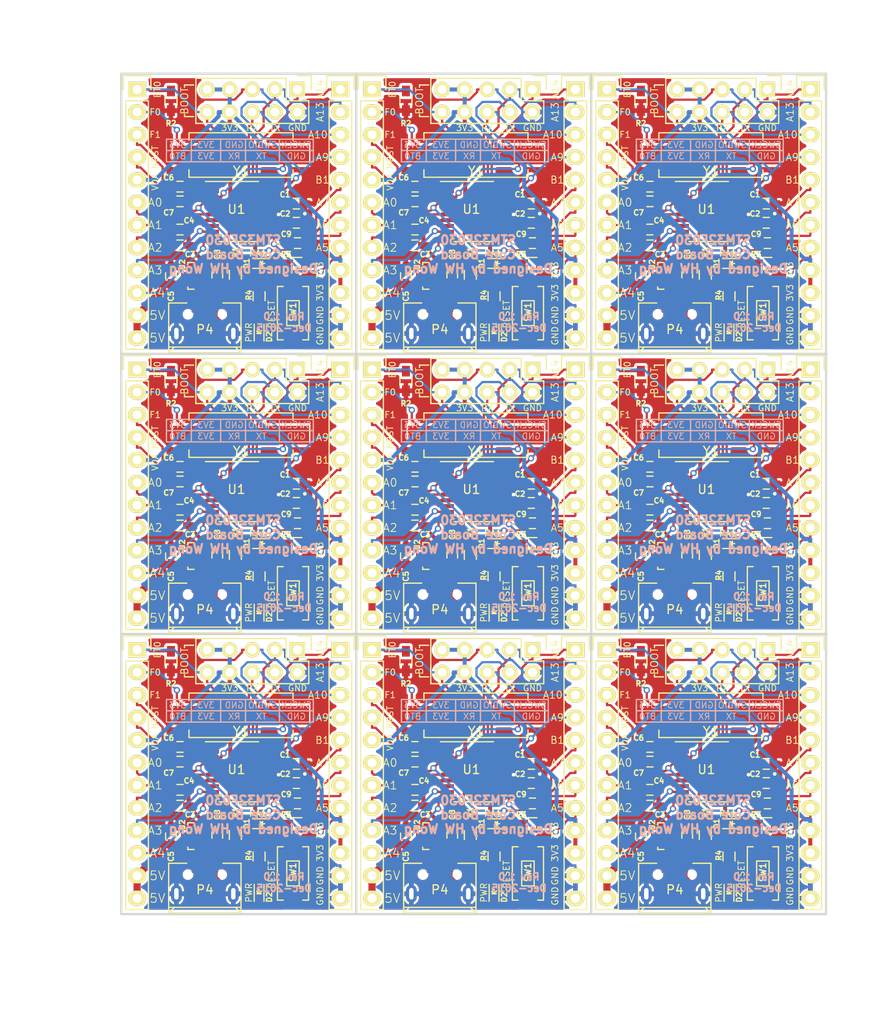
<source format=kicad_pcb>
(kicad_pcb (version 4) (host pcbnew 4.0.1-2.201512121406+6195~38~ubuntu15.10.1-stable)
  (layers (0 F.Cu signal) (31 B.Cu signal) (34 B.Paste user) (35 F.Paste user) (36 B.SilkS user) (37 F.SilkS user) (38 B.Mask user) (39 F.Mask user) (44 Edge.Cuts user))
  (net 0 "")
  (net 1 VDDA)
  (net 2 GND)
  (net 3 +5V)
  (net 4 OSC_IN)
  (net 5 OSC_OUT)
  (net 6 NRST)
  (net 7 "Net-(D1-Pad1)")
  (net 8 "Net-(D2-Pad1)")
  (net 9 BOOT0)
  (net 10 PA0)
  (net 11 PA1)
  (net 12 PA2)
  (net 13 PA3)
  (net 14 PA4)
  (net 15 SWCLK)
  (net 16 SWDIO)
  (net 17 RX)
  (net 18 TX)
  (net 19 PB1)
  (net 20 PA7)
  (net 21 PA6)
  (net 22 PA5)
  (module Buttons_Switches_SMD:SW_SPST_EVQPE1 (layer F.Cu) (at 84.836 102.616 270)
    (fp_text reference SW1 (at -0.127 0 270) (layer F.SilkS) (effects (font (size 0.7 0.7))))
    (fp_text value SW_PUSH)
    (pad 2 smd rect (at 2.7 0 270) (size 2 1.6) (layers F.Cu F.Paste F.Mask) (net 2 GND))
    (pad 1 smd rect (at -2.7 0 270) (size 2 1.6) (layers F.Cu F.Paste F.Mask) (net 6 NRST))
  )
  (module Crystals:Crystal_HC49-SD_SMD (layer F.Cu) (at 78.994 84.836)
    (fp_text reference Y1 (at 0 1.778) (layer F.SilkS))
    (fp_text value 8MHz)
    (pad 1 smd rect (at -4.84886 0) (size 5.6007 2.10058) (layers F.Cu F.Paste F.Mask) (net 4 OSC_IN))
    (pad 2 smd rect (at 4.84886 0) (size 5.6007 2.10058) (layers F.Cu F.Paste F.Mask) (net 5 OSC_OUT))
  )
  (module MyOwn:USB_Micro-B_MK5P (layer F.Cu) (at 74.93 104.902)
    (fp_text reference P4 (at 0 -0.4572) (layer F.SilkS))
    (fp_text value MICRO_USB)
    (pad 1 smd oval (at -1.3 -3) (size 0.4 1.35) (layers F.Cu F.Paste F.Mask) (net 3 +5V))
    (pad 2 smd rect (at -0.65 -2.675) (size 0.4 1.35) (layers F.Cu F.Paste F.Mask))
    (pad 3 smd rect (at 0 -2.675) (size 0.4 1.35) (layers F.Cu F.Paste F.Mask))
    (pad 4 smd rect (at 0.65 -2.675) (size 0.4 1.35) (layers F.Cu F.Paste F.Mask))
    (pad 5 smd oval (at 1.3 -3) (size 0.4 1.35) (layers F.Cu F.Paste F.Mask) (net 2 GND))
    (pad 6 thru_hole oval (at -3.2 0) (size 1.2 2) (drill oval 0.5 1.3) (layers *.Cu *.Mask) (net 2 GND))
    (pad 6 thru_hole oval (at 3.2 0) (size 1.2 2) (drill oval 0.5 1.3) (layers *.Cu *.Mask) (net 2 GND))
    (pad "" np_thru_hole circle (at -1.9 -2.15) (size 0.6 0.6) (drill 0.6) (layers *.Cu *.Mask))
    (pad "" np_thru_hole circle (at 1.9 -2.15) (size 0.6 0.6) (drill 0.6) (layers *.Cu *.Mask))
  )
  (module TO_SOT_Packages_SMD:SOT-23 (layer F.Cu) (at 73.66 98.425 90)
    (fp_text reference U2 (at 1.27 -1.27 270) (layer F.SilkS) (effects (font (size 0.6 0.6))))
    (fp_text value "XC6206  SOT-23")
    (pad 1 smd rect (at -0.95 1.00076 90) (size 0.8001 0.8001) (layers F.Cu F.Paste F.Mask) (net 2 GND))
    (pad 2 smd rect (at 0.95 1.00076 90) (size 0.8001 0.8001) (layers F.Cu F.Paste F.Mask) (net 1 VDDA))
    (pad 3 smd rect (at 0 -0.99822 90) (size 0.8001 0.8001) (layers F.Cu F.Paste F.Mask) (net 3 +5V))
  )
  (module Housings_SSOP:TSSOP-20_4.4x6.5mm_Pitch0.65mm (layer F.Cu) (at 78.74 91.186)
    (fp_text reference U1 (at -0.254 -0.254) (layer F.SilkS))
    (fp_text value STM32F030F4Px)
    (pad 1 smd rect (at -2.95 -2.925) (size 1.45 0.45) (layers F.Cu F.Paste F.Mask) (net 9 BOOT0))
    (pad 2 smd rect (at -2.95 -2.275) (size 1.45 0.45) (layers F.Cu F.Paste F.Mask) (net 4 OSC_IN))
    (pad 3 smd rect (at -2.95 -1.625) (size 1.45 0.45) (layers F.Cu F.Paste F.Mask) (net 5 OSC_OUT))
    (pad 4 smd rect (at -2.95 -0.975) (size 1.45 0.45) (layers F.Cu F.Paste F.Mask) (net 6 NRST))
    (pad 5 smd rect (at -2.95 -0.325) (size 1.45 0.45) (layers F.Cu F.Paste F.Mask) (net 1 VDDA))
    (pad 6 smd rect (at -2.95 0.325) (size 1.45 0.45) (layers F.Cu F.Paste F.Mask) (net 10 PA0))
    (pad 7 smd rect (at -2.95 0.975) (size 1.45 0.45) (layers F.Cu F.Paste F.Mask) (net 11 PA1))
    (pad 8 smd rect (at -2.95 1.625) (size 1.45 0.45) (layers F.Cu F.Paste F.Mask) (net 12 PA2))
    (pad 9 smd rect (at -2.95 2.275) (size 1.45 0.45) (layers F.Cu F.Paste F.Mask) (net 13 PA3))
    (pad 10 smd rect (at -2.95 2.925) (size 1.45 0.45) (layers F.Cu F.Paste F.Mask) (net 14 PA4))
    (pad 11 smd rect (at 2.95 2.925) (size 1.45 0.45) (layers F.Cu F.Paste F.Mask) (net 22 PA5))
    (pad 12 smd rect (at 2.95 2.275) (size 1.45 0.45) (layers F.Cu F.Paste F.Mask) (net 21 PA6))
    (pad 13 smd rect (at 2.95 1.625) (size 1.45 0.45) (layers F.Cu F.Paste F.Mask) (net 20 PA7))
    (pad 14 smd rect (at 2.95 0.975) (size 1.45 0.45) (layers F.Cu F.Paste F.Mask) (net 19 PB1))
    (pad 15 smd rect (at 2.95 0.325) (size 1.45 0.45) (layers F.Cu F.Paste F.Mask) (net 2 GND))
    (pad 16 smd rect (at 2.95 -0.325) (size 1.45 0.45) (layers F.Cu F.Paste F.Mask) (net 1 VDDA))
    (pad 17 smd rect (at 2.95 -0.975) (size 1.45 0.45) (layers F.Cu F.Paste F.Mask) (net 18 TX))
    (pad 18 smd rect (at 2.95 -1.625) (size 1.45 0.45) (layers F.Cu F.Paste F.Mask) (net 17 RX))
    (pad 19 smd rect (at 2.95 -2.275) (size 1.45 0.45) (layers F.Cu F.Paste F.Mask) (net 16 SWDIO))
    (pad 20 smd rect (at 2.95 -2.925) (size 1.45 0.45) (layers F.Cu F.Paste F.Mask) (net 15 SWCLK))
  )
  (module Resistors_SMD:R_0603_HandSoldering (layer F.Cu) (at 81.026 100.711 270)
    (fp_text reference R4 (at -0.127 1.143 270) (layer F.SilkS) (effects (font (size 0.6 0.6))))
    (fp_text value 1K)
    (pad 1 smd rect (at -1.1 0 270) (size 1.2 0.9) (layers F.Cu F.Paste F.Mask) (net 8 "Net-(D2-Pad1)"))
    (pad 2 smd rect (at 1.1 0 270) (size 1.2 0.9) (layers F.Cu F.Paste F.Mask) (net 2 GND))
  )
  (module Resistors_SMD:R_0603_HandSoldering (layer F.Cu) (at 85.344 97.028)
    (fp_text reference R3 (at -1.27 -1.016 180) (layer F.SilkS) (effects (font (size 0.6 0.6))))
    (fp_text value 10K)
    (pad 1 smd rect (at -1.1 0) (size 1.2 0.9) (layers F.Cu F.Paste F.Mask) (net 1 VDDA))
    (pad 2 smd rect (at 1.1 0) (size 1.2 0.9) (layers F.Cu F.Paste F.Mask) (net 6 NRST))
  )
  (module Resistors_SMD:R_0603_HandSoldering (layer F.Cu) (at 71.12 78.74 270)
    (fp_text reference R2 (at 2.54 0 360) (layer F.SilkS) (effects (font (size 0.6 0.6))))
    (fp_text value 10K)
    (pad 1 smd rect (at -1.1 0 270) (size 1.2 0.9) (layers F.Cu F.Paste F.Mask) (net 9 BOOT0))
    (pad 2 smd rect (at 1.1 0 270) (size 1.2 0.9) (layers F.Cu F.Paste F.Mask) (net 2 GND))
  )
  (module Resistors_SMD:R_0603_HandSoldering (layer F.Cu) (at 78.359 98.298 90)
    (fp_text reference R1 (at 2.54 0 270) (layer F.SilkS) (effects (font (size 0.6 0.6))))
    (fp_text value 1K)
    (pad 1 smd rect (at -1.1 0 90) (size 1.2 0.9) (layers F.Cu F.Paste F.Mask) (net 7 "Net-(D1-Pad1)"))
    (pad 2 smd rect (at 1.1 0 90) (size 1.2 0.9) (layers F.Cu F.Paste F.Mask) (net 11 PA1))
  )
  (module Pin_Headers:Pin_Header_Straight_2x05 (layer F.Cu) (at 85.344 77.47 270)
    (fp_text reference P3 hide)
    (fp_text value CONN_02X05)
    (pad 1 thru_hole rect (at 0 0 270) (size 1.7272 1.7272) (drill 1.016) (layers *.Cu *.Mask F.SilkS) (net 15 SWCLK))
    (pad 2 thru_hole oval (at 2.54 0 270) (size 1.7272 1.7272) (drill 1.016) (layers *.Cu *.Mask F.SilkS) (net 2 GND))
    (pad 3 thru_hole oval (at 0 2.54 270) (size 1.7272 1.7272) (drill 1.016) (layers *.Cu *.Mask F.SilkS) (net 16 SWDIO))
    (pad 4 thru_hole oval (at 2.54 2.54 270) (size 1.7272 1.7272) (drill 1.016) (layers *.Cu *.Mask F.SilkS) (net 18 TX))
    (pad 5 thru_hole oval (at 0 5.08 270) (size 1.7272 1.7272) (drill 1.016) (layers *.Cu *.Mask F.SilkS) (net 2 GND))
    (pad 6 thru_hole oval (at 2.54 5.08 270) (size 1.7272 1.7272) (drill 1.016) (layers *.Cu *.Mask F.SilkS) (net 17 RX))
    (pad 7 thru_hole oval (at 0 7.62 270) (size 1.7272 1.7272) (drill 1.016) (layers *.Cu *.Mask F.SilkS) (net 1 VDDA))
    (pad 8 thru_hole oval (at 2.54 7.62 270) (size 1.7272 1.7272) (drill 1.016) (layers *.Cu *.Mask F.SilkS) (net 1 VDDA))
    (pad 9 thru_hole oval (at 0 10.16 270) (size 1.7272 1.7272) (drill 1.016) (layers *.Cu *.Mask F.SilkS) (net 1 VDDA))
    (pad 10 thru_hole oval (at 2.54 10.16 270) (size 1.7272 1.7272) (drill 1.016) (layers *.Cu *.Mask F.SilkS) (net 9 BOOT0))
  )
  (module Pin_Headers:Pin_Header_Straight_1x12 (layer F.Cu) (at 90.17 77.47)
    (fp_text reference P2 hide)
    (fp_text value CONN_01X12)
    (pad 1 thru_hole rect (at 0 0) (size 2.032 1.7272) (drill 1.016) (layers *.Cu *.Mask F.SilkS) (net 15 SWCLK))
    (pad 2 thru_hole oval (at 0 2.54) (size 2.032 1.7272) (drill 1.016) (layers *.Cu *.Mask F.SilkS) (net 16 SWDIO))
    (pad 3 thru_hole oval (at 0 5.08) (size 2.032 1.7272) (drill 1.016) (layers *.Cu *.Mask F.SilkS) (net 17 RX))
    (pad 4 thru_hole oval (at 0 7.62) (size 2.032 1.7272) (drill 1.016) (layers *.Cu *.Mask F.SilkS) (net 18 TX))
    (pad 5 thru_hole oval (at 0 10.16) (size 2.032 1.7272) (drill 1.016) (layers *.Cu *.Mask F.SilkS) (net 19 PB1))
    (pad 6 thru_hole oval (at 0 12.7) (size 2.032 1.7272) (drill 1.016) (layers *.Cu *.Mask F.SilkS) (net 20 PA7))
    (pad 7 thru_hole oval (at 0 15.24) (size 2.032 1.7272) (drill 1.016) (layers *.Cu *.Mask F.SilkS) (net 21 PA6))
    (pad 8 thru_hole oval (at 0 17.78) (size 2.032 1.7272) (drill 1.016) (layers *.Cu *.Mask F.SilkS) (net 22 PA5))
    (pad 9 thru_hole oval (at 0 20.32) (size 2.032 1.7272) (drill 1.016) (layers *.Cu *.Mask F.SilkS) (net 1 VDDA))
    (pad 10 thru_hole oval (at 0 22.86) (size 2.032 1.7272) (drill 1.016) (layers *.Cu *.Mask F.SilkS) (net 1 VDDA))
    (pad 11 thru_hole oval (at 0 25.4) (size 2.032 1.7272) (drill 1.016) (layers *.Cu *.Mask F.SilkS) (net 2 GND))
    (pad 12 thru_hole oval (at 0 27.94) (size 2.032 1.7272) (drill 1.016) (layers *.Cu *.Mask F.SilkS) (net 2 GND))
  )
  (module Pin_Headers:Pin_Header_Straight_1x12 (layer F.Cu) (at 67.31 77.47)
    (fp_text reference P1 hide)
    (fp_text value CONN_01X12)
    (pad 1 thru_hole rect (at 0 0) (size 2.032 1.7272) (drill 1.016) (layers *.Cu *.Mask F.SilkS) (net 9 BOOT0))
    (pad 2 thru_hole oval (at 0 2.54) (size 2.032 1.7272) (drill 1.016) (layers *.Cu *.Mask F.SilkS) (net 4 OSC_IN))
    (pad 3 thru_hole oval (at 0 5.08) (size 2.032 1.7272) (drill 1.016) (layers *.Cu *.Mask F.SilkS) (net 5 OSC_OUT))
    (pad 4 thru_hole oval (at 0 7.62) (size 2.032 1.7272) (drill 1.016) (layers *.Cu *.Mask F.SilkS) (net 6 NRST))
    (pad 5 thru_hole oval (at 0 10.16) (size 2.032 1.7272) (drill 1.016) (layers *.Cu *.Mask F.SilkS) (net 1 VDDA))
    (pad 6 thru_hole oval (at 0 12.7) (size 2.032 1.7272) (drill 1.016) (layers *.Cu *.Mask F.SilkS) (net 10 PA0))
    (pad 7 thru_hole oval (at 0 15.24) (size 2.032 1.7272) (drill 1.016) (layers *.Cu *.Mask F.SilkS) (net 11 PA1))
    (pad 8 thru_hole oval (at 0 17.78) (size 2.032 1.7272) (drill 1.016) (layers *.Cu *.Mask F.SilkS) (net 12 PA2))
    (pad 9 thru_hole oval (at 0 20.32) (size 2.032 1.7272) (drill 1.016) (layers *.Cu *.Mask F.SilkS) (net 13 PA3))
    (pad 10 thru_hole oval (at 0 22.86) (size 2.032 1.7272) (drill 1.016) (layers *.Cu *.Mask F.SilkS) (net 14 PA4))
    (pad 11 thru_hole oval (at 0 25.4) (size 2.032 1.7272) (drill 1.016) (layers *.Cu *.Mask F.SilkS) (net 3 +5V))
    (pad 12 thru_hole oval (at 0 27.94) (size 2.032 1.7272) (drill 1.016) (layers *.Cu *.Mask F.SilkS) (net 3 +5V))
  )
  (module LEDs:LED-0603 (layer F.Cu) (at 81.026 104.648 90)
    (fp_text reference D2 (at -0.635 1.143 90) (layer F.SilkS) (effects (font (size 0.6 0.6))))
    (fp_text value RED)
    (pad 2 smd rect (at 0.7493 0 270) (size 0.79756 0.79756) (layers F.Cu F.Paste F.Mask) (net 1 VDDA))
    (pad 1 smd rect (at -0.7493 0 270) (size 0.79756 0.79756) (layers F.Cu F.Paste F.Mask) (net 8 "Net-(D2-Pad1)"))
  )
  (module LEDs:LED-0603 (layer F.Cu) (at 81.407 97.028)
    (fp_text reference D1 (at -1.778 0 270) (layer F.SilkS) (effects (font (size 0.6 0.6))))
    (fp_text value BLUE)
    (pad 2 smd rect (at 0.7493 0 180) (size 0.79756 0.79756) (layers F.Cu F.Paste F.Mask) (net 1 VDDA))
    (pad 1 smd rect (at -0.7493 0 180) (size 0.79756 0.79756) (layers F.Cu F.Paste F.Mask) (net 7 "Net-(D1-Pad1)"))
  )
  (module Capacitors_SMD:C_0603_HandSoldering (layer F.Cu) (at 85.344 94.742)
    (fp_text reference C9 (at -1.27 -1.016) (layer F.SilkS) (effects (font (size 0.6 0.6))))
    (fp_text value 0.1uF)
    (pad 1 smd rect (at -0.95 0) (size 1.2 0.75) (layers F.Cu F.Paste F.Mask) (net 6 NRST))
    (pad 2 smd rect (at 0.95 0) (size 1.2 0.75) (layers F.Cu F.Paste F.Mask) (net 2 GND))
  )
  (module Capacitors_SMD:C_0603_HandSoldering (layer F.Cu) (at 76.327 98.298 270)
    (fp_text reference C8 (at -2.286 0 450) (layer F.SilkS) (effects (font (size 0.6 0.6))))
    (fp_text value 4.7uF)
    (pad 1 smd rect (at -0.95 0 270) (size 1.2 0.75) (layers F.Cu F.Paste F.Mask) (net 1 VDDA))
    (pad 2 smd rect (at 0.95 0 270) (size 1.2 0.75) (layers F.Cu F.Paste F.Mask) (net 2 GND))
  )
  (module Capacitors_SMD:C_0603_HandSoldering (layer F.Cu) (at 72.136 90.043 180)
    (fp_text reference C7 (at 1.27 -1.27 360) (layer F.SilkS) (effects (font (size 0.6 0.6))))
    (fp_text value 20pF)
    (pad 1 smd rect (at -0.95 0 180) (size 1.2 0.75) (layers F.Cu F.Paste F.Mask) (net 5 OSC_OUT))
    (pad 2 smd rect (at 0.95 0 180) (size 1.2 0.75) (layers F.Cu F.Paste F.Mask) (net 2 GND))
  )
  (module Capacitors_SMD:C_0603_HandSoldering (layer F.Cu) (at 72.136 88.392 180)
    (fp_text reference C6 (at 1.27 1.016 180) (layer F.SilkS) (effects (font (size 0.6 0.6))))
    (fp_text value 20pF)
    (pad 1 smd rect (at -0.95 0 180) (size 1.2 0.75) (layers F.Cu F.Paste F.Mask) (net 4 OSC_IN))
    (pad 2 smd rect (at 0.95 0 180) (size 1.2 0.75) (layers F.Cu F.Paste F.Mask) (net 2 GND))
  )
  (module Capacitors_SMD:C_0603_HandSoldering (layer F.Cu) (at 71.12 98.425 90)
    (fp_text reference C5 (at -2.286 0 90) (layer F.SilkS) (effects (font (size 0.6 0.6))))
    (fp_text value 0.1uF)
    (pad 1 smd rect (at -0.95 0 90) (size 1.2 0.75) (layers F.Cu F.Paste F.Mask) (net 3 +5V))
    (pad 2 smd rect (at 0.95 0 90) (size 1.2 0.75) (layers F.Cu F.Paste F.Mask) (net 2 GND))
  )
  (module Capacitors_SMD:C_0603_HandSoldering (layer F.Cu) (at 72.136 93.218 180)
    (fp_text reference C4 (at -1.016 1.016 180) (layer F.SilkS) (effects (font (size 0.6 0.6))))
    (fp_text value 1uF)
    (pad 1 smd rect (at -0.95 0 180) (size 1.2 0.75) (layers F.Cu F.Paste F.Mask) (net 1 VDDA))
    (pad 2 smd rect (at 0.95 0 180) (size 1.2 0.75) (layers F.Cu F.Paste F.Mask) (net 2 GND))
  )
  (module Capacitors_SMD:C_0603_HandSoldering (layer F.Cu) (at 72.136 94.996 180)
    (fp_text reference C3 (at -1.143 -1.016 360) (layer F.SilkS) (effects (font (size 0.6 0.6))))
    (fp_text value 10nF)
    (pad 1 smd rect (at -0.95 0 180) (size 1.2 0.75) (layers F.Cu F.Paste F.Mask) (net 1 VDDA))
    (pad 2 smd rect (at 0.95 0 180) (size 1.2 0.75) (layers F.Cu F.Paste F.Mask) (net 2 GND))
  )
  (module Capacitors_SMD:C_0603_HandSoldering (layer F.Cu) (at 85.217 92.456)
    (fp_text reference C2 (at -1.27 -1.016 180) (layer F.SilkS) (effects (font (size 0.6 0.6))))
    (fp_text value 100nF)
    (pad 1 smd rect (at -0.95 0) (size 1.2 0.75) (layers F.Cu F.Paste F.Mask) (net 1 VDDA))
    (pad 2 smd rect (at 0.95 0) (size 1.2 0.75) (layers F.Cu F.Paste F.Mask) (net 2 GND))
  )
  (module Capacitors_SMD:C_0603_HandSoldering (layer F.Cu) (at 85.217 90.297)
    (fp_text reference C1 (at -1.27 -1.016 180) (layer F.SilkS) (effects (font (size 0.6 0.6))))
    (fp_text value 100nF)
    (pad 1 smd rect (at -0.95 0) (size 1.2 0.75) (layers F.Cu F.Paste F.Mask) (net 1 VDDA))
    (pad 2 smd rect (at 0.95 0) (size 1.2 0.75) (layers F.Cu F.Paste F.Mask) (net 2 GND))
  )
  (module Buttons_Switches_SMD:SW_SPST_EVQPE1 (layer F.Cu) (at 84.836 71.12 270)
    (fp_text reference SW1 (at -0.127 0 270) (layer F.SilkS) (effects (font (size 0.7 0.7))))
    (fp_text value SW_PUSH)
    (pad 2 smd rect (at 2.7 0 270) (size 2 1.6) (layers F.Cu F.Paste F.Mask) (net 2 GND))
    (pad 1 smd rect (at -2.7 0 270) (size 2 1.6) (layers F.Cu F.Paste F.Mask) (net 6 NRST))
  )
  (module Crystals:Crystal_HC49-SD_SMD (layer F.Cu) (at 78.994 53.34)
    (fp_text reference Y1 (at 0 1.778) (layer F.SilkS))
    (fp_text value 8MHz)
    (pad 1 smd rect (at -4.84886 0) (size 5.6007 2.10058) (layers F.Cu F.Paste F.Mask) (net 4 OSC_IN))
    (pad 2 smd rect (at 4.84886 0) (size 5.6007 2.10058) (layers F.Cu F.Paste F.Mask) (net 5 OSC_OUT))
  )
  (module MyOwn:USB_Micro-B_MK5P (layer F.Cu) (at 74.93 73.406)
    (fp_text reference P4 (at 0 -0.4572) (layer F.SilkS))
    (fp_text value MICRO_USB)
    (pad 1 smd oval (at -1.3 -3) (size 0.4 1.35) (layers F.Cu F.Paste F.Mask) (net 3 +5V))
    (pad 2 smd rect (at -0.65 -2.675) (size 0.4 1.35) (layers F.Cu F.Paste F.Mask))
    (pad 3 smd rect (at 0 -2.675) (size 0.4 1.35) (layers F.Cu F.Paste F.Mask))
    (pad 4 smd rect (at 0.65 -2.675) (size 0.4 1.35) (layers F.Cu F.Paste F.Mask))
    (pad 5 smd oval (at 1.3 -3) (size 0.4 1.35) (layers F.Cu F.Paste F.Mask) (net 2 GND))
    (pad 6 thru_hole oval (at -3.2 0) (size 1.2 2) (drill oval 0.5 1.3) (layers *.Cu *.Mask) (net 2 GND))
    (pad 6 thru_hole oval (at 3.2 0) (size 1.2 2) (drill oval 0.5 1.3) (layers *.Cu *.Mask) (net 2 GND))
    (pad "" np_thru_hole circle (at -1.9 -2.15) (size 0.6 0.6) (drill 0.6) (layers *.Cu *.Mask))
    (pad "" np_thru_hole circle (at 1.9 -2.15) (size 0.6 0.6) (drill 0.6) (layers *.Cu *.Mask))
  )
  (module TO_SOT_Packages_SMD:SOT-23 (layer F.Cu) (at 73.66 66.929 90)
    (fp_text reference U2 (at 1.27 -1.27 270) (layer F.SilkS) (effects (font (size 0.6 0.6))))
    (fp_text value "XC6206  SOT-23")
    (pad 1 smd rect (at -0.95 1.00076 90) (size 0.8001 0.8001) (layers F.Cu F.Paste F.Mask) (net 2 GND))
    (pad 2 smd rect (at 0.95 1.00076 90) (size 0.8001 0.8001) (layers F.Cu F.Paste F.Mask) (net 1 VDDA))
    (pad 3 smd rect (at 0 -0.99822 90) (size 0.8001 0.8001) (layers F.Cu F.Paste F.Mask) (net 3 +5V))
  )
  (module Housings_SSOP:TSSOP-20_4.4x6.5mm_Pitch0.65mm (layer F.Cu) (at 78.74 59.69)
    (fp_text reference U1 (at -0.254 -0.254) (layer F.SilkS))
    (fp_text value STM32F030F4Px)
    (pad 1 smd rect (at -2.95 -2.925) (size 1.45 0.45) (layers F.Cu F.Paste F.Mask) (net 9 BOOT0))
    (pad 2 smd rect (at -2.95 -2.275) (size 1.45 0.45) (layers F.Cu F.Paste F.Mask) (net 4 OSC_IN))
    (pad 3 smd rect (at -2.95 -1.625) (size 1.45 0.45) (layers F.Cu F.Paste F.Mask) (net 5 OSC_OUT))
    (pad 4 smd rect (at -2.95 -0.975) (size 1.45 0.45) (layers F.Cu F.Paste F.Mask) (net 6 NRST))
    (pad 5 smd rect (at -2.95 -0.325) (size 1.45 0.45) (layers F.Cu F.Paste F.Mask) (net 1 VDDA))
    (pad 6 smd rect (at -2.95 0.325) (size 1.45 0.45) (layers F.Cu F.Paste F.Mask) (net 10 PA0))
    (pad 7 smd rect (at -2.95 0.975) (size 1.45 0.45) (layers F.Cu F.Paste F.Mask) (net 11 PA1))
    (pad 8 smd rect (at -2.95 1.625) (size 1.45 0.45) (layers F.Cu F.Paste F.Mask) (net 12 PA2))
    (pad 9 smd rect (at -2.95 2.275) (size 1.45 0.45) (layers F.Cu F.Paste F.Mask) (net 13 PA3))
    (pad 10 smd rect (at -2.95 2.925) (size 1.45 0.45) (layers F.Cu F.Paste F.Mask) (net 14 PA4))
    (pad 11 smd rect (at 2.95 2.925) (size 1.45 0.45) (layers F.Cu F.Paste F.Mask) (net 22 PA5))
    (pad 12 smd rect (at 2.95 2.275) (size 1.45 0.45) (layers F.Cu F.Paste F.Mask) (net 21 PA6))
    (pad 13 smd rect (at 2.95 1.625) (size 1.45 0.45) (layers F.Cu F.Paste F.Mask) (net 20 PA7))
    (pad 14 smd rect (at 2.95 0.975) (size 1.45 0.45) (layers F.Cu F.Paste F.Mask) (net 19 PB1))
    (pad 15 smd rect (at 2.95 0.325) (size 1.45 0.45) (layers F.Cu F.Paste F.Mask) (net 2 GND))
    (pad 16 smd rect (at 2.95 -0.325) (size 1.45 0.45) (layers F.Cu F.Paste F.Mask) (net 1 VDDA))
    (pad 17 smd rect (at 2.95 -0.975) (size 1.45 0.45) (layers F.Cu F.Paste F.Mask) (net 18 TX))
    (pad 18 smd rect (at 2.95 -1.625) (size 1.45 0.45) (layers F.Cu F.Paste F.Mask) (net 17 RX))
    (pad 19 smd rect (at 2.95 -2.275) (size 1.45 0.45) (layers F.Cu F.Paste F.Mask) (net 16 SWDIO))
    (pad 20 smd rect (at 2.95 -2.925) (size 1.45 0.45) (layers F.Cu F.Paste F.Mask) (net 15 SWCLK))
  )
  (module Resistors_SMD:R_0603_HandSoldering (layer F.Cu) (at 81.026 69.215 270)
    (fp_text reference R4 (at -0.127 1.143 270) (layer F.SilkS) (effects (font (size 0.6 0.6))))
    (fp_text value 1K)
    (pad 1 smd rect (at -1.1 0 270) (size 1.2 0.9) (layers F.Cu F.Paste F.Mask) (net 8 "Net-(D2-Pad1)"))
    (pad 2 smd rect (at 1.1 0 270) (size 1.2 0.9) (layers F.Cu F.Paste F.Mask) (net 2 GND))
  )
  (module Resistors_SMD:R_0603_HandSoldering (layer F.Cu) (at 85.344 65.532)
    (fp_text reference R3 (at -1.27 -1.016 180) (layer F.SilkS) (effects (font (size 0.6 0.6))))
    (fp_text value 10K)
    (pad 1 smd rect (at -1.1 0) (size 1.2 0.9) (layers F.Cu F.Paste F.Mask) (net 1 VDDA))
    (pad 2 smd rect (at 1.1 0) (size 1.2 0.9) (layers F.Cu F.Paste F.Mask) (net 6 NRST))
  )
  (module Resistors_SMD:R_0603_HandSoldering (layer F.Cu) (at 71.12 47.244 270)
    (fp_text reference R2 (at 2.54 0 360) (layer F.SilkS) (effects (font (size 0.6 0.6))))
    (fp_text value 10K)
    (pad 1 smd rect (at -1.1 0 270) (size 1.2 0.9) (layers F.Cu F.Paste F.Mask) (net 9 BOOT0))
    (pad 2 smd rect (at 1.1 0 270) (size 1.2 0.9) (layers F.Cu F.Paste F.Mask) (net 2 GND))
  )
  (module Resistors_SMD:R_0603_HandSoldering (layer F.Cu) (at 78.359 66.802 90)
    (fp_text reference R1 (at 2.54 0 270) (layer F.SilkS) (effects (font (size 0.6 0.6))))
    (fp_text value 1K)
    (pad 1 smd rect (at -1.1 0 90) (size 1.2 0.9) (layers F.Cu F.Paste F.Mask) (net 7 "Net-(D1-Pad1)"))
    (pad 2 smd rect (at 1.1 0 90) (size 1.2 0.9) (layers F.Cu F.Paste F.Mask) (net 11 PA1))
  )
  (module Pin_Headers:Pin_Header_Straight_2x05 (layer F.Cu) (at 85.344 45.974 270)
    (fp_text reference P3 hide)
    (fp_text value CONN_02X05)
    (pad 1 thru_hole rect (at 0 0 270) (size 1.7272 1.7272) (drill 1.016) (layers *.Cu *.Mask F.SilkS) (net 15 SWCLK))
    (pad 2 thru_hole oval (at 2.54 0 270) (size 1.7272 1.7272) (drill 1.016) (layers *.Cu *.Mask F.SilkS) (net 2 GND))
    (pad 3 thru_hole oval (at 0 2.54 270) (size 1.7272 1.7272) (drill 1.016) (layers *.Cu *.Mask F.SilkS) (net 16 SWDIO))
    (pad 4 thru_hole oval (at 2.54 2.54 270) (size 1.7272 1.7272) (drill 1.016) (layers *.Cu *.Mask F.SilkS) (net 18 TX))
    (pad 5 thru_hole oval (at 0 5.08 270) (size 1.7272 1.7272) (drill 1.016) (layers *.Cu *.Mask F.SilkS) (net 2 GND))
    (pad 6 thru_hole oval (at 2.54 5.08 270) (size 1.7272 1.7272) (drill 1.016) (layers *.Cu *.Mask F.SilkS) (net 17 RX))
    (pad 7 thru_hole oval (at 0 7.62 270) (size 1.7272 1.7272) (drill 1.016) (layers *.Cu *.Mask F.SilkS) (net 1 VDDA))
    (pad 8 thru_hole oval (at 2.54 7.62 270) (size 1.7272 1.7272) (drill 1.016) (layers *.Cu *.Mask F.SilkS) (net 1 VDDA))
    (pad 9 thru_hole oval (at 0 10.16 270) (size 1.7272 1.7272) (drill 1.016) (layers *.Cu *.Mask F.SilkS) (net 1 VDDA))
    (pad 10 thru_hole oval (at 2.54 10.16 270) (size 1.7272 1.7272) (drill 1.016) (layers *.Cu *.Mask F.SilkS) (net 9 BOOT0))
  )
  (module Pin_Headers:Pin_Header_Straight_1x12 (layer F.Cu) (at 90.17 45.974)
    (fp_text reference P2 hide)
    (fp_text value CONN_01X12)
    (pad 1 thru_hole rect (at 0 0) (size 2.032 1.7272) (drill 1.016) (layers *.Cu *.Mask F.SilkS) (net 15 SWCLK))
    (pad 2 thru_hole oval (at 0 2.54) (size 2.032 1.7272) (drill 1.016) (layers *.Cu *.Mask F.SilkS) (net 16 SWDIO))
    (pad 3 thru_hole oval (at 0 5.08) (size 2.032 1.7272) (drill 1.016) (layers *.Cu *.Mask F.SilkS) (net 17 RX))
    (pad 4 thru_hole oval (at 0 7.62) (size 2.032 1.7272) (drill 1.016) (layers *.Cu *.Mask F.SilkS) (net 18 TX))
    (pad 5 thru_hole oval (at 0 10.16) (size 2.032 1.7272) (drill 1.016) (layers *.Cu *.Mask F.SilkS) (net 19 PB1))
    (pad 6 thru_hole oval (at 0 12.7) (size 2.032 1.7272) (drill 1.016) (layers *.Cu *.Mask F.SilkS) (net 20 PA7))
    (pad 7 thru_hole oval (at 0 15.24) (size 2.032 1.7272) (drill 1.016) (layers *.Cu *.Mask F.SilkS) (net 21 PA6))
    (pad 8 thru_hole oval (at 0 17.78) (size 2.032 1.7272) (drill 1.016) (layers *.Cu *.Mask F.SilkS) (net 22 PA5))
    (pad 9 thru_hole oval (at 0 20.32) (size 2.032 1.7272) (drill 1.016) (layers *.Cu *.Mask F.SilkS) (net 1 VDDA))
    (pad 10 thru_hole oval (at 0 22.86) (size 2.032 1.7272) (drill 1.016) (layers *.Cu *.Mask F.SilkS) (net 1 VDDA))
    (pad 11 thru_hole oval (at 0 25.4) (size 2.032 1.7272) (drill 1.016) (layers *.Cu *.Mask F.SilkS) (net 2 GND))
    (pad 12 thru_hole oval (at 0 27.94) (size 2.032 1.7272) (drill 1.016) (layers *.Cu *.Mask F.SilkS) (net 2 GND))
  )
  (module Pin_Headers:Pin_Header_Straight_1x12 (layer F.Cu) (at 67.31 45.974)
    (fp_text reference P1 hide)
    (fp_text value CONN_01X12)
    (pad 1 thru_hole rect (at 0 0) (size 2.032 1.7272) (drill 1.016) (layers *.Cu *.Mask F.SilkS) (net 9 BOOT0))
    (pad 2 thru_hole oval (at 0 2.54) (size 2.032 1.7272) (drill 1.016) (layers *.Cu *.Mask F.SilkS) (net 4 OSC_IN))
    (pad 3 thru_hole oval (at 0 5.08) (size 2.032 1.7272) (drill 1.016) (layers *.Cu *.Mask F.SilkS) (net 5 OSC_OUT))
    (pad 4 thru_hole oval (at 0 7.62) (size 2.032 1.7272) (drill 1.016) (layers *.Cu *.Mask F.SilkS) (net 6 NRST))
    (pad 5 thru_hole oval (at 0 10.16) (size 2.032 1.7272) (drill 1.016) (layers *.Cu *.Mask F.SilkS) (net 1 VDDA))
    (pad 6 thru_hole oval (at 0 12.7) (size 2.032 1.7272) (drill 1.016) (layers *.Cu *.Mask F.SilkS) (net 10 PA0))
    (pad 7 thru_hole oval (at 0 15.24) (size 2.032 1.7272) (drill 1.016) (layers *.Cu *.Mask F.SilkS) (net 11 PA1))
    (pad 8 thru_hole oval (at 0 17.78) (size 2.032 1.7272) (drill 1.016) (layers *.Cu *.Mask F.SilkS) (net 12 PA2))
    (pad 9 thru_hole oval (at 0 20.32) (size 2.032 1.7272) (drill 1.016) (layers *.Cu *.Mask F.SilkS) (net 13 PA3))
    (pad 10 thru_hole oval (at 0 22.86) (size 2.032 1.7272) (drill 1.016) (layers *.Cu *.Mask F.SilkS) (net 14 PA4))
    (pad 11 thru_hole oval (at 0 25.4) (size 2.032 1.7272) (drill 1.016) (layers *.Cu *.Mask F.SilkS) (net 3 +5V))
    (pad 12 thru_hole oval (at 0 27.94) (size 2.032 1.7272) (drill 1.016) (layers *.Cu *.Mask F.SilkS) (net 3 +5V))
  )
  (module LEDs:LED-0603 (layer F.Cu) (at 81.026 73.152 90)
    (fp_text reference D2 (at -0.635 1.143 90) (layer F.SilkS) (effects (font (size 0.6 0.6))))
    (fp_text value RED)
    (pad 2 smd rect (at 0.7493 0 270) (size 0.79756 0.79756) (layers F.Cu F.Paste F.Mask) (net 1 VDDA))
    (pad 1 smd rect (at -0.7493 0 270) (size 0.79756 0.79756) (layers F.Cu F.Paste F.Mask) (net 8 "Net-(D2-Pad1)"))
  )
  (module LEDs:LED-0603 (layer F.Cu) (at 81.407 65.532)
    (fp_text reference D1 (at -1.778 0 270) (layer F.SilkS) (effects (font (size 0.6 0.6))))
    (fp_text value BLUE)
    (pad 2 smd rect (at 0.7493 0 180) (size 0.79756 0.79756) (layers F.Cu F.Paste F.Mask) (net 1 VDDA))
    (pad 1 smd rect (at -0.7493 0 180) (size 0.79756 0.79756) (layers F.Cu F.Paste F.Mask) (net 7 "Net-(D1-Pad1)"))
  )
  (module Capacitors_SMD:C_0603_HandSoldering (layer F.Cu) (at 85.344 63.246)
    (fp_text reference C9 (at -1.27 -1.016) (layer F.SilkS) (effects (font (size 0.6 0.6))))
    (fp_text value 0.1uF)
    (pad 1 smd rect (at -0.95 0) (size 1.2 0.75) (layers F.Cu F.Paste F.Mask) (net 6 NRST))
    (pad 2 smd rect (at 0.95 0) (size 1.2 0.75) (layers F.Cu F.Paste F.Mask) (net 2 GND))
  )
  (module Capacitors_SMD:C_0603_HandSoldering (layer F.Cu) (at 76.327 66.802 270)
    (fp_text reference C8 (at -2.286 0 450) (layer F.SilkS) (effects (font (size 0.6 0.6))))
    (fp_text value 4.7uF)
    (pad 1 smd rect (at -0.95 0 270) (size 1.2 0.75) (layers F.Cu F.Paste F.Mask) (net 1 VDDA))
    (pad 2 smd rect (at 0.95 0 270) (size 1.2 0.75) (layers F.Cu F.Paste F.Mask) (net 2 GND))
  )
  (module Capacitors_SMD:C_0603_HandSoldering (layer F.Cu) (at 72.136 58.547 180)
    (fp_text reference C7 (at 1.27 -1.27 360) (layer F.SilkS) (effects (font (size 0.6 0.6))))
    (fp_text value 20pF)
    (pad 1 smd rect (at -0.95 0 180) (size 1.2 0.75) (layers F.Cu F.Paste F.Mask) (net 5 OSC_OUT))
    (pad 2 smd rect (at 0.95 0 180) (size 1.2 0.75) (layers F.Cu F.Paste F.Mask) (net 2 GND))
  )
  (module Capacitors_SMD:C_0603_HandSoldering (layer F.Cu) (at 72.136 56.896 180)
    (fp_text reference C6 (at 1.27 1.016 180) (layer F.SilkS) (effects (font (size 0.6 0.6))))
    (fp_text value 20pF)
    (pad 1 smd rect (at -0.95 0 180) (size 1.2 0.75) (layers F.Cu F.Paste F.Mask) (net 4 OSC_IN))
    (pad 2 smd rect (at 0.95 0 180) (size 1.2 0.75) (layers F.Cu F.Paste F.Mask) (net 2 GND))
  )
  (module Capacitors_SMD:C_0603_HandSoldering (layer F.Cu) (at 71.12 66.929 90)
    (fp_text reference C5 (at -2.286 0 90) (layer F.SilkS) (effects (font (size 0.6 0.6))))
    (fp_text value 0.1uF)
    (pad 1 smd rect (at -0.95 0 90) (size 1.2 0.75) (layers F.Cu F.Paste F.Mask) (net 3 +5V))
    (pad 2 smd rect (at 0.95 0 90) (size 1.2 0.75) (layers F.Cu F.Paste F.Mask) (net 2 GND))
  )
  (module Capacitors_SMD:C_0603_HandSoldering (layer F.Cu) (at 72.136 61.722 180)
    (fp_text reference C4 (at -1.016 1.016 180) (layer F.SilkS) (effects (font (size 0.6 0.6))))
    (fp_text value 1uF)
    (pad 1 smd rect (at -0.95 0 180) (size 1.2 0.75) (layers F.Cu F.Paste F.Mask) (net 1 VDDA))
    (pad 2 smd rect (at 0.95 0 180) (size 1.2 0.75) (layers F.Cu F.Paste F.Mask) (net 2 GND))
  )
  (module Capacitors_SMD:C_0603_HandSoldering (layer F.Cu) (at 72.136 63.5 180)
    (fp_text reference C3 (at -1.143 -1.016 360) (layer F.SilkS) (effects (font (size 0.6 0.6))))
    (fp_text value 10nF)
    (pad 1 smd rect (at -0.95 0 180) (size 1.2 0.75) (layers F.Cu F.Paste F.Mask) (net 1 VDDA))
    (pad 2 smd rect (at 0.95 0 180) (size 1.2 0.75) (layers F.Cu F.Paste F.Mask) (net 2 GND))
  )
  (module Capacitors_SMD:C_0603_HandSoldering (layer F.Cu) (at 85.217 60.96)
    (fp_text reference C2 (at -1.27 -1.016 180) (layer F.SilkS) (effects (font (size 0.6 0.6))))
    (fp_text value 100nF)
    (pad 1 smd rect (at -0.95 0) (size 1.2 0.75) (layers F.Cu F.Paste F.Mask) (net 1 VDDA))
    (pad 2 smd rect (at 0.95 0) (size 1.2 0.75) (layers F.Cu F.Paste F.Mask) (net 2 GND))
  )
  (module Capacitors_SMD:C_0603_HandSoldering (layer F.Cu) (at 85.217 58.801)
    (fp_text reference C1 (at -1.27 -1.016 180) (layer F.SilkS) (effects (font (size 0.6 0.6))))
    (fp_text value 100nF)
    (pad 1 smd rect (at -0.95 0) (size 1.2 0.75) (layers F.Cu F.Paste F.Mask) (net 1 VDDA))
    (pad 2 smd rect (at 0.95 0) (size 1.2 0.75) (layers F.Cu F.Paste F.Mask) (net 2 GND))
  )
  (module Buttons_Switches_SMD:SW_SPST_EVQPE1 (layer F.Cu) (at 84.836 39.624 270)
    (fp_text reference SW1 (at -0.127 0 270) (layer F.SilkS) (effects (font (size 0.7 0.7))))
    (fp_text value SW_PUSH)
    (pad 2 smd rect (at 2.7 0 270) (size 2 1.6) (layers F.Cu F.Paste F.Mask) (net 2 GND))
    (pad 1 smd rect (at -2.7 0 270) (size 2 1.6) (layers F.Cu F.Paste F.Mask) (net 6 NRST))
  )
  (module Crystals:Crystal_HC49-SD_SMD (layer F.Cu) (at 78.994 21.844)
    (fp_text reference Y1 (at 0 1.778) (layer F.SilkS))
    (fp_text value 8MHz)
    (pad 1 smd rect (at -4.84886 0) (size 5.6007 2.10058) (layers F.Cu F.Paste F.Mask) (net 4 OSC_IN))
    (pad 2 smd rect (at 4.84886 0) (size 5.6007 2.10058) (layers F.Cu F.Paste F.Mask) (net 5 OSC_OUT))
  )
  (module MyOwn:USB_Micro-B_MK5P (layer F.Cu) (at 74.93 41.91)
    (fp_text reference P4 (at 0 -0.4572) (layer F.SilkS))
    (fp_text value MICRO_USB)
    (pad 1 smd oval (at -1.3 -3) (size 0.4 1.35) (layers F.Cu F.Paste F.Mask) (net 3 +5V))
    (pad 2 smd rect (at -0.65 -2.675) (size 0.4 1.35) (layers F.Cu F.Paste F.Mask))
    (pad 3 smd rect (at 0 -2.675) (size 0.4 1.35) (layers F.Cu F.Paste F.Mask))
    (pad 4 smd rect (at 0.65 -2.675) (size 0.4 1.35) (layers F.Cu F.Paste F.Mask))
    (pad 5 smd oval (at 1.3 -3) (size 0.4 1.35) (layers F.Cu F.Paste F.Mask) (net 2 GND))
    (pad 6 thru_hole oval (at -3.2 0) (size 1.2 2) (drill oval 0.5 1.3) (layers *.Cu *.Mask) (net 2 GND))
    (pad 6 thru_hole oval (at 3.2 0) (size 1.2 2) (drill oval 0.5 1.3) (layers *.Cu *.Mask) (net 2 GND))
    (pad "" np_thru_hole circle (at -1.9 -2.15) (size 0.6 0.6) (drill 0.6) (layers *.Cu *.Mask))
    (pad "" np_thru_hole circle (at 1.9 -2.15) (size 0.6 0.6) (drill 0.6) (layers *.Cu *.Mask))
  )
  (module TO_SOT_Packages_SMD:SOT-23 (layer F.Cu) (at 73.66 35.433 90)
    (fp_text reference U2 (at 1.27 -1.27 270) (layer F.SilkS) (effects (font (size 0.6 0.6))))
    (fp_text value "XC6206  SOT-23")
    (pad 1 smd rect (at -0.95 1.00076 90) (size 0.8001 0.8001) (layers F.Cu F.Paste F.Mask) (net 2 GND))
    (pad 2 smd rect (at 0.95 1.00076 90) (size 0.8001 0.8001) (layers F.Cu F.Paste F.Mask) (net 1 VDDA))
    (pad 3 smd rect (at 0 -0.99822 90) (size 0.8001 0.8001) (layers F.Cu F.Paste F.Mask) (net 3 +5V))
  )
  (module Housings_SSOP:TSSOP-20_4.4x6.5mm_Pitch0.65mm (layer F.Cu) (at 78.74 28.194)
    (fp_text reference U1 (at -0.254 -0.254) (layer F.SilkS))
    (fp_text value STM32F030F4Px)
    (pad 1 smd rect (at -2.95 -2.925) (size 1.45 0.45) (layers F.Cu F.Paste F.Mask) (net 9 BOOT0))
    (pad 2 smd rect (at -2.95 -2.275) (size 1.45 0.45) (layers F.Cu F.Paste F.Mask) (net 4 OSC_IN))
    (pad 3 smd rect (at -2.95 -1.625) (size 1.45 0.45) (layers F.Cu F.Paste F.Mask) (net 5 OSC_OUT))
    (pad 4 smd rect (at -2.95 -0.975) (size 1.45 0.45) (layers F.Cu F.Paste F.Mask) (net 6 NRST))
    (pad 5 smd rect (at -2.95 -0.325) (size 1.45 0.45) (layers F.Cu F.Paste F.Mask) (net 1 VDDA))
    (pad 6 smd rect (at -2.95 0.325) (size 1.45 0.45) (layers F.Cu F.Paste F.Mask) (net 10 PA0))
    (pad 7 smd rect (at -2.95 0.975) (size 1.45 0.45) (layers F.Cu F.Paste F.Mask) (net 11 PA1))
    (pad 8 smd rect (at -2.95 1.625) (size 1.45 0.45) (layers F.Cu F.Paste F.Mask) (net 12 PA2))
    (pad 9 smd rect (at -2.95 2.275) (size 1.45 0.45) (layers F.Cu F.Paste F.Mask) (net 13 PA3))
    (pad 10 smd rect (at -2.95 2.925) (size 1.45 0.45) (layers F.Cu F.Paste F.Mask) (net 14 PA4))
    (pad 11 smd rect (at 2.95 2.925) (size 1.45 0.45) (layers F.Cu F.Paste F.Mask) (net 22 PA5))
    (pad 12 smd rect (at 2.95 2.275) (size 1.45 0.45) (layers F.Cu F.Paste F.Mask) (net 21 PA6))
    (pad 13 smd rect (at 2.95 1.625) (size 1.45 0.45) (layers F.Cu F.Paste F.Mask) (net 20 PA7))
    (pad 14 smd rect (at 2.95 0.975) (size 1.45 0.45) (layers F.Cu F.Paste F.Mask) (net 19 PB1))
    (pad 15 smd rect (at 2.95 0.325) (size 1.45 0.45) (layers F.Cu F.Paste F.Mask) (net 2 GND))
    (pad 16 smd rect (at 2.95 -0.325) (size 1.45 0.45) (layers F.Cu F.Paste F.Mask) (net 1 VDDA))
    (pad 17 smd rect (at 2.95 -0.975) (size 1.45 0.45) (layers F.Cu F.Paste F.Mask) (net 18 TX))
    (pad 18 smd rect (at 2.95 -1.625) (size 1.45 0.45) (layers F.Cu F.Paste F.Mask) (net 17 RX))
    (pad 19 smd rect (at 2.95 -2.275) (size 1.45 0.45) (layers F.Cu F.Paste F.Mask) (net 16 SWDIO))
    (pad 20 smd rect (at 2.95 -2.925) (size 1.45 0.45) (layers F.Cu F.Paste F.Mask) (net 15 SWCLK))
  )
  (module Resistors_SMD:R_0603_HandSoldering (layer F.Cu) (at 81.026 37.719 270)
    (fp_text reference R4 (at -0.127 1.143 270) (layer F.SilkS) (effects (font (size 0.6 0.6))))
    (fp_text value 1K)
    (pad 1 smd rect (at -1.1 0 270) (size 1.2 0.9) (layers F.Cu F.Paste F.Mask) (net 8 "Net-(D2-Pad1)"))
    (pad 2 smd rect (at 1.1 0 270) (size 1.2 0.9) (layers F.Cu F.Paste F.Mask) (net 2 GND))
  )
  (module Resistors_SMD:R_0603_HandSoldering (layer F.Cu) (at 85.344 34.036)
    (fp_text reference R3 (at -1.27 -1.016 180) (layer F.SilkS) (effects (font (size 0.6 0.6))))
    (fp_text value 10K)
    (pad 1 smd rect (at -1.1 0) (size 1.2 0.9) (layers F.Cu F.Paste F.Mask) (net 1 VDDA))
    (pad 2 smd rect (at 1.1 0) (size 1.2 0.9) (layers F.Cu F.Paste F.Mask) (net 6 NRST))
  )
  (module Resistors_SMD:R_0603_HandSoldering (layer F.Cu) (at 71.12 15.748 270)
    (fp_text reference R2 (at 2.54 0 360) (layer F.SilkS) (effects (font (size 0.6 0.6))))
    (fp_text value 10K)
    (pad 1 smd rect (at -1.1 0 270) (size 1.2 0.9) (layers F.Cu F.Paste F.Mask) (net 9 BOOT0))
    (pad 2 smd rect (at 1.1 0 270) (size 1.2 0.9) (layers F.Cu F.Paste F.Mask) (net 2 GND))
  )
  (module Resistors_SMD:R_0603_HandSoldering (layer F.Cu) (at 78.359 35.306 90)
    (fp_text reference R1 (at 2.54 0 270) (layer F.SilkS) (effects (font (size 0.6 0.6))))
    (fp_text value 1K)
    (pad 1 smd rect (at -1.1 0 90) (size 1.2 0.9) (layers F.Cu F.Paste F.Mask) (net 7 "Net-(D1-Pad1)"))
    (pad 2 smd rect (at 1.1 0 90) (size 1.2 0.9) (layers F.Cu F.Paste F.Mask) (net 11 PA1))
  )
  (module Pin_Headers:Pin_Header_Straight_2x05 (layer F.Cu) (at 85.344 14.478 270)
    (fp_text reference P3 hide)
    (fp_text value CONN_02X05)
    (pad 1 thru_hole rect (at 0 0 270) (size 1.7272 1.7272) (drill 1.016) (layers *.Cu *.Mask F.SilkS) (net 15 SWCLK))
    (pad 2 thru_hole oval (at 2.54 0 270) (size 1.7272 1.7272) (drill 1.016) (layers *.Cu *.Mask F.SilkS) (net 2 GND))
    (pad 3 thru_hole oval (at 0 2.54 270) (size 1.7272 1.7272) (drill 1.016) (layers *.Cu *.Mask F.SilkS) (net 16 SWDIO))
    (pad 4 thru_hole oval (at 2.54 2.54 270) (size 1.7272 1.7272) (drill 1.016) (layers *.Cu *.Mask F.SilkS) (net 18 TX))
    (pad 5 thru_hole oval (at 0 5.08 270) (size 1.7272 1.7272) (drill 1.016) (layers *.Cu *.Mask F.SilkS) (net 2 GND))
    (pad 6 thru_hole oval (at 2.54 5.08 270) (size 1.7272 1.7272) (drill 1.016) (layers *.Cu *.Mask F.SilkS) (net 17 RX))
    (pad 7 thru_hole oval (at 0 7.62 270) (size 1.7272 1.7272) (drill 1.016) (layers *.Cu *.Mask F.SilkS) (net 1 VDDA))
    (pad 8 thru_hole oval (at 2.54 7.62 270) (size 1.7272 1.7272) (drill 1.016) (layers *.Cu *.Mask F.SilkS) (net 1 VDDA))
    (pad 9 thru_hole oval (at 0 10.16 270) (size 1.7272 1.7272) (drill 1.016) (layers *.Cu *.Mask F.SilkS) (net 1 VDDA))
    (pad 10 thru_hole oval (at 2.54 10.16 270) (size 1.7272 1.7272) (drill 1.016) (layers *.Cu *.Mask F.SilkS) (net 9 BOOT0))
  )
  (module Pin_Headers:Pin_Header_Straight_1x12 (layer F.Cu) (at 90.17 14.478)
    (fp_text reference P2 hide)
    (fp_text value CONN_01X12)
    (pad 1 thru_hole rect (at 0 0) (size 2.032 1.7272) (drill 1.016) (layers *.Cu *.Mask F.SilkS) (net 15 SWCLK))
    (pad 2 thru_hole oval (at 0 2.54) (size 2.032 1.7272) (drill 1.016) (layers *.Cu *.Mask F.SilkS) (net 16 SWDIO))
    (pad 3 thru_hole oval (at 0 5.08) (size 2.032 1.7272) (drill 1.016) (layers *.Cu *.Mask F.SilkS) (net 17 RX))
    (pad 4 thru_hole oval (at 0 7.62) (size 2.032 1.7272) (drill 1.016) (layers *.Cu *.Mask F.SilkS) (net 18 TX))
    (pad 5 thru_hole oval (at 0 10.16) (size 2.032 1.7272) (drill 1.016) (layers *.Cu *.Mask F.SilkS) (net 19 PB1))
    (pad 6 thru_hole oval (at 0 12.7) (size 2.032 1.7272) (drill 1.016) (layers *.Cu *.Mask F.SilkS) (net 20 PA7))
    (pad 7 thru_hole oval (at 0 15.24) (size 2.032 1.7272) (drill 1.016) (layers *.Cu *.Mask F.SilkS) (net 21 PA6))
    (pad 8 thru_hole oval (at 0 17.78) (size 2.032 1.7272) (drill 1.016) (layers *.Cu *.Mask F.SilkS) (net 22 PA5))
    (pad 9 thru_hole oval (at 0 20.32) (size 2.032 1.7272) (drill 1.016) (layers *.Cu *.Mask F.SilkS) (net 1 VDDA))
    (pad 10 thru_hole oval (at 0 22.86) (size 2.032 1.7272) (drill 1.016) (layers *.Cu *.Mask F.SilkS) (net 1 VDDA))
    (pad 11 thru_hole oval (at 0 25.4) (size 2.032 1.7272) (drill 1.016) (layers *.Cu *.Mask F.SilkS) (net 2 GND))
    (pad 12 thru_hole oval (at 0 27.94) (size 2.032 1.7272) (drill 1.016) (layers *.Cu *.Mask F.SilkS) (net 2 GND))
  )
  (module Pin_Headers:Pin_Header_Straight_1x12 (layer F.Cu) (at 67.31 14.478)
    (fp_text reference P1 hide)
    (fp_text value CONN_01X12)
    (pad 1 thru_hole rect (at 0 0) (size 2.032 1.7272) (drill 1.016) (layers *.Cu *.Mask F.SilkS) (net 9 BOOT0))
    (pad 2 thru_hole oval (at 0 2.54) (size 2.032 1.7272) (drill 1.016) (layers *.Cu *.Mask F.SilkS) (net 4 OSC_IN))
    (pad 3 thru_hole oval (at 0 5.08) (size 2.032 1.7272) (drill 1.016) (layers *.Cu *.Mask F.SilkS) (net 5 OSC_OUT))
    (pad 4 thru_hole oval (at 0 7.62) (size 2.032 1.7272) (drill 1.016) (layers *.Cu *.Mask F.SilkS) (net 6 NRST))
    (pad 5 thru_hole oval (at 0 10.16) (size 2.032 1.7272) (drill 1.016) (layers *.Cu *.Mask F.SilkS) (net 1 VDDA))
    (pad 6 thru_hole oval (at 0 12.7) (size 2.032 1.7272) (drill 1.016) (layers *.Cu *.Mask F.SilkS) (net 10 PA0))
    (pad 7 thru_hole oval (at 0 15.24) (size 2.032 1.7272) (drill 1.016) (layers *.Cu *.Mask F.SilkS) (net 11 PA1))
    (pad 8 thru_hole oval (at 0 17.78) (size 2.032 1.7272) (drill 1.016) (layers *.Cu *.Mask F.SilkS) (net 12 PA2))
    (pad 9 thru_hole oval (at 0 20.32) (size 2.032 1.7272) (drill 1.016) (layers *.Cu *.Mask F.SilkS) (net 13 PA3))
    (pad 10 thru_hole oval (at 0 22.86) (size 2.032 1.7272) (drill 1.016) (layers *.Cu *.Mask F.SilkS) (net 14 PA4))
    (pad 11 thru_hole oval (at 0 25.4) (size 2.032 1.7272) (drill 1.016) (layers *.Cu *.Mask F.SilkS) (net 3 +5V))
    (pad 12 thru_hole oval (at 0 27.94) (size 2.032 1.7272) (drill 1.016) (layers *.Cu *.Mask F.SilkS) (net 3 +5V))
  )
  (module LEDs:LED-0603 (layer F.Cu) (at 81.026 41.656 90)
    (fp_text reference D2 (at -0.635 1.143 90) (layer F.SilkS) (effects (font (size 0.6 0.6))))
    (fp_text value RED)
    (pad 2 smd rect (at 0.7493 0 270) (size 0.79756 0.79756) (layers F.Cu F.Paste F.Mask) (net 1 VDDA))
    (pad 1 smd rect (at -0.7493 0 270) (size 0.79756 0.79756) (layers F.Cu F.Paste F.Mask) (net 8 "Net-(D2-Pad1)"))
  )
  (module LEDs:LED-0603 (layer F.Cu) (at 81.407 34.036)
    (fp_text reference D1 (at -1.778 0 270) (layer F.SilkS) (effects (font (size 0.6 0.6))))
    (fp_text value BLUE)
    (pad 2 smd rect (at 0.7493 0 180) (size 0.79756 0.79756) (layers F.Cu F.Paste F.Mask) (net 1 VDDA))
    (pad 1 smd rect (at -0.7493 0 180) (size 0.79756 0.79756) (layers F.Cu F.Paste F.Mask) (net 7 "Net-(D1-Pad1)"))
  )
  (module Capacitors_SMD:C_0603_HandSoldering (layer F.Cu) (at 85.344 31.75)
    (fp_text reference C9 (at -1.27 -1.016) (layer F.SilkS) (effects (font (size 0.6 0.6))))
    (fp_text value 0.1uF)
    (pad 1 smd rect (at -0.95 0) (size 1.2 0.75) (layers F.Cu F.Paste F.Mask) (net 6 NRST))
    (pad 2 smd rect (at 0.95 0) (size 1.2 0.75) (layers F.Cu F.Paste F.Mask) (net 2 GND))
  )
  (module Capacitors_SMD:C_0603_HandSoldering (layer F.Cu) (at 76.327 35.306 270)
    (fp_text reference C8 (at -2.286 0 450) (layer F.SilkS) (effects (font (size 0.6 0.6))))
    (fp_text value 4.7uF)
    (pad 1 smd rect (at -0.95 0 270) (size 1.2 0.75) (layers F.Cu F.Paste F.Mask) (net 1 VDDA))
    (pad 2 smd rect (at 0.95 0 270) (size 1.2 0.75) (layers F.Cu F.Paste F.Mask) (net 2 GND))
  )
  (module Capacitors_SMD:C_0603_HandSoldering (layer F.Cu) (at 72.136 27.051 180)
    (fp_text reference C7 (at 1.27 -1.27 360) (layer F.SilkS) (effects (font (size 0.6 0.6))))
    (fp_text value 20pF)
    (pad 1 smd rect (at -0.95 0 180) (size 1.2 0.75) (layers F.Cu F.Paste F.Mask) (net 5 OSC_OUT))
    (pad 2 smd rect (at 0.95 0 180) (size 1.2 0.75) (layers F.Cu F.Paste F.Mask) (net 2 GND))
  )
  (module Capacitors_SMD:C_0603_HandSoldering (layer F.Cu) (at 72.136 25.4 180)
    (fp_text reference C6 (at 1.27 1.016 180) (layer F.SilkS) (effects (font (size 0.6 0.6))))
    (fp_text value 20pF)
    (pad 1 smd rect (at -0.95 0 180) (size 1.2 0.75) (layers F.Cu F.Paste F.Mask) (net 4 OSC_IN))
    (pad 2 smd rect (at 0.95 0 180) (size 1.2 0.75) (layers F.Cu F.Paste F.Mask) (net 2 GND))
  )
  (module Capacitors_SMD:C_0603_HandSoldering (layer F.Cu) (at 71.12 35.433 90)
    (fp_text reference C5 (at -2.286 0 90) (layer F.SilkS) (effects (font (size 0.6 0.6))))
    (fp_text value 0.1uF)
    (pad 1 smd rect (at -0.95 0 90) (size 1.2 0.75) (layers F.Cu F.Paste F.Mask) (net 3 +5V))
    (pad 2 smd rect (at 0.95 0 90) (size 1.2 0.75) (layers F.Cu F.Paste F.Mask) (net 2 GND))
  )
  (module Capacitors_SMD:C_0603_HandSoldering (layer F.Cu) (at 72.136 30.226 180)
    (fp_text reference C4 (at -1.016 1.016 180) (layer F.SilkS) (effects (font (size 0.6 0.6))))
    (fp_text value 1uF)
    (pad 1 smd rect (at -0.95 0 180) (size 1.2 0.75) (layers F.Cu F.Paste F.Mask) (net 1 VDDA))
    (pad 2 smd rect (at 0.95 0 180) (size 1.2 0.75) (layers F.Cu F.Paste F.Mask) (net 2 GND))
  )
  (module Capacitors_SMD:C_0603_HandSoldering (layer F.Cu) (at 72.136 32.004 180)
    (fp_text reference C3 (at -1.143 -1.016 360) (layer F.SilkS) (effects (font (size 0.6 0.6))))
    (fp_text value 10nF)
    (pad 1 smd rect (at -0.95 0 180) (size 1.2 0.75) (layers F.Cu F.Paste F.Mask) (net 1 VDDA))
    (pad 2 smd rect (at 0.95 0 180) (size 1.2 0.75) (layers F.Cu F.Paste F.Mask) (net 2 GND))
  )
  (module Capacitors_SMD:C_0603_HandSoldering (layer F.Cu) (at 85.217 29.464)
    (fp_text reference C2 (at -1.27 -1.016 180) (layer F.SilkS) (effects (font (size 0.6 0.6))))
    (fp_text value 100nF)
    (pad 1 smd rect (at -0.95 0) (size 1.2 0.75) (layers F.Cu F.Paste F.Mask) (net 1 VDDA))
    (pad 2 smd rect (at 0.95 0) (size 1.2 0.75) (layers F.Cu F.Paste F.Mask) (net 2 GND))
  )
  (module Capacitors_SMD:C_0603_HandSoldering (layer F.Cu) (at 85.217 27.305)
    (fp_text reference C1 (at -1.27 -1.016 180) (layer F.SilkS) (effects (font (size 0.6 0.6))))
    (fp_text value 100nF)
    (pad 1 smd rect (at -0.95 0) (size 1.2 0.75) (layers F.Cu F.Paste F.Mask) (net 1 VDDA))
    (pad 2 smd rect (at 0.95 0) (size 1.2 0.75) (layers F.Cu F.Paste F.Mask) (net 2 GND))
  )
  (module Buttons_Switches_SMD:SW_SPST_EVQPE1 (layer F.Cu) (at 58.42 102.616 270)
    (fp_text reference SW1 (at -0.127 0 270) (layer F.SilkS) (effects (font (size 0.7 0.7))))
    (fp_text value SW_PUSH)
    (pad 2 smd rect (at 2.7 0 270) (size 2 1.6) (layers F.Cu F.Paste F.Mask) (net 2 GND))
    (pad 1 smd rect (at -2.7 0 270) (size 2 1.6) (layers F.Cu F.Paste F.Mask) (net 6 NRST))
  )
  (module Crystals:Crystal_HC49-SD_SMD (layer F.Cu) (at 52.578 84.836)
    (fp_text reference Y1 (at 0 1.778) (layer F.SilkS))
    (fp_text value 8MHz)
    (pad 1 smd rect (at -4.84886 0) (size 5.6007 2.10058) (layers F.Cu F.Paste F.Mask) (net 4 OSC_IN))
    (pad 2 smd rect (at 4.84886 0) (size 5.6007 2.10058) (layers F.Cu F.Paste F.Mask) (net 5 OSC_OUT))
  )
  (module MyOwn:USB_Micro-B_MK5P (layer F.Cu) (at 48.514 104.902)
    (fp_text reference P4 (at 0 -0.4572) (layer F.SilkS))
    (fp_text value MICRO_USB)
    (pad 1 smd oval (at -1.3 -3) (size 0.4 1.35) (layers F.Cu F.Paste F.Mask) (net 3 +5V))
    (pad 2 smd rect (at -0.65 -2.675) (size 0.4 1.35) (layers F.Cu F.Paste F.Mask))
    (pad 3 smd rect (at 0 -2.675) (size 0.4 1.35) (layers F.Cu F.Paste F.Mask))
    (pad 4 smd rect (at 0.65 -2.675) (size 0.4 1.35) (layers F.Cu F.Paste F.Mask))
    (pad 5 smd oval (at 1.3 -3) (size 0.4 1.35) (layers F.Cu F.Paste F.Mask) (net 2 GND))
    (pad 6 thru_hole oval (at -3.2 0) (size 1.2 2) (drill oval 0.5 1.3) (layers *.Cu *.Mask) (net 2 GND))
    (pad 6 thru_hole oval (at 3.2 0) (size 1.2 2) (drill oval 0.5 1.3) (layers *.Cu *.Mask) (net 2 GND))
    (pad "" np_thru_hole circle (at -1.9 -2.15) (size 0.6 0.6) (drill 0.6) (layers *.Cu *.Mask))
    (pad "" np_thru_hole circle (at 1.9 -2.15) (size 0.6 0.6) (drill 0.6) (layers *.Cu *.Mask))
  )
  (module TO_SOT_Packages_SMD:SOT-23 (layer F.Cu) (at 47.244 98.425 90)
    (fp_text reference U2 (at 1.27 -1.27 270) (layer F.SilkS) (effects (font (size 0.6 0.6))))
    (fp_text value "XC6206  SOT-23")
    (pad 1 smd rect (at -0.95 1.00076 90) (size 0.8001 0.8001) (layers F.Cu F.Paste F.Mask) (net 2 GND))
    (pad 2 smd rect (at 0.95 1.00076 90) (size 0.8001 0.8001) (layers F.Cu F.Paste F.Mask) (net 1 VDDA))
    (pad 3 smd rect (at 0 -0.99822 90) (size 0.8001 0.8001) (layers F.Cu F.Paste F.Mask) (net 3 +5V))
  )
  (module Housings_SSOP:TSSOP-20_4.4x6.5mm_Pitch0.65mm (layer F.Cu) (at 52.324 91.186)
    (fp_text reference U1 (at -0.254 -0.254) (layer F.SilkS))
    (fp_text value STM32F030F4Px)
    (pad 1 smd rect (at -2.95 -2.925) (size 1.45 0.45) (layers F.Cu F.Paste F.Mask) (net 9 BOOT0))
    (pad 2 smd rect (at -2.95 -2.275) (size 1.45 0.45) (layers F.Cu F.Paste F.Mask) (net 4 OSC_IN))
    (pad 3 smd rect (at -2.95 -1.625) (size 1.45 0.45) (layers F.Cu F.Paste F.Mask) (net 5 OSC_OUT))
    (pad 4 smd rect (at -2.95 -0.975) (size 1.45 0.45) (layers F.Cu F.Paste F.Mask) (net 6 NRST))
    (pad 5 smd rect (at -2.95 -0.325) (size 1.45 0.45) (layers F.Cu F.Paste F.Mask) (net 1 VDDA))
    (pad 6 smd rect (at -2.95 0.325) (size 1.45 0.45) (layers F.Cu F.Paste F.Mask) (net 10 PA0))
    (pad 7 smd rect (at -2.95 0.975) (size 1.45 0.45) (layers F.Cu F.Paste F.Mask) (net 11 PA1))
    (pad 8 smd rect (at -2.95 1.625) (size 1.45 0.45) (layers F.Cu F.Paste F.Mask) (net 12 PA2))
    (pad 9 smd rect (at -2.95 2.275) (size 1.45 0.45) (layers F.Cu F.Paste F.Mask) (net 13 PA3))
    (pad 10 smd rect (at -2.95 2.925) (size 1.45 0.45) (layers F.Cu F.Paste F.Mask) (net 14 PA4))
    (pad 11 smd rect (at 2.95 2.925) (size 1.45 0.45) (layers F.Cu F.Paste F.Mask) (net 22 PA5))
    (pad 12 smd rect (at 2.95 2.275) (size 1.45 0.45) (layers F.Cu F.Paste F.Mask) (net 21 PA6))
    (pad 13 smd rect (at 2.95 1.625) (size 1.45 0.45) (layers F.Cu F.Paste F.Mask) (net 20 PA7))
    (pad 14 smd rect (at 2.95 0.975) (size 1.45 0.45) (layers F.Cu F.Paste F.Mask) (net 19 PB1))
    (pad 15 smd rect (at 2.95 0.325) (size 1.45 0.45) (layers F.Cu F.Paste F.Mask) (net 2 GND))
    (pad 16 smd rect (at 2.95 -0.325) (size 1.45 0.45) (layers F.Cu F.Paste F.Mask) (net 1 VDDA))
    (pad 17 smd rect (at 2.95 -0.975) (size 1.45 0.45) (layers F.Cu F.Paste F.Mask) (net 18 TX))
    (pad 18 smd rect (at 2.95 -1.625) (size 1.45 0.45) (layers F.Cu F.Paste F.Mask) (net 17 RX))
    (pad 19 smd rect (at 2.95 -2.275) (size 1.45 0.45) (layers F.Cu F.Paste F.Mask) (net 16 SWDIO))
    (pad 20 smd rect (at 2.95 -2.925) (size 1.45 0.45) (layers F.Cu F.Paste F.Mask) (net 15 SWCLK))
  )
  (module Resistors_SMD:R_0603_HandSoldering (layer F.Cu) (at 54.61 100.711 270)
    (fp_text reference R4 (at -0.127 1.143 270) (layer F.SilkS) (effects (font (size 0.6 0.6))))
    (fp_text value 1K)
    (pad 1 smd rect (at -1.1 0 270) (size 1.2 0.9) (layers F.Cu F.Paste F.Mask) (net 8 "Net-(D2-Pad1)"))
    (pad 2 smd rect (at 1.1 0 270) (size 1.2 0.9) (layers F.Cu F.Paste F.Mask) (net 2 GND))
  )
  (module Resistors_SMD:R_0603_HandSoldering (layer F.Cu) (at 58.928 97.028)
    (fp_text reference R3 (at -1.27 -1.016 180) (layer F.SilkS) (effects (font (size 0.6 0.6))))
    (fp_text value 10K)
    (pad 1 smd rect (at -1.1 0) (size 1.2 0.9) (layers F.Cu F.Paste F.Mask) (net 1 VDDA))
    (pad 2 smd rect (at 1.1 0) (size 1.2 0.9) (layers F.Cu F.Paste F.Mask) (net 6 NRST))
  )
  (module Resistors_SMD:R_0603_HandSoldering (layer F.Cu) (at 44.704 78.74 270)
    (fp_text reference R2 (at 2.54 0 360) (layer F.SilkS) (effects (font (size 0.6 0.6))))
    (fp_text value 10K)
    (pad 1 smd rect (at -1.1 0 270) (size 1.2 0.9) (layers F.Cu F.Paste F.Mask) (net 9 BOOT0))
    (pad 2 smd rect (at 1.1 0 270) (size 1.2 0.9) (layers F.Cu F.Paste F.Mask) (net 2 GND))
  )
  (module Resistors_SMD:R_0603_HandSoldering (layer F.Cu) (at 51.943 98.298 90)
    (fp_text reference R1 (at 2.54 0 270) (layer F.SilkS) (effects (font (size 0.6 0.6))))
    (fp_text value 1K)
    (pad 1 smd rect (at -1.1 0 90) (size 1.2 0.9) (layers F.Cu F.Paste F.Mask) (net 7 "Net-(D1-Pad1)"))
    (pad 2 smd rect (at 1.1 0 90) (size 1.2 0.9) (layers F.Cu F.Paste F.Mask) (net 11 PA1))
  )
  (module Pin_Headers:Pin_Header_Straight_2x05 (layer F.Cu) (at 58.928 77.47 270)
    (fp_text reference P3 hide)
    (fp_text value CONN_02X05)
    (pad 1 thru_hole rect (at 0 0 270) (size 1.7272 1.7272) (drill 1.016) (layers *.Cu *.Mask F.SilkS) (net 15 SWCLK))
    (pad 2 thru_hole oval (at 2.54 0 270) (size 1.7272 1.7272) (drill 1.016) (layers *.Cu *.Mask F.SilkS) (net 2 GND))
    (pad 3 thru_hole oval (at 0 2.54 270) (size 1.7272 1.7272) (drill 1.016) (layers *.Cu *.Mask F.SilkS) (net 16 SWDIO))
    (pad 4 thru_hole oval (at 2.54 2.54 270) (size 1.7272 1.7272) (drill 1.016) (layers *.Cu *.Mask F.SilkS) (net 18 TX))
    (pad 5 thru_hole oval (at 0 5.08 270) (size 1.7272 1.7272) (drill 1.016) (layers *.Cu *.Mask F.SilkS) (net 2 GND))
    (pad 6 thru_hole oval (at 2.54 5.08 270) (size 1.7272 1.7272) (drill 1.016) (layers *.Cu *.Mask F.SilkS) (net 17 RX))
    (pad 7 thru_hole oval (at 0 7.62 270) (size 1.7272 1.7272) (drill 1.016) (layers *.Cu *.Mask F.SilkS) (net 1 VDDA))
    (pad 8 thru_hole oval (at 2.54 7.62 270) (size 1.7272 1.7272) (drill 1.016) (layers *.Cu *.Mask F.SilkS) (net 1 VDDA))
    (pad 9 thru_hole oval (at 0 10.16 270) (size 1.7272 1.7272) (drill 1.016) (layers *.Cu *.Mask F.SilkS) (net 1 VDDA))
    (pad 10 thru_hole oval (at 2.54 10.16 270) (size 1.7272 1.7272) (drill 1.016) (layers *.Cu *.Mask F.SilkS) (net 9 BOOT0))
  )
  (module Pin_Headers:Pin_Header_Straight_1x12 (layer F.Cu) (at 63.754 77.47)
    (fp_text reference P2 hide)
    (fp_text value CONN_01X12)
    (pad 1 thru_hole rect (at 0 0) (size 2.032 1.7272) (drill 1.016) (layers *.Cu *.Mask F.SilkS) (net 15 SWCLK))
    (pad 2 thru_hole oval (at 0 2.54) (size 2.032 1.7272) (drill 1.016) (layers *.Cu *.Mask F.SilkS) (net 16 SWDIO))
    (pad 3 thru_hole oval (at 0 5.08) (size 2.032 1.7272) (drill 1.016) (layers *.Cu *.Mask F.SilkS) (net 17 RX))
    (pad 4 thru_hole oval (at 0 7.62) (size 2.032 1.7272) (drill 1.016) (layers *.Cu *.Mask F.SilkS) (net 18 TX))
    (pad 5 thru_hole oval (at 0 10.16) (size 2.032 1.7272) (drill 1.016) (layers *.Cu *.Mask F.SilkS) (net 19 PB1))
    (pad 6 thru_hole oval (at 0 12.7) (size 2.032 1.7272) (drill 1.016) (layers *.Cu *.Mask F.SilkS) (net 20 PA7))
    (pad 7 thru_hole oval (at 0 15.24) (size 2.032 1.7272) (drill 1.016) (layers *.Cu *.Mask F.SilkS) (net 21 PA6))
    (pad 8 thru_hole oval (at 0 17.78) (size 2.032 1.7272) (drill 1.016) (layers *.Cu *.Mask F.SilkS) (net 22 PA5))
    (pad 9 thru_hole oval (at 0 20.32) (size 2.032 1.7272) (drill 1.016) (layers *.Cu *.Mask F.SilkS) (net 1 VDDA))
    (pad 10 thru_hole oval (at 0 22.86) (size 2.032 1.7272) (drill 1.016) (layers *.Cu *.Mask F.SilkS) (net 1 VDDA))
    (pad 11 thru_hole oval (at 0 25.4) (size 2.032 1.7272) (drill 1.016) (layers *.Cu *.Mask F.SilkS) (net 2 GND))
    (pad 12 thru_hole oval (at 0 27.94) (size 2.032 1.7272) (drill 1.016) (layers *.Cu *.Mask F.SilkS) (net 2 GND))
  )
  (module Pin_Headers:Pin_Header_Straight_1x12 (layer F.Cu) (at 40.894 77.47)
    (fp_text reference P1 hide)
    (fp_text value CONN_01X12)
    (pad 1 thru_hole rect (at 0 0) (size 2.032 1.7272) (drill 1.016) (layers *.Cu *.Mask F.SilkS) (net 9 BOOT0))
    (pad 2 thru_hole oval (at 0 2.54) (size 2.032 1.7272) (drill 1.016) (layers *.Cu *.Mask F.SilkS) (net 4 OSC_IN))
    (pad 3 thru_hole oval (at 0 5.08) (size 2.032 1.7272) (drill 1.016) (layers *.Cu *.Mask F.SilkS) (net 5 OSC_OUT))
    (pad 4 thru_hole oval (at 0 7.62) (size 2.032 1.7272) (drill 1.016) (layers *.Cu *.Mask F.SilkS) (net 6 NRST))
    (pad 5 thru_hole oval (at 0 10.16) (size 2.032 1.7272) (drill 1.016) (layers *.Cu *.Mask F.SilkS) (net 1 VDDA))
    (pad 6 thru_hole oval (at 0 12.7) (size 2.032 1.7272) (drill 1.016) (layers *.Cu *.Mask F.SilkS) (net 10 PA0))
    (pad 7 thru_hole oval (at 0 15.24) (size 2.032 1.7272) (drill 1.016) (layers *.Cu *.Mask F.SilkS) (net 11 PA1))
    (pad 8 thru_hole oval (at 0 17.78) (size 2.032 1.7272) (drill 1.016) (layers *.Cu *.Mask F.SilkS) (net 12 PA2))
    (pad 9 thru_hole oval (at 0 20.32) (size 2.032 1.7272) (drill 1.016) (layers *.Cu *.Mask F.SilkS) (net 13 PA3))
    (pad 10 thru_hole oval (at 0 22.86) (size 2.032 1.7272) (drill 1.016) (layers *.Cu *.Mask F.SilkS) (net 14 PA4))
    (pad 11 thru_hole oval (at 0 25.4) (size 2.032 1.7272) (drill 1.016) (layers *.Cu *.Mask F.SilkS) (net 3 +5V))
    (pad 12 thru_hole oval (at 0 27.94) (size 2.032 1.7272) (drill 1.016) (layers *.Cu *.Mask F.SilkS) (net 3 +5V))
  )
  (module LEDs:LED-0603 (layer F.Cu) (at 54.61 104.648 90)
    (fp_text reference D2 (at -0.635 1.143 90) (layer F.SilkS) (effects (font (size 0.6 0.6))))
    (fp_text value RED)
    (pad 2 smd rect (at 0.7493 0 270) (size 0.79756 0.79756) (layers F.Cu F.Paste F.Mask) (net 1 VDDA))
    (pad 1 smd rect (at -0.7493 0 270) (size 0.79756 0.79756) (layers F.Cu F.Paste F.Mask) (net 8 "Net-(D2-Pad1)"))
  )
  (module LEDs:LED-0603 (layer F.Cu) (at 54.991 97.028)
    (fp_text reference D1 (at -1.778 0 270) (layer F.SilkS) (effects (font (size 0.6 0.6))))
    (fp_text value BLUE)
    (pad 2 smd rect (at 0.7493 0 180) (size 0.79756 0.79756) (layers F.Cu F.Paste F.Mask) (net 1 VDDA))
    (pad 1 smd rect (at -0.7493 0 180) (size 0.79756 0.79756) (layers F.Cu F.Paste F.Mask) (net 7 "Net-(D1-Pad1)"))
  )
  (module Capacitors_SMD:C_0603_HandSoldering (layer F.Cu) (at 58.928 94.742)
    (fp_text reference C9 (at -1.27 -1.016) (layer F.SilkS) (effects (font (size 0.6 0.6))))
    (fp_text value 0.1uF)
    (pad 1 smd rect (at -0.95 0) (size 1.2 0.75) (layers F.Cu F.Paste F.Mask) (net 6 NRST))
    (pad 2 smd rect (at 0.95 0) (size 1.2 0.75) (layers F.Cu F.Paste F.Mask) (net 2 GND))
  )
  (module Capacitors_SMD:C_0603_HandSoldering (layer F.Cu) (at 49.911 98.298 270)
    (fp_text reference C8 (at -2.286 0 450) (layer F.SilkS) (effects (font (size 0.6 0.6))))
    (fp_text value 4.7uF)
    (pad 1 smd rect (at -0.95 0 270) (size 1.2 0.75) (layers F.Cu F.Paste F.Mask) (net 1 VDDA))
    (pad 2 smd rect (at 0.95 0 270) (size 1.2 0.75) (layers F.Cu F.Paste F.Mask) (net 2 GND))
  )
  (module Capacitors_SMD:C_0603_HandSoldering (layer F.Cu) (at 45.72 90.043 180)
    (fp_text reference C7 (at 1.27 -1.27 360) (layer F.SilkS) (effects (font (size 0.6 0.6))))
    (fp_text value 20pF)
    (pad 1 smd rect (at -0.95 0 180) (size 1.2 0.75) (layers F.Cu F.Paste F.Mask) (net 5 OSC_OUT))
    (pad 2 smd rect (at 0.95 0 180) (size 1.2 0.75) (layers F.Cu F.Paste F.Mask) (net 2 GND))
  )
  (module Capacitors_SMD:C_0603_HandSoldering (layer F.Cu) (at 45.72 88.392 180)
    (fp_text reference C6 (at 1.27 1.016 180) (layer F.SilkS) (effects (font (size 0.6 0.6))))
    (fp_text value 20pF)
    (pad 1 smd rect (at -0.95 0 180) (size 1.2 0.75) (layers F.Cu F.Paste F.Mask) (net 4 OSC_IN))
    (pad 2 smd rect (at 0.95 0 180) (size 1.2 0.75) (layers F.Cu F.Paste F.Mask) (net 2 GND))
  )
  (module Capacitors_SMD:C_0603_HandSoldering (layer F.Cu) (at 44.704 98.425 90)
    (fp_text reference C5 (at -2.286 0 90) (layer F.SilkS) (effects (font (size 0.6 0.6))))
    (fp_text value 0.1uF)
    (pad 1 smd rect (at -0.95 0 90) (size 1.2 0.75) (layers F.Cu F.Paste F.Mask) (net 3 +5V))
    (pad 2 smd rect (at 0.95 0 90) (size 1.2 0.75) (layers F.Cu F.Paste F.Mask) (net 2 GND))
  )
  (module Capacitors_SMD:C_0603_HandSoldering (layer F.Cu) (at 45.72 93.218 180)
    (fp_text reference C4 (at -1.016 1.016 180) (layer F.SilkS) (effects (font (size 0.6 0.6))))
    (fp_text value 1uF)
    (pad 1 smd rect (at -0.95 0 180) (size 1.2 0.75) (layers F.Cu F.Paste F.Mask) (net 1 VDDA))
    (pad 2 smd rect (at 0.95 0 180) (size 1.2 0.75) (layers F.Cu F.Paste F.Mask) (net 2 GND))
  )
  (module Capacitors_SMD:C_0603_HandSoldering (layer F.Cu) (at 45.72 94.996 180)
    (fp_text reference C3 (at -1.143 -1.016 360) (layer F.SilkS) (effects (font (size 0.6 0.6))))
    (fp_text value 10nF)
    (pad 1 smd rect (at -0.95 0 180) (size 1.2 0.75) (layers F.Cu F.Paste F.Mask) (net 1 VDDA))
    (pad 2 smd rect (at 0.95 0 180) (size 1.2 0.75) (layers F.Cu F.Paste F.Mask) (net 2 GND))
  )
  (module Capacitors_SMD:C_0603_HandSoldering (layer F.Cu) (at 58.801 92.456)
    (fp_text reference C2 (at -1.27 -1.016 180) (layer F.SilkS) (effects (font (size 0.6 0.6))))
    (fp_text value 100nF)
    (pad 1 smd rect (at -0.95 0) (size 1.2 0.75) (layers F.Cu F.Paste F.Mask) (net 1 VDDA))
    (pad 2 smd rect (at 0.95 0) (size 1.2 0.75) (layers F.Cu F.Paste F.Mask) (net 2 GND))
  )
  (module Capacitors_SMD:C_0603_HandSoldering (layer F.Cu) (at 58.801 90.297)
    (fp_text reference C1 (at -1.27 -1.016 180) (layer F.SilkS) (effects (font (size 0.6 0.6))))
    (fp_text value 100nF)
    (pad 1 smd rect (at -0.95 0) (size 1.2 0.75) (layers F.Cu F.Paste F.Mask) (net 1 VDDA))
    (pad 2 smd rect (at 0.95 0) (size 1.2 0.75) (layers F.Cu F.Paste F.Mask) (net 2 GND))
  )
  (module Buttons_Switches_SMD:SW_SPST_EVQPE1 (layer F.Cu) (at 58.42 71.12 270)
    (fp_text reference SW1 (at -0.127 0 270) (layer F.SilkS) (effects (font (size 0.7 0.7))))
    (fp_text value SW_PUSH)
    (pad 2 smd rect (at 2.7 0 270) (size 2 1.6) (layers F.Cu F.Paste F.Mask) (net 2 GND))
    (pad 1 smd rect (at -2.7 0 270) (size 2 1.6) (layers F.Cu F.Paste F.Mask) (net 6 NRST))
  )
  (module Crystals:Crystal_HC49-SD_SMD (layer F.Cu) (at 52.578 53.34)
    (fp_text reference Y1 (at 0 1.778) (layer F.SilkS))
    (fp_text value 8MHz)
    (pad 1 smd rect (at -4.84886 0) (size 5.6007 2.10058) (layers F.Cu F.Paste F.Mask) (net 4 OSC_IN))
    (pad 2 smd rect (at 4.84886 0) (size 5.6007 2.10058) (layers F.Cu F.Paste F.Mask) (net 5 OSC_OUT))
  )
  (module MyOwn:USB_Micro-B_MK5P (layer F.Cu) (at 48.514 73.406)
    (fp_text reference P4 (at 0 -0.4572) (layer F.SilkS))
    (fp_text value MICRO_USB)
    (pad 1 smd oval (at -1.3 -3) (size 0.4 1.35) (layers F.Cu F.Paste F.Mask) (net 3 +5V))
    (pad 2 smd rect (at -0.65 -2.675) (size 0.4 1.35) (layers F.Cu F.Paste F.Mask))
    (pad 3 smd rect (at 0 -2.675) (size 0.4 1.35) (layers F.Cu F.Paste F.Mask))
    (pad 4 smd rect (at 0.65 -2.675) (size 0.4 1.35) (layers F.Cu F.Paste F.Mask))
    (pad 5 smd oval (at 1.3 -3) (size 0.4 1.35) (layers F.Cu F.Paste F.Mask) (net 2 GND))
    (pad 6 thru_hole oval (at -3.2 0) (size 1.2 2) (drill oval 0.5 1.3) (layers *.Cu *.Mask) (net 2 GND))
    (pad 6 thru_hole oval (at 3.2 0) (size 1.2 2) (drill oval 0.5 1.3) (layers *.Cu *.Mask) (net 2 GND))
    (pad "" np_thru_hole circle (at -1.9 -2.15) (size 0.6 0.6) (drill 0.6) (layers *.Cu *.Mask))
    (pad "" np_thru_hole circle (at 1.9 -2.15) (size 0.6 0.6) (drill 0.6) (layers *.Cu *.Mask))
  )
  (module TO_SOT_Packages_SMD:SOT-23 (layer F.Cu) (at 47.244 66.929 90)
    (fp_text reference U2 (at 1.27 -1.27 270) (layer F.SilkS) (effects (font (size 0.6 0.6))))
    (fp_text value "XC6206  SOT-23")
    (pad 1 smd rect (at -0.95 1.00076 90) (size 0.8001 0.8001) (layers F.Cu F.Paste F.Mask) (net 2 GND))
    (pad 2 smd rect (at 0.95 1.00076 90) (size 0.8001 0.8001) (layers F.Cu F.Paste F.Mask) (net 1 VDDA))
    (pad 3 smd rect (at 0 -0.99822 90) (size 0.8001 0.8001) (layers F.Cu F.Paste F.Mask) (net 3 +5V))
  )
  (module Housings_SSOP:TSSOP-20_4.4x6.5mm_Pitch0.65mm (layer F.Cu) (at 52.324 59.69)
    (fp_text reference U1 (at -0.254 -0.254) (layer F.SilkS))
    (fp_text value STM32F030F4Px)
    (pad 1 smd rect (at -2.95 -2.925) (size 1.45 0.45) (layers F.Cu F.Paste F.Mask) (net 9 BOOT0))
    (pad 2 smd rect (at -2.95 -2.275) (size 1.45 0.45) (layers F.Cu F.Paste F.Mask) (net 4 OSC_IN))
    (pad 3 smd rect (at -2.95 -1.625) (size 1.45 0.45) (layers F.Cu F.Paste F.Mask) (net 5 OSC_OUT))
    (pad 4 smd rect (at -2.95 -0.975) (size 1.45 0.45) (layers F.Cu F.Paste F.Mask) (net 6 NRST))
    (pad 5 smd rect (at -2.95 -0.325) (size 1.45 0.45) (layers F.Cu F.Paste F.Mask) (net 1 VDDA))
    (pad 6 smd rect (at -2.95 0.325) (size 1.45 0.45) (layers F.Cu F.Paste F.Mask) (net 10 PA0))
    (pad 7 smd rect (at -2.95 0.975) (size 1.45 0.45) (layers F.Cu F.Paste F.Mask) (net 11 PA1))
    (pad 8 smd rect (at -2.95 1.625) (size 1.45 0.45) (layers F.Cu F.Paste F.Mask) (net 12 PA2))
    (pad 9 smd rect (at -2.95 2.275) (size 1.45 0.45) (layers F.Cu F.Paste F.Mask) (net 13 PA3))
    (pad 10 smd rect (at -2.95 2.925) (size 1.45 0.45) (layers F.Cu F.Paste F.Mask) (net 14 PA4))
    (pad 11 smd rect (at 2.95 2.925) (size 1.45 0.45) (layers F.Cu F.Paste F.Mask) (net 22 PA5))
    (pad 12 smd rect (at 2.95 2.275) (size 1.45 0.45) (layers F.Cu F.Paste F.Mask) (net 21 PA6))
    (pad 13 smd rect (at 2.95 1.625) (size 1.45 0.45) (layers F.Cu F.Paste F.Mask) (net 20 PA7))
    (pad 14 smd rect (at 2.95 0.975) (size 1.45 0.45) (layers F.Cu F.Paste F.Mask) (net 19 PB1))
    (pad 15 smd rect (at 2.95 0.325) (size 1.45 0.45) (layers F.Cu F.Paste F.Mask) (net 2 GND))
    (pad 16 smd rect (at 2.95 -0.325) (size 1.45 0.45) (layers F.Cu F.Paste F.Mask) (net 1 VDDA))
    (pad 17 smd rect (at 2.95 -0.975) (size 1.45 0.45) (layers F.Cu F.Paste F.Mask) (net 18 TX))
    (pad 18 smd rect (at 2.95 -1.625) (size 1.45 0.45) (layers F.Cu F.Paste F.Mask) (net 17 RX))
    (pad 19 smd rect (at 2.95 -2.275) (size 1.45 0.45) (layers F.Cu F.Paste F.Mask) (net 16 SWDIO))
    (pad 20 smd rect (at 2.95 -2.925) (size 1.45 0.45) (layers F.Cu F.Paste F.Mask) (net 15 SWCLK))
  )
  (module Resistors_SMD:R_0603_HandSoldering (layer F.Cu) (at 54.61 69.215 270)
    (fp_text reference R4 (at -0.127 1.143 270) (layer F.SilkS) (effects (font (size 0.6 0.6))))
    (fp_text value 1K)
    (pad 1 smd rect (at -1.1 0 270) (size 1.2 0.9) (layers F.Cu F.Paste F.Mask) (net 8 "Net-(D2-Pad1)"))
    (pad 2 smd rect (at 1.1 0 270) (size 1.2 0.9) (layers F.Cu F.Paste F.Mask) (net 2 GND))
  )
  (module Resistors_SMD:R_0603_HandSoldering (layer F.Cu) (at 58.928 65.532)
    (fp_text reference R3 (at -1.27 -1.016 180) (layer F.SilkS) (effects (font (size 0.6 0.6))))
    (fp_text value 10K)
    (pad 1 smd rect (at -1.1 0) (size 1.2 0.9) (layers F.Cu F.Paste F.Mask) (net 1 VDDA))
    (pad 2 smd rect (at 1.1 0) (size 1.2 0.9) (layers F.Cu F.Paste F.Mask) (net 6 NRST))
  )
  (module Resistors_SMD:R_0603_HandSoldering (layer F.Cu) (at 44.704 47.244 270)
    (fp_text reference R2 (at 2.54 0 360) (layer F.SilkS) (effects (font (size 0.6 0.6))))
    (fp_text value 10K)
    (pad 1 smd rect (at -1.1 0 270) (size 1.2 0.9) (layers F.Cu F.Paste F.Mask) (net 9 BOOT0))
    (pad 2 smd rect (at 1.1 0 270) (size 1.2 0.9) (layers F.Cu F.Paste F.Mask) (net 2 GND))
  )
  (module Resistors_SMD:R_0603_HandSoldering (layer F.Cu) (at 51.943 66.802 90)
    (fp_text reference R1 (at 2.54 0 270) (layer F.SilkS) (effects (font (size 0.6 0.6))))
    (fp_text value 1K)
    (pad 1 smd rect (at -1.1 0 90) (size 1.2 0.9) (layers F.Cu F.Paste F.Mask) (net 7 "Net-(D1-Pad1)"))
    (pad 2 smd rect (at 1.1 0 90) (size 1.2 0.9) (layers F.Cu F.Paste F.Mask) (net 11 PA1))
  )
  (module Pin_Headers:Pin_Header_Straight_2x05 (layer F.Cu) (at 58.928 45.974 270)
    (fp_text reference P3 hide)
    (fp_text value CONN_02X05)
    (pad 1 thru_hole rect (at 0 0 270) (size 1.7272 1.7272) (drill 1.016) (layers *.Cu *.Mask F.SilkS) (net 15 SWCLK))
    (pad 2 thru_hole oval (at 2.54 0 270) (size 1.7272 1.7272) (drill 1.016) (layers *.Cu *.Mask F.SilkS) (net 2 GND))
    (pad 3 thru_hole oval (at 0 2.54 270) (size 1.7272 1.7272) (drill 1.016) (layers *.Cu *.Mask F.SilkS) (net 16 SWDIO))
    (pad 4 thru_hole oval (at 2.54 2.54 270) (size 1.7272 1.7272) (drill 1.016) (layers *.Cu *.Mask F.SilkS) (net 18 TX))
    (pad 5 thru_hole oval (at 0 5.08 270) (size 1.7272 1.7272) (drill 1.016) (layers *.Cu *.Mask F.SilkS) (net 2 GND))
    (pad 6 thru_hole oval (at 2.54 5.08 270) (size 1.7272 1.7272) (drill 1.016) (layers *.Cu *.Mask F.SilkS) (net 17 RX))
    (pad 7 thru_hole oval (at 0 7.62 270) (size 1.7272 1.7272) (drill 1.016) (layers *.Cu *.Mask F.SilkS) (net 1 VDDA))
    (pad 8 thru_hole oval (at 2.54 7.62 270) (size 1.7272 1.7272) (drill 1.016) (layers *.Cu *.Mask F.SilkS) (net 1 VDDA))
    (pad 9 thru_hole oval (at 0 10.16 270) (size 1.7272 1.7272) (drill 1.016) (layers *.Cu *.Mask F.SilkS) (net 1 VDDA))
    (pad 10 thru_hole oval (at 2.54 10.16 270) (size 1.7272 1.7272) (drill 1.016) (layers *.Cu *.Mask F.SilkS) (net 9 BOOT0))
  )
  (module Pin_Headers:Pin_Header_Straight_1x12 (layer F.Cu) (at 63.754 45.974)
    (fp_text reference P2 hide)
    (fp_text value CONN_01X12)
    (pad 1 thru_hole rect (at 0 0) (size 2.032 1.7272) (drill 1.016) (layers *.Cu *.Mask F.SilkS) (net 15 SWCLK))
    (pad 2 thru_hole oval (at 0 2.54) (size 2.032 1.7272) (drill 1.016) (layers *.Cu *.Mask F.SilkS) (net 16 SWDIO))
    (pad 3 thru_hole oval (at 0 5.08) (size 2.032 1.7272) (drill 1.016) (layers *.Cu *.Mask F.SilkS) (net 17 RX))
    (pad 4 thru_hole oval (at 0 7.62) (size 2.032 1.7272) (drill 1.016) (layers *.Cu *.Mask F.SilkS) (net 18 TX))
    (pad 5 thru_hole oval (at 0 10.16) (size 2.032 1.7272) (drill 1.016) (layers *.Cu *.Mask F.SilkS) (net 19 PB1))
    (pad 6 thru_hole oval (at 0 12.7) (size 2.032 1.7272) (drill 1.016) (layers *.Cu *.Mask F.SilkS) (net 20 PA7))
    (pad 7 thru_hole oval (at 0 15.24) (size 2.032 1.7272) (drill 1.016) (layers *.Cu *.Mask F.SilkS) (net 21 PA6))
    (pad 8 thru_hole oval (at 0 17.78) (size 2.032 1.7272) (drill 1.016) (layers *.Cu *.Mask F.SilkS) (net 22 PA5))
    (pad 9 thru_hole oval (at 0 20.32) (size 2.032 1.7272) (drill 1.016) (layers *.Cu *.Mask F.SilkS) (net 1 VDDA))
    (pad 10 thru_hole oval (at 0 22.86) (size 2.032 1.7272) (drill 1.016) (layers *.Cu *.Mask F.SilkS) (net 1 VDDA))
    (pad 11 thru_hole oval (at 0 25.4) (size 2.032 1.7272) (drill 1.016) (layers *.Cu *.Mask F.SilkS) (net 2 GND))
    (pad 12 thru_hole oval (at 0 27.94) (size 2.032 1.7272) (drill 1.016) (layers *.Cu *.Mask F.SilkS) (net 2 GND))
  )
  (module Pin_Headers:Pin_Header_Straight_1x12 (layer F.Cu) (at 40.894 45.974)
    (fp_text reference P1 hide)
    (fp_text value CONN_01X12)
    (pad 1 thru_hole rect (at 0 0) (size 2.032 1.7272) (drill 1.016) (layers *.Cu *.Mask F.SilkS) (net 9 BOOT0))
    (pad 2 thru_hole oval (at 0 2.54) (size 2.032 1.7272) (drill 1.016) (layers *.Cu *.Mask F.SilkS) (net 4 OSC_IN))
    (pad 3 thru_hole oval (at 0 5.08) (size 2.032 1.7272) (drill 1.016) (layers *.Cu *.Mask F.SilkS) (net 5 OSC_OUT))
    (pad 4 thru_hole oval (at 0 7.62) (size 2.032 1.7272) (drill 1.016) (layers *.Cu *.Mask F.SilkS) (net 6 NRST))
    (pad 5 thru_hole oval (at 0 10.16) (size 2.032 1.7272) (drill 1.016) (layers *.Cu *.Mask F.SilkS) (net 1 VDDA))
    (pad 6 thru_hole oval (at 0 12.7) (size 2.032 1.7272) (drill 1.016) (layers *.Cu *.Mask F.SilkS) (net 10 PA0))
    (pad 7 thru_hole oval (at 0 15.24) (size 2.032 1.7272) (drill 1.016) (layers *.Cu *.Mask F.SilkS) (net 11 PA1))
    (pad 8 thru_hole oval (at 0 17.78) (size 2.032 1.7272) (drill 1.016) (layers *.Cu *.Mask F.SilkS) (net 12 PA2))
    (pad 9 thru_hole oval (at 0 20.32) (size 2.032 1.7272) (drill 1.016) (layers *.Cu *.Mask F.SilkS) (net 13 PA3))
    (pad 10 thru_hole oval (at 0 22.86) (size 2.032 1.7272) (drill 1.016) (layers *.Cu *.Mask F.SilkS) (net 14 PA4))
    (pad 11 thru_hole oval (at 0 25.4) (size 2.032 1.7272) (drill 1.016) (layers *.Cu *.Mask F.SilkS) (net 3 +5V))
    (pad 12 thru_hole oval (at 0 27.94) (size 2.032 1.7272) (drill 1.016) (layers *.Cu *.Mask F.SilkS) (net 3 +5V))
  )
  (module LEDs:LED-0603 (layer F.Cu) (at 54.61 73.152 90)
    (fp_text reference D2 (at -0.635 1.143 90) (layer F.SilkS) (effects (font (size 0.6 0.6))))
    (fp_text value RED)
    (pad 2 smd rect (at 0.7493 0 270) (size 0.79756 0.79756) (layers F.Cu F.Paste F.Mask) (net 1 VDDA))
    (pad 1 smd rect (at -0.7493 0 270) (size 0.79756 0.79756) (layers F.Cu F.Paste F.Mask) (net 8 "Net-(D2-Pad1)"))
  )
  (module LEDs:LED-0603 (layer F.Cu) (at 54.991 65.532)
    (fp_text reference D1 (at -1.778 0 270) (layer F.SilkS) (effects (font (size 0.6 0.6))))
    (fp_text value BLUE)
    (pad 2 smd rect (at 0.7493 0 180) (size 0.79756 0.79756) (layers F.Cu F.Paste F.Mask) (net 1 VDDA))
    (pad 1 smd rect (at -0.7493 0 180) (size 0.79756 0.79756) (layers F.Cu F.Paste F.Mask) (net 7 "Net-(D1-Pad1)"))
  )
  (module Capacitors_SMD:C_0603_HandSoldering (layer F.Cu) (at 58.928 63.246)
    (fp_text reference C9 (at -1.27 -1.016) (layer F.SilkS) (effects (font (size 0.6 0.6))))
    (fp_text value 0.1uF)
    (pad 1 smd rect (at -0.95 0) (size 1.2 0.75) (layers F.Cu F.Paste F.Mask) (net 6 NRST))
    (pad 2 smd rect (at 0.95 0) (size 1.2 0.75) (layers F.Cu F.Paste F.Mask) (net 2 GND))
  )
  (module Capacitors_SMD:C_0603_HandSoldering (layer F.Cu) (at 49.911 66.802 270)
    (fp_text reference C8 (at -2.286 0 450) (layer F.SilkS) (effects (font (size 0.6 0.6))))
    (fp_text value 4.7uF)
    (pad 1 smd rect (at -0.95 0 270) (size 1.2 0.75) (layers F.Cu F.Paste F.Mask) (net 1 VDDA))
    (pad 2 smd rect (at 0.95 0 270) (size 1.2 0.75) (layers F.Cu F.Paste F.Mask) (net 2 GND))
  )
  (module Capacitors_SMD:C_0603_HandSoldering (layer F.Cu) (at 45.72 58.547 180)
    (fp_text reference C7 (at 1.27 -1.27 360) (layer F.SilkS) (effects (font (size 0.6 0.6))))
    (fp_text value 20pF)
    (pad 1 smd rect (at -0.95 0 180) (size 1.2 0.75) (layers F.Cu F.Paste F.Mask) (net 5 OSC_OUT))
    (pad 2 smd rect (at 0.95 0 180) (size 1.2 0.75) (layers F.Cu F.Paste F.Mask) (net 2 GND))
  )
  (module Capacitors_SMD:C_0603_HandSoldering (layer F.Cu) (at 45.72 56.896 180)
    (fp_text reference C6 (at 1.27 1.016 180) (layer F.SilkS) (effects (font (size 0.6 0.6))))
    (fp_text value 20pF)
    (pad 1 smd rect (at -0.95 0 180) (size 1.2 0.75) (layers F.Cu F.Paste F.Mask) (net 4 OSC_IN))
    (pad 2 smd rect (at 0.95 0 180) (size 1.2 0.75) (layers F.Cu F.Paste F.Mask) (net 2 GND))
  )
  (module Capacitors_SMD:C_0603_HandSoldering (layer F.Cu) (at 44.704 66.929 90)
    (fp_text reference C5 (at -2.286 0 90) (layer F.SilkS) (effects (font (size 0.6 0.6))))
    (fp_text value 0.1uF)
    (pad 1 smd rect (at -0.95 0 90) (size 1.2 0.75) (layers F.Cu F.Paste F.Mask) (net 3 +5V))
    (pad 2 smd rect (at 0.95 0 90) (size 1.2 0.75) (layers F.Cu F.Paste F.Mask) (net 2 GND))
  )
  (module Capacitors_SMD:C_0603_HandSoldering (layer F.Cu) (at 45.72 61.722 180)
    (fp_text reference C4 (at -1.016 1.016 180) (layer F.SilkS) (effects (font (size 0.6 0.6))))
    (fp_text value 1uF)
    (pad 1 smd rect (at -0.95 0 180) (size 1.2 0.75) (layers F.Cu F.Paste F.Mask) (net 1 VDDA))
    (pad 2 smd rect (at 0.95 0 180) (size 1.2 0.75) (layers F.Cu F.Paste F.Mask) (net 2 GND))
  )
  (module Capacitors_SMD:C_0603_HandSoldering (layer F.Cu) (at 45.72 63.5 180)
    (fp_text reference C3 (at -1.143 -1.016 360) (layer F.SilkS) (effects (font (size 0.6 0.6))))
    (fp_text value 10nF)
    (pad 1 smd rect (at -0.95 0 180) (size 1.2 0.75) (layers F.Cu F.Paste F.Mask) (net 1 VDDA))
    (pad 2 smd rect (at 0.95 0 180) (size 1.2 0.75) (layers F.Cu F.Paste F.Mask) (net 2 GND))
  )
  (module Capacitors_SMD:C_0603_HandSoldering (layer F.Cu) (at 58.801 60.96)
    (fp_text reference C2 (at -1.27 -1.016 180) (layer F.SilkS) (effects (font (size 0.6 0.6))))
    (fp_text value 100nF)
    (pad 1 smd rect (at -0.95 0) (size 1.2 0.75) (layers F.Cu F.Paste F.Mask) (net 1 VDDA))
    (pad 2 smd rect (at 0.95 0) (size 1.2 0.75) (layers F.Cu F.Paste F.Mask) (net 2 GND))
  )
  (module Capacitors_SMD:C_0603_HandSoldering (layer F.Cu) (at 58.801 58.801)
    (fp_text reference C1 (at -1.27 -1.016 180) (layer F.SilkS) (effects (font (size 0.6 0.6))))
    (fp_text value 100nF)
    (pad 1 smd rect (at -0.95 0) (size 1.2 0.75) (layers F.Cu F.Paste F.Mask) (net 1 VDDA))
    (pad 2 smd rect (at 0.95 0) (size 1.2 0.75) (layers F.Cu F.Paste F.Mask) (net 2 GND))
  )
  (module Buttons_Switches_SMD:SW_SPST_EVQPE1 (layer F.Cu) (at 58.42 39.624 270)
    (fp_text reference SW1 (at -0.127 0 270) (layer F.SilkS) (effects (font (size 0.7 0.7))))
    (fp_text value SW_PUSH)
    (pad 2 smd rect (at 2.7 0 270) (size 2 1.6) (layers F.Cu F.Paste F.Mask) (net 2 GND))
    (pad 1 smd rect (at -2.7 0 270) (size 2 1.6) (layers F.Cu F.Paste F.Mask) (net 6 NRST))
  )
  (module Crystals:Crystal_HC49-SD_SMD (layer F.Cu) (at 52.578 21.844)
    (fp_text reference Y1 (at 0 1.778) (layer F.SilkS))
    (fp_text value 8MHz)
    (pad 1 smd rect (at -4.84886 0) (size 5.6007 2.10058) (layers F.Cu F.Paste F.Mask) (net 4 OSC_IN))
    (pad 2 smd rect (at 4.84886 0) (size 5.6007 2.10058) (layers F.Cu F.Paste F.Mask) (net 5 OSC_OUT))
  )
  (module MyOwn:USB_Micro-B_MK5P (layer F.Cu) (at 48.514 41.91)
    (fp_text reference P4 (at 0 -0.4572) (layer F.SilkS))
    (fp_text value MICRO_USB)
    (pad 1 smd oval (at -1.3 -3) (size 0.4 1.35) (layers F.Cu F.Paste F.Mask) (net 3 +5V))
    (pad 2 smd rect (at -0.65 -2.675) (size 0.4 1.35) (layers F.Cu F.Paste F.Mask))
    (pad 3 smd rect (at 0 -2.675) (size 0.4 1.35) (layers F.Cu F.Paste F.Mask))
    (pad 4 smd rect (at 0.65 -2.675) (size 0.4 1.35) (layers F.Cu F.Paste F.Mask))
    (pad 5 smd oval (at 1.3 -3) (size 0.4 1.35) (layers F.Cu F.Paste F.Mask) (net 2 GND))
    (pad 6 thru_hole oval (at -3.2 0) (size 1.2 2) (drill oval 0.5 1.3) (layers *.Cu *.Mask) (net 2 GND))
    (pad 6 thru_hole oval (at 3.2 0) (size 1.2 2) (drill oval 0.5 1.3) (layers *.Cu *.Mask) (net 2 GND))
    (pad "" np_thru_hole circle (at -1.9 -2.15) (size 0.6 0.6) (drill 0.6) (layers *.Cu *.Mask))
    (pad "" np_thru_hole circle (at 1.9 -2.15) (size 0.6 0.6) (drill 0.6) (layers *.Cu *.Mask))
  )
  (module TO_SOT_Packages_SMD:SOT-23 (layer F.Cu) (at 47.244 35.433 90)
    (fp_text reference U2 (at 1.27 -1.27 270) (layer F.SilkS) (effects (font (size 0.6 0.6))))
    (fp_text value "XC6206  SOT-23")
    (pad 1 smd rect (at -0.95 1.00076 90) (size 0.8001 0.8001) (layers F.Cu F.Paste F.Mask) (net 2 GND))
    (pad 2 smd rect (at 0.95 1.00076 90) (size 0.8001 0.8001) (layers F.Cu F.Paste F.Mask) (net 1 VDDA))
    (pad 3 smd rect (at 0 -0.99822 90) (size 0.8001 0.8001) (layers F.Cu F.Paste F.Mask) (net 3 +5V))
  )
  (module Housings_SSOP:TSSOP-20_4.4x6.5mm_Pitch0.65mm (layer F.Cu) (at 52.324 28.194)
    (fp_text reference U1 (at -0.254 -0.254) (layer F.SilkS))
    (fp_text value STM32F030F4Px)
    (pad 1 smd rect (at -2.95 -2.925) (size 1.45 0.45) (layers F.Cu F.Paste F.Mask) (net 9 BOOT0))
    (pad 2 smd rect (at -2.95 -2.275) (size 1.45 0.45) (layers F.Cu F.Paste F.Mask) (net 4 OSC_IN))
    (pad 3 smd rect (at -2.95 -1.625) (size 1.45 0.45) (layers F.Cu F.Paste F.Mask) (net 5 OSC_OUT))
    (pad 4 smd rect (at -2.95 -0.975) (size 1.45 0.45) (layers F.Cu F.Paste F.Mask) (net 6 NRST))
    (pad 5 smd rect (at -2.95 -0.325) (size 1.45 0.45) (layers F.Cu F.Paste F.Mask) (net 1 VDDA))
    (pad 6 smd rect (at -2.95 0.325) (size 1.45 0.45) (layers F.Cu F.Paste F.Mask) (net 10 PA0))
    (pad 7 smd rect (at -2.95 0.975) (size 1.45 0.45) (layers F.Cu F.Paste F.Mask) (net 11 PA1))
    (pad 8 smd rect (at -2.95 1.625) (size 1.45 0.45) (layers F.Cu F.Paste F.Mask) (net 12 PA2))
    (pad 9 smd rect (at -2.95 2.275) (size 1.45 0.45) (layers F.Cu F.Paste F.Mask) (net 13 PA3))
    (pad 10 smd rect (at -2.95 2.925) (size 1.45 0.45) (layers F.Cu F.Paste F.Mask) (net 14 PA4))
    (pad 11 smd rect (at 2.95 2.925) (size 1.45 0.45) (layers F.Cu F.Paste F.Mask) (net 22 PA5))
    (pad 12 smd rect (at 2.95 2.275) (size 1.45 0.45) (layers F.Cu F.Paste F.Mask) (net 21 PA6))
    (pad 13 smd rect (at 2.95 1.625) (size 1.45 0.45) (layers F.Cu F.Paste F.Mask) (net 20 PA7))
    (pad 14 smd rect (at 2.95 0.975) (size 1.45 0.45) (layers F.Cu F.Paste F.Mask) (net 19 PB1))
    (pad 15 smd rect (at 2.95 0.325) (size 1.45 0.45) (layers F.Cu F.Paste F.Mask) (net 2 GND))
    (pad 16 smd rect (at 2.95 -0.325) (size 1.45 0.45) (layers F.Cu F.Paste F.Mask) (net 1 VDDA))
    (pad 17 smd rect (at 2.95 -0.975) (size 1.45 0.45) (layers F.Cu F.Paste F.Mask) (net 18 TX))
    (pad 18 smd rect (at 2.95 -1.625) (size 1.45 0.45) (layers F.Cu F.Paste F.Mask) (net 17 RX))
    (pad 19 smd rect (at 2.95 -2.275) (size 1.45 0.45) (layers F.Cu F.Paste F.Mask) (net 16 SWDIO))
    (pad 20 smd rect (at 2.95 -2.925) (size 1.45 0.45) (layers F.Cu F.Paste F.Mask) (net 15 SWCLK))
  )
  (module Resistors_SMD:R_0603_HandSoldering (layer F.Cu) (at 54.61 37.719 270)
    (fp_text reference R4 (at -0.127 1.143 270) (layer F.SilkS) (effects (font (size 0.6 0.6))))
    (fp_text value 1K)
    (pad 1 smd rect (at -1.1 0 270) (size 1.2 0.9) (layers F.Cu F.Paste F.Mask) (net 8 "Net-(D2-Pad1)"))
    (pad 2 smd rect (at 1.1 0 270) (size 1.2 0.9) (layers F.Cu F.Paste F.Mask) (net 2 GND))
  )
  (module Resistors_SMD:R_0603_HandSoldering (layer F.Cu) (at 58.928 34.036)
    (fp_text reference R3 (at -1.27 -1.016 180) (layer F.SilkS) (effects (font (size 0.6 0.6))))
    (fp_text value 10K)
    (pad 1 smd rect (at -1.1 0) (size 1.2 0.9) (layers F.Cu F.Paste F.Mask) (net 1 VDDA))
    (pad 2 smd rect (at 1.1 0) (size 1.2 0.9) (layers F.Cu F.Paste F.Mask) (net 6 NRST))
  )
  (module Resistors_SMD:R_0603_HandSoldering (layer F.Cu) (at 44.704 15.748 270)
    (fp_text reference R2 (at 2.54 0 360) (layer F.SilkS) (effects (font (size 0.6 0.6))))
    (fp_text value 10K)
    (pad 1 smd rect (at -1.1 0 270) (size 1.2 0.9) (layers F.Cu F.Paste F.Mask) (net 9 BOOT0))
    (pad 2 smd rect (at 1.1 0 270) (size 1.2 0.9) (layers F.Cu F.Paste F.Mask) (net 2 GND))
  )
  (module Resistors_SMD:R_0603_HandSoldering (layer F.Cu) (at 51.943 35.306 90)
    (fp_text reference R1 (at 2.54 0 270) (layer F.SilkS) (effects (font (size 0.6 0.6))))
    (fp_text value 1K)
    (pad 1 smd rect (at -1.1 0 90) (size 1.2 0.9) (layers F.Cu F.Paste F.Mask) (net 7 "Net-(D1-Pad1)"))
    (pad 2 smd rect (at 1.1 0 90) (size 1.2 0.9) (layers F.Cu F.Paste F.Mask) (net 11 PA1))
  )
  (module Pin_Headers:Pin_Header_Straight_2x05 (layer F.Cu) (at 58.928 14.478 270)
    (fp_text reference P3 hide)
    (fp_text value CONN_02X05)
    (pad 1 thru_hole rect (at 0 0 270) (size 1.7272 1.7272) (drill 1.016) (layers *.Cu *.Mask F.SilkS) (net 15 SWCLK))
    (pad 2 thru_hole oval (at 2.54 0 270) (size 1.7272 1.7272) (drill 1.016) (layers *.Cu *.Mask F.SilkS) (net 2 GND))
    (pad 3 thru_hole oval (at 0 2.54 270) (size 1.7272 1.7272) (drill 1.016) (layers *.Cu *.Mask F.SilkS) (net 16 SWDIO))
    (pad 4 thru_hole oval (at 2.54 2.54 270) (size 1.7272 1.7272) (drill 1.016) (layers *.Cu *.Mask F.SilkS) (net 18 TX))
    (pad 5 thru_hole oval (at 0 5.08 270) (size 1.7272 1.7272) (drill 1.016) (layers *.Cu *.Mask F.SilkS) (net 2 GND))
    (pad 6 thru_hole oval (at 2.54 5.08 270) (size 1.7272 1.7272) (drill 1.016) (layers *.Cu *.Mask F.SilkS) (net 17 RX))
    (pad 7 thru_hole oval (at 0 7.62 270) (size 1.7272 1.7272) (drill 1.016) (layers *.Cu *.Mask F.SilkS) (net 1 VDDA))
    (pad 8 thru_hole oval (at 2.54 7.62 270) (size 1.7272 1.7272) (drill 1.016) (layers *.Cu *.Mask F.SilkS) (net 1 VDDA))
    (pad 9 thru_hole oval (at 0 10.16 270) (size 1.7272 1.7272) (drill 1.016) (layers *.Cu *.Mask F.SilkS) (net 1 VDDA))
    (pad 10 thru_hole oval (at 2.54 10.16 270) (size 1.7272 1.7272) (drill 1.016) (layers *.Cu *.Mask F.SilkS) (net 9 BOOT0))
  )
  (module Pin_Headers:Pin_Header_Straight_1x12 (layer F.Cu) (at 63.754 14.478)
    (fp_text reference P2 hide)
    (fp_text value CONN_01X12)
    (pad 1 thru_hole rect (at 0 0) (size 2.032 1.7272) (drill 1.016) (layers *.Cu *.Mask F.SilkS) (net 15 SWCLK))
    (pad 2 thru_hole oval (at 0 2.54) (size 2.032 1.7272) (drill 1.016) (layers *.Cu *.Mask F.SilkS) (net 16 SWDIO))
    (pad 3 thru_hole oval (at 0 5.08) (size 2.032 1.7272) (drill 1.016) (layers *.Cu *.Mask F.SilkS) (net 17 RX))
    (pad 4 thru_hole oval (at 0 7.62) (size 2.032 1.7272) (drill 1.016) (layers *.Cu *.Mask F.SilkS) (net 18 TX))
    (pad 5 thru_hole oval (at 0 10.16) (size 2.032 1.7272) (drill 1.016) (layers *.Cu *.Mask F.SilkS) (net 19 PB1))
    (pad 6 thru_hole oval (at 0 12.7) (size 2.032 1.7272) (drill 1.016) (layers *.Cu *.Mask F.SilkS) (net 20 PA7))
    (pad 7 thru_hole oval (at 0 15.24) (size 2.032 1.7272) (drill 1.016) (layers *.Cu *.Mask F.SilkS) (net 21 PA6))
    (pad 8 thru_hole oval (at 0 17.78) (size 2.032 1.7272) (drill 1.016) (layers *.Cu *.Mask F.SilkS) (net 22 PA5))
    (pad 9 thru_hole oval (at 0 20.32) (size 2.032 1.7272) (drill 1.016) (layers *.Cu *.Mask F.SilkS) (net 1 VDDA))
    (pad 10 thru_hole oval (at 0 22.86) (size 2.032 1.7272) (drill 1.016) (layers *.Cu *.Mask F.SilkS) (net 1 VDDA))
    (pad 11 thru_hole oval (at 0 25.4) (size 2.032 1.7272) (drill 1.016) (layers *.Cu *.Mask F.SilkS) (net 2 GND))
    (pad 12 thru_hole oval (at 0 27.94) (size 2.032 1.7272) (drill 1.016) (layers *.Cu *.Mask F.SilkS) (net 2 GND))
  )
  (module Pin_Headers:Pin_Header_Straight_1x12 (layer F.Cu) (at 40.894 14.478)
    (fp_text reference P1 hide)
    (fp_text value CONN_01X12)
    (pad 1 thru_hole rect (at 0 0) (size 2.032 1.7272) (drill 1.016) (layers *.Cu *.Mask F.SilkS) (net 9 BOOT0))
    (pad 2 thru_hole oval (at 0 2.54) (size 2.032 1.7272) (drill 1.016) (layers *.Cu *.Mask F.SilkS) (net 4 OSC_IN))
    (pad 3 thru_hole oval (at 0 5.08) (size 2.032 1.7272) (drill 1.016) (layers *.Cu *.Mask F.SilkS) (net 5 OSC_OUT))
    (pad 4 thru_hole oval (at 0 7.62) (size 2.032 1.7272) (drill 1.016) (layers *.Cu *.Mask F.SilkS) (net 6 NRST))
    (pad 5 thru_hole oval (at 0 10.16) (size 2.032 1.7272) (drill 1.016) (layers *.Cu *.Mask F.SilkS) (net 1 VDDA))
    (pad 6 thru_hole oval (at 0 12.7) (size 2.032 1.7272) (drill 1.016) (layers *.Cu *.Mask F.SilkS) (net 10 PA0))
    (pad 7 thru_hole oval (at 0 15.24) (size 2.032 1.7272) (drill 1.016) (layers *.Cu *.Mask F.SilkS) (net 11 PA1))
    (pad 8 thru_hole oval (at 0 17.78) (size 2.032 1.7272) (drill 1.016) (layers *.Cu *.Mask F.SilkS) (net 12 PA2))
    (pad 9 thru_hole oval (at 0 20.32) (size 2.032 1.7272) (drill 1.016) (layers *.Cu *.Mask F.SilkS) (net 13 PA3))
    (pad 10 thru_hole oval (at 0 22.86) (size 2.032 1.7272) (drill 1.016) (layers *.Cu *.Mask F.SilkS) (net 14 PA4))
    (pad 11 thru_hole oval (at 0 25.4) (size 2.032 1.7272) (drill 1.016) (layers *.Cu *.Mask F.SilkS) (net 3 +5V))
    (pad 12 thru_hole oval (at 0 27.94) (size 2.032 1.7272) (drill 1.016) (layers *.Cu *.Mask F.SilkS) (net 3 +5V))
  )
  (module LEDs:LED-0603 (layer F.Cu) (at 54.61 41.656 90)
    (fp_text reference D2 (at -0.635 1.143 90) (layer F.SilkS) (effects (font (size 0.6 0.6))))
    (fp_text value RED)
    (pad 2 smd rect (at 0.7493 0 270) (size 0.79756 0.79756) (layers F.Cu F.Paste F.Mask) (net 1 VDDA))
    (pad 1 smd rect (at -0.7493 0 270) (size 0.79756 0.79756) (layers F.Cu F.Paste F.Mask) (net 8 "Net-(D2-Pad1)"))
  )
  (module LEDs:LED-0603 (layer F.Cu) (at 54.991 34.036)
    (fp_text reference D1 (at -1.778 0 270) (layer F.SilkS) (effects (font (size 0.6 0.6))))
    (fp_text value BLUE)
    (pad 2 smd rect (at 0.7493 0 180) (size 0.79756 0.79756) (layers F.Cu F.Paste F.Mask) (net 1 VDDA))
    (pad 1 smd rect (at -0.7493 0 180) (size 0.79756 0.79756) (layers F.Cu F.Paste F.Mask) (net 7 "Net-(D1-Pad1)"))
  )
  (module Capacitors_SMD:C_0603_HandSoldering (layer F.Cu) (at 58.928 31.75)
    (fp_text reference C9 (at -1.27 -1.016) (layer F.SilkS) (effects (font (size 0.6 0.6))))
    (fp_text value 0.1uF)
    (pad 1 smd rect (at -0.95 0) (size 1.2 0.75) (layers F.Cu F.Paste F.Mask) (net 6 NRST))
    (pad 2 smd rect (at 0.95 0) (size 1.2 0.75) (layers F.Cu F.Paste F.Mask) (net 2 GND))
  )
  (module Capacitors_SMD:C_0603_HandSoldering (layer F.Cu) (at 49.911 35.306 270)
    (fp_text reference C8 (at -2.286 0 450) (layer F.SilkS) (effects (font (size 0.6 0.6))))
    (fp_text value 4.7uF)
    (pad 1 smd rect (at -0.95 0 270) (size 1.2 0.75) (layers F.Cu F.Paste F.Mask) (net 1 VDDA))
    (pad 2 smd rect (at 0.95 0 270) (size 1.2 0.75) (layers F.Cu F.Paste F.Mask) (net 2 GND))
  )
  (module Capacitors_SMD:C_0603_HandSoldering (layer F.Cu) (at 45.72 27.051 180)
    (fp_text reference C7 (at 1.27 -1.27 360) (layer F.SilkS) (effects (font (size 0.6 0.6))))
    (fp_text value 20pF)
    (pad 1 smd rect (at -0.95 0 180) (size 1.2 0.75) (layers F.Cu F.Paste F.Mask) (net 5 OSC_OUT))
    (pad 2 smd rect (at 0.95 0 180) (size 1.2 0.75) (layers F.Cu F.Paste F.Mask) (net 2 GND))
  )
  (module Capacitors_SMD:C_0603_HandSoldering (layer F.Cu) (at 45.72 25.4 180)
    (fp_text reference C6 (at 1.27 1.016 180) (layer F.SilkS) (effects (font (size 0.6 0.6))))
    (fp_text value 20pF)
    (pad 1 smd rect (at -0.95 0 180) (size 1.2 0.75) (layers F.Cu F.Paste F.Mask) (net 4 OSC_IN))
    (pad 2 smd rect (at 0.95 0 180) (size 1.2 0.75) (layers F.Cu F.Paste F.Mask) (net 2 GND))
  )
  (module Capacitors_SMD:C_0603_HandSoldering (layer F.Cu) (at 44.704 35.433 90)
    (fp_text reference C5 (at -2.286 0 90) (layer F.SilkS) (effects (font (size 0.6 0.6))))
    (fp_text value 0.1uF)
    (pad 1 smd rect (at -0.95 0 90) (size 1.2 0.75) (layers F.Cu F.Paste F.Mask) (net 3 +5V))
    (pad 2 smd rect (at 0.95 0 90) (size 1.2 0.75) (layers F.Cu F.Paste F.Mask) (net 2 GND))
  )
  (module Capacitors_SMD:C_0603_HandSoldering (layer F.Cu) (at 45.72 30.226 180)
    (fp_text reference C4 (at -1.016 1.016 180) (layer F.SilkS) (effects (font (size 0.6 0.6))))
    (fp_text value 1uF)
    (pad 1 smd rect (at -0.95 0 180) (size 1.2 0.75) (layers F.Cu F.Paste F.Mask) (net 1 VDDA))
    (pad 2 smd rect (at 0.95 0 180) (size 1.2 0.75) (layers F.Cu F.Paste F.Mask) (net 2 GND))
  )
  (module Capacitors_SMD:C_0603_HandSoldering (layer F.Cu) (at 45.72 32.004 180)
    (fp_text reference C3 (at -1.143 -1.016 360) (layer F.SilkS) (effects (font (size 0.6 0.6))))
    (fp_text value 10nF)
    (pad 1 smd rect (at -0.95 0 180) (size 1.2 0.75) (layers F.Cu F.Paste F.Mask) (net 1 VDDA))
    (pad 2 smd rect (at 0.95 0 180) (size 1.2 0.75) (layers F.Cu F.Paste F.Mask) (net 2 GND))
  )
  (module Capacitors_SMD:C_0603_HandSoldering (layer F.Cu) (at 58.801 29.464)
    (fp_text reference C2 (at -1.27 -1.016 180) (layer F.SilkS) (effects (font (size 0.6 0.6))))
    (fp_text value 100nF)
    (pad 1 smd rect (at -0.95 0) (size 1.2 0.75) (layers F.Cu F.Paste F.Mask) (net 1 VDDA))
    (pad 2 smd rect (at 0.95 0) (size 1.2 0.75) (layers F.Cu F.Paste F.Mask) (net 2 GND))
  )
  (module Capacitors_SMD:C_0603_HandSoldering (layer F.Cu) (at 58.801 27.305)
    (fp_text reference C1 (at -1.27 -1.016 180) (layer F.SilkS) (effects (font (size 0.6 0.6))))
    (fp_text value 100nF)
    (pad 1 smd rect (at -0.95 0) (size 1.2 0.75) (layers F.Cu F.Paste F.Mask) (net 1 VDDA))
    (pad 2 smd rect (at 0.95 0) (size 1.2 0.75) (layers F.Cu F.Paste F.Mask) (net 2 GND))
  )
  (module Buttons_Switches_SMD:SW_SPST_EVQPE1 (layer F.Cu) (at 32.004 102.616 270)
    (fp_text reference SW1 (at -0.127 0 270) (layer F.SilkS) (effects (font (size 0.7 0.7))))
    (fp_text value SW_PUSH)
    (pad 2 smd rect (at 2.7 0 270) (size 2 1.6) (layers F.Cu F.Paste F.Mask) (net 2 GND))
    (pad 1 smd rect (at -2.7 0 270) (size 2 1.6) (layers F.Cu F.Paste F.Mask) (net 6 NRST))
  )
  (module Crystals:Crystal_HC49-SD_SMD (layer F.Cu) (at 26.162 84.836)
    (fp_text reference Y1 (at 0 1.778) (layer F.SilkS))
    (fp_text value 8MHz)
    (pad 1 smd rect (at -4.84886 0) (size 5.6007 2.10058) (layers F.Cu F.Paste F.Mask) (net 4 OSC_IN))
    (pad 2 smd rect (at 4.84886 0) (size 5.6007 2.10058) (layers F.Cu F.Paste F.Mask) (net 5 OSC_OUT))
  )
  (module MyOwn:USB_Micro-B_MK5P (layer F.Cu) (at 22.098 104.902)
    (fp_text reference P4 (at 0 -0.4572) (layer F.SilkS))
    (fp_text value MICRO_USB)
    (pad 1 smd oval (at -1.3 -3) (size 0.4 1.35) (layers F.Cu F.Paste F.Mask) (net 3 +5V))
    (pad 2 smd rect (at -0.65 -2.675) (size 0.4 1.35) (layers F.Cu F.Paste F.Mask))
    (pad 3 smd rect (at 0 -2.675) (size 0.4 1.35) (layers F.Cu F.Paste F.Mask))
    (pad 4 smd rect (at 0.65 -2.675) (size 0.4 1.35) (layers F.Cu F.Paste F.Mask))
    (pad 5 smd oval (at 1.3 -3) (size 0.4 1.35) (layers F.Cu F.Paste F.Mask) (net 2 GND))
    (pad 6 thru_hole oval (at -3.2 0) (size 1.2 2) (drill oval 0.5 1.3) (layers *.Cu *.Mask) (net 2 GND))
    (pad 6 thru_hole oval (at 3.2 0) (size 1.2 2) (drill oval 0.5 1.3) (layers *.Cu *.Mask) (net 2 GND))
    (pad "" np_thru_hole circle (at -1.9 -2.15) (size 0.6 0.6) (drill 0.6) (layers *.Cu *.Mask))
    (pad "" np_thru_hole circle (at 1.9 -2.15) (size 0.6 0.6) (drill 0.6) (layers *.Cu *.Mask))
  )
  (module TO_SOT_Packages_SMD:SOT-23 (layer F.Cu) (at 20.828 98.425 90)
    (fp_text reference U2 (at 1.27 -1.27 270) (layer F.SilkS) (effects (font (size 0.6 0.6))))
    (fp_text value "XC6206  SOT-23")
    (pad 1 smd rect (at -0.95 1.00076 90) (size 0.8001 0.8001) (layers F.Cu F.Paste F.Mask) (net 2 GND))
    (pad 2 smd rect (at 0.95 1.00076 90) (size 0.8001 0.8001) (layers F.Cu F.Paste F.Mask) (net 1 VDDA))
    (pad 3 smd rect (at 0 -0.99822 90) (size 0.8001 0.8001) (layers F.Cu F.Paste F.Mask) (net 3 +5V))
  )
  (module Housings_SSOP:TSSOP-20_4.4x6.5mm_Pitch0.65mm (layer F.Cu) (at 25.908 91.186)
    (fp_text reference U1 (at -0.254 -0.254) (layer F.SilkS))
    (fp_text value STM32F030F4Px)
    (pad 1 smd rect (at -2.95 -2.925) (size 1.45 0.45) (layers F.Cu F.Paste F.Mask) (net 9 BOOT0))
    (pad 2 smd rect (at -2.95 -2.275) (size 1.45 0.45) (layers F.Cu F.Paste F.Mask) (net 4 OSC_IN))
    (pad 3 smd rect (at -2.95 -1.625) (size 1.45 0.45) (layers F.Cu F.Paste F.Mask) (net 5 OSC_OUT))
    (pad 4 smd rect (at -2.95 -0.975) (size 1.45 0.45) (layers F.Cu F.Paste F.Mask) (net 6 NRST))
    (pad 5 smd rect (at -2.95 -0.325) (size 1.45 0.45) (layers F.Cu F.Paste F.Mask) (net 1 VDDA))
    (pad 6 smd rect (at -2.95 0.325) (size 1.45 0.45) (layers F.Cu F.Paste F.Mask) (net 10 PA0))
    (pad 7 smd rect (at -2.95 0.975) (size 1.45 0.45) (layers F.Cu F.Paste F.Mask) (net 11 PA1))
    (pad 8 smd rect (at -2.95 1.625) (size 1.45 0.45) (layers F.Cu F.Paste F.Mask) (net 12 PA2))
    (pad 9 smd rect (at -2.95 2.275) (size 1.45 0.45) (layers F.Cu F.Paste F.Mask) (net 13 PA3))
    (pad 10 smd rect (at -2.95 2.925) (size 1.45 0.45) (layers F.Cu F.Paste F.Mask) (net 14 PA4))
    (pad 11 smd rect (at 2.95 2.925) (size 1.45 0.45) (layers F.Cu F.Paste F.Mask) (net 22 PA5))
    (pad 12 smd rect (at 2.95 2.275) (size 1.45 0.45) (layers F.Cu F.Paste F.Mask) (net 21 PA6))
    (pad 13 smd rect (at 2.95 1.625) (size 1.45 0.45) (layers F.Cu F.Paste F.Mask) (net 20 PA7))
    (pad 14 smd rect (at 2.95 0.975) (size 1.45 0.45) (layers F.Cu F.Paste F.Mask) (net 19 PB1))
    (pad 15 smd rect (at 2.95 0.325) (size 1.45 0.45) (layers F.Cu F.Paste F.Mask) (net 2 GND))
    (pad 16 smd rect (at 2.95 -0.325) (size 1.45 0.45) (layers F.Cu F.Paste F.Mask) (net 1 VDDA))
    (pad 17 smd rect (at 2.95 -0.975) (size 1.45 0.45) (layers F.Cu F.Paste F.Mask) (net 18 TX))
    (pad 18 smd rect (at 2.95 -1.625) (size 1.45 0.45) (layers F.Cu F.Paste F.Mask) (net 17 RX))
    (pad 19 smd rect (at 2.95 -2.275) (size 1.45 0.45) (layers F.Cu F.Paste F.Mask) (net 16 SWDIO))
    (pad 20 smd rect (at 2.95 -2.925) (size 1.45 0.45) (layers F.Cu F.Paste F.Mask) (net 15 SWCLK))
  )
  (module Resistors_SMD:R_0603_HandSoldering (layer F.Cu) (at 28.194 100.711 270)
    (fp_text reference R4 (at -0.127 1.143 270) (layer F.SilkS) (effects (font (size 0.6 0.6))))
    (fp_text value 1K)
    (pad 1 smd rect (at -1.1 0 270) (size 1.2 0.9) (layers F.Cu F.Paste F.Mask) (net 8 "Net-(D2-Pad1)"))
    (pad 2 smd rect (at 1.1 0 270) (size 1.2 0.9) (layers F.Cu F.Paste F.Mask) (net 2 GND))
  )
  (module Resistors_SMD:R_0603_HandSoldering (layer F.Cu) (at 32.512 97.028)
    (fp_text reference R3 (at -1.27 -1.016 180) (layer F.SilkS) (effects (font (size 0.6 0.6))))
    (fp_text value 10K)
    (pad 1 smd rect (at -1.1 0) (size 1.2 0.9) (layers F.Cu F.Paste F.Mask) (net 1 VDDA))
    (pad 2 smd rect (at 1.1 0) (size 1.2 0.9) (layers F.Cu F.Paste F.Mask) (net 6 NRST))
  )
  (module Resistors_SMD:R_0603_HandSoldering (layer F.Cu) (at 18.288 78.74 270)
    (fp_text reference R2 (at 2.54 0 360) (layer F.SilkS) (effects (font (size 0.6 0.6))))
    (fp_text value 10K)
    (pad 1 smd rect (at -1.1 0 270) (size 1.2 0.9) (layers F.Cu F.Paste F.Mask) (net 9 BOOT0))
    (pad 2 smd rect (at 1.1 0 270) (size 1.2 0.9) (layers F.Cu F.Paste F.Mask) (net 2 GND))
  )
  (module Resistors_SMD:R_0603_HandSoldering (layer F.Cu) (at 25.527 98.298 90)
    (fp_text reference R1 (at 2.54 0 270) (layer F.SilkS) (effects (font (size 0.6 0.6))))
    (fp_text value 1K)
    (pad 1 smd rect (at -1.1 0 90) (size 1.2 0.9) (layers F.Cu F.Paste F.Mask) (net 7 "Net-(D1-Pad1)"))
    (pad 2 smd rect (at 1.1 0 90) (size 1.2 0.9) (layers F.Cu F.Paste F.Mask) (net 11 PA1))
  )
  (module Pin_Headers:Pin_Header_Straight_2x05 (layer F.Cu) (at 32.512 77.47 270)
    (fp_text reference P3 hide)
    (fp_text value CONN_02X05)
    (pad 1 thru_hole rect (at 0 0 270) (size 1.7272 1.7272) (drill 1.016) (layers *.Cu *.Mask F.SilkS) (net 15 SWCLK))
    (pad 2 thru_hole oval (at 2.54 0 270) (size 1.7272 1.7272) (drill 1.016) (layers *.Cu *.Mask F.SilkS) (net 2 GND))
    (pad 3 thru_hole oval (at 0 2.54 270) (size 1.7272 1.7272) (drill 1.016) (layers *.Cu *.Mask F.SilkS) (net 16 SWDIO))
    (pad 4 thru_hole oval (at 2.54 2.54 270) (size 1.7272 1.7272) (drill 1.016) (layers *.Cu *.Mask F.SilkS) (net 18 TX))
    (pad 5 thru_hole oval (at 0 5.08 270) (size 1.7272 1.7272) (drill 1.016) (layers *.Cu *.Mask F.SilkS) (net 2 GND))
    (pad 6 thru_hole oval (at 2.54 5.08 270) (size 1.7272 1.7272) (drill 1.016) (layers *.Cu *.Mask F.SilkS) (net 17 RX))
    (pad 7 thru_hole oval (at 0 7.62 270) (size 1.7272 1.7272) (drill 1.016) (layers *.Cu *.Mask F.SilkS) (net 1 VDDA))
    (pad 8 thru_hole oval (at 2.54 7.62 270) (size 1.7272 1.7272) (drill 1.016) (layers *.Cu *.Mask F.SilkS) (net 1 VDDA))
    (pad 9 thru_hole oval (at 0 10.16 270) (size 1.7272 1.7272) (drill 1.016) (layers *.Cu *.Mask F.SilkS) (net 1 VDDA))
    (pad 10 thru_hole oval (at 2.54 10.16 270) (size 1.7272 1.7272) (drill 1.016) (layers *.Cu *.Mask F.SilkS) (net 9 BOOT0))
  )
  (module Pin_Headers:Pin_Header_Straight_1x12 (layer F.Cu) (at 37.338 77.47)
    (fp_text reference P2 hide)
    (fp_text value CONN_01X12)
    (pad 1 thru_hole rect (at 0 0) (size 2.032 1.7272) (drill 1.016) (layers *.Cu *.Mask F.SilkS) (net 15 SWCLK))
    (pad 2 thru_hole oval (at 0 2.54) (size 2.032 1.7272) (drill 1.016) (layers *.Cu *.Mask F.SilkS) (net 16 SWDIO))
    (pad 3 thru_hole oval (at 0 5.08) (size 2.032 1.7272) (drill 1.016) (layers *.Cu *.Mask F.SilkS) (net 17 RX))
    (pad 4 thru_hole oval (at 0 7.62) (size 2.032 1.7272) (drill 1.016) (layers *.Cu *.Mask F.SilkS) (net 18 TX))
    (pad 5 thru_hole oval (at 0 10.16) (size 2.032 1.7272) (drill 1.016) (layers *.Cu *.Mask F.SilkS) (net 19 PB1))
    (pad 6 thru_hole oval (at 0 12.7) (size 2.032 1.7272) (drill 1.016) (layers *.Cu *.Mask F.SilkS) (net 20 PA7))
    (pad 7 thru_hole oval (at 0 15.24) (size 2.032 1.7272) (drill 1.016) (layers *.Cu *.Mask F.SilkS) (net 21 PA6))
    (pad 8 thru_hole oval (at 0 17.78) (size 2.032 1.7272) (drill 1.016) (layers *.Cu *.Mask F.SilkS) (net 22 PA5))
    (pad 9 thru_hole oval (at 0 20.32) (size 2.032 1.7272) (drill 1.016) (layers *.Cu *.Mask F.SilkS) (net 1 VDDA))
    (pad 10 thru_hole oval (at 0 22.86) (size 2.032 1.7272) (drill 1.016) (layers *.Cu *.Mask F.SilkS) (net 1 VDDA))
    (pad 11 thru_hole oval (at 0 25.4) (size 2.032 1.7272) (drill 1.016) (layers *.Cu *.Mask F.SilkS) (net 2 GND))
    (pad 12 thru_hole oval (at 0 27.94) (size 2.032 1.7272) (drill 1.016) (layers *.Cu *.Mask F.SilkS) (net 2 GND))
  )
  (module Pin_Headers:Pin_Header_Straight_1x12 (layer F.Cu) (at 14.478 77.47)
    (fp_text reference P1 hide)
    (fp_text value CONN_01X12)
    (pad 1 thru_hole rect (at 0 0) (size 2.032 1.7272) (drill 1.016) (layers *.Cu *.Mask F.SilkS) (net 9 BOOT0))
    (pad 2 thru_hole oval (at 0 2.54) (size 2.032 1.7272) (drill 1.016) (layers *.Cu *.Mask F.SilkS) (net 4 OSC_IN))
    (pad 3 thru_hole oval (at 0 5.08) (size 2.032 1.7272) (drill 1.016) (layers *.Cu *.Mask F.SilkS) (net 5 OSC_OUT))
    (pad 4 thru_hole oval (at 0 7.62) (size 2.032 1.7272) (drill 1.016) (layers *.Cu *.Mask F.SilkS) (net 6 NRST))
    (pad 5 thru_hole oval (at 0 10.16) (size 2.032 1.7272) (drill 1.016) (layers *.Cu *.Mask F.SilkS) (net 1 VDDA))
    (pad 6 thru_hole oval (at 0 12.7) (size 2.032 1.7272) (drill 1.016) (layers *.Cu *.Mask F.SilkS) (net 10 PA0))
    (pad 7 thru_hole oval (at 0 15.24) (size 2.032 1.7272) (drill 1.016) (layers *.Cu *.Mask F.SilkS) (net 11 PA1))
    (pad 8 thru_hole oval (at 0 17.78) (size 2.032 1.7272) (drill 1.016) (layers *.Cu *.Mask F.SilkS) (net 12 PA2))
    (pad 9 thru_hole oval (at 0 20.32) (size 2.032 1.7272) (drill 1.016) (layers *.Cu *.Mask F.SilkS) (net 13 PA3))
    (pad 10 thru_hole oval (at 0 22.86) (size 2.032 1.7272) (drill 1.016) (layers *.Cu *.Mask F.SilkS) (net 14 PA4))
    (pad 11 thru_hole oval (at 0 25.4) (size 2.032 1.7272) (drill 1.016) (layers *.Cu *.Mask F.SilkS) (net 3 +5V))
    (pad 12 thru_hole oval (at 0 27.94) (size 2.032 1.7272) (drill 1.016) (layers *.Cu *.Mask F.SilkS) (net 3 +5V))
  )
  (module LEDs:LED-0603 (layer F.Cu) (at 28.194 104.648 90)
    (fp_text reference D2 (at -0.635 1.143 90) (layer F.SilkS) (effects (font (size 0.6 0.6))))
    (fp_text value RED)
    (pad 2 smd rect (at 0.7493 0 270) (size 0.79756 0.79756) (layers F.Cu F.Paste F.Mask) (net 1 VDDA))
    (pad 1 smd rect (at -0.7493 0 270) (size 0.79756 0.79756) (layers F.Cu F.Paste F.Mask) (net 8 "Net-(D2-Pad1)"))
  )
  (module LEDs:LED-0603 (layer F.Cu) (at 28.575 97.028)
    (fp_text reference D1 (at -1.778 0 270) (layer F.SilkS) (effects (font (size 0.6 0.6))))
    (fp_text value BLUE)
    (pad 2 smd rect (at 0.7493 0 180) (size 0.79756 0.79756) (layers F.Cu F.Paste F.Mask) (net 1 VDDA))
    (pad 1 smd rect (at -0.7493 0 180) (size 0.79756 0.79756) (layers F.Cu F.Paste F.Mask) (net 7 "Net-(D1-Pad1)"))
  )
  (module Capacitors_SMD:C_0603_HandSoldering (layer F.Cu) (at 32.512 94.742)
    (fp_text reference C9 (at -1.27 -1.016) (layer F.SilkS) (effects (font (size 0.6 0.6))))
    (fp_text value 0.1uF)
    (pad 1 smd rect (at -0.95 0) (size 1.2 0.75) (layers F.Cu F.Paste F.Mask) (net 6 NRST))
    (pad 2 smd rect (at 0.95 0) (size 1.2 0.75) (layers F.Cu F.Paste F.Mask) (net 2 GND))
  )
  (module Capacitors_SMD:C_0603_HandSoldering (layer F.Cu) (at 23.495 98.298 270)
    (fp_text reference C8 (at -2.286 0 450) (layer F.SilkS) (effects (font (size 0.6 0.6))))
    (fp_text value 4.7uF)
    (pad 1 smd rect (at -0.95 0 270) (size 1.2 0.75) (layers F.Cu F.Paste F.Mask) (net 1 VDDA))
    (pad 2 smd rect (at 0.95 0 270) (size 1.2 0.75) (layers F.Cu F.Paste F.Mask) (net 2 GND))
  )
  (module Capacitors_SMD:C_0603_HandSoldering (layer F.Cu) (at 19.304 90.043 180)
    (fp_text reference C7 (at 1.27 -1.27 360) (layer F.SilkS) (effects (font (size 0.6 0.6))))
    (fp_text value 20pF)
    (pad 1 smd rect (at -0.95 0 180) (size 1.2 0.75) (layers F.Cu F.Paste F.Mask) (net 5 OSC_OUT))
    (pad 2 smd rect (at 0.95 0 180) (size 1.2 0.75) (layers F.Cu F.Paste F.Mask) (net 2 GND))
  )
  (module Capacitors_SMD:C_0603_HandSoldering (layer F.Cu) (at 19.304 88.392 180)
    (fp_text reference C6 (at 1.27 1.016 180) (layer F.SilkS) (effects (font (size 0.6 0.6))))
    (fp_text value 20pF)
    (pad 1 smd rect (at -0.95 0 180) (size 1.2 0.75) (layers F.Cu F.Paste F.Mask) (net 4 OSC_IN))
    (pad 2 smd rect (at 0.95 0 180) (size 1.2 0.75) (layers F.Cu F.Paste F.Mask) (net 2 GND))
  )
  (module Capacitors_SMD:C_0603_HandSoldering (layer F.Cu) (at 18.288 98.425 90)
    (fp_text reference C5 (at -2.286 0 90) (layer F.SilkS) (effects (font (size 0.6 0.6))))
    (fp_text value 0.1uF)
    (pad 1 smd rect (at -0.95 0 90) (size 1.2 0.75) (layers F.Cu F.Paste F.Mask) (net 3 +5V))
    (pad 2 smd rect (at 0.95 0 90) (size 1.2 0.75) (layers F.Cu F.Paste F.Mask) (net 2 GND))
  )
  (module Capacitors_SMD:C_0603_HandSoldering (layer F.Cu) (at 19.304 93.218 180)
    (fp_text reference C4 (at -1.016 1.016 180) (layer F.SilkS) (effects (font (size 0.6 0.6))))
    (fp_text value 1uF)
    (pad 1 smd rect (at -0.95 0 180) (size 1.2 0.75) (layers F.Cu F.Paste F.Mask) (net 1 VDDA))
    (pad 2 smd rect (at 0.95 0 180) (size 1.2 0.75) (layers F.Cu F.Paste F.Mask) (net 2 GND))
  )
  (module Capacitors_SMD:C_0603_HandSoldering (layer F.Cu) (at 19.304 94.996 180)
    (fp_text reference C3 (at -1.143 -1.016 360) (layer F.SilkS) (effects (font (size 0.6 0.6))))
    (fp_text value 10nF)
    (pad 1 smd rect (at -0.95 0 180) (size 1.2 0.75) (layers F.Cu F.Paste F.Mask) (net 1 VDDA))
    (pad 2 smd rect (at 0.95 0 180) (size 1.2 0.75) (layers F.Cu F.Paste F.Mask) (net 2 GND))
  )
  (module Capacitors_SMD:C_0603_HandSoldering (layer F.Cu) (at 32.385 92.456)
    (fp_text reference C2 (at -1.27 -1.016 180) (layer F.SilkS) (effects (font (size 0.6 0.6))))
    (fp_text value 100nF)
    (pad 1 smd rect (at -0.95 0) (size 1.2 0.75) (layers F.Cu F.Paste F.Mask) (net 1 VDDA))
    (pad 2 smd rect (at 0.95 0) (size 1.2 0.75) (layers F.Cu F.Paste F.Mask) (net 2 GND))
  )
  (module Capacitors_SMD:C_0603_HandSoldering (layer F.Cu) (at 32.385 90.297)
    (fp_text reference C1 (at -1.27 -1.016 180) (layer F.SilkS) (effects (font (size 0.6 0.6))))
    (fp_text value 100nF)
    (pad 1 smd rect (at -0.95 0) (size 1.2 0.75) (layers F.Cu F.Paste F.Mask) (net 1 VDDA))
    (pad 2 smd rect (at 0.95 0) (size 1.2 0.75) (layers F.Cu F.Paste F.Mask) (net 2 GND))
  )
  (module Buttons_Switches_SMD:SW_SPST_EVQPE1 (layer F.Cu) (at 32.004 71.12 270)
    (fp_text reference SW1 (at -0.127 0 270) (layer F.SilkS) (effects (font (size 0.7 0.7))))
    (fp_text value SW_PUSH)
    (pad 2 smd rect (at 2.7 0 270) (size 2 1.6) (layers F.Cu F.Paste F.Mask) (net 2 GND))
    (pad 1 smd rect (at -2.7 0 270) (size 2 1.6) (layers F.Cu F.Paste F.Mask) (net 6 NRST))
  )
  (module Crystals:Crystal_HC49-SD_SMD (layer F.Cu) (at 26.162 53.34)
    (fp_text reference Y1 (at 0 1.778) (layer F.SilkS))
    (fp_text value 8MHz)
    (pad 1 smd rect (at -4.84886 0) (size 5.6007 2.10058) (layers F.Cu F.Paste F.Mask) (net 4 OSC_IN))
    (pad 2 smd rect (at 4.84886 0) (size 5.6007 2.10058) (layers F.Cu F.Paste F.Mask) (net 5 OSC_OUT))
  )
  (module MyOwn:USB_Micro-B_MK5P (layer F.Cu) (at 22.098 73.406)
    (fp_text reference P4 (at 0 -0.4572) (layer F.SilkS))
    (fp_text value MICRO_USB)
    (pad 1 smd oval (at -1.3 -3) (size 0.4 1.35) (layers F.Cu F.Paste F.Mask) (net 3 +5V))
    (pad 2 smd rect (at -0.65 -2.675) (size 0.4 1.35) (layers F.Cu F.Paste F.Mask))
    (pad 3 smd rect (at 0 -2.675) (size 0.4 1.35) (layers F.Cu F.Paste F.Mask))
    (pad 4 smd rect (at 0.65 -2.675) (size 0.4 1.35) (layers F.Cu F.Paste F.Mask))
    (pad 5 smd oval (at 1.3 -3) (size 0.4 1.35) (layers F.Cu F.Paste F.Mask) (net 2 GND))
    (pad 6 thru_hole oval (at -3.2 0) (size 1.2 2) (drill oval 0.5 1.3) (layers *.Cu *.Mask) (net 2 GND))
    (pad 6 thru_hole oval (at 3.2 0) (size 1.2 2) (drill oval 0.5 1.3) (layers *.Cu *.Mask) (net 2 GND))
    (pad "" np_thru_hole circle (at -1.9 -2.15) (size 0.6 0.6) (drill 0.6) (layers *.Cu *.Mask))
    (pad "" np_thru_hole circle (at 1.9 -2.15) (size 0.6 0.6) (drill 0.6) (layers *.Cu *.Mask))
  )
  (module TO_SOT_Packages_SMD:SOT-23 (layer F.Cu) (at 20.828 66.929 90)
    (fp_text reference U2 (at 1.27 -1.27 270) (layer F.SilkS) (effects (font (size 0.6 0.6))))
    (fp_text value "XC6206  SOT-23")
    (pad 1 smd rect (at -0.95 1.00076 90) (size 0.8001 0.8001) (layers F.Cu F.Paste F.Mask) (net 2 GND))
    (pad 2 smd rect (at 0.95 1.00076 90) (size 0.8001 0.8001) (layers F.Cu F.Paste F.Mask) (net 1 VDDA))
    (pad 3 smd rect (at 0 -0.99822 90) (size 0.8001 0.8001) (layers F.Cu F.Paste F.Mask) (net 3 +5V))
  )
  (module Housings_SSOP:TSSOP-20_4.4x6.5mm_Pitch0.65mm (layer F.Cu) (at 25.908 59.69)
    (fp_text reference U1 (at -0.254 -0.254) (layer F.SilkS))
    (fp_text value STM32F030F4Px)
    (pad 1 smd rect (at -2.95 -2.925) (size 1.45 0.45) (layers F.Cu F.Paste F.Mask) (net 9 BOOT0))
    (pad 2 smd rect (at -2.95 -2.275) (size 1.45 0.45) (layers F.Cu F.Paste F.Mask) (net 4 OSC_IN))
    (pad 3 smd rect (at -2.95 -1.625) (size 1.45 0.45) (layers F.Cu F.Paste F.Mask) (net 5 OSC_OUT))
    (pad 4 smd rect (at -2.95 -0.975) (size 1.45 0.45) (layers F.Cu F.Paste F.Mask) (net 6 NRST))
    (pad 5 smd rect (at -2.95 -0.325) (size 1.45 0.45) (layers F.Cu F.Paste F.Mask) (net 1 VDDA))
    (pad 6 smd rect (at -2.95 0.325) (size 1.45 0.45) (layers F.Cu F.Paste F.Mask) (net 10 PA0))
    (pad 7 smd rect (at -2.95 0.975) (size 1.45 0.45) (layers F.Cu F.Paste F.Mask) (net 11 PA1))
    (pad 8 smd rect (at -2.95 1.625) (size 1.45 0.45) (layers F.Cu F.Paste F.Mask) (net 12 PA2))
    (pad 9 smd rect (at -2.95 2.275) (size 1.45 0.45) (layers F.Cu F.Paste F.Mask) (net 13 PA3))
    (pad 10 smd rect (at -2.95 2.925) (size 1.45 0.45) (layers F.Cu F.Paste F.Mask) (net 14 PA4))
    (pad 11 smd rect (at 2.95 2.925) (size 1.45 0.45) (layers F.Cu F.Paste F.Mask) (net 22 PA5))
    (pad 12 smd rect (at 2.95 2.275) (size 1.45 0.45) (layers F.Cu F.Paste F.Mask) (net 21 PA6))
    (pad 13 smd rect (at 2.95 1.625) (size 1.45 0.45) (layers F.Cu F.Paste F.Mask) (net 20 PA7))
    (pad 14 smd rect (at 2.95 0.975) (size 1.45 0.45) (layers F.Cu F.Paste F.Mask) (net 19 PB1))
    (pad 15 smd rect (at 2.95 0.325) (size 1.45 0.45) (layers F.Cu F.Paste F.Mask) (net 2 GND))
    (pad 16 smd rect (at 2.95 -0.325) (size 1.45 0.45) (layers F.Cu F.Paste F.Mask) (net 1 VDDA))
    (pad 17 smd rect (at 2.95 -0.975) (size 1.45 0.45) (layers F.Cu F.Paste F.Mask) (net 18 TX))
    (pad 18 smd rect (at 2.95 -1.625) (size 1.45 0.45) (layers F.Cu F.Paste F.Mask) (net 17 RX))
    (pad 19 smd rect (at 2.95 -2.275) (size 1.45 0.45) (layers F.Cu F.Paste F.Mask) (net 16 SWDIO))
    (pad 20 smd rect (at 2.95 -2.925) (size 1.45 0.45) (layers F.Cu F.Paste F.Mask) (net 15 SWCLK))
  )
  (module Resistors_SMD:R_0603_HandSoldering (layer F.Cu) (at 28.194 69.215 270)
    (fp_text reference R4 (at -0.127 1.143 270) (layer F.SilkS) (effects (font (size 0.6 0.6))))
    (fp_text value 1K)
    (pad 1 smd rect (at -1.1 0 270) (size 1.2 0.9) (layers F.Cu F.Paste F.Mask) (net 8 "Net-(D2-Pad1)"))
    (pad 2 smd rect (at 1.1 0 270) (size 1.2 0.9) (layers F.Cu F.Paste F.Mask) (net 2 GND))
  )
  (module Resistors_SMD:R_0603_HandSoldering (layer F.Cu) (at 32.512 65.532)
    (fp_text reference R3 (at -1.27 -1.016 180) (layer F.SilkS) (effects (font (size 0.6 0.6))))
    (fp_text value 10K)
    (pad 1 smd rect (at -1.1 0) (size 1.2 0.9) (layers F.Cu F.Paste F.Mask) (net 1 VDDA))
    (pad 2 smd rect (at 1.1 0) (size 1.2 0.9) (layers F.Cu F.Paste F.Mask) (net 6 NRST))
  )
  (module Resistors_SMD:R_0603_HandSoldering (layer F.Cu) (at 18.288 47.244 270)
    (fp_text reference R2 (at 2.54 0 360) (layer F.SilkS) (effects (font (size 0.6 0.6))))
    (fp_text value 10K)
    (pad 1 smd rect (at -1.1 0 270) (size 1.2 0.9) (layers F.Cu F.Paste F.Mask) (net 9 BOOT0))
    (pad 2 smd rect (at 1.1 0 270) (size 1.2 0.9) (layers F.Cu F.Paste F.Mask) (net 2 GND))
  )
  (module Resistors_SMD:R_0603_HandSoldering (layer F.Cu) (at 25.527 66.802 90)
    (fp_text reference R1 (at 2.54 0 270) (layer F.SilkS) (effects (font (size 0.6 0.6))))
    (fp_text value 1K)
    (pad 1 smd rect (at -1.1 0 90) (size 1.2 0.9) (layers F.Cu F.Paste F.Mask) (net 7 "Net-(D1-Pad1)"))
    (pad 2 smd rect (at 1.1 0 90) (size 1.2 0.9) (layers F.Cu F.Paste F.Mask) (net 11 PA1))
  )
  (module Pin_Headers:Pin_Header_Straight_2x05 (layer F.Cu) (at 32.512 45.974 270)
    (fp_text reference P3 hide)
    (fp_text value CONN_02X05)
    (pad 1 thru_hole rect (at 0 0 270) (size 1.7272 1.7272) (drill 1.016) (layers *.Cu *.Mask F.SilkS) (net 15 SWCLK))
    (pad 2 thru_hole oval (at 2.54 0 270) (size 1.7272 1.7272) (drill 1.016) (layers *.Cu *.Mask F.SilkS) (net 2 GND))
    (pad 3 thru_hole oval (at 0 2.54 270) (size 1.7272 1.7272) (drill 1.016) (layers *.Cu *.Mask F.SilkS) (net 16 SWDIO))
    (pad 4 thru_hole oval (at 2.54 2.54 270) (size 1.7272 1.7272) (drill 1.016) (layers *.Cu *.Mask F.SilkS) (net 18 TX))
    (pad 5 thru_hole oval (at 0 5.08 270) (size 1.7272 1.7272) (drill 1.016) (layers *.Cu *.Mask F.SilkS) (net 2 GND))
    (pad 6 thru_hole oval (at 2.54 5.08 270) (size 1.7272 1.7272) (drill 1.016) (layers *.Cu *.Mask F.SilkS) (net 17 RX))
    (pad 7 thru_hole oval (at 0 7.62 270) (size 1.7272 1.7272) (drill 1.016) (layers *.Cu *.Mask F.SilkS) (net 1 VDDA))
    (pad 8 thru_hole oval (at 2.54 7.62 270) (size 1.7272 1.7272) (drill 1.016) (layers *.Cu *.Mask F.SilkS) (net 1 VDDA))
    (pad 9 thru_hole oval (at 0 10.16 270) (size 1.7272 1.7272) (drill 1.016) (layers *.Cu *.Mask F.SilkS) (net 1 VDDA))
    (pad 10 thru_hole oval (at 2.54 10.16 270) (size 1.7272 1.7272) (drill 1.016) (layers *.Cu *.Mask F.SilkS) (net 9 BOOT0))
  )
  (module Pin_Headers:Pin_Header_Straight_1x12 (layer F.Cu) (at 37.338 45.974)
    (fp_text reference P2 hide)
    (fp_text value CONN_01X12)
    (pad 1 thru_hole rect (at 0 0) (size 2.032 1.7272) (drill 1.016) (layers *.Cu *.Mask F.SilkS) (net 15 SWCLK))
    (pad 2 thru_hole oval (at 0 2.54) (size 2.032 1.7272) (drill 1.016) (layers *.Cu *.Mask F.SilkS) (net 16 SWDIO))
    (pad 3 thru_hole oval (at 0 5.08) (size 2.032 1.7272) (drill 1.016) (layers *.Cu *.Mask F.SilkS) (net 17 RX))
    (pad 4 thru_hole oval (at 0 7.62) (size 2.032 1.7272) (drill 1.016) (layers *.Cu *.Mask F.SilkS) (net 18 TX))
    (pad 5 thru_hole oval (at 0 10.16) (size 2.032 1.7272) (drill 1.016) (layers *.Cu *.Mask F.SilkS) (net 19 PB1))
    (pad 6 thru_hole oval (at 0 12.7) (size 2.032 1.7272) (drill 1.016) (layers *.Cu *.Mask F.SilkS) (net 20 PA7))
    (pad 7 thru_hole oval (at 0 15.24) (size 2.032 1.7272) (drill 1.016) (layers *.Cu *.Mask F.SilkS) (net 21 PA6))
    (pad 8 thru_hole oval (at 0 17.78) (size 2.032 1.7272) (drill 1.016) (layers *.Cu *.Mask F.SilkS) (net 22 PA5))
    (pad 9 thru_hole oval (at 0 20.32) (size 2.032 1.7272) (drill 1.016) (layers *.Cu *.Mask F.SilkS) (net 1 VDDA))
    (pad 10 thru_hole oval (at 0 22.86) (size 2.032 1.7272) (drill 1.016) (layers *.Cu *.Mask F.SilkS) (net 1 VDDA))
    (pad 11 thru_hole oval (at 0 25.4) (size 2.032 1.7272) (drill 1.016) (layers *.Cu *.Mask F.SilkS) (net 2 GND))
    (pad 12 thru_hole oval (at 0 27.94) (size 2.032 1.7272) (drill 1.016) (layers *.Cu *.Mask F.SilkS) (net 2 GND))
  )
  (module Pin_Headers:Pin_Header_Straight_1x12 (layer F.Cu) (at 14.478 45.974)
    (fp_text reference P1 hide)
    (fp_text value CONN_01X12)
    (pad 1 thru_hole rect (at 0 0) (size 2.032 1.7272) (drill 1.016) (layers *.Cu *.Mask F.SilkS) (net 9 BOOT0))
    (pad 2 thru_hole oval (at 0 2.54) (size 2.032 1.7272) (drill 1.016) (layers *.Cu *.Mask F.SilkS) (net 4 OSC_IN))
    (pad 3 thru_hole oval (at 0 5.08) (size 2.032 1.7272) (drill 1.016) (layers *.Cu *.Mask F.SilkS) (net 5 OSC_OUT))
    (pad 4 thru_hole oval (at 0 7.62) (size 2.032 1.7272) (drill 1.016) (layers *.Cu *.Mask F.SilkS) (net 6 NRST))
    (pad 5 thru_hole oval (at 0 10.16) (size 2.032 1.7272) (drill 1.016) (layers *.Cu *.Mask F.SilkS) (net 1 VDDA))
    (pad 6 thru_hole oval (at 0 12.7) (size 2.032 1.7272) (drill 1.016) (layers *.Cu *.Mask F.SilkS) (net 10 PA0))
    (pad 7 thru_hole oval (at 0 15.24) (size 2.032 1.7272) (drill 1.016) (layers *.Cu *.Mask F.SilkS) (net 11 PA1))
    (pad 8 thru_hole oval (at 0 17.78) (size 2.032 1.7272) (drill 1.016) (layers *.Cu *.Mask F.SilkS) (net 12 PA2))
    (pad 9 thru_hole oval (at 0 20.32) (size 2.032 1.7272) (drill 1.016) (layers *.Cu *.Mask F.SilkS) (net 13 PA3))
    (pad 10 thru_hole oval (at 0 22.86) (size 2.032 1.7272) (drill 1.016) (layers *.Cu *.Mask F.SilkS) (net 14 PA4))
    (pad 11 thru_hole oval (at 0 25.4) (size 2.032 1.7272) (drill 1.016) (layers *.Cu *.Mask F.SilkS) (net 3 +5V))
    (pad 12 thru_hole oval (at 0 27.94) (size 2.032 1.7272) (drill 1.016) (layers *.Cu *.Mask F.SilkS) (net 3 +5V))
  )
  (module LEDs:LED-0603 (layer F.Cu) (at 28.194 73.152 90)
    (fp_text reference D2 (at -0.635 1.143 90) (layer F.SilkS) (effects (font (size 0.6 0.6))))
    (fp_text value RED)
    (pad 2 smd rect (at 0.7493 0 270) (size 0.79756 0.79756) (layers F.Cu F.Paste F.Mask) (net 1 VDDA))
    (pad 1 smd rect (at -0.7493 0 270) (size 0.79756 0.79756) (layers F.Cu F.Paste F.Mask) (net 8 "Net-(D2-Pad1)"))
  )
  (module LEDs:LED-0603 (layer F.Cu) (at 28.575 65.532)
    (fp_text reference D1 (at -1.778 0 270) (layer F.SilkS) (effects (font (size 0.6 0.6))))
    (fp_text value BLUE)
    (pad 2 smd rect (at 0.7493 0 180) (size 0.79756 0.79756) (layers F.Cu F.Paste F.Mask) (net 1 VDDA))
    (pad 1 smd rect (at -0.7493 0 180) (size 0.79756 0.79756) (layers F.Cu F.Paste F.Mask) (net 7 "Net-(D1-Pad1)"))
  )
  (module Capacitors_SMD:C_0603_HandSoldering (layer F.Cu) (at 32.512 63.246)
    (fp_text reference C9 (at -1.27 -1.016) (layer F.SilkS) (effects (font (size 0.6 0.6))))
    (fp_text value 0.1uF)
    (pad 1 smd rect (at -0.95 0) (size 1.2 0.75) (layers F.Cu F.Paste F.Mask) (net 6 NRST))
    (pad 2 smd rect (at 0.95 0) (size 1.2 0.75) (layers F.Cu F.Paste F.Mask) (net 2 GND))
  )
  (module Capacitors_SMD:C_0603_HandSoldering (layer F.Cu) (at 23.495 66.802 270)
    (fp_text reference C8 (at -2.286 0 450) (layer F.SilkS) (effects (font (size 0.6 0.6))))
    (fp_text value 4.7uF)
    (pad 1 smd rect (at -0.95 0 270) (size 1.2 0.75) (layers F.Cu F.Paste F.Mask) (net 1 VDDA))
    (pad 2 smd rect (at 0.95 0 270) (size 1.2 0.75) (layers F.Cu F.Paste F.Mask) (net 2 GND))
  )
  (module Capacitors_SMD:C_0603_HandSoldering (layer F.Cu) (at 19.304 58.547 180)
    (fp_text reference C7 (at 1.27 -1.27 360) (layer F.SilkS) (effects (font (size 0.6 0.6))))
    (fp_text value 20pF)
    (pad 1 smd rect (at -0.95 0 180) (size 1.2 0.75) (layers F.Cu F.Paste F.Mask) (net 5 OSC_OUT))
    (pad 2 smd rect (at 0.95 0 180) (size 1.2 0.75) (layers F.Cu F.Paste F.Mask) (net 2 GND))
  )
  (module Capacitors_SMD:C_0603_HandSoldering (layer F.Cu) (at 19.304 56.896 180)
    (fp_text reference C6 (at 1.27 1.016 180) (layer F.SilkS) (effects (font (size 0.6 0.6))))
    (fp_text value 20pF)
    (pad 1 smd rect (at -0.95 0 180) (size 1.2 0.75) (layers F.Cu F.Paste F.Mask) (net 4 OSC_IN))
    (pad 2 smd rect (at 0.95 0 180) (size 1.2 0.75) (layers F.Cu F.Paste F.Mask) (net 2 GND))
  )
  (module Capacitors_SMD:C_0603_HandSoldering (layer F.Cu) (at 18.288 66.929 90)
    (fp_text reference C5 (at -2.286 0 90) (layer F.SilkS) (effects (font (size 0.6 0.6))))
    (fp_text value 0.1uF)
    (pad 1 smd rect (at -0.95 0 90) (size 1.2 0.75) (layers F.Cu F.Paste F.Mask) (net 3 +5V))
    (pad 2 smd rect (at 0.95 0 90) (size 1.2 0.75) (layers F.Cu F.Paste F.Mask) (net 2 GND))
  )
  (module Capacitors_SMD:C_0603_HandSoldering (layer F.Cu) (at 19.304 61.722 180)
    (fp_text reference C4 (at -1.016 1.016 180) (layer F.SilkS) (effects (font (size 0.6 0.6))))
    (fp_text value 1uF)
    (pad 1 smd rect (at -0.95 0 180) (size 1.2 0.75) (layers F.Cu F.Paste F.Mask) (net 1 VDDA))
    (pad 2 smd rect (at 0.95 0 180) (size 1.2 0.75) (layers F.Cu F.Paste F.Mask) (net 2 GND))
  )
  (module Capacitors_SMD:C_0603_HandSoldering (layer F.Cu) (at 19.304 63.5 180)
    (fp_text reference C3 (at -1.143 -1.016 360) (layer F.SilkS) (effects (font (size 0.6 0.6))))
    (fp_text value 10nF)
    (pad 1 smd rect (at -0.95 0 180) (size 1.2 0.75) (layers F.Cu F.Paste F.Mask) (net 1 VDDA))
    (pad 2 smd rect (at 0.95 0 180) (size 1.2 0.75) (layers F.Cu F.Paste F.Mask) (net 2 GND))
  )
  (module Capacitors_SMD:C_0603_HandSoldering (layer F.Cu) (at 32.385 60.96)
    (fp_text reference C2 (at -1.27 -1.016 180) (layer F.SilkS) (effects (font (size 0.6 0.6))))
    (fp_text value 100nF)
    (pad 1 smd rect (at -0.95 0) (size 1.2 0.75) (layers F.Cu F.Paste F.Mask) (net 1 VDDA))
    (pad 2 smd rect (at 0.95 0) (size 1.2 0.75) (layers F.Cu F.Paste F.Mask) (net 2 GND))
  )
  (module Capacitors_SMD:C_0603_HandSoldering (layer F.Cu) (at 32.385 58.801)
    (fp_text reference C1 (at -1.27 -1.016 180) (layer F.SilkS) (effects (font (size 0.6 0.6))))
    (fp_text value 100nF)
    (pad 1 smd rect (at -0.95 0) (size 1.2 0.75) (layers F.Cu F.Paste F.Mask) (net 1 VDDA))
    (pad 2 smd rect (at 0.95 0) (size 1.2 0.75) (layers F.Cu F.Paste F.Mask) (net 2 GND))
  )
  (module Capacitors_SMD:C_0603_HandSoldering (layer F.Cu) (at 32.385 27.305)
    (fp_text reference C1 (at -1.27 -1.016 180) (layer F.SilkS) (effects (font (size 0.6 0.6))))
    (fp_text value 100nF)
    (pad 1 smd rect (at -0.95 0) (size 1.2 0.75) (layers F.Cu F.Paste F.Mask) (net 1 VDDA))
    (pad 2 smd rect (at 0.95 0) (size 1.2 0.75) (layers F.Cu F.Paste F.Mask) (net 2 GND))
  )
  (module Capacitors_SMD:C_0603_HandSoldering (layer F.Cu) (at 32.385 29.464)
    (fp_text reference C2 (at -1.27 -1.016 180) (layer F.SilkS) (effects (font (size 0.6 0.6))))
    (fp_text value 100nF)
    (pad 1 smd rect (at -0.95 0) (size 1.2 0.75) (layers F.Cu F.Paste F.Mask) (net 1 VDDA))
    (pad 2 smd rect (at 0.95 0) (size 1.2 0.75) (layers F.Cu F.Paste F.Mask) (net 2 GND))
  )
  (module Capacitors_SMD:C_0603_HandSoldering (layer F.Cu) (at 19.304 32.004 180)
    (fp_text reference C3 (at -1.143 -1.016 360) (layer F.SilkS) (effects (font (size 0.6 0.6))))
    (fp_text value 10nF)
    (pad 1 smd rect (at -0.95 0 180) (size 1.2 0.75) (layers F.Cu F.Paste F.Mask) (net 1 VDDA))
    (pad 2 smd rect (at 0.95 0 180) (size 1.2 0.75) (layers F.Cu F.Paste F.Mask) (net 2 GND))
  )
  (module Capacitors_SMD:C_0603_HandSoldering (layer F.Cu) (at 19.304 30.226 180)
    (fp_text reference C4 (at -1.016 1.016 180) (layer F.SilkS) (effects (font (size 0.6 0.6))))
    (fp_text value 1uF)
    (pad 1 smd rect (at -0.95 0 180) (size 1.2 0.75) (layers F.Cu F.Paste F.Mask) (net 1 VDDA))
    (pad 2 smd rect (at 0.95 0 180) (size 1.2 0.75) (layers F.Cu F.Paste F.Mask) (net 2 GND))
  )
  (module Capacitors_SMD:C_0603_HandSoldering (layer F.Cu) (at 18.288 35.433 90)
    (fp_text reference C5 (at -2.286 0 90) (layer F.SilkS) (effects (font (size 0.6 0.6))))
    (fp_text value 0.1uF)
    (pad 1 smd rect (at -0.95 0 90) (size 1.2 0.75) (layers F.Cu F.Paste F.Mask) (net 3 +5V))
    (pad 2 smd rect (at 0.95 0 90) (size 1.2 0.75) (layers F.Cu F.Paste F.Mask) (net 2 GND))
  )
  (module Capacitors_SMD:C_0603_HandSoldering (layer F.Cu) (at 19.304 25.4 180)
    (fp_text reference C6 (at 1.27 1.016 180) (layer F.SilkS) (effects (font (size 0.6 0.6))))
    (fp_text value 20pF)
    (pad 1 smd rect (at -0.95 0 180) (size 1.2 0.75) (layers F.Cu F.Paste F.Mask) (net 4 OSC_IN))
    (pad 2 smd rect (at 0.95 0 180) (size 1.2 0.75) (layers F.Cu F.Paste F.Mask) (net 2 GND))
  )
  (module Capacitors_SMD:C_0603_HandSoldering (layer F.Cu) (at 19.304 27.051 180)
    (fp_text reference C7 (at 1.27 -1.27 360) (layer F.SilkS) (effects (font (size 0.6 0.6))))
    (fp_text value 20pF)
    (pad 1 smd rect (at -0.95 0 180) (size 1.2 0.75) (layers F.Cu F.Paste F.Mask) (net 5 OSC_OUT))
    (pad 2 smd rect (at 0.95 0 180) (size 1.2 0.75) (layers F.Cu F.Paste F.Mask) (net 2 GND))
  )
  (module Capacitors_SMD:C_0603_HandSoldering (layer F.Cu) (at 23.495 35.306 270)
    (fp_text reference C8 (at -2.286 0 450) (layer F.SilkS) (effects (font (size 0.6 0.6))))
    (fp_text value 4.7uF)
    (pad 1 smd rect (at -0.95 0 270) (size 1.2 0.75) (layers F.Cu F.Paste F.Mask) (net 1 VDDA))
    (pad 2 smd rect (at 0.95 0 270) (size 1.2 0.75) (layers F.Cu F.Paste F.Mask) (net 2 GND))
  )
  (module Capacitors_SMD:C_0603_HandSoldering (layer F.Cu) (at 32.512 31.75)
    (fp_text reference C9 (at -1.27 -1.016) (layer F.SilkS) (effects (font (size 0.6 0.6))))
    (fp_text value 0.1uF)
    (pad 1 smd rect (at -0.95 0) (size 1.2 0.75) (layers F.Cu F.Paste F.Mask) (net 6 NRST))
    (pad 2 smd rect (at 0.95 0) (size 1.2 0.75) (layers F.Cu F.Paste F.Mask) (net 2 GND))
  )
  (module LEDs:LED-0603 (layer F.Cu) (at 28.575 34.036)
    (fp_text reference D1 (at -1.778 0 270) (layer F.SilkS) (effects (font (size 0.6 0.6))))
    (fp_text value BLUE)
    (pad 2 smd rect (at 0.7493 0 180) (size 0.79756 0.79756) (layers F.Cu F.Paste F.Mask) (net 1 VDDA))
    (pad 1 smd rect (at -0.7493 0 180) (size 0.79756 0.79756) (layers F.Cu F.Paste F.Mask) (net 7 "Net-(D1-Pad1)"))
  )
  (module LEDs:LED-0603 (layer F.Cu) (at 28.194 41.656 90)
    (fp_text reference D2 (at -0.635 1.143 90) (layer F.SilkS) (effects (font (size 0.6 0.6))))
    (fp_text value RED)
    (pad 2 smd rect (at 0.7493 0 270) (size 0.79756 0.79756) (layers F.Cu F.Paste F.Mask) (net 1 VDDA))
    (pad 1 smd rect (at -0.7493 0 270) (size 0.79756 0.79756) (layers F.Cu F.Paste F.Mask) (net 8 "Net-(D2-Pad1)"))
  )
  (module Pin_Headers:Pin_Header_Straight_1x12 (layer F.Cu) (at 14.478 14.478)
    (fp_text reference P1 hide)
    (fp_text value CONN_01X12)
    (pad 1 thru_hole rect (at 0 0) (size 2.032 1.7272) (drill 1.016) (layers *.Cu *.Mask F.SilkS) (net 9 BOOT0))
    (pad 2 thru_hole oval (at 0 2.54) (size 2.032 1.7272) (drill 1.016) (layers *.Cu *.Mask F.SilkS) (net 4 OSC_IN))
    (pad 3 thru_hole oval (at 0 5.08) (size 2.032 1.7272) (drill 1.016) (layers *.Cu *.Mask F.SilkS) (net 5 OSC_OUT))
    (pad 4 thru_hole oval (at 0 7.62) (size 2.032 1.7272) (drill 1.016) (layers *.Cu *.Mask F.SilkS) (net 6 NRST))
    (pad 5 thru_hole oval (at 0 10.16) (size 2.032 1.7272) (drill 1.016) (layers *.Cu *.Mask F.SilkS) (net 1 VDDA))
    (pad 6 thru_hole oval (at 0 12.7) (size 2.032 1.7272) (drill 1.016) (layers *.Cu *.Mask F.SilkS) (net 10 PA0))
    (pad 7 thru_hole oval (at 0 15.24) (size 2.032 1.7272) (drill 1.016) (layers *.Cu *.Mask F.SilkS) (net 11 PA1))
    (pad 8 thru_hole oval (at 0 17.78) (size 2.032 1.7272) (drill 1.016) (layers *.Cu *.Mask F.SilkS) (net 12 PA2))
    (pad 9 thru_hole oval (at 0 20.32) (size 2.032 1.7272) (drill 1.016) (layers *.Cu *.Mask F.SilkS) (net 13 PA3))
    (pad 10 thru_hole oval (at 0 22.86) (size 2.032 1.7272) (drill 1.016) (layers *.Cu *.Mask F.SilkS) (net 14 PA4))
    (pad 11 thru_hole oval (at 0 25.4) (size 2.032 1.7272) (drill 1.016) (layers *.Cu *.Mask F.SilkS) (net 3 +5V))
    (pad 12 thru_hole oval (at 0 27.94) (size 2.032 1.7272) (drill 1.016) (layers *.Cu *.Mask F.SilkS) (net 3 +5V))
  )
  (module Pin_Headers:Pin_Header_Straight_1x12 (layer F.Cu) (at 37.338 14.478)
    (fp_text reference P2 hide)
    (fp_text value CONN_01X12)
    (pad 1 thru_hole rect (at 0 0) (size 2.032 1.7272) (drill 1.016) (layers *.Cu *.Mask F.SilkS) (net 15 SWCLK))
    (pad 2 thru_hole oval (at 0 2.54) (size 2.032 1.7272) (drill 1.016) (layers *.Cu *.Mask F.SilkS) (net 16 SWDIO))
    (pad 3 thru_hole oval (at 0 5.08) (size 2.032 1.7272) (drill 1.016) (layers *.Cu *.Mask F.SilkS) (net 17 RX))
    (pad 4 thru_hole oval (at 0 7.62) (size 2.032 1.7272) (drill 1.016) (layers *.Cu *.Mask F.SilkS) (net 18 TX))
    (pad 5 thru_hole oval (at 0 10.16) (size 2.032 1.7272) (drill 1.016) (layers *.Cu *.Mask F.SilkS) (net 19 PB1))
    (pad 6 thru_hole oval (at 0 12.7) (size 2.032 1.7272) (drill 1.016) (layers *.Cu *.Mask F.SilkS) (net 20 PA7))
    (pad 7 thru_hole oval (at 0 15.24) (size 2.032 1.7272) (drill 1.016) (layers *.Cu *.Mask F.SilkS) (net 21 PA6))
    (pad 8 thru_hole oval (at 0 17.78) (size 2.032 1.7272) (drill 1.016) (layers *.Cu *.Mask F.SilkS) (net 22 PA5))
    (pad 9 thru_hole oval (at 0 20.32) (size 2.032 1.7272) (drill 1.016) (layers *.Cu *.Mask F.SilkS) (net 1 VDDA))
    (pad 10 thru_hole oval (at 0 22.86) (size 2.032 1.7272) (drill 1.016) (layers *.Cu *.Mask F.SilkS) (net 1 VDDA))
    (pad 11 thru_hole oval (at 0 25.4) (size 2.032 1.7272) (drill 1.016) (layers *.Cu *.Mask F.SilkS) (net 2 GND))
    (pad 12 thru_hole oval (at 0 27.94) (size 2.032 1.7272) (drill 1.016) (layers *.Cu *.Mask F.SilkS) (net 2 GND))
  )
  (module Pin_Headers:Pin_Header_Straight_2x05 (layer F.Cu) (at 32.512 14.478 270)
    (fp_text reference P3 hide)
    (fp_text value CONN_02X05)
    (pad 1 thru_hole rect (at 0 0 270) (size 1.7272 1.7272) (drill 1.016) (layers *.Cu *.Mask F.SilkS) (net 15 SWCLK))
    (pad 2 thru_hole oval (at 2.54 0 270) (size 1.7272 1.7272) (drill 1.016) (layers *.Cu *.Mask F.SilkS) (net 2 GND))
    (pad 3 thru_hole oval (at 0 2.54 270) (size 1.7272 1.7272) (drill 1.016) (layers *.Cu *.Mask F.SilkS) (net 16 SWDIO))
    (pad 4 thru_hole oval (at 2.54 2.54 270) (size 1.7272 1.7272) (drill 1.016) (layers *.Cu *.Mask F.SilkS) (net 18 TX))
    (pad 5 thru_hole oval (at 0 5.08 270) (size 1.7272 1.7272) (drill 1.016) (layers *.Cu *.Mask F.SilkS) (net 2 GND))
    (pad 6 thru_hole oval (at 2.54 5.08 270) (size 1.7272 1.7272) (drill 1.016) (layers *.Cu *.Mask F.SilkS) (net 17 RX))
    (pad 7 thru_hole oval (at 0 7.62 270) (size 1.7272 1.7272) (drill 1.016) (layers *.Cu *.Mask F.SilkS) (net 1 VDDA))
    (pad 8 thru_hole oval (at 2.54 7.62 270) (size 1.7272 1.7272) (drill 1.016) (layers *.Cu *.Mask F.SilkS) (net 1 VDDA))
    (pad 9 thru_hole oval (at 0 10.16 270) (size 1.7272 1.7272) (drill 1.016) (layers *.Cu *.Mask F.SilkS) (net 1 VDDA))
    (pad 10 thru_hole oval (at 2.54 10.16 270) (size 1.7272 1.7272) (drill 1.016) (layers *.Cu *.Mask F.SilkS) (net 9 BOOT0))
  )
  (module Resistors_SMD:R_0603_HandSoldering (layer F.Cu) (at 25.527 35.306 90)
    (fp_text reference R1 (at 2.54 0 270) (layer F.SilkS) (effects (font (size 0.6 0.6))))
    (fp_text value 1K)
    (pad 1 smd rect (at -1.1 0 90) (size 1.2 0.9) (layers F.Cu F.Paste F.Mask) (net 7 "Net-(D1-Pad1)"))
    (pad 2 smd rect (at 1.1 0 90) (size 1.2 0.9) (layers F.Cu F.Paste F.Mask) (net 11 PA1))
  )
  (module Resistors_SMD:R_0603_HandSoldering (layer F.Cu) (at 18.288 15.748 270)
    (fp_text reference R2 (at 2.54 0 360) (layer F.SilkS) (effects (font (size 0.6 0.6))))
    (fp_text value 10K)
    (pad 1 smd rect (at -1.1 0 270) (size 1.2 0.9) (layers F.Cu F.Paste F.Mask) (net 9 BOOT0))
    (pad 2 smd rect (at 1.1 0 270) (size 1.2 0.9) (layers F.Cu F.Paste F.Mask) (net 2 GND))
  )
  (module Resistors_SMD:R_0603_HandSoldering (layer F.Cu) (at 32.512 34.036)
    (fp_text reference R3 (at -1.27 -1.016 180) (layer F.SilkS) (effects (font (size 0.6 0.6))))
    (fp_text value 10K)
    (pad 1 smd rect (at -1.1 0) (size 1.2 0.9) (layers F.Cu F.Paste F.Mask) (net 1 VDDA))
    (pad 2 smd rect (at 1.1 0) (size 1.2 0.9) (layers F.Cu F.Paste F.Mask) (net 6 NRST))
  )
  (module Resistors_SMD:R_0603_HandSoldering (layer F.Cu) (at 28.194 37.719 270)
    (fp_text reference R4 (at -0.127 1.143 270) (layer F.SilkS) (effects (font (size 0.6 0.6))))
    (fp_text value 1K)
    (pad 1 smd rect (at -1.1 0 270) (size 1.2 0.9) (layers F.Cu F.Paste F.Mask) (net 8 "Net-(D2-Pad1)"))
    (pad 2 smd rect (at 1.1 0 270) (size 1.2 0.9) (layers F.Cu F.Paste F.Mask) (net 2 GND))
  )
  (module Housings_SSOP:TSSOP-20_4.4x6.5mm_Pitch0.65mm (layer F.Cu) (at 25.908 28.194)
    (fp_text reference U1 (at -0.254 -0.254) (layer F.SilkS))
    (fp_text value STM32F030F4Px)
    (pad 1 smd rect (at -2.95 -2.925) (size 1.45 0.45) (layers F.Cu F.Paste F.Mask) (net 9 BOOT0))
    (pad 2 smd rect (at -2.95 -2.275) (size 1.45 0.45) (layers F.Cu F.Paste F.Mask) (net 4 OSC_IN))
    (pad 3 smd rect (at -2.95 -1.625) (size 1.45 0.45) (layers F.Cu F.Paste F.Mask) (net 5 OSC_OUT))
    (pad 4 smd rect (at -2.95 -0.975) (size 1.45 0.45) (layers F.Cu F.Paste F.Mask) (net 6 NRST))
    (pad 5 smd rect (at -2.95 -0.325) (size 1.45 0.45) (layers F.Cu F.Paste F.Mask) (net 1 VDDA))
    (pad 6 smd rect (at -2.95 0.325) (size 1.45 0.45) (layers F.Cu F.Paste F.Mask) (net 10 PA0))
    (pad 7 smd rect (at -2.95 0.975) (size 1.45 0.45) (layers F.Cu F.Paste F.Mask) (net 11 PA1))
    (pad 8 smd rect (at -2.95 1.625) (size 1.45 0.45) (layers F.Cu F.Paste F.Mask) (net 12 PA2))
    (pad 9 smd rect (at -2.95 2.275) (size 1.45 0.45) (layers F.Cu F.Paste F.Mask) (net 13 PA3))
    (pad 10 smd rect (at -2.95 2.925) (size 1.45 0.45) (layers F.Cu F.Paste F.Mask) (net 14 PA4))
    (pad 11 smd rect (at 2.95 2.925) (size 1.45 0.45) (layers F.Cu F.Paste F.Mask) (net 22 PA5))
    (pad 12 smd rect (at 2.95 2.275) (size 1.45 0.45) (layers F.Cu F.Paste F.Mask) (net 21 PA6))
    (pad 13 smd rect (at 2.95 1.625) (size 1.45 0.45) (layers F.Cu F.Paste F.Mask) (net 20 PA7))
    (pad 14 smd rect (at 2.95 0.975) (size 1.45 0.45) (layers F.Cu F.Paste F.Mask) (net 19 PB1))
    (pad 15 smd rect (at 2.95 0.325) (size 1.45 0.45) (layers F.Cu F.Paste F.Mask) (net 2 GND))
    (pad 16 smd rect (at 2.95 -0.325) (size 1.45 0.45) (layers F.Cu F.Paste F.Mask) (net 1 VDDA))
    (pad 17 smd rect (at 2.95 -0.975) (size 1.45 0.45) (layers F.Cu F.Paste F.Mask) (net 18 TX))
    (pad 18 smd rect (at 2.95 -1.625) (size 1.45 0.45) (layers F.Cu F.Paste F.Mask) (net 17 RX))
    (pad 19 smd rect (at 2.95 -2.275) (size 1.45 0.45) (layers F.Cu F.Paste F.Mask) (net 16 SWDIO))
    (pad 20 smd rect (at 2.95 -2.925) (size 1.45 0.45) (layers F.Cu F.Paste F.Mask) (net 15 SWCLK))
  )
  (module TO_SOT_Packages_SMD:SOT-23 (layer F.Cu) (at 20.828 35.433 90)
    (fp_text reference U2 (at 1.27 -1.27 270) (layer F.SilkS) (effects (font (size 0.6 0.6))))
    (fp_text value "XC6206  SOT-23")
    (pad 1 smd rect (at -0.95 1.00076 90) (size 0.8001 0.8001) (layers F.Cu F.Paste F.Mask) (net 2 GND))
    (pad 2 smd rect (at 0.95 1.00076 90) (size 0.8001 0.8001) (layers F.Cu F.Paste F.Mask) (net 1 VDDA))
    (pad 3 smd rect (at 0 -0.99822 90) (size 0.8001 0.8001) (layers F.Cu F.Paste F.Mask) (net 3 +5V))
  )
  (module MyOwn:USB_Micro-B_MK5P (layer F.Cu) (at 22.098 41.91)
    (fp_text reference P4 (at 0 -0.4572) (layer F.SilkS))
    (fp_text value MICRO_USB)
    (pad 1 smd oval (at -1.3 -3) (size 0.4 1.35) (layers F.Cu F.Paste F.Mask) (net 3 +5V))
    (pad 2 smd rect (at -0.65 -2.675) (size 0.4 1.35) (layers F.Cu F.Paste F.Mask))
    (pad 3 smd rect (at 0 -2.675) (size 0.4 1.35) (layers F.Cu F.Paste F.Mask))
    (pad 4 smd rect (at 0.65 -2.675) (size 0.4 1.35) (layers F.Cu F.Paste F.Mask))
    (pad 5 smd oval (at 1.3 -3) (size 0.4 1.35) (layers F.Cu F.Paste F.Mask) (net 2 GND))
    (pad 6 thru_hole oval (at -3.2 0) (size 1.2 2) (drill oval 0.5 1.3) (layers *.Cu *.Mask) (net 2 GND))
    (pad 6 thru_hole oval (at 3.2 0) (size 1.2 2) (drill oval 0.5 1.3) (layers *.Cu *.Mask) (net 2 GND))
    (pad "" np_thru_hole circle (at -1.9 -2.15) (size 0.6 0.6) (drill 0.6) (layers *.Cu *.Mask))
    (pad "" np_thru_hole circle (at 1.9 -2.15) (size 0.6 0.6) (drill 0.6) (layers *.Cu *.Mask))
  )
  (module Crystals:Crystal_HC49-SD_SMD (layer F.Cu) (at 26.162 21.844)
    (fp_text reference Y1 (at 0 1.778) (layer F.SilkS))
    (fp_text value 8MHz)
    (pad 1 smd rect (at -4.84886 0) (size 5.6007 2.10058) (layers F.Cu F.Paste F.Mask) (net 4 OSC_IN))
    (pad 2 smd rect (at 4.84886 0) (size 5.6007 2.10058) (layers F.Cu F.Paste F.Mask) (net 5 OSC_OUT))
  )
  (module Buttons_Switches_SMD:SW_SPST_EVQPE1 (layer F.Cu) (at 32.004 39.624 270)
    (fp_text reference SW1 (at -0.127 0 270) (layer F.SilkS) (effects (font (size 0.7 0.7))))
    (fp_text value SW_PUSH)
    (pad 2 smd rect (at 2.7 0 270) (size 2 1.6) (layers F.Cu F.Paste F.Mask) (net 2 GND))
    (pad 1 smd rect (at -2.7 0 270) (size 2 1.6) (layers F.Cu F.Paste F.Mask) (net 6 NRST))
  )
  (gr_line (start 12.7 107.188) (end 91.948 107.188) (layer Edge.Cuts) (width 0.254))
  (gr_line (start 12.7 75.692) (end 91.948 75.692) (layer Edge.Cuts) (width 0.254))
  (gr_line (start 12.7 44.196) (end 91.948 44.196) (layer Edge.Cuts) (width 0.254))
  (gr_line (start 12.7 12.7) (end 91.948 12.7) (layer Edge.Cuts) (width 0.254))
  (gr_line (start 91.948 12.7) (end 91.948 107.188) (layer Edge.Cuts) (width 0.254))
  (gr_line (start 65.532 12.7) (end 65.532 107.188) (layer Edge.Cuts) (width 0.254))
  (gr_line (start 39.116 12.7) (end 39.116 107.188) (layer Edge.Cuts) (width 0.254))
  (gr_line (start 12.7 12.7) (end 12.7 107.188) (layer Edge.Cuts) (width 0.254))
  (gr_text 5V (at 69.596 105.41) (layer F.SilkS) (effects (font (size 1 1) (thickness 0.1))))
  (gr_text 5V (at 69.596 102.87) (layer F.SilkS) (effects (font (size 1 1) (thickness 0.1))))
  (gr_text A4 (at 69.596 100.33) (layer F.SilkS) (effects (font (size 1 1) (thickness 0.1))))
  (gr_text A3 (at 69.342 97.79) (layer F.SilkS) (effects (font (size 0.9 0.9) (thickness 0.1))))
  (gr_text A2 (at 69.342 95.25) (layer F.SilkS) (effects (font (size 0.9 0.9) (thickness 0.1))))
  (gr_text A1 (at 69.342 92.71) (layer F.SilkS) (effects (font (size 0.9 0.9) (thickness 0.1))))
  (gr_text A0 (at 69.342 90.17) (layer F.SilkS) (effects (font (size 0.9 0.9) (thickness 0.1))))
  (gr_text VDA (at 69.342 87.884 90) (layer F.SilkS) (effects (font (size 0.7 0.7) (thickness 0.1))))
  (gr_text NRST (at 69.342 85.09 90) (layer F.SilkS) (effects (font (size 0.7 0.7) (thickness 0.1))))
  (gr_text F1 (at 69.342 82.55) (layer F.SilkS) (effects (font (size 0.7 0.7) (thickness 0.1))))
  (gr_text BT0 (at 69.596 77.47 90) (layer F.SilkS) (effects (font (size 0.7 0.7) (thickness 0.1))))
  (gr_text F0 (at 69.342 80.01) (layer F.SilkS) (effects (font (size 0.7 0.7) (thickness 0.1))))
  (gr_text GND (at 87.884 105.156 90) (layer F.SilkS) (effects (font (size 0.7 0.7) (thickness 0.1))))
  (gr_text GND (at 87.884 102.87 90) (layer F.SilkS) (effects (font (size 0.7 0.7) (thickness 0.1))))
  (gr_text 3V3 (at 87.884 100.33 90) (layer F.SilkS) (effects (font (size 0.7 0.7) (thickness 0.1))))
  (gr_text 3V3 (at 87.884 97.79 90) (layer F.SilkS) (effects (font (size 0.7 0.7) (thickness 0.1))))
  (gr_text A5 (at 88.138 95.25) (layer F.SilkS) (effects (font (size 0.8 0.8) (thickness 0.1))))
  (gr_text A6 (at 88.138 92.71) (layer F.SilkS) (effects (font (size 0.8 0.8) (thickness 0.1))))
  (gr_text A7 (at 88.138 90.17) (layer F.SilkS) (effects (font (size 0.8 0.8) (thickness 0.1))))
  (gr_text B1 (at 88.138 87.63) (layer F.SilkS) (effects (font (size 0.8 0.8) (thickness 0.1))))
  (gr_text A9 (at 88.138 85.09) (layer F.SilkS) (effects (font (size 0.8 0.8) (thickness 0.1))))
  (gr_text A13 (at 87.884 80.01 90) (layer F.SilkS) (effects (font (size 0.8 0.8) (thickness 0.1))))
  (gr_text A14 (at 87.884 77.47 90) (layer F.SilkS) (effects (font (size 0.8 0.8) (thickness 0.1))))
  (gr_text PA1 (at 80.899 95.885) (layer F.SilkS) (effects (font (size 0.7 0.7) (thickness 0.127))))
  (gr_text 3V3 (at 75.057 83.693) (layer B.SilkS) (effects (font (size 0.7 0.7) (thickness 0.1)) (justify mirror)))
  (gr_text GND (at 78.232 83.693) (layer B.SilkS) (effects (font (size 0.7 0.7) (thickness 0.1)) (justify mirror)))
  (gr_text SWDIO (at 81.407 83.693) (layer B.SilkS) (effects (font (size 0.7 0.7) (thickness 0.1)) (justify mirror)))
  (gr_text SWCLK (at 85.217 83.693) (layer B.SilkS) (effects (font (size 0.7 0.7) (thickness 0.1)) (justify mirror)))
  (gr_text GND (at 85.217 84.963) (layer B.SilkS) (effects (font (size 0.7 0.7) (thickness 0.1)) (justify mirror)))
  (gr_text TX (at 81.28 84.963) (layer B.SilkS) (effects (font (size 0.7 0.7) (thickness 0.1)) (justify mirror)))
  (gr_text RX (at 78.232 84.963) (layer B.SilkS) (effects (font (size 0.7 0.7) (thickness 0.1)) (justify mirror)))
  (gr_text 3V3 (at 75.057 84.963) (layer B.SilkS) (effects (font (size 0.7 0.7) (thickness 0.1)) (justify mirror)))
  (gr_line (start 70.612 85.598) (end 87.122 85.598) (angle 90) (layer B.SilkS) (width 0.15))
  (gr_line (start 87.122 85.598) (end 87.122 83.058) (angle 90) (layer B.SilkS) (width 0.15))
  (gr_line (start 87.122 83.058) (end 70.612 83.058) (angle 90) (layer B.SilkS) (width 0.15))
  (gr_line (start 70.612 83.058) (end 70.612 85.598) (angle 90) (layer B.SilkS) (width 0.15))
  (gr_line (start 70.612 85.598) (end 70.612 83.693) (angle 90) (layer B.SilkS) (width 0.15))
  (gr_line (start 70.612 84.328) (end 87.122 84.328) (angle 90) (layer B.SilkS) (width 0.15))
  (gr_line (start 83.312 85.471) (end 83.312 83.185) (angle 90) (layer B.SilkS) (width 0.15))
  (gr_line (start 79.502 83.185) (end 79.502 85.471) (angle 90) (layer B.SilkS) (width 0.15))
  (gr_line (start 76.708 83.185) (end 76.708 85.471) (angle 90) (layer B.SilkS) (width 0.15))
  (gr_line (start 73.406 83.185) (end 73.406 85.471) (angle 90) (layer B.SilkS) (width 0.15))
  (gr_text BT0 (at 71.882 84.963) (layer B.SilkS) (effects (font (size 0.7 0.7) (thickness 0.1)) (justify mirror)))
  (gr_text 3V3 (at 71.882 83.693) (layer B.SilkS) (effects (font (size 0.7 0.7) (thickness 0.1)) (justify mirror)))
  (gr_text BOOT (at 72.644 78.74 90) (layer F.SilkS) (effects (font (size 0.8 0.8) (thickness 0.1))))
  (gr_line (start 72.644 77.216) (end 72.644 76.962) (angle 90) (layer F.SilkS) (width 0.15))
  (gr_line (start 72.644 76.962) (end 73.66 76.962) (angle 90) (layer F.SilkS) (width 0.15))
  (gr_line (start 72.644 80.264) (end 72.644 80.518) (angle 90) (layer F.SilkS) (width 0.15))
  (gr_line (start 72.644 80.518) (end 73.66 80.518) (angle 90) (layer F.SilkS) (width 0.15))
  (gr_text 3V3 (at 77.724 81.788) (layer F.SilkS) (effects (font (size 0.7 0.7) (thickness 0.1))))
  (gr_text RX (at 80.264 81.788) (layer F.SilkS) (effects (font (size 0.7 0.7) (thickness 0.1))))
  (gr_text TX (at 82.804 81.788) (layer F.SilkS) (effects (font (size 0.7 0.7) (thickness 0.1))))
  (gr_text GND (at 85.344 81.788) (layer F.SilkS) (effects (font (size 0.7 0.7) (thickness 0.1))))
  (gr_text A10 (at 87.63 82.55) (layer F.SilkS) (effects (font (size 0.8 0.8) (thickness 0.1))))
  (gr_text "STM32F030\nCore Board\nDesigned by HW Wong\n" (at 79.248 96.012) (layer B.SilkS) (effects (font (size 1 1) (thickness 0.25)) (justify mirror)))
  (gr_text "Rev 1.0\nDec-2015" (at 83.82 103.632) (layer B.SilkS) (effects (font (size 0.8 0.8) (thickness 0.2)) (justify mirror)))
  (gr_text PWR (at 79.883 104.775 90) (layer F.SilkS) (effects (font (size 0.7 0.7) (thickness 0.1))))
  (gr_text RESET (at 82.423 102.743 90) (layer F.SilkS) (effects (font (size 0.7 0.7) (thickness 0.1))))
  (gr_text 5V (at 69.596 73.914) (layer F.SilkS) (effects (font (size 1 1) (thickness 0.1))))
  (gr_text 5V (at 69.596 71.374) (layer F.SilkS) (effects (font (size 1 1) (thickness 0.1))))
  (gr_text A4 (at 69.596 68.834) (layer F.SilkS) (effects (font (size 1 1) (thickness 0.1))))
  (gr_text A3 (at 69.342 66.294) (layer F.SilkS) (effects (font (size 0.9 0.9) (thickness 0.1))))
  (gr_text A2 (at 69.342 63.754) (layer F.SilkS) (effects (font (size 0.9 0.9) (thickness 0.1))))
  (gr_text A1 (at 69.342 61.214) (layer F.SilkS) (effects (font (size 0.9 0.9) (thickness 0.1))))
  (gr_text A0 (at 69.342 58.674) (layer F.SilkS) (effects (font (size 0.9 0.9) (thickness 0.1))))
  (gr_text VDA (at 69.342 56.388 90) (layer F.SilkS) (effects (font (size 0.7 0.7) (thickness 0.1))))
  (gr_text NRST (at 69.342 53.594 90) (layer F.SilkS) (effects (font (size 0.7 0.7) (thickness 0.1))))
  (gr_text F1 (at 69.342 51.054) (layer F.SilkS) (effects (font (size 0.7 0.7) (thickness 0.1))))
  (gr_text BT0 (at 69.596 45.974 90) (layer F.SilkS) (effects (font (size 0.7 0.7) (thickness 0.1))))
  (gr_text F0 (at 69.342 48.514) (layer F.SilkS) (effects (font (size 0.7 0.7) (thickness 0.1))))
  (gr_text GND (at 87.884 73.66 90) (layer F.SilkS) (effects (font (size 0.7 0.7) (thickness 0.1))))
  (gr_text GND (at 87.884 71.374 90) (layer F.SilkS) (effects (font (size 0.7 0.7) (thickness 0.1))))
  (gr_text 3V3 (at 87.884 68.834 90) (layer F.SilkS) (effects (font (size 0.7 0.7) (thickness 0.1))))
  (gr_text 3V3 (at 87.884 66.294 90) (layer F.SilkS) (effects (font (size 0.7 0.7) (thickness 0.1))))
  (gr_text A5 (at 88.138 63.754) (layer F.SilkS) (effects (font (size 0.8 0.8) (thickness 0.1))))
  (gr_text A6 (at 88.138 61.214) (layer F.SilkS) (effects (font (size 0.8 0.8) (thickness 0.1))))
  (gr_text A7 (at 88.138 58.674) (layer F.SilkS) (effects (font (size 0.8 0.8) (thickness 0.1))))
  (gr_text B1 (at 88.138 56.134) (layer F.SilkS) (effects (font (size 0.8 0.8) (thickness 0.1))))
  (gr_text A9 (at 88.138 53.594) (layer F.SilkS) (effects (font (size 0.8 0.8) (thickness 0.1))))
  (gr_text A13 (at 87.884 48.514 90) (layer F.SilkS) (effects (font (size 0.8 0.8) (thickness 0.1))))
  (gr_text A14 (at 87.884 45.974 90) (layer F.SilkS) (effects (font (size 0.8 0.8) (thickness 0.1))))
  (gr_text PA1 (at 80.899 64.389) (layer F.SilkS) (effects (font (size 0.7 0.7) (thickness 0.127))))
  (gr_text 3V3 (at 75.057 52.197) (layer B.SilkS) (effects (font (size 0.7 0.7) (thickness 0.1)) (justify mirror)))
  (gr_text GND (at 78.232 52.197) (layer B.SilkS) (effects (font (size 0.7 0.7) (thickness 0.1)) (justify mirror)))
  (gr_text SWDIO (at 81.407 52.197) (layer B.SilkS) (effects (font (size 0.7 0.7) (thickness 0.1)) (justify mirror)))
  (gr_text SWCLK (at 85.217 52.197) (layer B.SilkS) (effects (font (size 0.7 0.7) (thickness 0.1)) (justify mirror)))
  (gr_text GND (at 85.217 53.467) (layer B.SilkS) (effects (font (size 0.7 0.7) (thickness 0.1)) (justify mirror)))
  (gr_text TX (at 81.28 53.467) (layer B.SilkS) (effects (font (size 0.7 0.7) (thickness 0.1)) (justify mirror)))
  (gr_text RX (at 78.232 53.467) (layer B.SilkS) (effects (font (size 0.7 0.7) (thickness 0.1)) (justify mirror)))
  (gr_text 3V3 (at 75.057 53.467) (layer B.SilkS) (effects (font (size 0.7 0.7) (thickness 0.1)) (justify mirror)))
  (gr_line (start 70.612 54.102) (end 87.122 54.102) (angle 90) (layer B.SilkS) (width 0.15))
  (gr_line (start 87.122 54.102) (end 87.122 51.562) (angle 90) (layer B.SilkS) (width 0.15))
  (gr_line (start 87.122 51.562) (end 70.612 51.562) (angle 90) (layer B.SilkS) (width 0.15))
  (gr_line (start 70.612 51.562) (end 70.612 54.102) (angle 90) (layer B.SilkS) (width 0.15))
  (gr_line (start 70.612 54.102) (end 70.612 52.197) (angle 90) (layer B.SilkS) (width 0.15))
  (gr_line (start 70.612 52.832) (end 87.122 52.832) (angle 90) (layer B.SilkS) (width 0.15))
  (gr_line (start 83.312 53.975) (end 83.312 51.689) (angle 90) (layer B.SilkS) (width 0.15))
  (gr_line (start 79.502 51.689) (end 79.502 53.975) (angle 90) (layer B.SilkS) (width 0.15))
  (gr_line (start 76.708 51.689) (end 76.708 53.975) (angle 90) (layer B.SilkS) (width 0.15))
  (gr_line (start 73.406 51.689) (end 73.406 53.975) (angle 90) (layer B.SilkS) (width 0.15))
  (gr_text BT0 (at 71.882 53.467) (layer B.SilkS) (effects (font (size 0.7 0.7) (thickness 0.1)) (justify mirror)))
  (gr_text 3V3 (at 71.882 52.197) (layer B.SilkS) (effects (font (size 0.7 0.7) (thickness 0.1)) (justify mirror)))
  (gr_text BOOT (at 72.644 47.244 90) (layer F.SilkS) (effects (font (size 0.8 0.8) (thickness 0.1))))
  (gr_line (start 72.644 45.72) (end 72.644 45.466) (angle 90) (layer F.SilkS) (width 0.15))
  (gr_line (start 72.644 45.466) (end 73.66 45.466) (angle 90) (layer F.SilkS) (width 0.15))
  (gr_line (start 72.644 48.768) (end 72.644 49.022) (angle 90) (layer F.SilkS) (width 0.15))
  (gr_line (start 72.644 49.022) (end 73.66 49.022) (angle 90) (layer F.SilkS) (width 0.15))
  (gr_text 3V3 (at 77.724 50.292) (layer F.SilkS) (effects (font (size 0.7 0.7) (thickness 0.1))))
  (gr_text RX (at 80.264 50.292) (layer F.SilkS) (effects (font (size 0.7 0.7) (thickness 0.1))))
  (gr_text TX (at 82.804 50.292) (layer F.SilkS) (effects (font (size 0.7 0.7) (thickness 0.1))))
  (gr_text GND (at 85.344 50.292) (layer F.SilkS) (effects (font (size 0.7 0.7) (thickness 0.1))))
  (gr_text A10 (at 87.63 51.054) (layer F.SilkS) (effects (font (size 0.8 0.8) (thickness 0.1))))
  (gr_text "STM32F030\nCore Board\nDesigned by HW Wong\n" (at 79.248 64.516) (layer B.SilkS) (effects (font (size 1 1) (thickness 0.25)) (justify mirror)))
  (gr_text "Rev 1.0\nDec-2015" (at 83.82 72.136) (layer B.SilkS) (effects (font (size 0.8 0.8) (thickness 0.2)) (justify mirror)))
  (gr_text PWR (at 79.883 73.279 90) (layer F.SilkS) (effects (font (size 0.7 0.7) (thickness 0.1))))
  (gr_text RESET (at 82.423 71.247 90) (layer F.SilkS) (effects (font (size 0.7 0.7) (thickness 0.1))))
  (gr_text 5V (at 69.596 42.418) (layer F.SilkS) (effects (font (size 1 1) (thickness 0.1))))
  (gr_text 5V (at 69.596 39.878) (layer F.SilkS) (effects (font (size 1 1) (thickness 0.1))))
  (gr_text A4 (at 69.596 37.338) (layer F.SilkS) (effects (font (size 1 1) (thickness 0.1))))
  (gr_text A3 (at 69.342 34.798) (layer F.SilkS) (effects (font (size 0.9 0.9) (thickness 0.1))))
  (gr_text A2 (at 69.342 32.258) (layer F.SilkS) (effects (font (size 0.9 0.9) (thickness 0.1))))
  (gr_text A1 (at 69.342 29.718) (layer F.SilkS) (effects (font (size 0.9 0.9) (thickness 0.1))))
  (gr_text A0 (at 69.342 27.178) (layer F.SilkS) (effects (font (size 0.9 0.9) (thickness 0.1))))
  (gr_text VDA (at 69.342 24.892 90) (layer F.SilkS) (effects (font (size 0.7 0.7) (thickness 0.1))))
  (gr_text NRST (at 69.342 22.098 90) (layer F.SilkS) (effects (font (size 0.7 0.7) (thickness 0.1))))
  (gr_text F1 (at 69.342 19.558) (layer F.SilkS) (effects (font (size 0.7 0.7) (thickness 0.1))))
  (gr_text BT0 (at 69.596 14.478 90) (layer F.SilkS) (effects (font (size 0.7 0.7) (thickness 0.1))))
  (gr_text F0 (at 69.342 17.018) (layer F.SilkS) (effects (font (size 0.7 0.7) (thickness 0.1))))
  (gr_text GND (at 87.884 42.164 90) (layer F.SilkS) (effects (font (size 0.7 0.7) (thickness 0.1))))
  (gr_text GND (at 87.884 39.878 90) (layer F.SilkS) (effects (font (size 0.7 0.7) (thickness 0.1))))
  (gr_text 3V3 (at 87.884 37.338 90) (layer F.SilkS) (effects (font (size 0.7 0.7) (thickness 0.1))))
  (gr_text 3V3 (at 87.884 34.798 90) (layer F.SilkS) (effects (font (size 0.7 0.7) (thickness 0.1))))
  (gr_text A5 (at 88.138 32.258) (layer F.SilkS) (effects (font (size 0.8 0.8) (thickness 0.1))))
  (gr_text A6 (at 88.138 29.718) (layer F.SilkS) (effects (font (size 0.8 0.8) (thickness 0.1))))
  (gr_text A7 (at 88.138 27.178) (layer F.SilkS) (effects (font (size 0.8 0.8) (thickness 0.1))))
  (gr_text B1 (at 88.138 24.638) (layer F.SilkS) (effects (font (size 0.8 0.8) (thickness 0.1))))
  (gr_text A9 (at 88.138 22.098) (layer F.SilkS) (effects (font (size 0.8 0.8) (thickness 0.1))))
  (gr_text A13 (at 87.884 17.018 90) (layer F.SilkS) (effects (font (size 0.8 0.8) (thickness 0.1))))
  (gr_text A14 (at 87.884 14.478 90) (layer F.SilkS) (effects (font (size 0.8 0.8) (thickness 0.1))))
  (gr_text PA1 (at 80.899 32.893) (layer F.SilkS) (effects (font (size 0.7 0.7) (thickness 0.127))))
  (gr_text 3V3 (at 75.057 20.701) (layer B.SilkS) (effects (font (size 0.7 0.7) (thickness 0.1)) (justify mirror)))
  (gr_text GND (at 78.232 20.701) (layer B.SilkS) (effects (font (size 0.7 0.7) (thickness 0.1)) (justify mirror)))
  (gr_text SWDIO (at 81.407 20.701) (layer B.SilkS) (effects (font (size 0.7 0.7) (thickness 0.1)) (justify mirror)))
  (gr_text SWCLK (at 85.217 20.701) (layer B.SilkS) (effects (font (size 0.7 0.7) (thickness 0.1)) (justify mirror)))
  (gr_text GND (at 85.217 21.971) (layer B.SilkS) (effects (font (size 0.7 0.7) (thickness 0.1)) (justify mirror)))
  (gr_text TX (at 81.28 21.971) (layer B.SilkS) (effects (font (size 0.7 0.7) (thickness 0.1)) (justify mirror)))
  (gr_text RX (at 78.232 21.971) (layer B.SilkS) (effects (font (size 0.7 0.7) (thickness 0.1)) (justify mirror)))
  (gr_text 3V3 (at 75.057 21.971) (layer B.SilkS) (effects (font (size 0.7 0.7) (thickness 0.1)) (justify mirror)))
  (gr_line (start 70.612 22.606) (end 87.122 22.606) (angle 90) (layer B.SilkS) (width 0.15))
  (gr_line (start 87.122 22.606) (end 87.122 20.066) (angle 90) (layer B.SilkS) (width 0.15))
  (gr_line (start 87.122 20.066) (end 70.612 20.066) (angle 90) (layer B.SilkS) (width 0.15))
  (gr_line (start 70.612 20.066) (end 70.612 22.606) (angle 90) (layer B.SilkS) (width 0.15))
  (gr_line (start 70.612 22.606) (end 70.612 20.701) (angle 90) (layer B.SilkS) (width 0.15))
  (gr_line (start 70.612 21.336) (end 87.122 21.336) (angle 90) (layer B.SilkS) (width 0.15))
  (gr_line (start 83.312 22.479) (end 83.312 20.193) (angle 90) (layer B.SilkS) (width 0.15))
  (gr_line (start 79.502 20.193) (end 79.502 22.479) (angle 90) (layer B.SilkS) (width 0.15))
  (gr_line (start 76.708 20.193) (end 76.708 22.479) (angle 90) (layer B.SilkS) (width 0.15))
  (gr_line (start 73.406 20.193) (end 73.406 22.479) (angle 90) (layer B.SilkS) (width 0.15))
  (gr_text BT0 (at 71.882 21.971) (layer B.SilkS) (effects (font (size 0.7 0.7) (thickness 0.1)) (justify mirror)))
  (gr_text 3V3 (at 71.882 20.701) (layer B.SilkS) (effects (font (size 0.7 0.7) (thickness 0.1)) (justify mirror)))
  (gr_text BOOT (at 72.644 15.748 90) (layer F.SilkS) (effects (font (size 0.8 0.8) (thickness 0.1))))
  (gr_line (start 72.644 14.224) (end 72.644 13.97) (angle 90) (layer F.SilkS) (width 0.15))
  (gr_line (start 72.644 13.97) (end 73.66 13.97) (angle 90) (layer F.SilkS) (width 0.15))
  (gr_line (start 72.644 17.272) (end 72.644 17.526) (angle 90) (layer F.SilkS) (width 0.15))
  (gr_line (start 72.644 17.526) (end 73.66 17.526) (angle 90) (layer F.SilkS) (width 0.15))
  (gr_text 3V3 (at 77.724 18.796) (layer F.SilkS) (effects (font (size 0.7 0.7) (thickness 0.1))))
  (gr_text RX (at 80.264 18.796) (layer F.SilkS) (effects (font (size 0.7 0.7) (thickness 0.1))))
  (gr_text TX (at 82.804 18.796) (layer F.SilkS) (effects (font (size 0.7 0.7) (thickness 0.1))))
  (gr_text GND (at 85.344 18.796) (layer F.SilkS) (effects (font (size 0.7 0.7) (thickness 0.1))))
  (gr_text A10 (at 87.63 19.558) (layer F.SilkS) (effects (font (size 0.8 0.8) (thickness 0.1))))
  (gr_text "STM32F030\nCore Board\nDesigned by HW Wong\n" (at 79.248 33.02) (layer B.SilkS) (effects (font (size 1 1) (thickness 0.25)) (justify mirror)))
  (gr_text "Rev 1.0\nDec-2015" (at 83.82 40.64) (layer B.SilkS) (effects (font (size 0.8 0.8) (thickness 0.2)) (justify mirror)))
  (gr_text PWR (at 79.883 41.783 90) (layer F.SilkS) (effects (font (size 0.7 0.7) (thickness 0.1))))
  (gr_text RESET (at 82.423 39.751 90) (layer F.SilkS) (effects (font (size 0.7 0.7) (thickness 0.1))))
  (gr_text 5V (at 43.18 105.41) (layer F.SilkS) (effects (font (size 1 1) (thickness 0.1))))
  (gr_text 5V (at 43.18 102.87) (layer F.SilkS) (effects (font (size 1 1) (thickness 0.1))))
  (gr_text A4 (at 43.18 100.33) (layer F.SilkS) (effects (font (size 1 1) (thickness 0.1))))
  (gr_text A3 (at 42.926 97.79) (layer F.SilkS) (effects (font (size 0.9 0.9) (thickness 0.1))))
  (gr_text A2 (at 42.926 95.25) (layer F.SilkS) (effects (font (size 0.9 0.9) (thickness 0.1))))
  (gr_text A1 (at 42.926 92.71) (layer F.SilkS) (effects (font (size 0.9 0.9) (thickness 0.1))))
  (gr_text A0 (at 42.926 90.17) (layer F.SilkS) (effects (font (size 0.9 0.9) (thickness 0.1))))
  (gr_text VDA (at 42.926 87.884 90) (layer F.SilkS) (effects (font (size 0.7 0.7) (thickness 0.1))))
  (gr_text NRST (at 42.926 85.09 90) (layer F.SilkS) (effects (font (size 0.7 0.7) (thickness 0.1))))
  (gr_text F1 (at 42.926 82.55) (layer F.SilkS) (effects (font (size 0.7 0.7) (thickness 0.1))))
  (gr_text BT0 (at 43.18 77.47 90) (layer F.SilkS) (effects (font (size 0.7 0.7) (thickness 0.1))))
  (gr_text F0 (at 42.926 80.01) (layer F.SilkS) (effects (font (size 0.7 0.7) (thickness 0.1))))
  (gr_text GND (at 61.468 105.156 90) (layer F.SilkS) (effects (font (size 0.7 0.7) (thickness 0.1))))
  (gr_text GND (at 61.468 102.87 90) (layer F.SilkS) (effects (font (size 0.7 0.7) (thickness 0.1))))
  (gr_text 3V3 (at 61.468 100.33 90) (layer F.SilkS) (effects (font (size 0.7 0.7) (thickness 0.1))))
  (gr_text 3V3 (at 61.468 97.79 90) (layer F.SilkS) (effects (font (size 0.7 0.7) (thickness 0.1))))
  (gr_text A5 (at 61.722 95.25) (layer F.SilkS) (effects (font (size 0.8 0.8) (thickness 0.1))))
  (gr_text A6 (at 61.722 92.71) (layer F.SilkS) (effects (font (size 0.8 0.8) (thickness 0.1))))
  (gr_text A7 (at 61.722 90.17) (layer F.SilkS) (effects (font (size 0.8 0.8) (thickness 0.1))))
  (gr_text B1 (at 61.722 87.63) (layer F.SilkS) (effects (font (size 0.8 0.8) (thickness 0.1))))
  (gr_text A9 (at 61.722 85.09) (layer F.SilkS) (effects (font (size 0.8 0.8) (thickness 0.1))))
  (gr_text A13 (at 61.468 80.01 90) (layer F.SilkS) (effects (font (size 0.8 0.8) (thickness 0.1))))
  (gr_text A14 (at 61.468 77.47 90) (layer F.SilkS) (effects (font (size 0.8 0.8) (thickness 0.1))))
  (gr_text PA1 (at 54.483 95.885) (layer F.SilkS) (effects (font (size 0.7 0.7) (thickness 0.127))))
  (gr_text 3V3 (at 48.641 83.693) (layer B.SilkS) (effects (font (size 0.7 0.7) (thickness 0.1)) (justify mirror)))
  (gr_text GND (at 51.816 83.693) (layer B.SilkS) (effects (font (size 0.7 0.7) (thickness 0.1)) (justify mirror)))
  (gr_text SWDIO (at 54.991 83.693) (layer B.SilkS) (effects (font (size 0.7 0.7) (thickness 0.1)) (justify mirror)))
  (gr_text SWCLK (at 58.801 83.693) (layer B.SilkS) (effects (font (size 0.7 0.7) (thickness 0.1)) (justify mirror)))
  (gr_text GND (at 58.801 84.963) (layer B.SilkS) (effects (font (size 0.7 0.7) (thickness 0.1)) (justify mirror)))
  (gr_text TX (at 54.864 84.963) (layer B.SilkS) (effects (font (size 0.7 0.7) (thickness 0.1)) (justify mirror)))
  (gr_text RX (at 51.816 84.963) (layer B.SilkS) (effects (font (size 0.7 0.7) (thickness 0.1)) (justify mirror)))
  (gr_text 3V3 (at 48.641 84.963) (layer B.SilkS) (effects (font (size 0.7 0.7) (thickness 0.1)) (justify mirror)))
  (gr_line (start 44.196 85.598) (end 60.706 85.598) (angle 90) (layer B.SilkS) (width 0.15))
  (gr_line (start 60.706 85.598) (end 60.706 83.058) (angle 90) (layer B.SilkS) (width 0.15))
  (gr_line (start 60.706 83.058) (end 44.196 83.058) (angle 90) (layer B.SilkS) (width 0.15))
  (gr_line (start 44.196 83.058) (end 44.196 85.598) (angle 90) (layer B.SilkS) (width 0.15))
  (gr_line (start 44.196 85.598) (end 44.196 83.693) (angle 90) (layer B.SilkS) (width 0.15))
  (gr_line (start 44.196 84.328) (end 60.706 84.328) (angle 90) (layer B.SilkS) (width 0.15))
  (gr_line (start 56.896 85.471) (end 56.896 83.185) (angle 90) (layer B.SilkS) (width 0.15))
  (gr_line (start 53.086 83.185) (end 53.086 85.471) (angle 90) (layer B.SilkS) (width 0.15))
  (gr_line (start 50.292 83.185) (end 50.292 85.471) (angle 90) (layer B.SilkS) (width 0.15))
  (gr_line (start 46.99 83.185) (end 46.99 85.471) (angle 90) (layer B.SilkS) (width 0.15))
  (gr_text BT0 (at 45.466 84.963) (layer B.SilkS) (effects (font (size 0.7 0.7) (thickness 0.1)) (justify mirror)))
  (gr_text 3V3 (at 45.466 83.693) (layer B.SilkS) (effects (font (size 0.7 0.7) (thickness 0.1)) (justify mirror)))
  (gr_text BOOT (at 46.228 78.74 90) (layer F.SilkS) (effects (font (size 0.8 0.8) (thickness 0.1))))
  (gr_line (start 46.228 77.216) (end 46.228 76.962) (angle 90) (layer F.SilkS) (width 0.15))
  (gr_line (start 46.228 76.962) (end 47.244 76.962) (angle 90) (layer F.SilkS) (width 0.15))
  (gr_line (start 46.228 80.264) (end 46.228 80.518) (angle 90) (layer F.SilkS) (width 0.15))
  (gr_line (start 46.228 80.518) (end 47.244 80.518) (angle 90) (layer F.SilkS) (width 0.15))
  (gr_text 3V3 (at 51.308 81.788) (layer F.SilkS) (effects (font (size 0.7 0.7) (thickness 0.1))))
  (gr_text RX (at 53.848 81.788) (layer F.SilkS) (effects (font (size 0.7 0.7) (thickness 0.1))))
  (gr_text TX (at 56.388 81.788) (layer F.SilkS) (effects (font (size 0.7 0.7) (thickness 0.1))))
  (gr_text GND (at 58.928 81.788) (layer F.SilkS) (effects (font (size 0.7 0.7) (thickness 0.1))))
  (gr_text A10 (at 61.214 82.55) (layer F.SilkS) (effects (font (size 0.8 0.8) (thickness 0.1))))
  (gr_text "STM32F030\nCore Board\nDesigned by HW Wong\n" (at 52.832 96.012) (layer B.SilkS) (effects (font (size 1 1) (thickness 0.25)) (justify mirror)))
  (gr_text "Rev 1.0\nDec-2015" (at 57.404 103.632) (layer B.SilkS) (effects (font (size 0.8 0.8) (thickness 0.2)) (justify mirror)))
  (gr_text PWR (at 53.467 104.775 90) (layer F.SilkS) (effects (font (size 0.7 0.7) (thickness 0.1))))
  (gr_text RESET (at 56.007 102.743 90) (layer F.SilkS) (effects (font (size 0.7 0.7) (thickness 0.1))))
  (gr_text 5V (at 43.18 73.914) (layer F.SilkS) (effects (font (size 1 1) (thickness 0.1))))
  (gr_text 5V (at 43.18 71.374) (layer F.SilkS) (effects (font (size 1 1) (thickness 0.1))))
  (gr_text A4 (at 43.18 68.834) (layer F.SilkS) (effects (font (size 1 1) (thickness 0.1))))
  (gr_text A3 (at 42.926 66.294) (layer F.SilkS) (effects (font (size 0.9 0.9) (thickness 0.1))))
  (gr_text A2 (at 42.926 63.754) (layer F.SilkS) (effects (font (size 0.9 0.9) (thickness 0.1))))
  (gr_text A1 (at 42.926 61.214) (layer F.SilkS) (effects (font (size 0.9 0.9) (thickness 0.1))))
  (gr_text A0 (at 42.926 58.674) (layer F.SilkS) (effects (font (size 0.9 0.9) (thickness 0.1))))
  (gr_text VDA (at 42.926 56.388 90) (layer F.SilkS) (effects (font (size 0.7 0.7) (thickness 0.1))))
  (gr_text NRST (at 42.926 53.594 90) (layer F.SilkS) (effects (font (size 0.7 0.7) (thickness 0.1))))
  (gr_text F1 (at 42.926 51.054) (layer F.SilkS) (effects (font (size 0.7 0.7) (thickness 0.1))))
  (gr_text BT0 (at 43.18 45.974 90) (layer F.SilkS) (effects (font (size 0.7 0.7) (thickness 0.1))))
  (gr_text F0 (at 42.926 48.514) (layer F.SilkS) (effects (font (size 0.7 0.7) (thickness 0.1))))
  (gr_text GND (at 61.468 73.66 90) (layer F.SilkS) (effects (font (size 0.7 0.7) (thickness 0.1))))
  (gr_text GND (at 61.468 71.374 90) (layer F.SilkS) (effects (font (size 0.7 0.7) (thickness 0.1))))
  (gr_text 3V3 (at 61.468 68.834 90) (layer F.SilkS) (effects (font (size 0.7 0.7) (thickness 0.1))))
  (gr_text 3V3 (at 61.468 66.294 90) (layer F.SilkS) (effects (font (size 0.7 0.7) (thickness 0.1))))
  (gr_text A5 (at 61.722 63.754) (layer F.SilkS) (effects (font (size 0.8 0.8) (thickness 0.1))))
  (gr_text A6 (at 61.722 61.214) (layer F.SilkS) (effects (font (size 0.8 0.8) (thickness 0.1))))
  (gr_text A7 (at 61.722 58.674) (layer F.SilkS) (effects (font (size 0.8 0.8) (thickness 0.1))))
  (gr_text B1 (at 61.722 56.134) (layer F.SilkS) (effects (font (size 0.8 0.8) (thickness 0.1))))
  (gr_text A9 (at 61.722 53.594) (layer F.SilkS) (effects (font (size 0.8 0.8) (thickness 0.1))))
  (gr_text A13 (at 61.468 48.514 90) (layer F.SilkS) (effects (font (size 0.8 0.8) (thickness 0.1))))
  (gr_text A14 (at 61.468 45.974 90) (layer F.SilkS) (effects (font (size 0.8 0.8) (thickness 0.1))))
  (gr_text PA1 (at 54.483 64.389) (layer F.SilkS) (effects (font (size 0.7 0.7) (thickness 0.127))))
  (gr_text 3V3 (at 48.641 52.197) (layer B.SilkS) (effects (font (size 0.7 0.7) (thickness 0.1)) (justify mirror)))
  (gr_text GND (at 51.816 52.197) (layer B.SilkS) (effects (font (size 0.7 0.7) (thickness 0.1)) (justify mirror)))
  (gr_text SWDIO (at 54.991 52.197) (layer B.SilkS) (effects (font (size 0.7 0.7) (thickness 0.1)) (justify mirror)))
  (gr_text SWCLK (at 58.801 52.197) (layer B.SilkS) (effects (font (size 0.7 0.7) (thickness 0.1)) (justify mirror)))
  (gr_text GND (at 58.801 53.467) (layer B.SilkS) (effects (font (size 0.7 0.7) (thickness 0.1)) (justify mirror)))
  (gr_text TX (at 54.864 53.467) (layer B.SilkS) (effects (font (size 0.7 0.7) (thickness 0.1)) (justify mirror)))
  (gr_text RX (at 51.816 53.467) (layer B.SilkS) (effects (font (size 0.7 0.7) (thickness 0.1)) (justify mirror)))
  (gr_text 3V3 (at 48.641 53.467) (layer B.SilkS) (effects (font (size 0.7 0.7) (thickness 0.1)) (justify mirror)))
  (gr_line (start 44.196 54.102) (end 60.706 54.102) (angle 90) (layer B.SilkS) (width 0.15))
  (gr_line (start 60.706 54.102) (end 60.706 51.562) (angle 90) (layer B.SilkS) (width 0.15))
  (gr_line (start 60.706 51.562) (end 44.196 51.562) (angle 90) (layer B.SilkS) (width 0.15))
  (gr_line (start 44.196 51.562) (end 44.196 54.102) (angle 90) (layer B.SilkS) (width 0.15))
  (gr_line (start 44.196 54.102) (end 44.196 52.197) (angle 90) (layer B.SilkS) (width 0.15))
  (gr_line (start 44.196 52.832) (end 60.706 52.832) (angle 90) (layer B.SilkS) (width 0.15))
  (gr_line (start 56.896 53.975) (end 56.896 51.689) (angle 90) (layer B.SilkS) (width 0.15))
  (gr_line (start 53.086 51.689) (end 53.086 53.975) (angle 90) (layer B.SilkS) (width 0.15))
  (gr_line (start 50.292 51.689) (end 50.292 53.975) (angle 90) (layer B.SilkS) (width 0.15))
  (gr_line (start 46.99 51.689) (end 46.99 53.975) (angle 90) (layer B.SilkS) (width 0.15))
  (gr_text BT0 (at 45.466 53.467) (layer B.SilkS) (effects (font (size 0.7 0.7) (thickness 0.1)) (justify mirror)))
  (gr_text 3V3 (at 45.466 52.197) (layer B.SilkS) (effects (font (size 0.7 0.7) (thickness 0.1)) (justify mirror)))
  (gr_text BOOT (at 46.228 47.244 90) (layer F.SilkS) (effects (font (size 0.8 0.8) (thickness 0.1))))
  (gr_line (start 46.228 45.72) (end 46.228 45.466) (angle 90) (layer F.SilkS) (width 0.15))
  (gr_line (start 46.228 45.466) (end 47.244 45.466) (angle 90) (layer F.SilkS) (width 0.15))
  (gr_line (start 46.228 48.768) (end 46.228 49.022) (angle 90) (layer F.SilkS) (width 0.15))
  (gr_line (start 46.228 49.022) (end 47.244 49.022) (angle 90) (layer F.SilkS) (width 0.15))
  (gr_text 3V3 (at 51.308 50.292) (layer F.SilkS) (effects (font (size 0.7 0.7) (thickness 0.1))))
  (gr_text RX (at 53.848 50.292) (layer F.SilkS) (effects (font (size 0.7 0.7) (thickness 0.1))))
  (gr_text TX (at 56.388 50.292) (layer F.SilkS) (effects (font (size 0.7 0.7) (thickness 0.1))))
  (gr_text GND (at 58.928 50.292) (layer F.SilkS) (effects (font (size 0.7 0.7) (thickness 0.1))))
  (gr_text A10 (at 61.214 51.054) (layer F.SilkS) (effects (font (size 0.8 0.8) (thickness 0.1))))
  (gr_text "STM32F030\nCore Board\nDesigned by HW Wong\n" (at 52.832 64.516) (layer B.SilkS) (effects (font (size 1 1) (thickness 0.25)) (justify mirror)))
  (gr_text "Rev 1.0\nDec-2015" (at 57.404 72.136) (layer B.SilkS) (effects (font (size 0.8 0.8) (thickness 0.2)) (justify mirror)))
  (gr_text PWR (at 53.467 73.279 90) (layer F.SilkS) (effects (font (size 0.7 0.7) (thickness 0.1))))
  (gr_text RESET (at 56.007 71.247 90) (layer F.SilkS) (effects (font (size 0.7 0.7) (thickness 0.1))))
  (gr_text 5V (at 43.18 42.418) (layer F.SilkS) (effects (font (size 1 1) (thickness 0.1))))
  (gr_text 5V (at 43.18 39.878) (layer F.SilkS) (effects (font (size 1 1) (thickness 0.1))))
  (gr_text A4 (at 43.18 37.338) (layer F.SilkS) (effects (font (size 1 1) (thickness 0.1))))
  (gr_text A3 (at 42.926 34.798) (layer F.SilkS) (effects (font (size 0.9 0.9) (thickness 0.1))))
  (gr_text A2 (at 42.926 32.258) (layer F.SilkS) (effects (font (size 0.9 0.9) (thickness 0.1))))
  (gr_text A1 (at 42.926 29.718) (layer F.SilkS) (effects (font (size 0.9 0.9) (thickness 0.1))))
  (gr_text A0 (at 42.926 27.178) (layer F.SilkS) (effects (font (size 0.9 0.9) (thickness 0.1))))
  (gr_text VDA (at 42.926 24.892 90) (layer F.SilkS) (effects (font (size 0.7 0.7) (thickness 0.1))))
  (gr_text NRST (at 42.926 22.098 90) (layer F.SilkS) (effects (font (size 0.7 0.7) (thickness 0.1))))
  (gr_text F1 (at 42.926 19.558) (layer F.SilkS) (effects (font (size 0.7 0.7) (thickness 0.1))))
  (gr_text BT0 (at 43.18 14.478 90) (layer F.SilkS) (effects (font (size 0.7 0.7) (thickness 0.1))))
  (gr_text F0 (at 42.926 17.018) (layer F.SilkS) (effects (font (size 0.7 0.7) (thickness 0.1))))
  (gr_text GND (at 61.468 42.164 90) (layer F.SilkS) (effects (font (size 0.7 0.7) (thickness 0.1))))
  (gr_text GND (at 61.468 39.878 90) (layer F.SilkS) (effects (font (size 0.7 0.7) (thickness 0.1))))
  (gr_text 3V3 (at 61.468 37.338 90) (layer F.SilkS) (effects (font (size 0.7 0.7) (thickness 0.1))))
  (gr_text 3V3 (at 61.468 34.798 90) (layer F.SilkS) (effects (font (size 0.7 0.7) (thickness 0.1))))
  (gr_text A5 (at 61.722 32.258) (layer F.SilkS) (effects (font (size 0.8 0.8) (thickness 0.1))))
  (gr_text A6 (at 61.722 29.718) (layer F.SilkS) (effects (font (size 0.8 0.8) (thickness 0.1))))
  (gr_text A7 (at 61.722 27.178) (layer F.SilkS) (effects (font (size 0.8 0.8) (thickness 0.1))))
  (gr_text B1 (at 61.722 24.638) (layer F.SilkS) (effects (font (size 0.8 0.8) (thickness 0.1))))
  (gr_text A9 (at 61.722 22.098) (layer F.SilkS) (effects (font (size 0.8 0.8) (thickness 0.1))))
  (gr_text A13 (at 61.468 17.018 90) (layer F.SilkS) (effects (font (size 0.8 0.8) (thickness 0.1))))
  (gr_text A14 (at 61.468 14.478 90) (layer F.SilkS) (effects (font (size 0.8 0.8) (thickness 0.1))))
  (gr_text PA1 (at 54.483 32.893) (layer F.SilkS) (effects (font (size 0.7 0.7) (thickness 0.127))))
  (gr_text 3V3 (at 48.641 20.701) (layer B.SilkS) (effects (font (size 0.7 0.7) (thickness 0.1)) (justify mirror)))
  (gr_text GND (at 51.816 20.701) (layer B.SilkS) (effects (font (size 0.7 0.7) (thickness 0.1)) (justify mirror)))
  (gr_text SWDIO (at 54.991 20.701) (layer B.SilkS) (effects (font (size 0.7 0.7) (thickness 0.1)) (justify mirror)))
  (gr_text SWCLK (at 58.801 20.701) (layer B.SilkS) (effects (font (size 0.7 0.7) (thickness 0.1)) (justify mirror)))
  (gr_text GND (at 58.801 21.971) (layer B.SilkS) (effects (font (size 0.7 0.7) (thickness 0.1)) (justify mirror)))
  (gr_text TX (at 54.864 21.971) (layer B.SilkS) (effects (font (size 0.7 0.7) (thickness 0.1)) (justify mirror)))
  (gr_text RX (at 51.816 21.971) (layer B.SilkS) (effects (font (size 0.7 0.7) (thickness 0.1)) (justify mirror)))
  (gr_text 3V3 (at 48.641 21.971) (layer B.SilkS) (effects (font (size 0.7 0.7) (thickness 0.1)) (justify mirror)))
  (gr_line (start 44.196 22.606) (end 60.706 22.606) (angle 90) (layer B.SilkS) (width 0.15))
  (gr_line (start 60.706 22.606) (end 60.706 20.066) (angle 90) (layer B.SilkS) (width 0.15))
  (gr_line (start 60.706 20.066) (end 44.196 20.066) (angle 90) (layer B.SilkS) (width 0.15))
  (gr_line (start 44.196 20.066) (end 44.196 22.606) (angle 90) (layer B.SilkS) (width 0.15))
  (gr_line (start 44.196 22.606) (end 44.196 20.701) (angle 90) (layer B.SilkS) (width 0.15))
  (gr_line (start 44.196 21.336) (end 60.706 21.336) (angle 90) (layer B.SilkS) (width 0.15))
  (gr_line (start 56.896 22.479) (end 56.896 20.193) (angle 90) (layer B.SilkS) (width 0.15))
  (gr_line (start 53.086 20.193) (end 53.086 22.479) (angle 90) (layer B.SilkS) (width 0.15))
  (gr_line (start 50.292 20.193) (end 50.292 22.479) (angle 90) (layer B.SilkS) (width 0.15))
  (gr_line (start 46.99 20.193) (end 46.99 22.479) (angle 90) (layer B.SilkS) (width 0.15))
  (gr_text BT0 (at 45.466 21.971) (layer B.SilkS) (effects (font (size 0.7 0.7) (thickness 0.1)) (justify mirror)))
  (gr_text 3V3 (at 45.466 20.701) (layer B.SilkS) (effects (font (size 0.7 0.7) (thickness 0.1)) (justify mirror)))
  (gr_text BOOT (at 46.228 15.748 90) (layer F.SilkS) (effects (font (size 0.8 0.8) (thickness 0.1))))
  (gr_line (start 46.228 14.224) (end 46.228 13.97) (angle 90) (layer F.SilkS) (width 0.15))
  (gr_line (start 46.228 13.97) (end 47.244 13.97) (angle 90) (layer F.SilkS) (width 0.15))
  (gr_line (start 46.228 17.272) (end 46.228 17.526) (angle 90) (layer F.SilkS) (width 0.15))
  (gr_line (start 46.228 17.526) (end 47.244 17.526) (angle 90) (layer F.SilkS) (width 0.15))
  (gr_text 3V3 (at 51.308 18.796) (layer F.SilkS) (effects (font (size 0.7 0.7) (thickness 0.1))))
  (gr_text RX (at 53.848 18.796) (layer F.SilkS) (effects (font (size 0.7 0.7) (thickness 0.1))))
  (gr_text TX (at 56.388 18.796) (layer F.SilkS) (effects (font (size 0.7 0.7) (thickness 0.1))))
  (gr_text GND (at 58.928 18.796) (layer F.SilkS) (effects (font (size 0.7 0.7) (thickness 0.1))))
  (gr_text A10 (at 61.214 19.558) (layer F.SilkS) (effects (font (size 0.8 0.8) (thickness 0.1))))
  (gr_text "STM32F030\nCore Board\nDesigned by HW Wong\n" (at 52.832 33.02) (layer B.SilkS) (effects (font (size 1 1) (thickness 0.25)) (justify mirror)))
  (gr_text "Rev 1.0\nDec-2015" (at 57.404 40.64) (layer B.SilkS) (effects (font (size 0.8 0.8) (thickness 0.2)) (justify mirror)))
  (gr_text PWR (at 53.467 41.783 90) (layer F.SilkS) (effects (font (size 0.7 0.7) (thickness 0.1))))
  (gr_text RESET (at 56.007 39.751 90) (layer F.SilkS) (effects (font (size 0.7 0.7) (thickness 0.1))))
  (gr_text 5V (at 16.764 105.41) (layer F.SilkS) (effects (font (size 1 1) (thickness 0.1))))
  (gr_text 5V (at 16.764 102.87) (layer F.SilkS) (effects (font (size 1 1) (thickness 0.1))))
  (gr_text A4 (at 16.764 100.33) (layer F.SilkS) (effects (font (size 1 1) (thickness 0.1))))
  (gr_text A3 (at 16.51 97.79) (layer F.SilkS) (effects (font (size 0.9 0.9) (thickness 0.1))))
  (gr_text A2 (at 16.51 95.25) (layer F.SilkS) (effects (font (size 0.9 0.9) (thickness 0.1))))
  (gr_text A1 (at 16.51 92.71) (layer F.SilkS) (effects (font (size 0.9 0.9) (thickness 0.1))))
  (gr_text A0 (at 16.51 90.17) (layer F.SilkS) (effects (font (size 0.9 0.9) (thickness 0.1))))
  (gr_text VDA (at 16.51 87.884 90) (layer F.SilkS) (effects (font (size 0.7 0.7) (thickness 0.1))))
  (gr_text NRST (at 16.51 85.09 90) (layer F.SilkS) (effects (font (size 0.7 0.7) (thickness 0.1))))
  (gr_text F1 (at 16.51 82.55) (layer F.SilkS) (effects (font (size 0.7 0.7) (thickness 0.1))))
  (gr_text BT0 (at 16.764 77.47 90) (layer F.SilkS) (effects (font (size 0.7 0.7) (thickness 0.1))))
  (gr_text F0 (at 16.51 80.01) (layer F.SilkS) (effects (font (size 0.7 0.7) (thickness 0.1))))
  (gr_text GND (at 35.052 105.156 90) (layer F.SilkS) (effects (font (size 0.7 0.7) (thickness 0.1))))
  (gr_text GND (at 35.052 102.87 90) (layer F.SilkS) (effects (font (size 0.7 0.7) (thickness 0.1))))
  (gr_text 3V3 (at 35.052 100.33 90) (layer F.SilkS) (effects (font (size 0.7 0.7) (thickness 0.1))))
  (gr_text 3V3 (at 35.052 97.79 90) (layer F.SilkS) (effects (font (size 0.7 0.7) (thickness 0.1))))
  (gr_text A5 (at 35.306 95.25) (layer F.SilkS) (effects (font (size 0.8 0.8) (thickness 0.1))))
  (gr_text A6 (at 35.306 92.71) (layer F.SilkS) (effects (font (size 0.8 0.8) (thickness 0.1))))
  (gr_text A7 (at 35.306 90.17) (layer F.SilkS) (effects (font (size 0.8 0.8) (thickness 0.1))))
  (gr_text B1 (at 35.306 87.63) (layer F.SilkS) (effects (font (size 0.8 0.8) (thickness 0.1))))
  (gr_text A9 (at 35.306 85.09) (layer F.SilkS) (effects (font (size 0.8 0.8) (thickness 0.1))))
  (gr_text A13 (at 35.052 80.01 90) (layer F.SilkS) (effects (font (size 0.8 0.8) (thickness 0.1))))
  (gr_text A14 (at 35.052 77.47 90) (layer F.SilkS) (effects (font (size 0.8 0.8) (thickness 0.1))))
  (gr_text PA1 (at 28.067 95.885) (layer F.SilkS) (effects (font (size 0.7 0.7) (thickness 0.127))))
  (gr_text 3V3 (at 22.225 83.693) (layer B.SilkS) (effects (font (size 0.7 0.7) (thickness 0.1)) (justify mirror)))
  (gr_text GND (at 25.4 83.693) (layer B.SilkS) (effects (font (size 0.7 0.7) (thickness 0.1)) (justify mirror)))
  (gr_text SWDIO (at 28.575 83.693) (layer B.SilkS) (effects (font (size 0.7 0.7) (thickness 0.1)) (justify mirror)))
  (gr_text SWCLK (at 32.385 83.693) (layer B.SilkS) (effects (font (size 0.7 0.7) (thickness 0.1)) (justify mirror)))
  (gr_text GND (at 32.385 84.963) (layer B.SilkS) (effects (font (size 0.7 0.7) (thickness 0.1)) (justify mirror)))
  (gr_text TX (at 28.448 84.963) (layer B.SilkS) (effects (font (size 0.7 0.7) (thickness 0.1)) (justify mirror)))
  (gr_text RX (at 25.4 84.963) (layer B.SilkS) (effects (font (size 0.7 0.7) (thickness 0.1)) (justify mirror)))
  (gr_text 3V3 (at 22.225 84.963) (layer B.SilkS) (effects (font (size 0.7 0.7) (thickness 0.1)) (justify mirror)))
  (gr_line (start 17.78 85.598) (end 34.29 85.598) (angle 90) (layer B.SilkS) (width 0.15))
  (gr_line (start 34.29 85.598) (end 34.29 83.058) (angle 90) (layer B.SilkS) (width 0.15))
  (gr_line (start 34.29 83.058) (end 17.78 83.058) (angle 90) (layer B.SilkS) (width 0.15))
  (gr_line (start 17.78 83.058) (end 17.78 85.598) (angle 90) (layer B.SilkS) (width 0.15))
  (gr_line (start 17.78 85.598) (end 17.78 83.693) (angle 90) (layer B.SilkS) (width 0.15))
  (gr_line (start 17.78 84.328) (end 34.29 84.328) (angle 90) (layer B.SilkS) (width 0.15))
  (gr_line (start 30.48 85.471) (end 30.48 83.185) (angle 90) (layer B.SilkS) (width 0.15))
  (gr_line (start 26.67 83.185) (end 26.67 85.471) (angle 90) (layer B.SilkS) (width 0.15))
  (gr_line (start 23.876 83.185) (end 23.876 85.471) (angle 90) (layer B.SilkS) (width 0.15))
  (gr_line (start 20.574 83.185) (end 20.574 85.471) (angle 90) (layer B.SilkS) (width 0.15))
  (gr_text BT0 (at 19.05 84.963) (layer B.SilkS) (effects (font (size 0.7 0.7) (thickness 0.1)) (justify mirror)))
  (gr_text 3V3 (at 19.05 83.693) (layer B.SilkS) (effects (font (size 0.7 0.7) (thickness 0.1)) (justify mirror)))
  (gr_text BOOT (at 19.812 78.74 90) (layer F.SilkS) (effects (font (size 0.8 0.8) (thickness 0.1))))
  (gr_line (start 19.812 77.216) (end 19.812 76.962) (angle 90) (layer F.SilkS) (width 0.15))
  (gr_line (start 19.812 76.962) (end 20.828 76.962) (angle 90) (layer F.SilkS) (width 0.15))
  (gr_line (start 19.812 80.264) (end 19.812 80.518) (angle 90) (layer F.SilkS) (width 0.15))
  (gr_line (start 19.812 80.518) (end 20.828 80.518) (angle 90) (layer F.SilkS) (width 0.15))
  (gr_text 3V3 (at 24.892 81.788) (layer F.SilkS) (effects (font (size 0.7 0.7) (thickness 0.1))))
  (gr_text RX (at 27.432 81.788) (layer F.SilkS) (effects (font (size 0.7 0.7) (thickness 0.1))))
  (gr_text TX (at 29.972 81.788) (layer F.SilkS) (effects (font (size 0.7 0.7) (thickness 0.1))))
  (gr_text GND (at 32.512 81.788) (layer F.SilkS) (effects (font (size 0.7 0.7) (thickness 0.1))))
  (gr_text A10 (at 34.798 82.55) (layer F.SilkS) (effects (font (size 0.8 0.8) (thickness 0.1))))
  (gr_text "STM32F030\nCore Board\nDesigned by HW Wong\n" (at 26.416 96.012) (layer B.SilkS) (effects (font (size 1 1) (thickness 0.25)) (justify mirror)))
  (gr_text "Rev 1.0\nDec-2015" (at 30.988 103.632) (layer B.SilkS) (effects (font (size 0.8 0.8) (thickness 0.2)) (justify mirror)))
  (gr_text PWR (at 27.051 104.775 90) (layer F.SilkS) (effects (font (size 0.7 0.7) (thickness 0.1))))
  (gr_text RESET (at 29.591 102.743 90) (layer F.SilkS) (effects (font (size 0.7 0.7) (thickness 0.1))))
  (gr_text 5V (at 16.764 73.914) (layer F.SilkS) (effects (font (size 1 1) (thickness 0.1))))
  (gr_text 5V (at 16.764 71.374) (layer F.SilkS) (effects (font (size 1 1) (thickness 0.1))))
  (gr_text A4 (at 16.764 68.834) (layer F.SilkS) (effects (font (size 1 1) (thickness 0.1))))
  (gr_text A3 (at 16.51 66.294) (layer F.SilkS) (effects (font (size 0.9 0.9) (thickness 0.1))))
  (gr_text A2 (at 16.51 63.754) (layer F.SilkS) (effects (font (size 0.9 0.9) (thickness 0.1))))
  (gr_text A1 (at 16.51 61.214) (layer F.SilkS) (effects (font (size 0.9 0.9) (thickness 0.1))))
  (gr_text A0 (at 16.51 58.674) (layer F.SilkS) (effects (font (size 0.9 0.9) (thickness 0.1))))
  (gr_text VDA (at 16.51 56.388 90) (layer F.SilkS) (effects (font (size 0.7 0.7) (thickness 0.1))))
  (gr_text NRST (at 16.51 53.594 90) (layer F.SilkS) (effects (font (size 0.7 0.7) (thickness 0.1))))
  (gr_text F1 (at 16.51 51.054) (layer F.SilkS) (effects (font (size 0.7 0.7) (thickness 0.1))))
  (gr_text BT0 (at 16.764 45.974 90) (layer F.SilkS) (effects (font (size 0.7 0.7) (thickness 0.1))))
  (gr_text F0 (at 16.51 48.514) (layer F.SilkS) (effects (font (size 0.7 0.7) (thickness 0.1))))
  (gr_text GND (at 35.052 73.66 90) (layer F.SilkS) (effects (font (size 0.7 0.7) (thickness 0.1))))
  (gr_text GND (at 35.052 71.374 90) (layer F.SilkS) (effects (font (size 0.7 0.7) (thickness 0.1))))
  (gr_text 3V3 (at 35.052 68.834 90) (layer F.SilkS) (effects (font (size 0.7 0.7) (thickness 0.1))))
  (gr_text 3V3 (at 35.052 66.294 90) (layer F.SilkS) (effects (font (size 0.7 0.7) (thickness 0.1))))
  (gr_text A5 (at 35.306 63.754) (layer F.SilkS) (effects (font (size 0.8 0.8) (thickness 0.1))))
  (gr_text A6 (at 35.306 61.214) (layer F.SilkS) (effects (font (size 0.8 0.8) (thickness 0.1))))
  (gr_text A7 (at 35.306 58.674) (layer F.SilkS) (effects (font (size 0.8 0.8) (thickness 0.1))))
  (gr_text B1 (at 35.306 56.134) (layer F.SilkS) (effects (font (size 0.8 0.8) (thickness 0.1))))
  (gr_text A9 (at 35.306 53.594) (layer F.SilkS) (effects (font (size 0.8 0.8) (thickness 0.1))))
  (gr_text A13 (at 35.052 48.514 90) (layer F.SilkS) (effects (font (size 0.8 0.8) (thickness 0.1))))
  (gr_text A14 (at 35.052 45.974 90) (layer F.SilkS) (effects (font (size 0.8 0.8) (thickness 0.1))))
  (gr_text PA1 (at 28.067 64.389) (layer F.SilkS) (effects (font (size 0.7 0.7) (thickness 0.127))))
  (gr_text 3V3 (at 22.225 52.197) (layer B.SilkS) (effects (font (size 0.7 0.7) (thickness 0.1)) (justify mirror)))
  (gr_text GND (at 25.4 52.197) (layer B.SilkS) (effects (font (size 0.7 0.7) (thickness 0.1)) (justify mirror)))
  (gr_text SWDIO (at 28.575 52.197) (layer B.SilkS) (effects (font (size 0.7 0.7) (thickness 0.1)) (justify mirror)))
  (gr_text SWCLK (at 32.385 52.197) (layer B.SilkS) (effects (font (size 0.7 0.7) (thickness 0.1)) (justify mirror)))
  (gr_text GND (at 32.385 53.467) (layer B.SilkS) (effects (font (size 0.7 0.7) (thickness 0.1)) (justify mirror)))
  (gr_text TX (at 28.448 53.467) (layer B.SilkS) (effects (font (size 0.7 0.7) (thickness 0.1)) (justify mirror)))
  (gr_text RX (at 25.4 53.467) (layer B.SilkS) (effects (font (size 0.7 0.7) (thickness 0.1)) (justify mirror)))
  (gr_text 3V3 (at 22.225 53.467) (layer B.SilkS) (effects (font (size 0.7 0.7) (thickness 0.1)) (justify mirror)))
  (gr_line (start 17.78 54.102) (end 34.29 54.102) (angle 90) (layer B.SilkS) (width 0.15))
  (gr_line (start 34.29 54.102) (end 34.29 51.562) (angle 90) (layer B.SilkS) (width 0.15))
  (gr_line (start 34.29 51.562) (end 17.78 51.562) (angle 90) (layer B.SilkS) (width 0.15))
  (gr_line (start 17.78 51.562) (end 17.78 54.102) (angle 90) (layer B.SilkS) (width 0.15))
  (gr_line (start 17.78 54.102) (end 17.78 52.197) (angle 90) (layer B.SilkS) (width 0.15))
  (gr_line (start 17.78 52.832) (end 34.29 52.832) (angle 90) (layer B.SilkS) (width 0.15))
  (gr_line (start 30.48 53.975) (end 30.48 51.689) (angle 90) (layer B.SilkS) (width 0.15))
  (gr_line (start 26.67 51.689) (end 26.67 53.975) (angle 90) (layer B.SilkS) (width 0.15))
  (gr_line (start 23.876 51.689) (end 23.876 53.975) (angle 90) (layer B.SilkS) (width 0.15))
  (gr_line (start 20.574 51.689) (end 20.574 53.975) (angle 90) (layer B.SilkS) (width 0.15))
  (gr_text BT0 (at 19.05 53.467) (layer B.SilkS) (effects (font (size 0.7 0.7) (thickness 0.1)) (justify mirror)))
  (gr_text 3V3 (at 19.05 52.197) (layer B.SilkS) (effects (font (size 0.7 0.7) (thickness 0.1)) (justify mirror)))
  (gr_text BOOT (at 19.812 47.244 90) (layer F.SilkS) (effects (font (size 0.8 0.8) (thickness 0.1))))
  (gr_line (start 19.812 45.72) (end 19.812 45.466) (angle 90) (layer F.SilkS) (width 0.15))
  (gr_line (start 19.812 45.466) (end 20.828 45.466) (angle 90) (layer F.SilkS) (width 0.15))
  (gr_line (start 19.812 48.768) (end 19.812 49.022) (angle 90) (layer F.SilkS) (width 0.15))
  (gr_line (start 19.812 49.022) (end 20.828 49.022) (angle 90) (layer F.SilkS) (width 0.15))
  (gr_text 3V3 (at 24.892 50.292) (layer F.SilkS) (effects (font (size 0.7 0.7) (thickness 0.1))))
  (gr_text RX (at 27.432 50.292) (layer F.SilkS) (effects (font (size 0.7 0.7) (thickness 0.1))))
  (gr_text TX (at 29.972 50.292) (layer F.SilkS) (effects (font (size 0.7 0.7) (thickness 0.1))))
  (gr_text GND (at 32.512 50.292) (layer F.SilkS) (effects (font (size 0.7 0.7) (thickness 0.1))))
  (gr_text A10 (at 34.798 51.054) (layer F.SilkS) (effects (font (size 0.8 0.8) (thickness 0.1))))
  (gr_text "STM32F030\nCore Board\nDesigned by HW Wong\n" (at 26.416 64.516) (layer B.SilkS) (effects (font (size 1 1) (thickness 0.25)) (justify mirror)))
  (gr_text "Rev 1.0\nDec-2015" (at 30.988 72.136) (layer B.SilkS) (effects (font (size 0.8 0.8) (thickness 0.2)) (justify mirror)))
  (gr_text PWR (at 27.051 73.279 90) (layer F.SilkS) (effects (font (size 0.7 0.7) (thickness 0.1))))
  (gr_text RESET (at 29.591 71.247 90) (layer F.SilkS) (effects (font (size 0.7 0.7) (thickness 0.1))))
  (gr_text RESET (at 29.591 39.751 90) (layer F.SilkS) (effects (font (size 0.7 0.7) (thickness 0.1))))
  (gr_text PWR (at 27.051 41.783 90) (layer F.SilkS) (effects (font (size 0.7 0.7) (thickness 0.1))))
  (gr_text "Rev 1.0\nDec-2015" (at 30.988 40.64) (layer B.SilkS) (effects (font (size 0.8 0.8) (thickness 0.2)) (justify mirror)))
  (gr_text "STM32F030\nCore Board\nDesigned by HW Wong\n" (at 26.416 33.02) (layer B.SilkS) (effects (font (size 1 1) (thickness 0.25)) (justify mirror)))
  (gr_text A10 (at 34.798 19.558) (layer F.SilkS) (effects (font (size 0.8 0.8) (thickness 0.1))))
  (gr_text GND (at 32.512 18.796) (layer F.SilkS) (effects (font (size 0.7 0.7) (thickness 0.1))))
  (gr_text TX (at 29.972 18.796) (layer F.SilkS) (effects (font (size 0.7 0.7) (thickness 0.1))))
  (gr_text RX (at 27.432 18.796) (layer F.SilkS) (effects (font (size 0.7 0.7) (thickness 0.1))))
  (gr_text 3V3 (at 24.892 18.796) (layer F.SilkS) (effects (font (size 0.7 0.7) (thickness 0.1))))
  (gr_line (start 19.812 17.526) (end 20.828 17.526) (angle 90) (layer F.SilkS) (width 0.15))
  (gr_line (start 19.812 17.272) (end 19.812 17.526) (angle 90) (layer F.SilkS) (width 0.15))
  (gr_line (start 19.812 13.97) (end 20.828 13.97) (angle 90) (layer F.SilkS) (width 0.15))
  (gr_line (start 19.812 14.224) (end 19.812 13.97) (angle 90) (layer F.SilkS) (width 0.15))
  (gr_text BOOT (at 19.812 15.748 90) (layer F.SilkS) (effects (font (size 0.8 0.8) (thickness 0.1))))
  (gr_text 3V3 (at 19.05 20.701) (layer B.SilkS) (effects (font (size 0.7 0.7) (thickness 0.1)) (justify mirror)))
  (gr_text BT0 (at 19.05 21.971) (layer B.SilkS) (effects (font (size 0.7 0.7) (thickness 0.1)) (justify mirror)))
  (gr_line (start 20.574 20.193) (end 20.574 22.479) (angle 90) (layer B.SilkS) (width 0.15))
  (gr_line (start 23.876 20.193) (end 23.876 22.479) (angle 90) (layer B.SilkS) (width 0.15))
  (gr_line (start 26.67 20.193) (end 26.67 22.479) (angle 90) (layer B.SilkS) (width 0.15))
  (gr_line (start 30.48 22.479) (end 30.48 20.193) (angle 90) (layer B.SilkS) (width 0.15))
  (gr_line (start 17.78 21.336) (end 34.29 21.336) (angle 90) (layer B.SilkS) (width 0.15))
  (gr_line (start 17.78 22.606) (end 17.78 20.701) (angle 90) (layer B.SilkS) (width 0.15))
  (gr_line (start 17.78 20.066) (end 17.78 22.606) (angle 90) (layer B.SilkS) (width 0.15))
  (gr_line (start 34.29 20.066) (end 17.78 20.066) (angle 90) (layer B.SilkS) (width 0.15))
  (gr_line (start 34.29 22.606) (end 34.29 20.066) (angle 90) (layer B.SilkS) (width 0.15))
  (gr_line (start 17.78 22.606) (end 34.29 22.606) (angle 90) (layer B.SilkS) (width 0.15))
  (gr_text 3V3 (at 22.225 21.971) (layer B.SilkS) (effects (font (size 0.7 0.7) (thickness 0.1)) (justify mirror)))
  (gr_text RX (at 25.4 21.971) (layer B.SilkS) (effects (font (size 0.7 0.7) (thickness 0.1)) (justify mirror)))
  (gr_text TX (at 28.448 21.971) (layer B.SilkS) (effects (font (size 0.7 0.7) (thickness 0.1)) (justify mirror)))
  (gr_text GND (at 32.385 21.971) (layer B.SilkS) (effects (font (size 0.7 0.7) (thickness 0.1)) (justify mirror)))
  (gr_text SWCLK (at 32.385 20.701) (layer B.SilkS) (effects (font (size 0.7 0.7) (thickness 0.1)) (justify mirror)))
  (gr_text SWDIO (at 28.575 20.701) (layer B.SilkS) (effects (font (size 0.7 0.7) (thickness 0.1)) (justify mirror)))
  (gr_text GND (at 25.4 20.701) (layer B.SilkS) (effects (font (size 0.7 0.7) (thickness 0.1)) (justify mirror)))
  (gr_text 3V3 (at 22.225 20.701) (layer B.SilkS) (effects (font (size 0.7 0.7) (thickness 0.1)) (justify mirror)))
  (gr_text PA1 (at 28.067 32.893) (layer F.SilkS) (effects (font (size 0.7 0.7) (thickness 0.127))))
  (gr_text A14 (at 35.052 14.478 90) (layer F.SilkS) (effects (font (size 0.8 0.8) (thickness 0.1))))
  (gr_text A13 (at 35.052 17.018 90) (layer F.SilkS) (effects (font (size 0.8 0.8) (thickness 0.1))))
  (gr_text A9 (at 35.306 22.098) (layer F.SilkS) (effects (font (size 0.8 0.8) (thickness 0.1))))
  (gr_text B1 (at 35.306 24.638) (layer F.SilkS) (effects (font (size 0.8 0.8) (thickness 0.1))))
  (gr_text A7 (at 35.306 27.178) (layer F.SilkS) (effects (font (size 0.8 0.8) (thickness 0.1))))
  (gr_text A6 (at 35.306 29.718) (layer F.SilkS) (effects (font (size 0.8 0.8) (thickness 0.1))))
  (gr_text A5 (at 35.306 32.258) (layer F.SilkS) (effects (font (size 0.8 0.8) (thickness 0.1))))
  (gr_text 3V3 (at 35.052 34.798 90) (layer F.SilkS) (effects (font (size 0.7 0.7) (thickness 0.1))))
  (gr_text 3V3 (at 35.052 37.338 90) (layer F.SilkS) (effects (font (size 0.7 0.7) (thickness 0.1))))
  (gr_text GND (at 35.052 39.878 90) (layer F.SilkS) (effects (font (size 0.7 0.7) (thickness 0.1))))
  (gr_text GND (at 35.052 42.164 90) (layer F.SilkS) (effects (font (size 0.7 0.7) (thickness 0.1))))
  (gr_text F0 (at 16.51 17.018) (layer F.SilkS) (effects (font (size 0.7 0.7) (thickness 0.1))))
  (gr_text BT0 (at 16.764 14.478 90) (layer F.SilkS) (effects (font (size 0.7 0.7) (thickness 0.1))))
  (gr_text F1 (at 16.51 19.558) (layer F.SilkS) (effects (font (size 0.7 0.7) (thickness 0.1))))
  (gr_text NRST (at 16.51 22.098 90) (layer F.SilkS) (effects (font (size 0.7 0.7) (thickness 0.1))))
  (gr_text VDA (at 16.51 24.892 90) (layer F.SilkS) (effects (font (size 0.7 0.7) (thickness 0.1))))
  (gr_text A0 (at 16.51 27.178) (layer F.SilkS) (effects (font (size 0.9 0.9) (thickness 0.1))))
  (gr_text A1 (at 16.51 29.718) (layer F.SilkS) (effects (font (size 0.9 0.9) (thickness 0.1))))
  (gr_text A2 (at 16.51 32.258) (layer F.SilkS) (effects (font (size 0.9 0.9) (thickness 0.1))))
  (gr_text A3 (at 16.51 34.798) (layer F.SilkS) (effects (font (size 0.9 0.9) (thickness 0.1))))
  (gr_text A4 (at 16.764 37.338) (layer F.SilkS) (effects (font (size 1 1) (thickness 0.1))))
  (gr_text 5V (at 16.764 39.878) (layer F.SilkS) (effects (font (size 1 1) (thickness 0.1))))
  (gr_text 5V (at 16.764 42.418) (layer F.SilkS) (effects (font (size 1 1) (thickness 0.1))))
  (segment (start 73.086 94.996) (end 73.086 95.7487) (width 0.45) (layer F.Cu) (net 1))
  (segment (start 74.6608 97.475) (end 74.6608 96.6972) (width 0.45) (layer F.Cu) (net 1))
  (segment (start 74.6608 96.6972) (end 73.7123 95.7487) (width 0.45) (layer F.Cu) (net 1))
  (segment (start 73.7123 95.7487) (end 73.086 95.7487) (width 0.45) (layer F.Cu) (net 1))
  (segment (start 75.5743 97.348) (end 75.4473 97.475) (width 0.45) (layer F.Cu) (net 1))
  (segment (start 75.4473 97.475) (end 74.6608 97.475) (width 0.45) (layer F.Cu) (net 1))
  (segment (start 76.327 97.348) (end 75.5743 97.348) (width 0.45) (layer F.Cu) (net 1))
  (segment (start 77.7883 90.861) (end 76.8927 90.861) (width 0.45) (layer F.Cu) (net 1))
  (segment (start 77.724 81.2513) (end 77.7883 81.3156) (width 0.45) (layer F.Cu) (net 1))
  (segment (start 77.7883 81.3156) (end 77.7883 90.861) (width 0.45) (layer F.Cu) (net 1))
  (segment (start 77.7883 90.861) (end 80.5873 90.861) (width 0.45) (layer F.Cu) (net 1))
  (segment (start 80.5873 96.2514) (end 81.3797 96.2514) (width 0.45) (layer F.Cu) (net 1))
  (segment (start 81.3797 96.2514) (end 82.1563 97.028) (width 0.45) (layer F.Cu) (net 1))
  (segment (start 77.4934 98.2157) (end 78.9801 98.2157) (width 0.45) (layer F.Cu) (net 1))
  (segment (start 78.9801 98.2157) (end 79.1868 98.009) (width 0.45) (layer F.Cu) (net 1))
  (segment (start 79.1868 98.009) (end 79.1868 97.1301) (width 0.45) (layer F.Cu) (net 1))
  (segment (start 79.1868 97.1301) (end 80.0655 96.2514) (width 0.45) (layer F.Cu) (net 1))
  (segment (start 80.0655 96.2514) (end 80.5873 96.2514) (width 0.45) (layer F.Cu) (net 1))
  (segment (start 80.5873 90.861) (end 80.5873 96.2514) (width 0.45) (layer F.Cu) (net 1))
  (segment (start 81.69 90.861) (end 80.5873 90.861) (width 0.45) (layer F.Cu) (net 1))
  (segment (start 82.2414 90.861) (end 81.69 90.861) (width 0.45) (layer F.Cu) (net 1))
  (segment (start 82.2414 90.861) (end 82.7927 90.861) (width 0.45) (layer F.Cu) (net 1))
  (segment (start 77.4934 98.2157) (end 77.4934 100.172) (width 0.45) (layer F.Cu) (net 1))
  (segment (start 77.4934 100.172) (end 80.4436 103.1222) (width 0.45) (layer F.Cu) (net 1))
  (segment (start 80.4436 103.1222) (end 81.026 103.1222) (width 0.45) (layer F.Cu) (net 1))
  (segment (start 77.0797 97.348) (end 77.0797 97.802) (width 0.45) (layer F.Cu) (net 1))
  (segment (start 77.0797 97.802) (end 77.4934 98.2157) (width 0.45) (layer F.Cu) (net 1))
  (segment (start 77.724 80.01) (end 77.724 81.2513) (width 0.45) (layer F.Cu) (net 1))
  (segment (start 75.79 90.861) (end 76.8927 90.861) (width 0.45) (layer F.Cu) (net 1))
  (segment (start 84.267 90.297) (end 83.2893 90.297) (width 0.45) (layer F.Cu) (net 1))
  (segment (start 84.267 91.7033) (end 84.267 90.297) (width 0.45) (layer F.Cu) (net 1))
  (segment (start 82.7927 90.861) (end 83.2893 90.3644) (width 0.45) (layer F.Cu) (net 1))
  (segment (start 83.2893 90.3644) (end 83.2893 90.297) (width 0.45) (layer F.Cu) (net 1))
  (segment (start 81.026 103.8987) (end 81.026 103.1222) (width 0.45) (layer F.Cu) (net 1))
  (segment (start 76.327 97.348) (end 77.0797 97.348) (width 0.45) (layer F.Cu) (net 1))
  (segment (start 82.1563 97.028) (end 83.2663 97.028) (width 0.45) (layer F.Cu) (net 1))
  (segment (start 90.17 97.79) (end 90.17 100.33) (width 0.45) (layer F.Cu) (net 1))
  (segment (start 84.244 97.028) (end 83.2663 97.028) (width 0.45) (layer F.Cu) (net 1))
  (segment (start 90.17 97.79) (end 90.17 96.5487) (width 0.45) (layer B.Cu) (net 1))
  (segment (start 90.17 96.5487) (end 89.5493 96.5487) (width 0.45) (layer B.Cu) (net 1))
  (segment (start 89.5493 96.5487) (end 88.0601 95.0595) (width 0.45) (layer B.Cu) (net 1))
  (segment (start 88.0601 95.0595) (end 88.0601 92.0579) (width 0.45) (layer B.Cu) (net 1))
  (segment (start 88.0601 92.0579) (end 84.418 88.4158) (width 0.45) (layer B.Cu) (net 1))
  (segment (start 84.418 88.4158) (end 84.418 86.8788) (width 0.45) (layer B.Cu) (net 1))
  (segment (start 84.418 86.8788) (end 84.5021 86.7947) (width 0.45) (layer B.Cu) (net 1))
  (segment (start 84.5021 86.7947) (end 84.5021 86.1276) (width 0.45) (layer B.Cu) (net 1))
  (segment (start 84.5021 86.1276) (end 82.9267 84.5522) (width 0.45) (layer B.Cu) (net 1))
  (segment (start 82.9267 84.5522) (end 82.2662 84.5522) (width 0.45) (layer B.Cu) (net 1))
  (segment (start 82.2662 84.5522) (end 77.724 80.01) (width 0.45) (layer B.Cu) (net 1))
  (segment (start 77.724 80.01) (end 76.4827 80.01) (width 0.45) (layer B.Cu) (net 1))
  (segment (start 76.4827 80.01) (end 76.4827 80.4755) (width 0.45) (layer B.Cu) (net 1))
  (segment (start 76.4827 80.4755) (end 69.3282 87.63) (width 0.45) (layer B.Cu) (net 1))
  (segment (start 69.3282 87.63) (end 67.31 87.63) (width 0.45) (layer B.Cu) (net 1))
  (segment (start 77.724 77.47) (end 77.724 80.01) (width 0.45) (layer B.Cu) (net 1))
  (segment (start 75.184 77.47) (end 77.724 77.47) (width 0.45) (layer B.Cu) (net 1))
  (segment (start 84.267 92.456) (end 84.267 91.7033) (width 0.45) (layer F.Cu) (net 1))
  (segment (start 73.086 93.218) (end 73.086 94.996) (width 0.45) (layer F.Cu) (net 1))
  (segment (start 73.086 63.5) (end 73.086 64.2527) (width 0.45) (layer F.Cu) (net 1))
  (segment (start 74.6608 65.979) (end 74.6608 65.2012) (width 0.45) (layer F.Cu) (net 1))
  (segment (start 74.6608 65.2012) (end 73.7123 64.2527) (width 0.45) (layer F.Cu) (net 1))
  (segment (start 73.7123 64.2527) (end 73.086 64.2527) (width 0.45) (layer F.Cu) (net 1))
  (segment (start 75.5743 65.852) (end 75.4473 65.979) (width 0.45) (layer F.Cu) (net 1))
  (segment (start 75.4473 65.979) (end 74.6608 65.979) (width 0.45) (layer F.Cu) (net 1))
  (segment (start 76.327 65.852) (end 75.5743 65.852) (width 0.45) (layer F.Cu) (net 1))
  (segment (start 77.7883 59.365) (end 76.8927 59.365) (width 0.45) (layer F.Cu) (net 1))
  (segment (start 77.724 49.7553) (end 77.7883 49.8196) (width 0.45) (layer F.Cu) (net 1))
  (segment (start 77.7883 49.8196) (end 77.7883 59.365) (width 0.45) (layer F.Cu) (net 1))
  (segment (start 77.7883 59.365) (end 80.5873 59.365) (width 0.45) (layer F.Cu) (net 1))
  (segment (start 80.5873 64.7554) (end 81.3797 64.7554) (width 0.45) (layer F.Cu) (net 1))
  (segment (start 81.3797 64.7554) (end 82.1563 65.532) (width 0.45) (layer F.Cu) (net 1))
  (segment (start 77.4934 66.7197) (end 78.9801 66.7197) (width 0.45) (layer F.Cu) (net 1))
  (segment (start 78.9801 66.7197) (end 79.1868 66.513) (width 0.45) (layer F.Cu) (net 1))
  (segment (start 79.1868 66.513) (end 79.1868 65.6341) (width 0.45) (layer F.Cu) (net 1))
  (segment (start 79.1868 65.6341) (end 80.0655 64.7554) (width 0.45) (layer F.Cu) (net 1))
  (segment (start 80.0655 64.7554) (end 80.5873 64.7554) (width 0.45) (layer F.Cu) (net 1))
  (segment (start 80.5873 59.365) (end 80.5873 64.7554) (width 0.45) (layer F.Cu) (net 1))
  (segment (start 81.69 59.365) (end 80.5873 59.365) (width 0.45) (layer F.Cu) (net 1))
  (segment (start 82.2414 59.365) (end 81.69 59.365) (width 0.45) (layer F.Cu) (net 1))
  (segment (start 82.2414 59.365) (end 82.7927 59.365) (width 0.45) (layer F.Cu) (net 1))
  (segment (start 77.4934 66.7197) (end 77.4934 68.676) (width 0.45) (layer F.Cu) (net 1))
  (segment (start 77.4934 68.676) (end 80.4436 71.6262) (width 0.45) (layer F.Cu) (net 1))
  (segment (start 80.4436 71.6262) (end 81.026 71.6262) (width 0.45) (layer F.Cu) (net 1))
  (segment (start 77.0797 65.852) (end 77.0797 66.306) (width 0.45) (layer F.Cu) (net 1))
  (segment (start 77.0797 66.306) (end 77.4934 66.7197) (width 0.45) (layer F.Cu) (net 1))
  (segment (start 77.724 48.514) (end 77.724 49.7553) (width 0.45) (layer F.Cu) (net 1))
  (segment (start 75.79 59.365) (end 76.8927 59.365) (width 0.45) (layer F.Cu) (net 1))
  (segment (start 84.267 58.801) (end 83.2893 58.801) (width 0.45) (layer F.Cu) (net 1))
  (segment (start 84.267 60.2073) (end 84.267 58.801) (width 0.45) (layer F.Cu) (net 1))
  (segment (start 82.7927 59.365) (end 83.2893 58.8684) (width 0.45) (layer F.Cu) (net 1))
  (segment (start 83.2893 58.8684) (end 83.2893 58.801) (width 0.45) (layer F.Cu) (net 1))
  (segment (start 81.026 72.4027) (end 81.026 71.6262) (width 0.45) (layer F.Cu) (net 1))
  (segment (start 76.327 65.852) (end 77.0797 65.852) (width 0.45) (layer F.Cu) (net 1))
  (segment (start 82.1563 65.532) (end 83.2663 65.532) (width 0.45) (layer F.Cu) (net 1))
  (segment (start 90.17 66.294) (end 90.17 68.834) (width 0.45) (layer F.Cu) (net 1))
  (segment (start 84.244 65.532) (end 83.2663 65.532) (width 0.45) (layer F.Cu) (net 1))
  (segment (start 90.17 66.294) (end 90.17 65.0527) (width 0.45) (layer B.Cu) (net 1))
  (segment (start 90.17 65.0527) (end 89.5493 65.0527) (width 0.45) (layer B.Cu) (net 1))
  (segment (start 89.5493 65.0527) (end 88.0601 63.5635) (width 0.45) (layer B.Cu) (net 1))
  (segment (start 88.0601 63.5635) (end 88.0601 60.5619) (width 0.45) (layer B.Cu) (net 1))
  (segment (start 88.0601 60.5619) (end 84.418 56.9198) (width 0.45) (layer B.Cu) (net 1))
  (segment (start 84.418 56.9198) (end 84.418 55.3828) (width 0.45) (layer B.Cu) (net 1))
  (segment (start 84.418 55.3828) (end 84.5021 55.2987) (width 0.45) (layer B.Cu) (net 1))
  (segment (start 84.5021 55.2987) (end 84.5021 54.6316) (width 0.45) (layer B.Cu) (net 1))
  (segment (start 84.5021 54.6316) (end 82.9267 53.0562) (width 0.45) (layer B.Cu) (net 1))
  (segment (start 82.9267 53.0562) (end 82.2662 53.0562) (width 0.45) (layer B.Cu) (net 1))
  (segment (start 82.2662 53.0562) (end 77.724 48.514) (width 0.45) (layer B.Cu) (net 1))
  (segment (start 77.724 48.514) (end 76.4827 48.514) (width 0.45) (layer B.Cu) (net 1))
  (segment (start 76.4827 48.514) (end 76.4827 48.9795) (width 0.45) (layer B.Cu) (net 1))
  (segment (start 76.4827 48.9795) (end 69.3282 56.134) (width 0.45) (layer B.Cu) (net 1))
  (segment (start 69.3282 56.134) (end 67.31 56.134) (width 0.45) (layer B.Cu) (net 1))
  (segment (start 77.724 45.974) (end 77.724 48.514) (width 0.45) (layer B.Cu) (net 1))
  (segment (start 75.184 45.974) (end 77.724 45.974) (width 0.45) (layer B.Cu) (net 1))
  (segment (start 84.267 60.96) (end 84.267 60.2073) (width 0.45) (layer F.Cu) (net 1))
  (segment (start 73.086 61.722) (end 73.086 63.5) (width 0.45) (layer F.Cu) (net 1))
  (segment (start 73.086 32.004) (end 73.086 32.7567) (width 0.45) (layer F.Cu) (net 1))
  (segment (start 74.6608 34.483) (end 74.6608 33.7052) (width 0.45) (layer F.Cu) (net 1))
  (segment (start 74.6608 33.7052) (end 73.7123 32.7567) (width 0.45) (layer F.Cu) (net 1))
  (segment (start 73.7123 32.7567) (end 73.086 32.7567) (width 0.45) (layer F.Cu) (net 1))
  (segment (start 75.5743 34.356) (end 75.4473 34.483) (width 0.45) (layer F.Cu) (net 1))
  (segment (start 75.4473 34.483) (end 74.6608 34.483) (width 0.45) (layer F.Cu) (net 1))
  (segment (start 76.327 34.356) (end 75.5743 34.356) (width 0.45) (layer F.Cu) (net 1))
  (segment (start 77.7883 27.869) (end 76.8927 27.869) (width 0.45) (layer F.Cu) (net 1))
  (segment (start 77.724 18.2593) (end 77.7883 18.3236) (width 0.45) (layer F.Cu) (net 1))
  (segment (start 77.7883 18.3236) (end 77.7883 27.869) (width 0.45) (layer F.Cu) (net 1))
  (segment (start 77.7883 27.869) (end 80.5873 27.869) (width 0.45) (layer F.Cu) (net 1))
  (segment (start 80.5873 33.2594) (end 81.3797 33.2594) (width 0.45) (layer F.Cu) (net 1))
  (segment (start 81.3797 33.2594) (end 82.1563 34.036) (width 0.45) (layer F.Cu) (net 1))
  (segment (start 77.4934 35.2237) (end 78.9801 35.2237) (width 0.45) (layer F.Cu) (net 1))
  (segment (start 78.9801 35.2237) (end 79.1868 35.017) (width 0.45) (layer F.Cu) (net 1))
  (segment (start 79.1868 35.017) (end 79.1868 34.1381) (width 0.45) (layer F.Cu) (net 1))
  (segment (start 79.1868 34.1381) (end 80.0655 33.2594) (width 0.45) (layer F.Cu) (net 1))
  (segment (start 80.0655 33.2594) (end 80.5873 33.2594) (width 0.45) (layer F.Cu) (net 1))
  (segment (start 80.5873 27.869) (end 80.5873 33.2594) (width 0.45) (layer F.Cu) (net 1))
  (segment (start 81.69 27.869) (end 80.5873 27.869) (width 0.45) (layer F.Cu) (net 1))
  (segment (start 82.2414 27.869) (end 81.69 27.869) (width 0.45) (layer F.Cu) (net 1))
  (segment (start 82.2414 27.869) (end 82.7927 27.869) (width 0.45) (layer F.Cu) (net 1))
  (segment (start 77.4934 35.2237) (end 77.4934 37.18) (width 0.45) (layer F.Cu) (net 1))
  (segment (start 77.4934 37.18) (end 80.4436 40.1302) (width 0.45) (layer F.Cu) (net 1))
  (segment (start 80.4436 40.1302) (end 81.026 40.1302) (width 0.45) (layer F.Cu) (net 1))
  (segment (start 77.0797 34.356) (end 77.0797 34.81) (width 0.45) (layer F.Cu) (net 1))
  (segment (start 77.0797 34.81) (end 77.4934 35.2237) (width 0.45) (layer F.Cu) (net 1))
  (segment (start 77.724 17.018) (end 77.724 18.2593) (width 0.45) (layer F.Cu) (net 1))
  (segment (start 75.79 27.869) (end 76.8927 27.869) (width 0.45) (layer F.Cu) (net 1))
  (segment (start 84.267 27.305) (end 83.2893 27.305) (width 0.45) (layer F.Cu) (net 1))
  (segment (start 84.267 28.7113) (end 84.267 27.305) (width 0.45) (layer F.Cu) (net 1))
  (segment (start 82.7927 27.869) (end 83.2893 27.3724) (width 0.45) (layer F.Cu) (net 1))
  (segment (start 83.2893 27.3724) (end 83.2893 27.305) (width 0.45) (layer F.Cu) (net 1))
  (segment (start 81.026 40.9067) (end 81.026 40.1302) (width 0.45) (layer F.Cu) (net 1))
  (segment (start 76.327 34.356) (end 77.0797 34.356) (width 0.45) (layer F.Cu) (net 1))
  (segment (start 82.1563 34.036) (end 83.2663 34.036) (width 0.45) (layer F.Cu) (net 1))
  (segment (start 90.17 34.798) (end 90.17 37.338) (width 0.45) (layer F.Cu) (net 1))
  (segment (start 84.244 34.036) (end 83.2663 34.036) (width 0.45) (layer F.Cu) (net 1))
  (segment (start 90.17 34.798) (end 90.17 33.5567) (width 0.45) (layer B.Cu) (net 1))
  (segment (start 90.17 33.5567) (end 89.5493 33.5567) (width 0.45) (layer B.Cu) (net 1))
  (segment (start 89.5493 33.5567) (end 88.0601 32.0675) (width 0.45) (layer B.Cu) (net 1))
  (segment (start 88.0601 32.0675) (end 88.0601 29.0659) (width 0.45) (layer B.Cu) (net 1))
  (segment (start 88.0601 29.0659) (end 84.418 25.4238) (width 0.45) (layer B.Cu) (net 1))
  (segment (start 84.418 25.4238) (end 84.418 23.8868) (width 0.45) (layer B.Cu) (net 1))
  (segment (start 84.418 23.8868) (end 84.5021 23.8027) (width 0.45) (layer B.Cu) (net 1))
  (segment (start 84.5021 23.8027) (end 84.5021 23.1356) (width 0.45) (layer B.Cu) (net 1))
  (segment (start 84.5021 23.1356) (end 82.9267 21.5602) (width 0.45) (layer B.Cu) (net 1))
  (segment (start 82.9267 21.5602) (end 82.2662 21.5602) (width 0.45) (layer B.Cu) (net 1))
  (segment (start 82.2662 21.5602) (end 77.724 17.018) (width 0.45) (layer B.Cu) (net 1))
  (segment (start 77.724 17.018) (end 76.4827 17.018) (width 0.45) (layer B.Cu) (net 1))
  (segment (start 76.4827 17.018) (end 76.4827 17.4835) (width 0.45) (layer B.Cu) (net 1))
  (segment (start 76.4827 17.4835) (end 69.3282 24.638) (width 0.45) (layer B.Cu) (net 1))
  (segment (start 69.3282 24.638) (end 67.31 24.638) (width 0.45) (layer B.Cu) (net 1))
  (segment (start 77.724 14.478) (end 77.724 17.018) (width 0.45) (layer B.Cu) (net 1))
  (segment (start 75.184 14.478) (end 77.724 14.478) (width 0.45) (layer B.Cu) (net 1))
  (segment (start 84.267 29.464) (end 84.267 28.7113) (width 0.45) (layer F.Cu) (net 1))
  (segment (start 73.086 30.226) (end 73.086 32.004) (width 0.45) (layer F.Cu) (net 1))
  (segment (start 46.67 94.996) (end 46.67 95.7487) (width 0.45) (layer F.Cu) (net 1))
  (segment (start 48.2448 97.475) (end 48.2448 96.6972) (width 0.45) (layer F.Cu) (net 1))
  (segment (start 48.2448 96.6972) (end 47.2963 95.7487) (width 0.45) (layer F.Cu) (net 1))
  (segment (start 47.2963 95.7487) (end 46.67 95.7487) (width 0.45) (layer F.Cu) (net 1))
  (segment (start 49.1583 97.348) (end 49.0313 97.475) (width 0.45) (layer F.Cu) (net 1))
  (segment (start 49.0313 97.475) (end 48.2448 97.475) (width 0.45) (layer F.Cu) (net 1))
  (segment (start 49.911 97.348) (end 49.1583 97.348) (width 0.45) (layer F.Cu) (net 1))
  (segment (start 51.3723 90.861) (end 50.4767 90.861) (width 0.45) (layer F.Cu) (net 1))
  (segment (start 51.308 81.2513) (end 51.3723 81.3156) (width 0.45) (layer F.Cu) (net 1))
  (segment (start 51.3723 81.3156) (end 51.3723 90.861) (width 0.45) (layer F.Cu) (net 1))
  (segment (start 51.3723 90.861) (end 54.1713 90.861) (width 0.45) (layer F.Cu) (net 1))
  (segment (start 54.1713 96.2514) (end 54.9637 96.2514) (width 0.45) (layer F.Cu) (net 1))
  (segment (start 54.9637 96.2514) (end 55.7403 97.028) (width 0.45) (layer F.Cu) (net 1))
  (segment (start 51.0774 98.2157) (end 52.5641 98.2157) (width 0.45) (layer F.Cu) (net 1))
  (segment (start 52.5641 98.2157) (end 52.7708 98.009) (width 0.45) (layer F.Cu) (net 1))
  (segment (start 52.7708 98.009) (end 52.7708 97.1301) (width 0.45) (layer F.Cu) (net 1))
  (segment (start 52.7708 97.1301) (end 53.6495 96.2514) (width 0.45) (layer F.Cu) (net 1))
  (segment (start 53.6495 96.2514) (end 54.1713 96.2514) (width 0.45) (layer F.Cu) (net 1))
  (segment (start 54.1713 90.861) (end 54.1713 96.2514) (width 0.45) (layer F.Cu) (net 1))
  (segment (start 55.274 90.861) (end 54.1713 90.861) (width 0.45) (layer F.Cu) (net 1))
  (segment (start 55.8254 90.861) (end 55.274 90.861) (width 0.45) (layer F.Cu) (net 1))
  (segment (start 55.8254 90.861) (end 56.3767 90.861) (width 0.45) (layer F.Cu) (net 1))
  (segment (start 51.0774 98.2157) (end 51.0774 100.172) (width 0.45) (layer F.Cu) (net 1))
  (segment (start 51.0774 100.172) (end 54.0276 103.1222) (width 0.45) (layer F.Cu) (net 1))
  (segment (start 54.0276 103.1222) (end 54.61 103.1222) (width 0.45) (layer F.Cu) (net 1))
  (segment (start 50.6637 97.348) (end 50.6637 97.802) (width 0.45) (layer F.Cu) (net 1))
  (segment (start 50.6637 97.802) (end 51.0774 98.2157) (width 0.45) (layer F.Cu) (net 1))
  (segment (start 51.308 80.01) (end 51.308 81.2513) (width 0.45) (layer F.Cu) (net 1))
  (segment (start 49.374 90.861) (end 50.4767 90.861) (width 0.45) (layer F.Cu) (net 1))
  (segment (start 57.851 90.297) (end 56.8733 90.297) (width 0.45) (layer F.Cu) (net 1))
  (segment (start 57.851 91.7033) (end 57.851 90.297) (width 0.45) (layer F.Cu) (net 1))
  (segment (start 56.3767 90.861) (end 56.8733 90.3644) (width 0.45) (layer F.Cu) (net 1))
  (segment (start 56.8733 90.3644) (end 56.8733 90.297) (width 0.45) (layer F.Cu) (net 1))
  (segment (start 54.61 103.8987) (end 54.61 103.1222) (width 0.45) (layer F.Cu) (net 1))
  (segment (start 49.911 97.348) (end 50.6637 97.348) (width 0.45) (layer F.Cu) (net 1))
  (segment (start 55.7403 97.028) (end 56.8503 97.028) (width 0.45) (layer F.Cu) (net 1))
  (segment (start 63.754 97.79) (end 63.754 100.33) (width 0.45) (layer F.Cu) (net 1))
  (segment (start 57.828 97.028) (end 56.8503 97.028) (width 0.45) (layer F.Cu) (net 1))
  (segment (start 63.754 97.79) (end 63.754 96.5487) (width 0.45) (layer B.Cu) (net 1))
  (segment (start 63.754 96.5487) (end 63.1333 96.5487) (width 0.45) (layer B.Cu) (net 1))
  (segment (start 63.1333 96.5487) (end 61.6441 95.0595) (width 0.45) (layer B.Cu) (net 1))
  (segment (start 61.6441 95.0595) (end 61.6441 92.0579) (width 0.45) (layer B.Cu) (net 1))
  (segment (start 61.6441 92.0579) (end 58.002 88.4158) (width 0.45) (layer B.Cu) (net 1))
  (segment (start 58.002 88.4158) (end 58.002 86.8788) (width 0.45) (layer B.Cu) (net 1))
  (segment (start 58.002 86.8788) (end 58.0861 86.7947) (width 0.45) (layer B.Cu) (net 1))
  (segment (start 58.0861 86.7947) (end 58.0861 86.1276) (width 0.45) (layer B.Cu) (net 1))
  (segment (start 58.0861 86.1276) (end 56.5107 84.5522) (width 0.45) (layer B.Cu) (net 1))
  (segment (start 56.5107 84.5522) (end 55.8502 84.5522) (width 0.45) (layer B.Cu) (net 1))
  (segment (start 55.8502 84.5522) (end 51.308 80.01) (width 0.45) (layer B.Cu) (net 1))
  (segment (start 51.308 80.01) (end 50.0667 80.01) (width 0.45) (layer B.Cu) (net 1))
  (segment (start 50.0667 80.01) (end 50.0667 80.4755) (width 0.45) (layer B.Cu) (net 1))
  (segment (start 50.0667 80.4755) (end 42.9122 87.63) (width 0.45) (layer B.Cu) (net 1))
  (segment (start 42.9122 87.63) (end 40.894 87.63) (width 0.45) (layer B.Cu) (net 1))
  (segment (start 51.308 77.47) (end 51.308 80.01) (width 0.45) (layer B.Cu) (net 1))
  (segment (start 48.768 77.47) (end 51.308 77.47) (width 0.45) (layer B.Cu) (net 1))
  (segment (start 57.851 92.456) (end 57.851 91.7033) (width 0.45) (layer F.Cu) (net 1))
  (segment (start 46.67 93.218) (end 46.67 94.996) (width 0.45) (layer F.Cu) (net 1))
  (segment (start 46.67 63.5) (end 46.67 64.2527) (width 0.45) (layer F.Cu) (net 1))
  (segment (start 48.2448 65.979) (end 48.2448 65.2012) (width 0.45) (layer F.Cu) (net 1))
  (segment (start 48.2448 65.2012) (end 47.2963 64.2527) (width 0.45) (layer F.Cu) (net 1))
  (segment (start 47.2963 64.2527) (end 46.67 64.2527) (width 0.45) (layer F.Cu) (net 1))
  (segment (start 49.1583 65.852) (end 49.0313 65.979) (width 0.45) (layer F.Cu) (net 1))
  (segment (start 49.0313 65.979) (end 48.2448 65.979) (width 0.45) (layer F.Cu) (net 1))
  (segment (start 49.911 65.852) (end 49.1583 65.852) (width 0.45) (layer F.Cu) (net 1))
  (segment (start 51.3723 59.365) (end 50.4767 59.365) (width 0.45) (layer F.Cu) (net 1))
  (segment (start 51.308 49.7553) (end 51.3723 49.8196) (width 0.45) (layer F.Cu) (net 1))
  (segment (start 51.3723 49.8196) (end 51.3723 59.365) (width 0.45) (layer F.Cu) (net 1))
  (segment (start 51.3723 59.365) (end 54.1713 59.365) (width 0.45) (layer F.Cu) (net 1))
  (segment (start 54.1713 64.7554) (end 54.9637 64.7554) (width 0.45) (layer F.Cu) (net 1))
  (segment (start 54.9637 64.7554) (end 55.7403 65.532) (width 0.45) (layer F.Cu) (net 1))
  (segment (start 51.0774 66.7197) (end 52.5641 66.7197) (width 0.45) (layer F.Cu) (net 1))
  (segment (start 52.5641 66.7197) (end 52.7708 66.513) (width 0.45) (layer F.Cu) (net 1))
  (segment (start 52.7708 66.513) (end 52.7708 65.6341) (width 0.45) (layer F.Cu) (net 1))
  (segment (start 52.7708 65.6341) (end 53.6495 64.7554) (width 0.45) (layer F.Cu) (net 1))
  (segment (start 53.6495 64.7554) (end 54.1713 64.7554) (width 0.45) (layer F.Cu) (net 1))
  (segment (start 54.1713 59.365) (end 54.1713 64.7554) (width 0.45) (layer F.Cu) (net 1))
  (segment (start 55.274 59.365) (end 54.1713 59.365) (width 0.45) (layer F.Cu) (net 1))
  (segment (start 55.8254 59.365) (end 55.274 59.365) (width 0.45) (layer F.Cu) (net 1))
  (segment (start 55.8254 59.365) (end 56.3767 59.365) (width 0.45) (layer F.Cu) (net 1))
  (segment (start 51.0774 66.7197) (end 51.0774 68.676) (width 0.45) (layer F.Cu) (net 1))
  (segment (start 51.0774 68.676) (end 54.0276 71.6262) (width 0.45) (layer F.Cu) (net 1))
  (segment (start 54.0276 71.6262) (end 54.61 71.6262) (width 0.45) (layer F.Cu) (net 1))
  (segment (start 50.6637 65.852) (end 50.6637 66.306) (width 0.45) (layer F.Cu) (net 1))
  (segment (start 50.6637 66.306) (end 51.0774 66.7197) (width 0.45) (layer F.Cu) (net 1))
  (segment (start 51.308 48.514) (end 51.308 49.7553) (width 0.45) (layer F.Cu) (net 1))
  (segment (start 49.374 59.365) (end 50.4767 59.365) (width 0.45) (layer F.Cu) (net 1))
  (segment (start 57.851 58.801) (end 56.8733 58.801) (width 0.45) (layer F.Cu) (net 1))
  (segment (start 57.851 60.2073) (end 57.851 58.801) (width 0.45) (layer F.Cu) (net 1))
  (segment (start 56.3767 59.365) (end 56.8733 58.8684) (width 0.45) (layer F.Cu) (net 1))
  (segment (start 56.8733 58.8684) (end 56.8733 58.801) (width 0.45) (layer F.Cu) (net 1))
  (segment (start 54.61 72.4027) (end 54.61 71.6262) (width 0.45) (layer F.Cu) (net 1))
  (segment (start 49.911 65.852) (end 50.6637 65.852) (width 0.45) (layer F.Cu) (net 1))
  (segment (start 55.7403 65.532) (end 56.8503 65.532) (width 0.45) (layer F.Cu) (net 1))
  (segment (start 63.754 66.294) (end 63.754 68.834) (width 0.45) (layer F.Cu) (net 1))
  (segment (start 57.828 65.532) (end 56.8503 65.532) (width 0.45) (layer F.Cu) (net 1))
  (segment (start 63.754 66.294) (end 63.754 65.0527) (width 0.45) (layer B.Cu) (net 1))
  (segment (start 63.754 65.0527) (end 63.1333 65.0527) (width 0.45) (layer B.Cu) (net 1))
  (segment (start 63.1333 65.0527) (end 61.6441 63.5635) (width 0.45) (layer B.Cu) (net 1))
  (segment (start 61.6441 63.5635) (end 61.6441 60.5619) (width 0.45) (layer B.Cu) (net 1))
  (segment (start 61.6441 60.5619) (end 58.002 56.9198) (width 0.45) (layer B.Cu) (net 1))
  (segment (start 58.002 56.9198) (end 58.002 55.3828) (width 0.45) (layer B.Cu) (net 1))
  (segment (start 58.002 55.3828) (end 58.0861 55.2987) (width 0.45) (layer B.Cu) (net 1))
  (segment (start 58.0861 55.2987) (end 58.0861 54.6316) (width 0.45) (layer B.Cu) (net 1))
  (segment (start 58.0861 54.6316) (end 56.5107 53.0562) (width 0.45) (layer B.Cu) (net 1))
  (segment (start 56.5107 53.0562) (end 55.8502 53.0562) (width 0.45) (layer B.Cu) (net 1))
  (segment (start 55.8502 53.0562) (end 51.308 48.514) (width 0.45) (layer B.Cu) (net 1))
  (segment (start 51.308 48.514) (end 50.0667 48.514) (width 0.45) (layer B.Cu) (net 1))
  (segment (start 50.0667 48.514) (end 50.0667 48.9795) (width 0.45) (layer B.Cu) (net 1))
  (segment (start 50.0667 48.9795) (end 42.9122 56.134) (width 0.45) (layer B.Cu) (net 1))
  (segment (start 42.9122 56.134) (end 40.894 56.134) (width 0.45) (layer B.Cu) (net 1))
  (segment (start 51.308 45.974) (end 51.308 48.514) (width 0.45) (layer B.Cu) (net 1))
  (segment (start 48.768 45.974) (end 51.308 45.974) (width 0.45) (layer B.Cu) (net 1))
  (segment (start 57.851 60.96) (end 57.851 60.2073) (width 0.45) (layer F.Cu) (net 1))
  (segment (start 46.67 61.722) (end 46.67 63.5) (width 0.45) (layer F.Cu) (net 1))
  (segment (start 46.67 32.004) (end 46.67 32.7567) (width 0.45) (layer F.Cu) (net 1))
  (segment (start 48.2448 34.483) (end 48.2448 33.7052) (width 0.45) (layer F.Cu) (net 1))
  (segment (start 48.2448 33.7052) (end 47.2963 32.7567) (width 0.45) (layer F.Cu) (net 1))
  (segment (start 47.2963 32.7567) (end 46.67 32.7567) (width 0.45) (layer F.Cu) (net 1))
  (segment (start 49.1583 34.356) (end 49.0313 34.483) (width 0.45) (layer F.Cu) (net 1))
  (segment (start 49.0313 34.483) (end 48.2448 34.483) (width 0.45) (layer F.Cu) (net 1))
  (segment (start 49.911 34.356) (end 49.1583 34.356) (width 0.45) (layer F.Cu) (net 1))
  (segment (start 51.3723 27.869) (end 50.4767 27.869) (width 0.45) (layer F.Cu) (net 1))
  (segment (start 51.308 18.2593) (end 51.3723 18.3236) (width 0.45) (layer F.Cu) (net 1))
  (segment (start 51.3723 18.3236) (end 51.3723 27.869) (width 0.45) (layer F.Cu) (net 1))
  (segment (start 51.3723 27.869) (end 54.1713 27.869) (width 0.45) (layer F.Cu) (net 1))
  (segment (start 54.1713 33.2594) (end 54.9637 33.2594) (width 0.45) (layer F.Cu) (net 1))
  (segment (start 54.9637 33.2594) (end 55.7403 34.036) (width 0.45) (layer F.Cu) (net 1))
  (segment (start 51.0774 35.2237) (end 52.5641 35.2237) (width 0.45) (layer F.Cu) (net 1))
  (segment (start 52.5641 35.2237) (end 52.7708 35.017) (width 0.45) (layer F.Cu) (net 1))
  (segment (start 52.7708 35.017) (end 52.7708 34.1381) (width 0.45) (layer F.Cu) (net 1))
  (segment (start 52.7708 34.1381) (end 53.6495 33.2594) (width 0.45) (layer F.Cu) (net 1))
  (segment (start 53.6495 33.2594) (end 54.1713 33.2594) (width 0.45) (layer F.Cu) (net 1))
  (segment (start 54.1713 27.869) (end 54.1713 33.2594) (width 0.45) (layer F.Cu) (net 1))
  (segment (start 55.274 27.869) (end 54.1713 27.869) (width 0.45) (layer F.Cu) (net 1))
  (segment (start 55.8254 27.869) (end 55.274 27.869) (width 0.45) (layer F.Cu) (net 1))
  (segment (start 55.8254 27.869) (end 56.3767 27.869) (width 0.45) (layer F.Cu) (net 1))
  (segment (start 51.0774 35.2237) (end 51.0774 37.18) (width 0.45) (layer F.Cu) (net 1))
  (segment (start 51.0774 37.18) (end 54.0276 40.1302) (width 0.45) (layer F.Cu) (net 1))
  (segment (start 54.0276 40.1302) (end 54.61 40.1302) (width 0.45) (layer F.Cu) (net 1))
  (segment (start 50.6637 34.356) (end 50.6637 34.81) (width 0.45) (layer F.Cu) (net 1))
  (segment (start 50.6637 34.81) (end 51.0774 35.2237) (width 0.45) (layer F.Cu) (net 1))
  (segment (start 51.308 17.018) (end 51.308 18.2593) (width 0.45) (layer F.Cu) (net 1))
  (segment (start 49.374 27.869) (end 50.4767 27.869) (width 0.45) (layer F.Cu) (net 1))
  (segment (start 57.851 27.305) (end 56.8733 27.305) (width 0.45) (layer F.Cu) (net 1))
  (segment (start 57.851 28.7113) (end 57.851 27.305) (width 0.45) (layer F.Cu) (net 1))
  (segment (start 56.3767 27.869) (end 56.8733 27.3724) (width 0.45) (layer F.Cu) (net 1))
  (segment (start 56.8733 27.3724) (end 56.8733 27.305) (width 0.45) (layer F.Cu) (net 1))
  (segment (start 54.61 40.9067) (end 54.61 40.1302) (width 0.45) (layer F.Cu) (net 1))
  (segment (start 49.911 34.356) (end 50.6637 34.356) (width 0.45) (layer F.Cu) (net 1))
  (segment (start 55.7403 34.036) (end 56.8503 34.036) (width 0.45) (layer F.Cu) (net 1))
  (segment (start 63.754 34.798) (end 63.754 37.338) (width 0.45) (layer F.Cu) (net 1))
  (segment (start 57.828 34.036) (end 56.8503 34.036) (width 0.45) (layer F.Cu) (net 1))
  (segment (start 63.754 34.798) (end 63.754 33.5567) (width 0.45) (layer B.Cu) (net 1))
  (segment (start 63.754 33.5567) (end 63.1333 33.5567) (width 0.45) (layer B.Cu) (net 1))
  (segment (start 63.1333 33.5567) (end 61.6441 32.0675) (width 0.45) (layer B.Cu) (net 1))
  (segment (start 61.6441 32.0675) (end 61.6441 29.0659) (width 0.45) (layer B.Cu) (net 1))
  (segment (start 61.6441 29.0659) (end 58.002 25.4238) (width 0.45) (layer B.Cu) (net 1))
  (segment (start 58.002 25.4238) (end 58.002 23.8868) (width 0.45) (layer B.Cu) (net 1))
  (segment (start 58.002 23.8868) (end 58.0861 23.8027) (width 0.45) (layer B.Cu) (net 1))
  (segment (start 58.0861 23.8027) (end 58.0861 23.1356) (width 0.45) (layer B.Cu) (net 1))
  (segment (start 58.0861 23.1356) (end 56.5107 21.5602) (width 0.45) (layer B.Cu) (net 1))
  (segment (start 56.5107 21.5602) (end 55.8502 21.5602) (width 0.45) (layer B.Cu) (net 1))
  (segment (start 55.8502 21.5602) (end 51.308 17.018) (width 0.45) (layer B.Cu) (net 1))
  (segment (start 51.308 17.018) (end 50.0667 17.018) (width 0.45) (layer B.Cu) (net 1))
  (segment (start 50.0667 17.018) (end 50.0667 17.4835) (width 0.45) (layer B.Cu) (net 1))
  (segment (start 50.0667 17.4835) (end 42.9122 24.638) (width 0.45) (layer B.Cu) (net 1))
  (segment (start 42.9122 24.638) (end 40.894 24.638) (width 0.45) (layer B.Cu) (net 1))
  (segment (start 51.308 14.478) (end 51.308 17.018) (width 0.45) (layer B.Cu) (net 1))
  (segment (start 48.768 14.478) (end 51.308 14.478) (width 0.45) (layer B.Cu) (net 1))
  (segment (start 57.851 29.464) (end 57.851 28.7113) (width 0.45) (layer F.Cu) (net 1))
  (segment (start 46.67 30.226) (end 46.67 32.004) (width 0.45) (layer F.Cu) (net 1))
  (segment (start 20.254 94.996) (end 20.254 95.7487) (width 0.45) (layer F.Cu) (net 1))
  (segment (start 21.8288 97.475) (end 21.8288 96.6972) (width 0.45) (layer F.Cu) (net 1))
  (segment (start 21.8288 96.6972) (end 20.8803 95.7487) (width 0.45) (layer F.Cu) (net 1))
  (segment (start 20.8803 95.7487) (end 20.254 95.7487) (width 0.45) (layer F.Cu) (net 1))
  (segment (start 22.7423 97.348) (end 22.6153 97.475) (width 0.45) (layer F.Cu) (net 1))
  (segment (start 22.6153 97.475) (end 21.8288 97.475) (width 0.45) (layer F.Cu) (net 1))
  (segment (start 23.495 97.348) (end 22.7423 97.348) (width 0.45) (layer F.Cu) (net 1))
  (segment (start 24.9563 90.861) (end 24.0607 90.861) (width 0.45) (layer F.Cu) (net 1))
  (segment (start 24.892 81.2513) (end 24.9563 81.3156) (width 0.45) (layer F.Cu) (net 1))
  (segment (start 24.9563 81.3156) (end 24.9563 90.861) (width 0.45) (layer F.Cu) (net 1))
  (segment (start 24.9563 90.861) (end 27.7553 90.861) (width 0.45) (layer F.Cu) (net 1))
  (segment (start 27.7553 96.2514) (end 28.5477 96.2514) (width 0.45) (layer F.Cu) (net 1))
  (segment (start 28.5477 96.2514) (end 29.3243 97.028) (width 0.45) (layer F.Cu) (net 1))
  (segment (start 24.6614 98.2157) (end 26.1481 98.2157) (width 0.45) (layer F.Cu) (net 1))
  (segment (start 26.1481 98.2157) (end 26.3548 98.009) (width 0.45) (layer F.Cu) (net 1))
  (segment (start 26.3548 98.009) (end 26.3548 97.1301) (width 0.45) (layer F.Cu) (net 1))
  (segment (start 26.3548 97.1301) (end 27.2335 96.2514) (width 0.45) (layer F.Cu) (net 1))
  (segment (start 27.2335 96.2514) (end 27.7553 96.2514) (width 0.45) (layer F.Cu) (net 1))
  (segment (start 27.7553 90.861) (end 27.7553 96.2514) (width 0.45) (layer F.Cu) (net 1))
  (segment (start 28.858 90.861) (end 27.7553 90.861) (width 0.45) (layer F.Cu) (net 1))
  (segment (start 29.4094 90.861) (end 28.858 90.861) (width 0.45) (layer F.Cu) (net 1))
  (segment (start 29.4094 90.861) (end 29.9607 90.861) (width 0.45) (layer F.Cu) (net 1))
  (segment (start 24.6614 98.2157) (end 24.6614 100.172) (width 0.45) (layer F.Cu) (net 1))
  (segment (start 24.6614 100.172) (end 27.6116 103.1222) (width 0.45) (layer F.Cu) (net 1))
  (segment (start 27.6116 103.1222) (end 28.194 103.1222) (width 0.45) (layer F.Cu) (net 1))
  (segment (start 24.2477 97.348) (end 24.2477 97.802) (width 0.45) (layer F.Cu) (net 1))
  (segment (start 24.2477 97.802) (end 24.6614 98.2157) (width 0.45) (layer F.Cu) (net 1))
  (segment (start 24.892 80.01) (end 24.892 81.2513) (width 0.45) (layer F.Cu) (net 1))
  (segment (start 22.958 90.861) (end 24.0607 90.861) (width 0.45) (layer F.Cu) (net 1))
  (segment (start 31.435 90.297) (end 30.4573 90.297) (width 0.45) (layer F.Cu) (net 1))
  (segment (start 31.435 91.7033) (end 31.435 90.297) (width 0.45) (layer F.Cu) (net 1))
  (segment (start 29.9607 90.861) (end 30.4573 90.3644) (width 0.45) (layer F.Cu) (net 1))
  (segment (start 30.4573 90.3644) (end 30.4573 90.297) (width 0.45) (layer F.Cu) (net 1))
  (segment (start 28.194 103.8987) (end 28.194 103.1222) (width 0.45) (layer F.Cu) (net 1))
  (segment (start 23.495 97.348) (end 24.2477 97.348) (width 0.45) (layer F.Cu) (net 1))
  (segment (start 29.3243 97.028) (end 30.4343 97.028) (width 0.45) (layer F.Cu) (net 1))
  (segment (start 37.338 97.79) (end 37.338 100.33) (width 0.45) (layer F.Cu) (net 1))
  (segment (start 31.412 97.028) (end 30.4343 97.028) (width 0.45) (layer F.Cu) (net 1))
  (segment (start 37.338 97.79) (end 37.338 96.5487) (width 0.45) (layer B.Cu) (net 1))
  (segment (start 37.338 96.5487) (end 36.7173 96.5487) (width 0.45) (layer B.Cu) (net 1))
  (segment (start 36.7173 96.5487) (end 35.2281 95.0595) (width 0.45) (layer B.Cu) (net 1))
  (segment (start 35.2281 95.0595) (end 35.2281 92.0579) (width 0.45) (layer B.Cu) (net 1))
  (segment (start 35.2281 92.0579) (end 31.586 88.4158) (width 0.45) (layer B.Cu) (net 1))
  (segment (start 31.586 88.4158) (end 31.586 86.8788) (width 0.45) (layer B.Cu) (net 1))
  (segment (start 31.586 86.8788) (end 31.6701 86.7947) (width 0.45) (layer B.Cu) (net 1))
  (segment (start 31.6701 86.7947) (end 31.6701 86.1276) (width 0.45) (layer B.Cu) (net 1))
  (segment (start 31.6701 86.1276) (end 30.0947 84.5522) (width 0.45) (layer B.Cu) (net 1))
  (segment (start 30.0947 84.5522) (end 29.4342 84.5522) (width 0.45) (layer B.Cu) (net 1))
  (segment (start 29.4342 84.5522) (end 24.892 80.01) (width 0.45) (layer B.Cu) (net 1))
  (segment (start 24.892 80.01) (end 23.6507 80.01) (width 0.45) (layer B.Cu) (net 1))
  (segment (start 23.6507 80.01) (end 23.6507 80.4755) (width 0.45) (layer B.Cu) (net 1))
  (segment (start 23.6507 80.4755) (end 16.4962 87.63) (width 0.45) (layer B.Cu) (net 1))
  (segment (start 16.4962 87.63) (end 14.478 87.63) (width 0.45) (layer B.Cu) (net 1))
  (segment (start 24.892 77.47) (end 24.892 80.01) (width 0.45) (layer B.Cu) (net 1))
  (segment (start 22.352 77.47) (end 24.892 77.47) (width 0.45) (layer B.Cu) (net 1))
  (segment (start 31.435 92.456) (end 31.435 91.7033) (width 0.45) (layer F.Cu) (net 1))
  (segment (start 20.254 93.218) (end 20.254 94.996) (width 0.45) (layer F.Cu) (net 1))
  (segment (start 20.254 63.5) (end 20.254 64.2527) (width 0.45) (layer F.Cu) (net 1))
  (segment (start 21.8288 65.979) (end 21.8288 65.2012) (width 0.45) (layer F.Cu) (net 1))
  (segment (start 21.8288 65.2012) (end 20.8803 64.2527) (width 0.45) (layer F.Cu) (net 1))
  (segment (start 20.8803 64.2527) (end 20.254 64.2527) (width 0.45) (layer F.Cu) (net 1))
  (segment (start 22.7423 65.852) (end 22.6153 65.979) (width 0.45) (layer F.Cu) (net 1))
  (segment (start 22.6153 65.979) (end 21.8288 65.979) (width 0.45) (layer F.Cu) (net 1))
  (segment (start 23.495 65.852) (end 22.7423 65.852) (width 0.45) (layer F.Cu) (net 1))
  (segment (start 24.9563 59.365) (end 24.0607 59.365) (width 0.45) (layer F.Cu) (net 1))
  (segment (start 24.892 49.7553) (end 24.9563 49.8196) (width 0.45) (layer F.Cu) (net 1))
  (segment (start 24.9563 49.8196) (end 24.9563 59.365) (width 0.45) (layer F.Cu) (net 1))
  (segment (start 24.9563 59.365) (end 27.7553 59.365) (width 0.45) (layer F.Cu) (net 1))
  (segment (start 27.7553 64.7554) (end 28.5477 64.7554) (width 0.45) (layer F.Cu) (net 1))
  (segment (start 28.5477 64.7554) (end 29.3243 65.532) (width 0.45) (layer F.Cu) (net 1))
  (segment (start 24.6614 66.7197) (end 26.1481 66.7197) (width 0.45) (layer F.Cu) (net 1))
  (segment (start 26.1481 66.7197) (end 26.3548 66.513) (width 0.45) (layer F.Cu) (net 1))
  (segment (start 26.3548 66.513) (end 26.3548 65.6341) (width 0.45) (layer F.Cu) (net 1))
  (segment (start 26.3548 65.6341) (end 27.2335 64.7554) (width 0.45) (layer F.Cu) (net 1))
  (segment (start 27.2335 64.7554) (end 27.7553 64.7554) (width 0.45) (layer F.Cu) (net 1))
  (segment (start 27.7553 59.365) (end 27.7553 64.7554) (width 0.45) (layer F.Cu) (net 1))
  (segment (start 28.858 59.365) (end 27.7553 59.365) (width 0.45) (layer F.Cu) (net 1))
  (segment (start 29.4094 59.365) (end 28.858 59.365) (width 0.45) (layer F.Cu) (net 1))
  (segment (start 29.4094 59.365) (end 29.9607 59.365) (width 0.45) (layer F.Cu) (net 1))
  (segment (start 24.6614 66.7197) (end 24.6614 68.676) (width 0.45) (layer F.Cu) (net 1))
  (segment (start 24.6614 68.676) (end 27.6116 71.6262) (width 0.45) (layer F.Cu) (net 1))
  (segment (start 27.6116 71.6262) (end 28.194 71.6262) (width 0.45) (layer F.Cu) (net 1))
  (segment (start 24.2477 65.852) (end 24.2477 66.306) (width 0.45) (layer F.Cu) (net 1))
  (segment (start 24.2477 66.306) (end 24.6614 66.7197) (width 0.45) (layer F.Cu) (net 1))
  (segment (start 24.892 48.514) (end 24.892 49.7553) (width 0.45) (layer F.Cu) (net 1))
  (segment (start 22.958 59.365) (end 24.0607 59.365) (width 0.45) (layer F.Cu) (net 1))
  (segment (start 31.435 58.801) (end 30.4573 58.801) (width 0.45) (layer F.Cu) (net 1))
  (segment (start 31.435 60.2073) (end 31.435 58.801) (width 0.45) (layer F.Cu) (net 1))
  (segment (start 29.9607 59.365) (end 30.4573 58.8684) (width 0.45) (layer F.Cu) (net 1))
  (segment (start 30.4573 58.8684) (end 30.4573 58.801) (width 0.45) (layer F.Cu) (net 1))
  (segment (start 28.194 72.4027) (end 28.194 71.6262) (width 0.45) (layer F.Cu) (net 1))
  (segment (start 23.495 65.852) (end 24.2477 65.852) (width 0.45) (layer F.Cu) (net 1))
  (segment (start 29.3243 65.532) (end 30.4343 65.532) (width 0.45) (layer F.Cu) (net 1))
  (segment (start 37.338 66.294) (end 37.338 68.834) (width 0.45) (layer F.Cu) (net 1))
  (segment (start 31.412 65.532) (end 30.4343 65.532) (width 0.45) (layer F.Cu) (net 1))
  (segment (start 37.338 66.294) (end 37.338 65.0527) (width 0.45) (layer B.Cu) (net 1))
  (segment (start 37.338 65.0527) (end 36.7173 65.0527) (width 0.45) (layer B.Cu) (net 1))
  (segment (start 36.7173 65.0527) (end 35.2281 63.5635) (width 0.45) (layer B.Cu) (net 1))
  (segment (start 35.2281 63.5635) (end 35.2281 60.5619) (width 0.45) (layer B.Cu) (net 1))
  (segment (start 35.2281 60.5619) (end 31.586 56.9198) (width 0.45) (layer B.Cu) (net 1))
  (segment (start 31.586 56.9198) (end 31.586 55.3828) (width 0.45) (layer B.Cu) (net 1))
  (segment (start 31.586 55.3828) (end 31.6701 55.2987) (width 0.45) (layer B.Cu) (net 1))
  (segment (start 31.6701 55.2987) (end 31.6701 54.6316) (width 0.45) (layer B.Cu) (net 1))
  (segment (start 31.6701 54.6316) (end 30.0947 53.0562) (width 0.45) (layer B.Cu) (net 1))
  (segment (start 30.0947 53.0562) (end 29.4342 53.0562) (width 0.45) (layer B.Cu) (net 1))
  (segment (start 29.4342 53.0562) (end 24.892 48.514) (width 0.45) (layer B.Cu) (net 1))
  (segment (start 24.892 48.514) (end 23.6507 48.514) (width 0.45) (layer B.Cu) (net 1))
  (segment (start 23.6507 48.514) (end 23.6507 48.9795) (width 0.45) (layer B.Cu) (net 1))
  (segment (start 23.6507 48.9795) (end 16.4962 56.134) (width 0.45) (layer B.Cu) (net 1))
  (segment (start 16.4962 56.134) (end 14.478 56.134) (width 0.45) (layer B.Cu) (net 1))
  (segment (start 24.892 45.974) (end 24.892 48.514) (width 0.45) (layer B.Cu) (net 1))
  (segment (start 22.352 45.974) (end 24.892 45.974) (width 0.45) (layer B.Cu) (net 1))
  (segment (start 31.435 60.96) (end 31.435 60.2073) (width 0.45) (layer F.Cu) (net 1))
  (segment (start 20.254 61.722) (end 20.254 63.5) (width 0.45) (layer F.Cu) (net 1))
  (segment (start 20.254 30.226) (end 20.254 32.004) (width 0.45) (layer F.Cu) (net 1))
  (segment (start 31.435 29.464) (end 31.435 28.7113) (width 0.45) (layer F.Cu) (net 1))
  (segment (start 22.352 14.478) (end 24.892 14.478) (width 0.45) (layer B.Cu) (net 1))
  (segment (start 24.892 14.478) (end 24.892 17.018) (width 0.45) (layer B.Cu) (net 1))
  (segment (start 16.4962 24.638) (end 14.478 24.638) (width 0.45) (layer B.Cu) (net 1))
  (segment (start 23.6507 17.4835) (end 16.4962 24.638) (width 0.45) (layer B.Cu) (net 1))
  (segment (start 23.6507 17.018) (end 23.6507 17.4835) (width 0.45) (layer B.Cu) (net 1))
  (segment (start 24.892 17.018) (end 23.6507 17.018) (width 0.45) (layer B.Cu) (net 1))
  (segment (start 29.4342 21.5602) (end 24.892 17.018) (width 0.45) (layer B.Cu) (net 1))
  (segment (start 30.0947 21.5602) (end 29.4342 21.5602) (width 0.45) (layer B.Cu) (net 1))
  (segment (start 31.6701 23.1356) (end 30.0947 21.5602) (width 0.45) (layer B.Cu) (net 1))
  (segment (start 31.6701 23.8027) (end 31.6701 23.1356) (width 0.45) (layer B.Cu) (net 1))
  (segment (start 31.586 23.8868) (end 31.6701 23.8027) (width 0.45) (layer B.Cu) (net 1))
  (segment (start 31.586 25.4238) (end 31.586 23.8868) (width 0.45) (layer B.Cu) (net 1))
  (segment (start 35.2281 29.0659) (end 31.586 25.4238) (width 0.45) (layer B.Cu) (net 1))
  (segment (start 35.2281 32.0675) (end 35.2281 29.0659) (width 0.45) (layer B.Cu) (net 1))
  (segment (start 36.7173 33.5567) (end 35.2281 32.0675) (width 0.45) (layer B.Cu) (net 1))
  (segment (start 37.338 33.5567) (end 36.7173 33.5567) (width 0.45) (layer B.Cu) (net 1))
  (segment (start 37.338 34.798) (end 37.338 33.5567) (width 0.45) (layer B.Cu) (net 1))
  (segment (start 31.412 34.036) (end 30.4343 34.036) (width 0.45) (layer F.Cu) (net 1))
  (segment (start 37.338 34.798) (end 37.338 37.338) (width 0.45) (layer F.Cu) (net 1))
  (segment (start 29.3243 34.036) (end 30.4343 34.036) (width 0.45) (layer F.Cu) (net 1))
  (segment (start 23.495 34.356) (end 24.2477 34.356) (width 0.45) (layer F.Cu) (net 1))
  (segment (start 28.194 40.9067) (end 28.194 40.1302) (width 0.45) (layer F.Cu) (net 1))
  (segment (start 30.4573 27.3724) (end 30.4573 27.305) (width 0.45) (layer F.Cu) (net 1))
  (segment (start 29.9607 27.869) (end 30.4573 27.3724) (width 0.45) (layer F.Cu) (net 1))
  (segment (start 31.435 28.7113) (end 31.435 27.305) (width 0.45) (layer F.Cu) (net 1))
  (segment (start 31.435 27.305) (end 30.4573 27.305) (width 0.45) (layer F.Cu) (net 1))
  (segment (start 22.958 27.869) (end 24.0607 27.869) (width 0.45) (layer F.Cu) (net 1))
  (segment (start 24.892 17.018) (end 24.892 18.2593) (width 0.45) (layer F.Cu) (net 1))
  (segment (start 24.2477 34.81) (end 24.6614 35.2237) (width 0.45) (layer F.Cu) (net 1))
  (segment (start 24.2477 34.356) (end 24.2477 34.81) (width 0.45) (layer F.Cu) (net 1))
  (segment (start 27.6116 40.1302) (end 28.194 40.1302) (width 0.45) (layer F.Cu) (net 1))
  (segment (start 24.6614 37.18) (end 27.6116 40.1302) (width 0.45) (layer F.Cu) (net 1))
  (segment (start 24.6614 35.2237) (end 24.6614 37.18) (width 0.45) (layer F.Cu) (net 1))
  (segment (start 29.4094 27.869) (end 29.9607 27.869) (width 0.45) (layer F.Cu) (net 1))
  (segment (start 29.4094 27.869) (end 28.858 27.869) (width 0.45) (layer F.Cu) (net 1))
  (segment (start 28.858 27.869) (end 27.7553 27.869) (width 0.45) (layer F.Cu) (net 1))
  (segment (start 27.7553 27.869) (end 27.7553 33.2594) (width 0.45) (layer F.Cu) (net 1))
  (segment (start 27.2335 33.2594) (end 27.7553 33.2594) (width 0.45) (layer F.Cu) (net 1))
  (segment (start 26.3548 34.1381) (end 27.2335 33.2594) (width 0.45) (layer F.Cu) (net 1))
  (segment (start 26.3548 35.017) (end 26.3548 34.1381) (width 0.45) (layer F.Cu) (net 1))
  (segment (start 26.1481 35.2237) (end 26.3548 35.017) (width 0.45) (layer F.Cu) (net 1))
  (segment (start 24.6614 35.2237) (end 26.1481 35.2237) (width 0.45) (layer F.Cu) (net 1))
  (segment (start 28.5477 33.2594) (end 29.3243 34.036) (width 0.45) (layer F.Cu) (net 1))
  (segment (start 27.7553 33.2594) (end 28.5477 33.2594) (width 0.45) (layer F.Cu) (net 1))
  (segment (start 24.9563 27.869) (end 27.7553 27.869) (width 0.45) (layer F.Cu) (net 1))
  (segment (start 24.9563 18.3236) (end 24.9563 27.869) (width 0.45) (layer F.Cu) (net 1))
  (segment (start 24.892 18.2593) (end 24.9563 18.3236) (width 0.45) (layer F.Cu) (net 1))
  (segment (start 24.9563 27.869) (end 24.0607 27.869) (width 0.45) (layer F.Cu) (net 1))
  (segment (start 23.495 34.356) (end 22.7423 34.356) (width 0.45) (layer F.Cu) (net 1))
  (segment (start 22.6153 34.483) (end 21.8288 34.483) (width 0.45) (layer F.Cu) (net 1))
  (segment (start 22.7423 34.356) (end 22.6153 34.483) (width 0.45) (layer F.Cu) (net 1))
  (segment (start 20.8803 32.7567) (end 20.254 32.7567) (width 0.45) (layer F.Cu) (net 1))
  (segment (start 21.8288 33.7052) (end 20.8803 32.7567) (width 0.45) (layer F.Cu) (net 1))
  (segment (start 21.8288 34.483) (end 21.8288 33.7052) (width 0.45) (layer F.Cu) (net 1))
  (segment (start 20.254 32.004) (end 20.254 32.7567) (width 0.45) (layer F.Cu) (net 1))
  (segment (start 90.17 102.87) (end 90.17 101.7267) (width 0.254) (layer F.Cu) (net 2))
  (segment (start 90.17 101.7267) (end 89.7413 101.7267) (width 0.254) (layer F.Cu) (net 2))
  (segment (start 89.7413 101.7267) (end 87.3239 99.3093) (width 0.254) (layer F.Cu) (net 2))
  (segment (start 87.3239 99.3093) (end 87.3239 96.4266) (width 0.254) (layer F.Cu) (net 2))
  (segment (start 87.3239 96.4266) (end 86.294 95.3967) (width 0.254) (layer F.Cu) (net 2))
  (segment (start 89.5222 105.41) (end 90.17 104.7622) (width 0.254) (layer F.Cu) (net 2))
  (segment (start 90.17 104.7622) (end 90.17 102.87) (width 0.254) (layer F.Cu) (net 2))
  (segment (start 86.294 94.742) (end 86.294 95.3967) (width 0.254) (layer F.Cu) (net 2))
  (segment (start 71.12 79.84) (end 71.8497 79.84) (width 0.254) (layer F.Cu) (net 2))
  (segment (start 80.264 77.47) (end 79.1207 77.47) (width 0.254) (layer F.Cu) (net 2))
  (segment (start 79.1207 77.47) (end 79.1207 77.7559) (width 0.254) (layer F.Cu) (net 2))
  (segment (start 79.1207 77.7559) (end 78.2633 78.6133) (width 0.254) (layer F.Cu) (net 2))
  (segment (start 78.2633 78.6133) (end 73.0764 78.6133) (width 0.254) (layer F.Cu) (net 2))
  (segment (start 73.0764 78.6133) (end 71.8497 79.84) (width 0.254) (layer F.Cu) (net 2))
  (segment (start 86.167 91.5176) (end 86.167 91.4279) (width 0.254) (layer B.Cu) (net 2))
  (segment (start 90.17 101.7267) (end 89.7413 101.7267) (width 0.254) (layer B.Cu) (net 2))
  (segment (start 89.7413 101.7267) (end 88.6045 100.5899) (width 0.254) (layer B.Cu) (net 2))
  (segment (start 88.6045 100.5899) (end 88.6045 96.3809) (width 0.254) (layer B.Cu) (net 2))
  (segment (start 88.6045 96.3809) (end 86.167 93.9434) (width 0.254) (layer B.Cu) (net 2))
  (segment (start 86.167 93.9434) (end 86.167 91.5176) (width 0.254) (layer B.Cu) (net 2))
  (segment (start 86.167 91.5176) (end 83.2192 91.5176) (width 0.254) (layer B.Cu) (net 2))
  (segment (start 83.2192 91.5176) (end 82.7013 91.5176) (width 0.254) (layer F.Cu) (net 2))
  (segment (start 82.7013 91.5176) (end 82.6947 91.511) (width 0.254) (layer F.Cu) (net 2))
  (segment (start 81.69 91.511) (end 82.6947 91.511) (width 0.254) (layer F.Cu) (net 2))
  (segment (start 90.17 102.87) (end 90.17 101.7267) (width 0.254) (layer B.Cu) (net 2))
  (segment (start 86.167 91.4279) (end 86.167 92.456) (width 0.254) (layer F.Cu) (net 2))
  (segment (start 86.167 90.297) (end 86.167 91.4279) (width 0.254) (layer F.Cu) (net 2))
  (segment (start 86.167 90.297) (end 86.167 89.6423) (width 0.254) (layer F.Cu) (net 2))
  (segment (start 86.167 89.6423) (end 86.9231 88.8862) (width 0.254) (layer F.Cu) (net 2))
  (segment (start 86.9231 88.8862) (end 86.9231 82.7324) (width 0.254) (layer F.Cu) (net 2))
  (segment (start 86.9231 82.7324) (end 85.344 81.1533) (width 0.254) (layer F.Cu) (net 2))
  (segment (start 85.344 80.01) (end 85.344 81.1533) (width 0.254) (layer F.Cu) (net 2))
  (segment (start 83.3235 105.316) (end 83.3235 100.4135) (width 0.254) (layer F.Cu) (net 2))
  (segment (start 83.3235 100.4135) (end 81.6012 98.6912) (width 0.254) (layer F.Cu) (net 2))
  (segment (start 81.6012 98.6912) (end 80.4752 98.6912) (width 0.254) (layer F.Cu) (net 2))
  (segment (start 80.4752 98.6912) (end 80.2963 98.8701) (width 0.254) (layer F.Cu) (net 2))
  (segment (start 80.2963 98.8701) (end 80.2963 101.811) (width 0.254) (layer F.Cu) (net 2))
  (segment (start 78.13 106.1817) (end 82.4578 106.1817) (width 0.254) (layer F.Cu) (net 2))
  (segment (start 82.4578 106.1817) (end 83.3235 105.316) (width 0.254) (layer F.Cu) (net 2))
  (segment (start 83.3235 105.316) (end 83.7563 105.316) (width 0.254) (layer F.Cu) (net 2))
  (segment (start 81.026 101.811) (end 80.2963 101.811) (width 0.254) (layer F.Cu) (net 2))
  (segment (start 71.73 104.902) (end 71.73 103.6223) (width 0.254) (layer F.Cu) (net 2))
  (segment (start 76.23 103.002) (end 76.23 101.902) (width 0.254) (layer F.Cu) (net 2))
  (segment (start 78.13 103.6223) (end 76.8503 103.6223) (width 0.254) (layer F.Cu) (net 2))
  (segment (start 76.8503 103.6223) (end 76.23 103.002) (width 0.254) (layer F.Cu) (net 2))
  (segment (start 71.73 103.6223) (end 75.6097 103.6223) (width 0.254) (layer F.Cu) (net 2))
  (segment (start 75.6097 103.6223) (end 76.23 103.002) (width 0.254) (layer F.Cu) (net 2))
  (segment (start 78.13 104.902) (end 78.13 103.6223) (width 0.254) (layer F.Cu) (net 2))
  (segment (start 78.13 104.902) (end 78.13 106.1817) (width 0.254) (layer F.Cu) (net 2))
  (segment (start 71.186 97.1855) (end 73.1511 97.1855) (width 0.254) (layer F.Cu) (net 2))
  (segment (start 73.1511 97.1855) (end 74.6608 98.6952) (width 0.254) (layer F.Cu) (net 2))
  (segment (start 71.12 97.1855) (end 71.186 97.1855) (width 0.254) (layer F.Cu) (net 2))
  (segment (start 71.186 97.1855) (end 71.186 95.6507) (width 0.254) (layer F.Cu) (net 2))
  (segment (start 71.186 94.996) (end 71.186 95.6507) (width 0.254) (layer F.Cu) (net 2))
  (segment (start 84.836 105.316) (end 83.7563 105.316) (width 0.254) (layer F.Cu) (net 2))
  (segment (start 89.5222 105.41) (end 88.8743 105.41) (width 0.254) (layer F.Cu) (net 2))
  (segment (start 90.17 105.41) (end 89.5222 105.41) (width 0.254) (layer F.Cu) (net 2))
  (segment (start 88.8743 105.41) (end 88.7803 105.316) (width 0.254) (layer F.Cu) (net 2))
  (segment (start 88.7803 105.316) (end 84.836 105.316) (width 0.254) (layer F.Cu) (net 2))
  (segment (start 71.186 88.392) (end 71.186 87.7373) (width 0.254) (layer F.Cu) (net 2))
  (segment (start 71.12 79.84) (end 71.12 80.7197) (width 0.254) (layer F.Cu) (net 2))
  (segment (start 71.12 80.7197) (end 71.065 80.7747) (width 0.254) (layer F.Cu) (net 2))
  (segment (start 71.065 80.7747) (end 71.065 87.6163) (width 0.254) (layer F.Cu) (net 2))
  (segment (start 71.065 87.6163) (end 71.186 87.7373) (width 0.254) (layer F.Cu) (net 2))
  (segment (start 76.327 99.248) (end 75.6723 99.248) (width 0.254) (layer F.Cu) (net 2))
  (segment (start 74.6608 99.0351) (end 75.4594 99.0351) (width 0.254) (layer F.Cu) (net 2))
  (segment (start 75.4594 99.0351) (end 75.6723 99.248) (width 0.254) (layer F.Cu) (net 2))
  (segment (start 74.6608 99.0351) (end 74.6608 98.6952) (width 0.254) (layer F.Cu) (net 2))
  (segment (start 74.6608 99.375) (end 74.6608 99.0351) (width 0.254) (layer F.Cu) (net 2))
  (segment (start 76.23 101.902) (end 76.23 100.9473) (width 0.254) (layer F.Cu) (net 2))
  (segment (start 76.23 100.9473) (end 76.327 100.8503) (width 0.254) (layer F.Cu) (net 2))
  (segment (start 76.327 100.8503) (end 76.327 99.248) (width 0.254) (layer F.Cu) (net 2))
  (segment (start 85.344 80.01) (end 84.2007 80.01) (width 0.254) (layer B.Cu) (net 2))
  (segment (start 80.264 77.47) (end 81.4073 77.47) (width 0.254) (layer B.Cu) (net 2))
  (segment (start 81.4073 77.47) (end 81.4073 77.7559) (width 0.254) (layer B.Cu) (net 2))
  (segment (start 81.4073 77.7559) (end 82.2647 78.6133) (width 0.254) (layer B.Cu) (net 2))
  (segment (start 82.2647 78.6133) (end 83.0409 78.6133) (width 0.254) (layer B.Cu) (net 2))
  (segment (start 83.0409 78.6133) (end 84.2007 79.7731) (width 0.254) (layer B.Cu) (net 2))
  (segment (start 84.2007 79.7731) (end 84.2007 80.01) (width 0.254) (layer B.Cu) (net 2))
  (segment (start 71.12 97.475) (end 71.12 97.1855) (width 0.254) (layer F.Cu) (net 2))
  (segment (start 71.186 93.218) (end 71.186 94.996) (width 0.254) (layer F.Cu) (net 2))
  (segment (start 71.186 90.043) (end 71.186 88.392) (width 0.254) (layer F.Cu) (net 2))
  (via (at 83.2192 91.5176) (size 0.7112) (layers F.Cu B.Cu) (net 2))
  (via (at 86.167 91.4279) (size 0.7112) (layers F.Cu B.Cu) (net 2))
  (segment (start 90.17 71.374) (end 90.17 70.2307) (width 0.254) (layer F.Cu) (net 2))
  (segment (start 90.17 70.2307) (end 89.7413 70.2307) (width 0.254) (layer F.Cu) (net 2))
  (segment (start 89.7413 70.2307) (end 87.3239 67.8133) (width 0.254) (layer F.Cu) (net 2))
  (segment (start 87.3239 67.8133) (end 87.3239 64.9306) (width 0.254) (layer F.Cu) (net 2))
  (segment (start 87.3239 64.9306) (end 86.294 63.9007) (width 0.254) (layer F.Cu) (net 2))
  (segment (start 89.5222 73.914) (end 90.17 73.2662) (width 0.254) (layer F.Cu) (net 2))
  (segment (start 90.17 73.2662) (end 90.17 71.374) (width 0.254) (layer F.Cu) (net 2))
  (segment (start 86.294 63.246) (end 86.294 63.9007) (width 0.254) (layer F.Cu) (net 2))
  (segment (start 71.12 48.344) (end 71.8497 48.344) (width 0.254) (layer F.Cu) (net 2))
  (segment (start 80.264 45.974) (end 79.1207 45.974) (width 0.254) (layer F.Cu) (net 2))
  (segment (start 79.1207 45.974) (end 79.1207 46.2599) (width 0.254) (layer F.Cu) (net 2))
  (segment (start 79.1207 46.2599) (end 78.2633 47.1173) (width 0.254) (layer F.Cu) (net 2))
  (segment (start 78.2633 47.1173) (end 73.0764 47.1173) (width 0.254) (layer F.Cu) (net 2))
  (segment (start 73.0764 47.1173) (end 71.8497 48.344) (width 0.254) (layer F.Cu) (net 2))
  (segment (start 86.167 60.0216) (end 86.167 59.9319) (width 0.254) (layer B.Cu) (net 2))
  (segment (start 90.17 70.2307) (end 89.7413 70.2307) (width 0.254) (layer B.Cu) (net 2))
  (segment (start 89.7413 70.2307) (end 88.6045 69.0939) (width 0.254) (layer B.Cu) (net 2))
  (segment (start 88.6045 69.0939) (end 88.6045 64.8849) (width 0.254) (layer B.Cu) (net 2))
  (segment (start 88.6045 64.8849) (end 86.167 62.4474) (width 0.254) (layer B.Cu) (net 2))
  (segment (start 86.167 62.4474) (end 86.167 60.0216) (width 0.254) (layer B.Cu) (net 2))
  (segment (start 86.167 60.0216) (end 83.2192 60.0216) (width 0.254) (layer B.Cu) (net 2))
  (segment (start 83.2192 60.0216) (end 82.7013 60.0216) (width 0.254) (layer F.Cu) (net 2))
  (segment (start 82.7013 60.0216) (end 82.6947 60.015) (width 0.254) (layer F.Cu) (net 2))
  (segment (start 81.69 60.015) (end 82.6947 60.015) (width 0.254) (layer F.Cu) (net 2))
  (segment (start 90.17 71.374) (end 90.17 70.2307) (width 0.254) (layer B.Cu) (net 2))
  (segment (start 86.167 59.9319) (end 86.167 60.96) (width 0.254) (layer F.Cu) (net 2))
  (segment (start 86.167 58.801) (end 86.167 59.9319) (width 0.254) (layer F.Cu) (net 2))
  (segment (start 86.167 58.801) (end 86.167 58.1463) (width 0.254) (layer F.Cu) (net 2))
  (segment (start 86.167 58.1463) (end 86.9231 57.3902) (width 0.254) (layer F.Cu) (net 2))
  (segment (start 86.9231 57.3902) (end 86.9231 51.2364) (width 0.254) (layer F.Cu) (net 2))
  (segment (start 86.9231 51.2364) (end 85.344 49.6573) (width 0.254) (layer F.Cu) (net 2))
  (segment (start 85.344 48.514) (end 85.344 49.6573) (width 0.254) (layer F.Cu) (net 2))
  (segment (start 83.3235 73.82) (end 83.3235 68.9175) (width 0.254) (layer F.Cu) (net 2))
  (segment (start 83.3235 68.9175) (end 81.6012 67.1952) (width 0.254) (layer F.Cu) (net 2))
  (segment (start 81.6012 67.1952) (end 80.4752 67.1952) (width 0.254) (layer F.Cu) (net 2))
  (segment (start 80.4752 67.1952) (end 80.2963 67.3741) (width 0.254) (layer F.Cu) (net 2))
  (segment (start 80.2963 67.3741) (end 80.2963 70.315) (width 0.254) (layer F.Cu) (net 2))
  (segment (start 78.13 74.6857) (end 82.4578 74.6857) (width 0.254) (layer F.Cu) (net 2))
  (segment (start 82.4578 74.6857) (end 83.3235 73.82) (width 0.254) (layer F.Cu) (net 2))
  (segment (start 83.3235 73.82) (end 83.7563 73.82) (width 0.254) (layer F.Cu) (net 2))
  (segment (start 81.026 70.315) (end 80.2963 70.315) (width 0.254) (layer F.Cu) (net 2))
  (segment (start 71.73 73.406) (end 71.73 72.1263) (width 0.254) (layer F.Cu) (net 2))
  (segment (start 76.23 71.506) (end 76.23 70.406) (width 0.254) (layer F.Cu) (net 2))
  (segment (start 78.13 72.1263) (end 76.8503 72.1263) (width 0.254) (layer F.Cu) (net 2))
  (segment (start 76.8503 72.1263) (end 76.23 71.506) (width 0.254) (layer F.Cu) (net 2))
  (segment (start 71.73 72.1263) (end 75.6097 72.1263) (width 0.254) (layer F.Cu) (net 2))
  (segment (start 75.6097 72.1263) (end 76.23 71.506) (width 0.254) (layer F.Cu) (net 2))
  (segment (start 78.13 73.406) (end 78.13 72.1263) (width 0.254) (layer F.Cu) (net 2))
  (segment (start 78.13 73.406) (end 78.13 74.6857) (width 0.254) (layer F.Cu) (net 2))
  (segment (start 71.186 65.6895) (end 73.1511 65.6895) (width 0.254) (layer F.Cu) (net 2))
  (segment (start 73.1511 65.6895) (end 74.6608 67.1992) (width 0.254) (layer F.Cu) (net 2))
  (segment (start 71.12 65.6895) (end 71.186 65.6895) (width 0.254) (layer F.Cu) (net 2))
  (segment (start 71.186 65.6895) (end 71.186 64.1547) (width 0.254) (layer F.Cu) (net 2))
  (segment (start 71.186 63.5) (end 71.186 64.1547) (width 0.254) (layer F.Cu) (net 2))
  (segment (start 84.836 73.82) (end 83.7563 73.82) (width 0.254) (layer F.Cu) (net 2))
  (segment (start 89.5222 73.914) (end 88.8743 73.914) (width 0.254) (layer F.Cu) (net 2))
  (segment (start 90.17 73.914) (end 89.5222 73.914) (width 0.254) (layer F.Cu) (net 2))
  (segment (start 88.8743 73.914) (end 88.7803 73.82) (width 0.254) (layer F.Cu) (net 2))
  (segment (start 88.7803 73.82) (end 84.836 73.82) (width 0.254) (layer F.Cu) (net 2))
  (segment (start 71.186 56.896) (end 71.186 56.2413) (width 0.254) (layer F.Cu) (net 2))
  (segment (start 71.12 48.344) (end 71.12 49.2237) (width 0.254) (layer F.Cu) (net 2))
  (segment (start 71.12 49.2237) (end 71.065 49.2787) (width 0.254) (layer F.Cu) (net 2))
  (segment (start 71.065 49.2787) (end 71.065 56.1203) (width 0.254) (layer F.Cu) (net 2))
  (segment (start 71.065 56.1203) (end 71.186 56.2413) (width 0.254) (layer F.Cu) (net 2))
  (segment (start 76.327 67.752) (end 75.6723 67.752) (width 0.254) (layer F.Cu) (net 2))
  (segment (start 74.6608 67.5391) (end 75.4594 67.5391) (width 0.254) (layer F.Cu) (net 2))
  (segment (start 75.4594 67.5391) (end 75.6723 67.752) (width 0.254) (layer F.Cu) (net 2))
  (segment (start 74.6608 67.5391) (end 74.6608 67.1992) (width 0.254) (layer F.Cu) (net 2))
  (segment (start 74.6608 67.879) (end 74.6608 67.5391) (width 0.254) (layer F.Cu) (net 2))
  (segment (start 76.23 70.406) (end 76.23 69.4513) (width 0.254) (layer F.Cu) (net 2))
  (segment (start 76.23 69.4513) (end 76.327 69.3543) (width 0.254) (layer F.Cu) (net 2))
  (segment (start 76.327 69.3543) (end 76.327 67.752) (width 0.254) (layer F.Cu) (net 2))
  (segment (start 85.344 48.514) (end 84.2007 48.514) (width 0.254) (layer B.Cu) (net 2))
  (segment (start 80.264 45.974) (end 81.4073 45.974) (width 0.254) (layer B.Cu) (net 2))
  (segment (start 81.4073 45.974) (end 81.4073 46.2599) (width 0.254) (layer B.Cu) (net 2))
  (segment (start 81.4073 46.2599) (end 82.2647 47.1173) (width 0.254) (layer B.Cu) (net 2))
  (segment (start 82.2647 47.1173) (end 83.0409 47.1173) (width 0.254) (layer B.Cu) (net 2))
  (segment (start 83.0409 47.1173) (end 84.2007 48.2771) (width 0.254) (layer B.Cu) (net 2))
  (segment (start 84.2007 48.2771) (end 84.2007 48.514) (width 0.254) (layer B.Cu) (net 2))
  (segment (start 71.12 65.979) (end 71.12 65.6895) (width 0.254) (layer F.Cu) (net 2))
  (segment (start 71.186 61.722) (end 71.186 63.5) (width 0.254) (layer F.Cu) (net 2))
  (segment (start 71.186 58.547) (end 71.186 56.896) (width 0.254) (layer F.Cu) (net 2))
  (via (at 83.2192 60.0216) (size 0.7112) (layers F.Cu B.Cu) (net 2))
  (via (at 86.167 59.9319) (size 0.7112) (layers F.Cu B.Cu) (net 2))
  (segment (start 90.17 39.878) (end 90.17 38.7347) (width 0.254) (layer F.Cu) (net 2))
  (segment (start 90.17 38.7347) (end 89.7413 38.7347) (width 0.254) (layer F.Cu) (net 2))
  (segment (start 89.7413 38.7347) (end 87.3239 36.3173) (width 0.254) (layer F.Cu) (net 2))
  (segment (start 87.3239 36.3173) (end 87.3239 33.4346) (width 0.254) (layer F.Cu) (net 2))
  (segment (start 87.3239 33.4346) (end 86.294 32.4047) (width 0.254) (layer F.Cu) (net 2))
  (segment (start 89.5222 42.418) (end 90.17 41.7702) (width 0.254) (layer F.Cu) (net 2))
  (segment (start 90.17 41.7702) (end 90.17 39.878) (width 0.254) (layer F.Cu) (net 2))
  (segment (start 86.294 31.75) (end 86.294 32.4047) (width 0.254) (layer F.Cu) (net 2))
  (segment (start 71.12 16.848) (end 71.8497 16.848) (width 0.254) (layer F.Cu) (net 2))
  (segment (start 80.264 14.478) (end 79.1207 14.478) (width 0.254) (layer F.Cu) (net 2))
  (segment (start 79.1207 14.478) (end 79.1207 14.7639) (width 0.254) (layer F.Cu) (net 2))
  (segment (start 79.1207 14.7639) (end 78.2633 15.6213) (width 0.254) (layer F.Cu) (net 2))
  (segment (start 78.2633 15.6213) (end 73.0764 15.6213) (width 0.254) (layer F.Cu) (net 2))
  (segment (start 73.0764 15.6213) (end 71.8497 16.848) (width 0.254) (layer F.Cu) (net 2))
  (segment (start 86.167 28.5256) (end 86.167 28.4359) (width 0.254) (layer B.Cu) (net 2))
  (segment (start 90.17 38.7347) (end 89.7413 38.7347) (width 0.254) (layer B.Cu) (net 2))
  (segment (start 89.7413 38.7347) (end 88.6045 37.5979) (width 0.254) (layer B.Cu) (net 2))
  (segment (start 88.6045 37.5979) (end 88.6045 33.3889) (width 0.254) (layer B.Cu) (net 2))
  (segment (start 88.6045 33.3889) (end 86.167 30.9514) (width 0.254) (layer B.Cu) (net 2))
  (segment (start 86.167 30.9514) (end 86.167 28.5256) (width 0.254) (layer B.Cu) (net 2))
  (segment (start 86.167 28.5256) (end 83.2192 28.5256) (width 0.254) (layer B.Cu) (net 2))
  (segment (start 83.2192 28.5256) (end 82.7013 28.5256) (width 0.254) (layer F.Cu) (net 2))
  (segment (start 82.7013 28.5256) (end 82.6947 28.519) (width 0.254) (layer F.Cu) (net 2))
  (segment (start 81.69 28.519) (end 82.6947 28.519) (width 0.254) (layer F.Cu) (net 2))
  (segment (start 90.17 39.878) (end 90.17 38.7347) (width 0.254) (layer B.Cu) (net 2))
  (segment (start 86.167 28.4359) (end 86.167 29.464) (width 0.254) (layer F.Cu) (net 2))
  (segment (start 86.167 27.305) (end 86.167 28.4359) (width 0.254) (layer F.Cu) (net 2))
  (segment (start 86.167 27.305) (end 86.167 26.6503) (width 0.254) (layer F.Cu) (net 2))
  (segment (start 86.167 26.6503) (end 86.9231 25.8942) (width 0.254) (layer F.Cu) (net 2))
  (segment (start 86.9231 25.8942) (end 86.9231 19.7404) (width 0.254) (layer F.Cu) (net 2))
  (segment (start 86.9231 19.7404) (end 85.344 18.1613) (width 0.254) (layer F.Cu) (net 2))
  (segment (start 85.344 17.018) (end 85.344 18.1613) (width 0.254) (layer F.Cu) (net 2))
  (segment (start 83.3235 42.324) (end 83.3235 37.4215) (width 0.254) (layer F.Cu) (net 2))
  (segment (start 83.3235 37.4215) (end 81.6012 35.6992) (width 0.254) (layer F.Cu) (net 2))
  (segment (start 81.6012 35.6992) (end 80.4752 35.6992) (width 0.254) (layer F.Cu) (net 2))
  (segment (start 80.4752 35.6992) (end 80.2963 35.8781) (width 0.254) (layer F.Cu) (net 2))
  (segment (start 80.2963 35.8781) (end 80.2963 38.819) (width 0.254) (layer F.Cu) (net 2))
  (segment (start 78.13 43.1897) (end 82.4578 43.1897) (width 0.254) (layer F.Cu) (net 2))
  (segment (start 82.4578 43.1897) (end 83.3235 42.324) (width 0.254) (layer F.Cu) (net 2))
  (segment (start 83.3235 42.324) (end 83.7563 42.324) (width 0.254) (layer F.Cu) (net 2))
  (segment (start 81.026 38.819) (end 80.2963 38.819) (width 0.254) (layer F.Cu) (net 2))
  (segment (start 71.73 41.91) (end 71.73 40.6303) (width 0.254) (layer F.Cu) (net 2))
  (segment (start 76.23 40.01) (end 76.23 38.91) (width 0.254) (layer F.Cu) (net 2))
  (segment (start 78.13 40.6303) (end 76.8503 40.6303) (width 0.254) (layer F.Cu) (net 2))
  (segment (start 76.8503 40.6303) (end 76.23 40.01) (width 0.254) (layer F.Cu) (net 2))
  (segment (start 71.73 40.6303) (end 75.6097 40.6303) (width 0.254) (layer F.Cu) (net 2))
  (segment (start 75.6097 40.6303) (end 76.23 40.01) (width 0.254) (layer F.Cu) (net 2))
  (segment (start 78.13 41.91) (end 78.13 40.6303) (width 0.254) (layer F.Cu) (net 2))
  (segment (start 78.13 41.91) (end 78.13 43.1897) (width 0.254) (layer F.Cu) (net 2))
  (segment (start 71.186 34.1935) (end 73.1511 34.1935) (width 0.254) (layer F.Cu) (net 2))
  (segment (start 73.1511 34.1935) (end 74.6608 35.7032) (width 0.254) (layer F.Cu) (net 2))
  (segment (start 71.12 34.1935) (end 71.186 34.1935) (width 0.254) (layer F.Cu) (net 2))
  (segment (start 71.186 34.1935) (end 71.186 32.6587) (width 0.254) (layer F.Cu) (net 2))
  (segment (start 71.186 32.004) (end 71.186 32.6587) (width 0.254) (layer F.Cu) (net 2))
  (segment (start 84.836 42.324) (end 83.7563 42.324) (width 0.254) (layer F.Cu) (net 2))
  (segment (start 89.5222 42.418) (end 88.8743 42.418) (width 0.254) (layer F.Cu) (net 2))
  (segment (start 90.17 42.418) (end 89.5222 42.418) (width 0.254) (layer F.Cu) (net 2))
  (segment (start 88.8743 42.418) (end 88.7803 42.324) (width 0.254) (layer F.Cu) (net 2))
  (segment (start 88.7803 42.324) (end 84.836 42.324) (width 0.254) (layer F.Cu) (net 2))
  (segment (start 71.186 25.4) (end 71.186 24.7453) (width 0.254) (layer F.Cu) (net 2))
  (segment (start 71.12 16.848) (end 71.12 17.7277) (width 0.254) (layer F.Cu) (net 2))
  (segment (start 71.12 17.7277) (end 71.065 17.7827) (width 0.254) (layer F.Cu) (net 2))
  (segment (start 71.065 17.7827) (end 71.065 24.6243) (width 0.254) (layer F.Cu) (net 2))
  (segment (start 71.065 24.6243) (end 71.186 24.7453) (width 0.254) (layer F.Cu) (net 2))
  (segment (start 76.327 36.256) (end 75.6723 36.256) (width 0.254) (layer F.Cu) (net 2))
  (segment (start 74.6608 36.0431) (end 75.4594 36.0431) (width 0.254) (layer F.Cu) (net 2))
  (segment (start 75.4594 36.0431) (end 75.6723 36.256) (width 0.254) (layer F.Cu) (net 2))
  (segment (start 74.6608 36.0431) (end 74.6608 35.7032) (width 0.254) (layer F.Cu) (net 2))
  (segment (start 74.6608 36.383) (end 74.6608 36.0431) (width 0.254) (layer F.Cu) (net 2))
  (segment (start 76.23 38.91) (end 76.23 37.9553) (width 0.254) (layer F.Cu) (net 2))
  (segment (start 76.23 37.9553) (end 76.327 37.8583) (width 0.254) (layer F.Cu) (net 2))
  (segment (start 76.327 37.8583) (end 76.327 36.256) (width 0.254) (layer F.Cu) (net 2))
  (segment (start 85.344 17.018) (end 84.2007 17.018) (width 0.254) (layer B.Cu) (net 2))
  (segment (start 80.264 14.478) (end 81.4073 14.478) (width 0.254) (layer B.Cu) (net 2))
  (segment (start 81.4073 14.478) (end 81.4073 14.7639) (width 0.254) (layer B.Cu) (net 2))
  (segment (start 81.4073 14.7639) (end 82.2647 15.6213) (width 0.254) (layer B.Cu) (net 2))
  (segment (start 82.2647 15.6213) (end 83.0409 15.6213) (width 0.254) (layer B.Cu) (net 2))
  (segment (start 83.0409 15.6213) (end 84.2007 16.7811) (width 0.254) (layer B.Cu) (net 2))
  (segment (start 84.2007 16.7811) (end 84.2007 17.018) (width 0.254) (layer B.Cu) (net 2))
  (segment (start 71.12 34.483) (end 71.12 34.1935) (width 0.254) (layer F.Cu) (net 2))
  (segment (start 71.186 30.226) (end 71.186 32.004) (width 0.254) (layer F.Cu) (net 2))
  (segment (start 71.186 27.051) (end 71.186 25.4) (width 0.254) (layer F.Cu) (net 2))
  (via (at 83.2192 28.5256) (size 0.7112) (layers F.Cu B.Cu) (net 2))
  (via (at 86.167 28.4359) (size 0.7112) (layers F.Cu B.Cu) (net 2))
  (segment (start 63.754 102.87) (end 63.754 101.7267) (width 0.254) (layer F.Cu) (net 2))
  (segment (start 63.754 101.7267) (end 63.3253 101.7267) (width 0.254) (layer F.Cu) (net 2))
  (segment (start 63.3253 101.7267) (end 60.9079 99.3093) (width 0.254) (layer F.Cu) (net 2))
  (segment (start 60.9079 99.3093) (end 60.9079 96.4266) (width 0.254) (layer F.Cu) (net 2))
  (segment (start 60.9079 96.4266) (end 59.878 95.3967) (width 0.254) (layer F.Cu) (net 2))
  (segment (start 63.1062 105.41) (end 63.754 104.7622) (width 0.254) (layer F.Cu) (net 2))
  (segment (start 63.754 104.7622) (end 63.754 102.87) (width 0.254) (layer F.Cu) (net 2))
  (segment (start 59.878 94.742) (end 59.878 95.3967) (width 0.254) (layer F.Cu) (net 2))
  (segment (start 44.704 79.84) (end 45.4337 79.84) (width 0.254) (layer F.Cu) (net 2))
  (segment (start 53.848 77.47) (end 52.7047 77.47) (width 0.254) (layer F.Cu) (net 2))
  (segment (start 52.7047 77.47) (end 52.7047 77.7559) (width 0.254) (layer F.Cu) (net 2))
  (segment (start 52.7047 77.7559) (end 51.8473 78.6133) (width 0.254) (layer F.Cu) (net 2))
  (segment (start 51.8473 78.6133) (end 46.6604 78.6133) (width 0.254) (layer F.Cu) (net 2))
  (segment (start 46.6604 78.6133) (end 45.4337 79.84) (width 0.254) (layer F.Cu) (net 2))
  (segment (start 59.751 91.5176) (end 59.751 91.4279) (width 0.254) (layer B.Cu) (net 2))
  (segment (start 63.754 101.7267) (end 63.3253 101.7267) (width 0.254) (layer B.Cu) (net 2))
  (segment (start 63.3253 101.7267) (end 62.1885 100.5899) (width 0.254) (layer B.Cu) (net 2))
  (segment (start 62.1885 100.5899) (end 62.1885 96.3809) (width 0.254) (layer B.Cu) (net 2))
  (segment (start 62.1885 96.3809) (end 59.751 93.9434) (width 0.254) (layer B.Cu) (net 2))
  (segment (start 59.751 93.9434) (end 59.751 91.5176) (width 0.254) (layer B.Cu) (net 2))
  (segment (start 59.751 91.5176) (end 56.8032 91.5176) (width 0.254) (layer B.Cu) (net 2))
  (segment (start 56.8032 91.5176) (end 56.2853 91.5176) (width 0.254) (layer F.Cu) (net 2))
  (segment (start 56.2853 91.5176) (end 56.2787 91.511) (width 0.254) (layer F.Cu) (net 2))
  (segment (start 55.274 91.511) (end 56.2787 91.511) (width 0.254) (layer F.Cu) (net 2))
  (segment (start 63.754 102.87) (end 63.754 101.7267) (width 0.254) (layer B.Cu) (net 2))
  (segment (start 59.751 91.4279) (end 59.751 92.456) (width 0.254) (layer F.Cu) (net 2))
  (segment (start 59.751 90.297) (end 59.751 91.4279) (width 0.254) (layer F.Cu) (net 2))
  (segment (start 59.751 90.297) (end 59.751 89.6423) (width 0.254) (layer F.Cu) (net 2))
  (segment (start 59.751 89.6423) (end 60.5071 88.8862) (width 0.254) (layer F.Cu) (net 2))
  (segment (start 60.5071 88.8862) (end 60.5071 82.7324) (width 0.254) (layer F.Cu) (net 2))
  (segment (start 60.5071 82.7324) (end 58.928 81.1533) (width 0.254) (layer F.Cu) (net 2))
  (segment (start 58.928 80.01) (end 58.928 81.1533) (width 0.254) (layer F.Cu) (net 2))
  (segment (start 56.9075 105.316) (end 56.9075 100.4135) (width 0.254) (layer F.Cu) (net 2))
  (segment (start 56.9075 100.4135) (end 55.1852 98.6912) (width 0.254) (layer F.Cu) (net 2))
  (segment (start 55.1852 98.6912) (end 54.0592 98.6912) (width 0.254) (layer F.Cu) (net 2))
  (segment (start 54.0592 98.6912) (end 53.8803 98.8701) (width 0.254) (layer F.Cu) (net 2))
  (segment (start 53.8803 98.8701) (end 53.8803 101.811) (width 0.254) (layer F.Cu) (net 2))
  (segment (start 51.714 106.1817) (end 56.0418 106.1817) (width 0.254) (layer F.Cu) (net 2))
  (segment (start 56.0418 106.1817) (end 56.9075 105.316) (width 0.254) (layer F.Cu) (net 2))
  (segment (start 56.9075 105.316) (end 57.3403 105.316) (width 0.254) (layer F.Cu) (net 2))
  (segment (start 54.61 101.811) (end 53.8803 101.811) (width 0.254) (layer F.Cu) (net 2))
  (segment (start 45.314 104.902) (end 45.314 103.6223) (width 0.254) (layer F.Cu) (net 2))
  (segment (start 49.814 103.002) (end 49.814 101.902) (width 0.254) (layer F.Cu) (net 2))
  (segment (start 51.714 103.6223) (end 50.4343 103.6223) (width 0.254) (layer F.Cu) (net 2))
  (segment (start 50.4343 103.6223) (end 49.814 103.002) (width 0.254) (layer F.Cu) (net 2))
  (segment (start 45.314 103.6223) (end 49.1937 103.6223) (width 0.254) (layer F.Cu) (net 2))
  (segment (start 49.1937 103.6223) (end 49.814 103.002) (width 0.254) (layer F.Cu) (net 2))
  (segment (start 51.714 104.902) (end 51.714 103.6223) (width 0.254) (layer F.Cu) (net 2))
  (segment (start 51.714 104.902) (end 51.714 106.1817) (width 0.254) (layer F.Cu) (net 2))
  (segment (start 44.77 97.1855) (end 46.7351 97.1855) (width 0.254) (layer F.Cu) (net 2))
  (segment (start 46.7351 97.1855) (end 48.2448 98.6952) (width 0.254) (layer F.Cu) (net 2))
  (segment (start 44.704 97.1855) (end 44.77 97.1855) (width 0.254) (layer F.Cu) (net 2))
  (segment (start 44.77 97.1855) (end 44.77 95.6507) (width 0.254) (layer F.Cu) (net 2))
  (segment (start 44.77 94.996) (end 44.77 95.6507) (width 0.254) (layer F.Cu) (net 2))
  (segment (start 58.42 105.316) (end 57.3403 105.316) (width 0.254) (layer F.Cu) (net 2))
  (segment (start 63.1062 105.41) (end 62.4583 105.41) (width 0.254) (layer F.Cu) (net 2))
  (segment (start 63.754 105.41) (end 63.1062 105.41) (width 0.254) (layer F.Cu) (net 2))
  (segment (start 62.4583 105.41) (end 62.3643 105.316) (width 0.254) (layer F.Cu) (net 2))
  (segment (start 62.3643 105.316) (end 58.42 105.316) (width 0.254) (layer F.Cu) (net 2))
  (segment (start 44.77 88.392) (end 44.77 87.7373) (width 0.254) (layer F.Cu) (net 2))
  (segment (start 44.704 79.84) (end 44.704 80.7197) (width 0.254) (layer F.Cu) (net 2))
  (segment (start 44.704 80.7197) (end 44.649 80.7747) (width 0.254) (layer F.Cu) (net 2))
  (segment (start 44.649 80.7747) (end 44.649 87.6163) (width 0.254) (layer F.Cu) (net 2))
  (segment (start 44.649 87.6163) (end 44.77 87.7373) (width 0.254) (layer F.Cu) (net 2))
  (segment (start 49.911 99.248) (end 49.2563 99.248) (width 0.254) (layer F.Cu) (net 2))
  (segment (start 48.2448 99.0351) (end 49.0434 99.0351) (width 0.254) (layer F.Cu) (net 2))
  (segment (start 49.0434 99.0351) (end 49.2563 99.248) (width 0.254) (layer F.Cu) (net 2))
  (segment (start 48.2448 99.0351) (end 48.2448 98.6952) (width 0.254) (layer F.Cu) (net 2))
  (segment (start 48.2448 99.375) (end 48.2448 99.0351) (width 0.254) (layer F.Cu) (net 2))
  (segment (start 49.814 101.902) (end 49.814 100.9473) (width 0.254) (layer F.Cu) (net 2))
  (segment (start 49.814 100.9473) (end 49.911 100.8503) (width 0.254) (layer F.Cu) (net 2))
  (segment (start 49.911 100.8503) (end 49.911 99.248) (width 0.254) (layer F.Cu) (net 2))
  (segment (start 58.928 80.01) (end 57.7847 80.01) (width 0.254) (layer B.Cu) (net 2))
  (segment (start 53.848 77.47) (end 54.9913 77.47) (width 0.254) (layer B.Cu) (net 2))
  (segment (start 54.9913 77.47) (end 54.9913 77.7559) (width 0.254) (layer B.Cu) (net 2))
  (segment (start 54.9913 77.7559) (end 55.8487 78.6133) (width 0.254) (layer B.Cu) (net 2))
  (segment (start 55.8487 78.6133) (end 56.6249 78.6133) (width 0.254) (layer B.Cu) (net 2))
  (segment (start 56.6249 78.6133) (end 57.7847 79.7731) (width 0.254) (layer B.Cu) (net 2))
  (segment (start 57.7847 79.7731) (end 57.7847 80.01) (width 0.254) (layer B.Cu) (net 2))
  (segment (start 44.704 97.475) (end 44.704 97.1855) (width 0.254) (layer F.Cu) (net 2))
  (segment (start 44.77 93.218) (end 44.77 94.996) (width 0.254) (layer F.Cu) (net 2))
  (segment (start 44.77 90.043) (end 44.77 88.392) (width 0.254) (layer F.Cu) (net 2))
  (via (at 56.8032 91.5176) (size 0.7112) (layers F.Cu B.Cu) (net 2))
  (via (at 59.751 91.4279) (size 0.7112) (layers F.Cu B.Cu) (net 2))
  (segment (start 63.754 71.374) (end 63.754 70.2307) (width 0.254) (layer F.Cu) (net 2))
  (segment (start 63.754 70.2307) (end 63.3253 70.2307) (width 0.254) (layer F.Cu) (net 2))
  (segment (start 63.3253 70.2307) (end 60.9079 67.8133) (width 0.254) (layer F.Cu) (net 2))
  (segment (start 60.9079 67.8133) (end 60.9079 64.9306) (width 0.254) (layer F.Cu) (net 2))
  (segment (start 60.9079 64.9306) (end 59.878 63.9007) (width 0.254) (layer F.Cu) (net 2))
  (segment (start 63.1062 73.914) (end 63.754 73.2662) (width 0.254) (layer F.Cu) (net 2))
  (segment (start 63.754 73.2662) (end 63.754 71.374) (width 0.254) (layer F.Cu) (net 2))
  (segment (start 59.878 63.246) (end 59.878 63.9007) (width 0.254) (layer F.Cu) (net 2))
  (segment (start 44.704 48.344) (end 45.4337 48.344) (width 0.254) (layer F.Cu) (net 2))
  (segment (start 53.848 45.974) (end 52.7047 45.974) (width 0.254) (layer F.Cu) (net 2))
  (segment (start 52.7047 45.974) (end 52.7047 46.2599) (width 0.254) (layer F.Cu) (net 2))
  (segment (start 52.7047 46.2599) (end 51.8473 47.1173) (width 0.254) (layer F.Cu) (net 2))
  (segment (start 51.8473 47.1173) (end 46.6604 47.1173) (width 0.254) (layer F.Cu) (net 2))
  (segment (start 46.6604 47.1173) (end 45.4337 48.344) (width 0.254) (layer F.Cu) (net 2))
  (segment (start 59.751 60.0216) (end 59.751 59.9319) (width 0.254) (layer B.Cu) (net 2))
  (segment (start 63.754 70.2307) (end 63.3253 70.2307) (width 0.254) (layer B.Cu) (net 2))
  (segment (start 63.3253 70.2307) (end 62.1885 69.0939) (width 0.254) (layer B.Cu) (net 2))
  (segment (start 62.1885 69.0939) (end 62.1885 64.8849) (width 0.254) (layer B.Cu) (net 2))
  (segment (start 62.1885 64.8849) (end 59.751 62.4474) (width 0.254) (layer B.Cu) (net 2))
  (segment (start 59.751 62.4474) (end 59.751 60.0216) (width 0.254) (layer B.Cu) (net 2))
  (segment (start 59.751 60.0216) (end 56.8032 60.0216) (width 0.254) (layer B.Cu) (net 2))
  (segment (start 56.8032 60.0216) (end 56.2853 60.0216) (width 0.254) (layer F.Cu) (net 2))
  (segment (start 56.2853 60.0216) (end 56.2787 60.015) (width 0.254) (layer F.Cu) (net 2))
  (segment (start 55.274 60.015) (end 56.2787 60.015) (width 0.254) (layer F.Cu) (net 2))
  (segment (start 63.754 71.374) (end 63.754 70.2307) (width 0.254) (layer B.Cu) (net 2))
  (segment (start 59.751 59.9319) (end 59.751 60.96) (width 0.254) (layer F.Cu) (net 2))
  (segment (start 59.751 58.801) (end 59.751 59.9319) (width 0.254) (layer F.Cu) (net 2))
  (segment (start 59.751 58.801) (end 59.751 58.1463) (width 0.254) (layer F.Cu) (net 2))
  (segment (start 59.751 58.1463) (end 60.5071 57.3902) (width 0.254) (layer F.Cu) (net 2))
  (segment (start 60.5071 57.3902) (end 60.5071 51.2364) (width 0.254) (layer F.Cu) (net 2))
  (segment (start 60.5071 51.2364) (end 58.928 49.6573) (width 0.254) (layer F.Cu) (net 2))
  (segment (start 58.928 48.514) (end 58.928 49.6573) (width 0.254) (layer F.Cu) (net 2))
  (segment (start 56.9075 73.82) (end 56.9075 68.9175) (width 0.254) (layer F.Cu) (net 2))
  (segment (start 56.9075 68.9175) (end 55.1852 67.1952) (width 0.254) (layer F.Cu) (net 2))
  (segment (start 55.1852 67.1952) (end 54.0592 67.1952) (width 0.254) (layer F.Cu) (net 2))
  (segment (start 54.0592 67.1952) (end 53.8803 67.3741) (width 0.254) (layer F.Cu) (net 2))
  (segment (start 53.8803 67.3741) (end 53.8803 70.315) (width 0.254) (layer F.Cu) (net 2))
  (segment (start 51.714 74.6857) (end 56.0418 74.6857) (width 0.254) (layer F.Cu) (net 2))
  (segment (start 56.0418 74.6857) (end 56.9075 73.82) (width 0.254) (layer F.Cu) (net 2))
  (segment (start 56.9075 73.82) (end 57.3403 73.82) (width 0.254) (layer F.Cu) (net 2))
  (segment (start 54.61 70.315) (end 53.8803 70.315) (width 0.254) (layer F.Cu) (net 2))
  (segment (start 45.314 73.406) (end 45.314 72.1263) (width 0.254) (layer F.Cu) (net 2))
  (segment (start 49.814 71.506) (end 49.814 70.406) (width 0.254) (layer F.Cu) (net 2))
  (segment (start 51.714 72.1263) (end 50.4343 72.1263) (width 0.254) (layer F.Cu) (net 2))
  (segment (start 50.4343 72.1263) (end 49.814 71.506) (width 0.254) (layer F.Cu) (net 2))
  (segment (start 45.314 72.1263) (end 49.1937 72.1263) (width 0.254) (layer F.Cu) (net 2))
  (segment (start 49.1937 72.1263) (end 49.814 71.506) (width 0.254) (layer F.Cu) (net 2))
  (segment (start 51.714 73.406) (end 51.714 72.1263) (width 0.254) (layer F.Cu) (net 2))
  (segment (start 51.714 73.406) (end 51.714 74.6857) (width 0.254) (layer F.Cu) (net 2))
  (segment (start 44.77 65.6895) (end 46.7351 65.6895) (width 0.254) (layer F.Cu) (net 2))
  (segment (start 46.7351 65.6895) (end 48.2448 67.1992) (width 0.254) (layer F.Cu) (net 2))
  (segment (start 44.704 65.6895) (end 44.77 65.6895) (width 0.254) (layer F.Cu) (net 2))
  (segment (start 44.77 65.6895) (end 44.77 64.1547) (width 0.254) (layer F.Cu) (net 2))
  (segment (start 44.77 63.5) (end 44.77 64.1547) (width 0.254) (layer F.Cu) (net 2))
  (segment (start 58.42 73.82) (end 57.3403 73.82) (width 0.254) (layer F.Cu) (net 2))
  (segment (start 63.1062 73.914) (end 62.4583 73.914) (width 0.254) (layer F.Cu) (net 2))
  (segment (start 63.754 73.914) (end 63.1062 73.914) (width 0.254) (layer F.Cu) (net 2))
  (segment (start 62.4583 73.914) (end 62.3643 73.82) (width 0.254) (layer F.Cu) (net 2))
  (segment (start 62.3643 73.82) (end 58.42 73.82) (width 0.254) (layer F.Cu) (net 2))
  (segment (start 44.77 56.896) (end 44.77 56.2413) (width 0.254) (layer F.Cu) (net 2))
  (segment (start 44.704 48.344) (end 44.704 49.2237) (width 0.254) (layer F.Cu) (net 2))
  (segment (start 44.704 49.2237) (end 44.649 49.2787) (width 0.254) (layer F.Cu) (net 2))
  (segment (start 44.649 49.2787) (end 44.649 56.1203) (width 0.254) (layer F.Cu) (net 2))
  (segment (start 44.649 56.1203) (end 44.77 56.2413) (width 0.254) (layer F.Cu) (net 2))
  (segment (start 49.911 67.752) (end 49.2563 67.752) (width 0.254) (layer F.Cu) (net 2))
  (segment (start 48.2448 67.5391) (end 49.0434 67.5391) (width 0.254) (layer F.Cu) (net 2))
  (segment (start 49.0434 67.5391) (end 49.2563 67.752) (width 0.254) (layer F.Cu) (net 2))
  (segment (start 48.2448 67.5391) (end 48.2448 67.1992) (width 0.254) (layer F.Cu) (net 2))
  (segment (start 48.2448 67.879) (end 48.2448 67.5391) (width 0.254) (layer F.Cu) (net 2))
  (segment (start 49.814 70.406) (end 49.814 69.4513) (width 0.254) (layer F.Cu) (net 2))
  (segment (start 49.814 69.4513) (end 49.911 69.3543) (width 0.254) (layer F.Cu) (net 2))
  (segment (start 49.911 69.3543) (end 49.911 67.752) (width 0.254) (layer F.Cu) (net 2))
  (segment (start 58.928 48.514) (end 57.7847 48.514) (width 0.254) (layer B.Cu) (net 2))
  (segment (start 53.848 45.974) (end 54.9913 45.974) (width 0.254) (layer B.Cu) (net 2))
  (segment (start 54.9913 45.974) (end 54.9913 46.2599) (width 0.254) (layer B.Cu) (net 2))
  (segment (start 54.9913 46.2599) (end 55.8487 47.1173) (width 0.254) (layer B.Cu) (net 2))
  (segment (start 55.8487 47.1173) (end 56.6249 47.1173) (width 0.254) (layer B.Cu) (net 2))
  (segment (start 56.6249 47.1173) (end 57.7847 48.2771) (width 0.254) (layer B.Cu) (net 2))
  (segment (start 57.7847 48.2771) (end 57.7847 48.514) (width 0.254) (layer B.Cu) (net 2))
  (segment (start 44.704 65.979) (end 44.704 65.6895) (width 0.254) (layer F.Cu) (net 2))
  (segment (start 44.77 61.722) (end 44.77 63.5) (width 0.254) (layer F.Cu) (net 2))
  (segment (start 44.77 58.547) (end 44.77 56.896) (width 0.254) (layer F.Cu) (net 2))
  (via (at 56.8032 60.0216) (size 0.7112) (layers F.Cu B.Cu) (net 2))
  (via (at 59.751 59.9319) (size 0.7112) (layers F.Cu B.Cu) (net 2))
  (segment (start 63.754 39.878) (end 63.754 38.7347) (width 0.254) (layer F.Cu) (net 2))
  (segment (start 63.754 38.7347) (end 63.3253 38.7347) (width 0.254) (layer F.Cu) (net 2))
  (segment (start 63.3253 38.7347) (end 60.9079 36.3173) (width 0.254) (layer F.Cu) (net 2))
  (segment (start 60.9079 36.3173) (end 60.9079 33.4346) (width 0.254) (layer F.Cu) (net 2))
  (segment (start 60.9079 33.4346) (end 59.878 32.4047) (width 0.254) (layer F.Cu) (net 2))
  (segment (start 63.1062 42.418) (end 63.754 41.7702) (width 0.254) (layer F.Cu) (net 2))
  (segment (start 63.754 41.7702) (end 63.754 39.878) (width 0.254) (layer F.Cu) (net 2))
  (segment (start 59.878 31.75) (end 59.878 32.4047) (width 0.254) (layer F.Cu) (net 2))
  (segment (start 44.704 16.848) (end 45.4337 16.848) (width 0.254) (layer F.Cu) (net 2))
  (segment (start 53.848 14.478) (end 52.7047 14.478) (width 0.254) (layer F.Cu) (net 2))
  (segment (start 52.7047 14.478) (end 52.7047 14.7639) (width 0.254) (layer F.Cu) (net 2))
  (segment (start 52.7047 14.7639) (end 51.8473 15.6213) (width 0.254) (layer F.Cu) (net 2))
  (segment (start 51.8473 15.6213) (end 46.6604 15.6213) (width 0.254) (layer F.Cu) (net 2))
  (segment (start 46.6604 15.6213) (end 45.4337 16.848) (width 0.254) (layer F.Cu) (net 2))
  (segment (start 59.751 28.5256) (end 59.751 28.4359) (width 0.254) (layer B.Cu) (net 2))
  (segment (start 63.754 38.7347) (end 63.3253 38.7347) (width 0.254) (layer B.Cu) (net 2))
  (segment (start 63.3253 38.7347) (end 62.1885 37.5979) (width 0.254) (layer B.Cu) (net 2))
  (segment (start 62.1885 37.5979) (end 62.1885 33.3889) (width 0.254) (layer B.Cu) (net 2))
  (segment (start 62.1885 33.3889) (end 59.751 30.9514) (width 0.254) (layer B.Cu) (net 2))
  (segment (start 59.751 30.9514) (end 59.751 28.5256) (width 0.254) (layer B.Cu) (net 2))
  (segment (start 59.751 28.5256) (end 56.8032 28.5256) (width 0.254) (layer B.Cu) (net 2))
  (segment (start 56.8032 28.5256) (end 56.2853 28.5256) (width 0.254) (layer F.Cu) (net 2))
  (segment (start 56.2853 28.5256) (end 56.2787 28.519) (width 0.254) (layer F.Cu) (net 2))
  (segment (start 55.274 28.519) (end 56.2787 28.519) (width 0.254) (layer F.Cu) (net 2))
  (segment (start 63.754 39.878) (end 63.754 38.7347) (width 0.254) (layer B.Cu) (net 2))
  (segment (start 59.751 28.4359) (end 59.751 29.464) (width 0.254) (layer F.Cu) (net 2))
  (segment (start 59.751 27.305) (end 59.751 28.4359) (width 0.254) (layer F.Cu) (net 2))
  (segment (start 59.751 27.305) (end 59.751 26.6503) (width 0.254) (layer F.Cu) (net 2))
  (segment (start 59.751 26.6503) (end 60.5071 25.8942) (width 0.254) (layer F.Cu) (net 2))
  (segment (start 60.5071 25.8942) (end 60.5071 19.7404) (width 0.254) (layer F.Cu) (net 2))
  (segment (start 60.5071 19.7404) (end 58.928 18.1613) (width 0.254) (layer F.Cu) (net 2))
  (segment (start 58.928 17.018) (end 58.928 18.1613) (width 0.254) (layer F.Cu) (net 2))
  (segment (start 56.9075 42.324) (end 56.9075 37.4215) (width 0.254) (layer F.Cu) (net 2))
  (segment (start 56.9075 37.4215) (end 55.1852 35.6992) (width 0.254) (layer F.Cu) (net 2))
  (segment (start 55.1852 35.6992) (end 54.0592 35.6992) (width 0.254) (layer F.Cu) (net 2))
  (segment (start 54.0592 35.6992) (end 53.8803 35.8781) (width 0.254) (layer F.Cu) (net 2))
  (segment (start 53.8803 35.8781) (end 53.8803 38.819) (width 0.254) (layer F.Cu) (net 2))
  (segment (start 51.714 43.1897) (end 56.0418 43.1897) (width 0.254) (layer F.Cu) (net 2))
  (segment (start 56.0418 43.1897) (end 56.9075 42.324) (width 0.254) (layer F.Cu) (net 2))
  (segment (start 56.9075 42.324) (end 57.3403 42.324) (width 0.254) (layer F.Cu) (net 2))
  (segment (start 54.61 38.819) (end 53.8803 38.819) (width 0.254) (layer F.Cu) (net 2))
  (segment (start 45.314 41.91) (end 45.314 40.6303) (width 0.254) (layer F.Cu) (net 2))
  (segment (start 49.814 40.01) (end 49.814 38.91) (width 0.254) (layer F.Cu) (net 2))
  (segment (start 51.714 40.6303) (end 50.4343 40.6303) (width 0.254) (layer F.Cu) (net 2))
  (segment (start 50.4343 40.6303) (end 49.814 40.01) (width 0.254) (layer F.Cu) (net 2))
  (segment (start 45.314 40.6303) (end 49.1937 40.6303) (width 0.254) (layer F.Cu) (net 2))
  (segment (start 49.1937 40.6303) (end 49.814 40.01) (width 0.254) (layer F.Cu) (net 2))
  (segment (start 51.714 41.91) (end 51.714 40.6303) (width 0.254) (layer F.Cu) (net 2))
  (segment (start 51.714 41.91) (end 51.714 43.1897) (width 0.254) (layer F.Cu) (net 2))
  (segment (start 44.77 34.1935) (end 46.7351 34.1935) (width 0.254) (layer F.Cu) (net 2))
  (segment (start 46.7351 34.1935) (end 48.2448 35.7032) (width 0.254) (layer F.Cu) (net 2))
  (segment (start 44.704 34.1935) (end 44.77 34.1935) (width 0.254) (layer F.Cu) (net 2))
  (segment (start 44.77 34.1935) (end 44.77 32.6587) (width 0.254) (layer F.Cu) (net 2))
  (segment (start 44.77 32.004) (end 44.77 32.6587) (width 0.254) (layer F.Cu) (net 2))
  (segment (start 58.42 42.324) (end 57.3403 42.324) (width 0.254) (layer F.Cu) (net 2))
  (segment (start 63.1062 42.418) (end 62.4583 42.418) (width 0.254) (layer F.Cu) (net 2))
  (segment (start 63.754 42.418) (end 63.1062 42.418) (width 0.254) (layer F.Cu) (net 2))
  (segment (start 62.4583 42.418) (end 62.3643 42.324) (width 0.254) (layer F.Cu) (net 2))
  (segment (start 62.3643 42.324) (end 58.42 42.324) (width 0.254) (layer F.Cu) (net 2))
  (segment (start 44.77 25.4) (end 44.77 24.7453) (width 0.254) (layer F.Cu) (net 2))
  (segment (start 44.704 16.848) (end 44.704 17.7277) (width 0.254) (layer F.Cu) (net 2))
  (segment (start 44.704 17.7277) (end 44.649 17.7827) (width 0.254) (layer F.Cu) (net 2))
  (segment (start 44.649 17.7827) (end 44.649 24.6243) (width 0.254) (layer F.Cu) (net 2))
  (segment (start 44.649 24.6243) (end 44.77 24.7453) (width 0.254) (layer F.Cu) (net 2))
  (segment (start 49.911 36.256) (end 49.2563 36.256) (width 0.254) (layer F.Cu) (net 2))
  (segment (start 48.2448 36.0431) (end 49.0434 36.0431) (width 0.254) (layer F.Cu) (net 2))
  (segment (start 49.0434 36.0431) (end 49.2563 36.256) (width 0.254) (layer F.Cu) (net 2))
  (segment (start 48.2448 36.0431) (end 48.2448 35.7032) (width 0.254) (layer F.Cu) (net 2))
  (segment (start 48.2448 36.383) (end 48.2448 36.0431) (width 0.254) (layer F.Cu) (net 2))
  (segment (start 49.814 38.91) (end 49.814 37.9553) (width 0.254) (layer F.Cu) (net 2))
  (segment (start 49.814 37.9553) (end 49.911 37.8583) (width 0.254) (layer F.Cu) (net 2))
  (segment (start 49.911 37.8583) (end 49.911 36.256) (width 0.254) (layer F.Cu) (net 2))
  (segment (start 58.928 17.018) (end 57.7847 17.018) (width 0.254) (layer B.Cu) (net 2))
  (segment (start 53.848 14.478) (end 54.9913 14.478) (width 0.254) (layer B.Cu) (net 2))
  (segment (start 54.9913 14.478) (end 54.9913 14.7639) (width 0.254) (layer B.Cu) (net 2))
  (segment (start 54.9913 14.7639) (end 55.8487 15.6213) (width 0.254) (layer B.Cu) (net 2))
  (segment (start 55.8487 15.6213) (end 56.6249 15.6213) (width 0.254) (layer B.Cu) (net 2))
  (segment (start 56.6249 15.6213) (end 57.7847 16.7811) (width 0.254) (layer B.Cu) (net 2))
  (segment (start 57.7847 16.7811) (end 57.7847 17.018) (width 0.254) (layer B.Cu) (net 2))
  (segment (start 44.704 34.483) (end 44.704 34.1935) (width 0.254) (layer F.Cu) (net 2))
  (segment (start 44.77 30.226) (end 44.77 32.004) (width 0.254) (layer F.Cu) (net 2))
  (segment (start 44.77 27.051) (end 44.77 25.4) (width 0.254) (layer F.Cu) (net 2))
  (via (at 56.8032 28.5256) (size 0.7112) (layers F.Cu B.Cu) (net 2))
  (via (at 59.751 28.4359) (size 0.7112) (layers F.Cu B.Cu) (net 2))
  (segment (start 37.338 102.87) (end 37.338 101.7267) (width 0.254) (layer F.Cu) (net 2))
  (segment (start 37.338 101.7267) (end 36.9093 101.7267) (width 0.254) (layer F.Cu) (net 2))
  (segment (start 36.9093 101.7267) (end 34.4919 99.3093) (width 0.254) (layer F.Cu) (net 2))
  (segment (start 34.4919 99.3093) (end 34.4919 96.4266) (width 0.254) (layer F.Cu) (net 2))
  (segment (start 34.4919 96.4266) (end 33.462 95.3967) (width 0.254) (layer F.Cu) (net 2))
  (segment (start 36.6902 105.41) (end 37.338 104.7622) (width 0.254) (layer F.Cu) (net 2))
  (segment (start 37.338 104.7622) (end 37.338 102.87) (width 0.254) (layer F.Cu) (net 2))
  (segment (start 33.462 94.742) (end 33.462 95.3967) (width 0.254) (layer F.Cu) (net 2))
  (segment (start 18.288 79.84) (end 19.0177 79.84) (width 0.254) (layer F.Cu) (net 2))
  (segment (start 27.432 77.47) (end 26.2887 77.47) (width 0.254) (layer F.Cu) (net 2))
  (segment (start 26.2887 77.47) (end 26.2887 77.7559) (width 0.254) (layer F.Cu) (net 2))
  (segment (start 26.2887 77.7559) (end 25.4313 78.6133) (width 0.254) (layer F.Cu) (net 2))
  (segment (start 25.4313 78.6133) (end 20.2444 78.6133) (width 0.254) (layer F.Cu) (net 2))
  (segment (start 20.2444 78.6133) (end 19.0177 79.84) (width 0.254) (layer F.Cu) (net 2))
  (segment (start 33.335 91.5176) (end 33.335 91.4279) (width 0.254) (layer B.Cu) (net 2))
  (segment (start 37.338 101.7267) (end 36.9093 101.7267) (width 0.254) (layer B.Cu) (net 2))
  (segment (start 36.9093 101.7267) (end 35.7725 100.5899) (width 0.254) (layer B.Cu) (net 2))
  (segment (start 35.7725 100.5899) (end 35.7725 96.3809) (width 0.254) (layer B.Cu) (net 2))
  (segment (start 35.7725 96.3809) (end 33.335 93.9434) (width 0.254) (layer B.Cu) (net 2))
  (segment (start 33.335 93.9434) (end 33.335 91.5176) (width 0.254) (layer B.Cu) (net 2))
  (segment (start 33.335 91.5176) (end 30.3872 91.5176) (width 0.254) (layer B.Cu) (net 2))
  (segment (start 30.3872 91.5176) (end 29.8693 91.5176) (width 0.254) (layer F.Cu) (net 2))
  (segment (start 29.8693 91.5176) (end 29.8627 91.511) (width 0.254) (layer F.Cu) (net 2))
  (segment (start 28.858 91.511) (end 29.8627 91.511) (width 0.254) (layer F.Cu) (net 2))
  (segment (start 37.338 102.87) (end 37.338 101.7267) (width 0.254) (layer B.Cu) (net 2))
  (segment (start 33.335 91.4279) (end 33.335 92.456) (width 0.254) (layer F.Cu) (net 2))
  (segment (start 33.335 90.297) (end 33.335 91.4279) (width 0.254) (layer F.Cu) (net 2))
  (segment (start 33.335 90.297) (end 33.335 89.6423) (width 0.254) (layer F.Cu) (net 2))
  (segment (start 33.335 89.6423) (end 34.0911 88.8862) (width 0.254) (layer F.Cu) (net 2))
  (segment (start 34.0911 88.8862) (end 34.0911 82.7324) (width 0.254) (layer F.Cu) (net 2))
  (segment (start 34.0911 82.7324) (end 32.512 81.1533) (width 0.254) (layer F.Cu) (net 2))
  (segment (start 32.512 80.01) (end 32.512 81.1533) (width 0.254) (layer F.Cu) (net 2))
  (segment (start 30.4915 105.316) (end 30.4915 100.4135) (width 0.254) (layer F.Cu) (net 2))
  (segment (start 30.4915 100.4135) (end 28.7692 98.6912) (width 0.254) (layer F.Cu) (net 2))
  (segment (start 28.7692 98.6912) (end 27.6432 98.6912) (width 0.254) (layer F.Cu) (net 2))
  (segment (start 27.6432 98.6912) (end 27.4643 98.8701) (width 0.254) (layer F.Cu) (net 2))
  (segment (start 27.4643 98.8701) (end 27.4643 101.811) (width 0.254) (layer F.Cu) (net 2))
  (segment (start 25.298 106.1817) (end 29.6258 106.1817) (width 0.254) (layer F.Cu) (net 2))
  (segment (start 29.6258 106.1817) (end 30.4915 105.316) (width 0.254) (layer F.Cu) (net 2))
  (segment (start 30.4915 105.316) (end 30.9243 105.316) (width 0.254) (layer F.Cu) (net 2))
  (segment (start 28.194 101.811) (end 27.4643 101.811) (width 0.254) (layer F.Cu) (net 2))
  (segment (start 18.898 104.902) (end 18.898 103.6223) (width 0.254) (layer F.Cu) (net 2))
  (segment (start 23.398 103.002) (end 23.398 101.902) (width 0.254) (layer F.Cu) (net 2))
  (segment (start 25.298 103.6223) (end 24.0183 103.6223) (width 0.254) (layer F.Cu) (net 2))
  (segment (start 24.0183 103.6223) (end 23.398 103.002) (width 0.254) (layer F.Cu) (net 2))
  (segment (start 18.898 103.6223) (end 22.7777 103.6223) (width 0.254) (layer F.Cu) (net 2))
  (segment (start 22.7777 103.6223) (end 23.398 103.002) (width 0.254) (layer F.Cu) (net 2))
  (segment (start 25.298 104.902) (end 25.298 103.6223) (width 0.254) (layer F.Cu) (net 2))
  (segment (start 25.298 104.902) (end 25.298 106.1817) (width 0.254) (layer F.Cu) (net 2))
  (segment (start 18.354 97.1855) (end 20.3191 97.1855) (width 0.254) (layer F.Cu) (net 2))
  (segment (start 20.3191 97.1855) (end 21.8288 98.6952) (width 0.254) (layer F.Cu) (net 2))
  (segment (start 18.288 97.1855) (end 18.354 97.1855) (width 0.254) (layer F.Cu) (net 2))
  (segment (start 18.354 97.1855) (end 18.354 95.6507) (width 0.254) (layer F.Cu) (net 2))
  (segment (start 18.354 94.996) (end 18.354 95.6507) (width 0.254) (layer F.Cu) (net 2))
  (segment (start 32.004 105.316) (end 30.9243 105.316) (width 0.254) (layer F.Cu) (net 2))
  (segment (start 36.6902 105.41) (end 36.0423 105.41) (width 0.254) (layer F.Cu) (net 2))
  (segment (start 37.338 105.41) (end 36.6902 105.41) (width 0.254) (layer F.Cu) (net 2))
  (segment (start 36.0423 105.41) (end 35.9483 105.316) (width 0.254) (layer F.Cu) (net 2))
  (segment (start 35.9483 105.316) (end 32.004 105.316) (width 0.254) (layer F.Cu) (net 2))
  (segment (start 18.354 88.392) (end 18.354 87.7373) (width 0.254) (layer F.Cu) (net 2))
  (segment (start 18.288 79.84) (end 18.288 80.7197) (width 0.254) (layer F.Cu) (net 2))
  (segment (start 18.288 80.7197) (end 18.233 80.7747) (width 0.254) (layer F.Cu) (net 2))
  (segment (start 18.233 80.7747) (end 18.233 87.6163) (width 0.254) (layer F.Cu) (net 2))
  (segment (start 18.233 87.6163) (end 18.354 87.7373) (width 0.254) (layer F.Cu) (net 2))
  (segment (start 23.495 99.248) (end 22.8403 99.248) (width 0.254) (layer F.Cu) (net 2))
  (segment (start 21.8288 99.0351) (end 22.6274 99.0351) (width 0.254) (layer F.Cu) (net 2))
  (segment (start 22.6274 99.0351) (end 22.8403 99.248) (width 0.254) (layer F.Cu) (net 2))
  (segment (start 21.8288 99.0351) (end 21.8288 98.6952) (width 0.254) (layer F.Cu) (net 2))
  (segment (start 21.8288 99.375) (end 21.8288 99.0351) (width 0.254) (layer F.Cu) (net 2))
  (segment (start 23.398 101.902) (end 23.398 100.9473) (width 0.254) (layer F.Cu) (net 2))
  (segment (start 23.398 100.9473) (end 23.495 100.8503) (width 0.254) (layer F.Cu) (net 2))
  (segment (start 23.495 100.8503) (end 23.495 99.248) (width 0.254) (layer F.Cu) (net 2))
  (segment (start 32.512 80.01) (end 31.3687 80.01) (width 0.254) (layer B.Cu) (net 2))
  (segment (start 27.432 77.47) (end 28.5753 77.47) (width 0.254) (layer B.Cu) (net 2))
  (segment (start 28.5753 77.47) (end 28.5753 77.7559) (width 0.254) (layer B.Cu) (net 2))
  (segment (start 28.5753 77.7559) (end 29.4327 78.6133) (width 0.254) (layer B.Cu) (net 2))
  (segment (start 29.4327 78.6133) (end 30.2089 78.6133) (width 0.254) (layer B.Cu) (net 2))
  (segment (start 30.2089 78.6133) (end 31.3687 79.7731) (width 0.254) (layer B.Cu) (net 2))
  (segment (start 31.3687 79.7731) (end 31.3687 80.01) (width 0.254) (layer B.Cu) (net 2))
  (segment (start 18.288 97.475) (end 18.288 97.1855) (width 0.254) (layer F.Cu) (net 2))
  (segment (start 18.354 93.218) (end 18.354 94.996) (width 0.254) (layer F.Cu) (net 2))
  (segment (start 18.354 90.043) (end 18.354 88.392) (width 0.254) (layer F.Cu) (net 2))
  (via (at 30.3872 91.5176) (size 0.7112) (layers F.Cu B.Cu) (net 2))
  (via (at 33.335 91.4279) (size 0.7112) (layers F.Cu B.Cu) (net 2))
  (segment (start 37.338 71.374) (end 37.338 70.2307) (width 0.254) (layer F.Cu) (net 2))
  (segment (start 37.338 70.2307) (end 36.9093 70.2307) (width 0.254) (layer F.Cu) (net 2))
  (segment (start 36.9093 70.2307) (end 34.4919 67.8133) (width 0.254) (layer F.Cu) (net 2))
  (segment (start 34.4919 67.8133) (end 34.4919 64.9306) (width 0.254) (layer F.Cu) (net 2))
  (segment (start 34.4919 64.9306) (end 33.462 63.9007) (width 0.254) (layer F.Cu) (net 2))
  (segment (start 36.6902 73.914) (end 37.338 73.2662) (width 0.254) (layer F.Cu) (net 2))
  (segment (start 37.338 73.2662) (end 37.338 71.374) (width 0.254) (layer F.Cu) (net 2))
  (segment (start 33.462 63.246) (end 33.462 63.9007) (width 0.254) (layer F.Cu) (net 2))
  (segment (start 18.288 48.344) (end 19.0177 48.344) (width 0.254) (layer F.Cu) (net 2))
  (segment (start 27.432 45.974) (end 26.2887 45.974) (width 0.254) (layer F.Cu) (net 2))
  (segment (start 26.2887 45.974) (end 26.2887 46.2599) (width 0.254) (layer F.Cu) (net 2))
  (segment (start 26.2887 46.2599) (end 25.4313 47.1173) (width 0.254) (layer F.Cu) (net 2))
  (segment (start 25.4313 47.1173) (end 20.2444 47.1173) (width 0.254) (layer F.Cu) (net 2))
  (segment (start 20.2444 47.1173) (end 19.0177 48.344) (width 0.254) (layer F.Cu) (net 2))
  (segment (start 33.335 60.0216) (end 33.335 59.9319) (width 0.254) (layer B.Cu) (net 2))
  (segment (start 37.338 70.2307) (end 36.9093 70.2307) (width 0.254) (layer B.Cu) (net 2))
  (segment (start 36.9093 70.2307) (end 35.7725 69.0939) (width 0.254) (layer B.Cu) (net 2))
  (segment (start 35.7725 69.0939) (end 35.7725 64.8849) (width 0.254) (layer B.Cu) (net 2))
  (segment (start 35.7725 64.8849) (end 33.335 62.4474) (width 0.254) (layer B.Cu) (net 2))
  (segment (start 33.335 62.4474) (end 33.335 60.0216) (width 0.254) (layer B.Cu) (net 2))
  (segment (start 33.335 60.0216) (end 30.3872 60.0216) (width 0.254) (layer B.Cu) (net 2))
  (segment (start 30.3872 60.0216) (end 29.8693 60.0216) (width 0.254) (layer F.Cu) (net 2))
  (segment (start 29.8693 60.0216) (end 29.8627 60.015) (width 0.254) (layer F.Cu) (net 2))
  (segment (start 28.858 60.015) (end 29.8627 60.015) (width 0.254) (layer F.Cu) (net 2))
  (segment (start 37.338 71.374) (end 37.338 70.2307) (width 0.254) (layer B.Cu) (net 2))
  (segment (start 33.335 59.9319) (end 33.335 60.96) (width 0.254) (layer F.Cu) (net 2))
  (segment (start 33.335 58.801) (end 33.335 59.9319) (width 0.254) (layer F.Cu) (net 2))
  (segment (start 33.335 58.801) (end 33.335 58.1463) (width 0.254) (layer F.Cu) (net 2))
  (segment (start 33.335 58.1463) (end 34.0911 57.3902) (width 0.254) (layer F.Cu) (net 2))
  (segment (start 34.0911 57.3902) (end 34.0911 51.2364) (width 0.254) (layer F.Cu) (net 2))
  (segment (start 34.0911 51.2364) (end 32.512 49.6573) (width 0.254) (layer F.Cu) (net 2))
  (segment (start 32.512 48.514) (end 32.512 49.6573) (width 0.254) (layer F.Cu) (net 2))
  (segment (start 30.4915 73.82) (end 30.4915 68.9175) (width 0.254) (layer F.Cu) (net 2))
  (segment (start 30.4915 68.9175) (end 28.7692 67.1952) (width 0.254) (layer F.Cu) (net 2))
  (segment (start 28.7692 67.1952) (end 27.6432 67.1952) (width 0.254) (layer F.Cu) (net 2))
  (segment (start 27.6432 67.1952) (end 27.4643 67.3741) (width 0.254) (layer F.Cu) (net 2))
  (segment (start 27.4643 67.3741) (end 27.4643 70.315) (width 0.254) (layer F.Cu) (net 2))
  (segment (start 25.298 74.6857) (end 29.6258 74.6857) (width 0.254) (layer F.Cu) (net 2))
  (segment (start 29.6258 74.6857) (end 30.4915 73.82) (width 0.254) (layer F.Cu) (net 2))
  (segment (start 30.4915 73.82) (end 30.9243 73.82) (width 0.254) (layer F.Cu) (net 2))
  (segment (start 28.194 70.315) (end 27.4643 70.315) (width 0.254) (layer F.Cu) (net 2))
  (segment (start 18.898 73.406) (end 18.898 72.1263) (width 0.254) (layer F.Cu) (net 2))
  (segment (start 23.398 71.506) (end 23.398 70.406) (width 0.254) (layer F.Cu) (net 2))
  (segment (start 25.298 72.1263) (end 24.0183 72.1263) (width 0.254) (layer F.Cu) (net 2))
  (segment (start 24.0183 72.1263) (end 23.398 71.506) (width 0.254) (layer F.Cu) (net 2))
  (segment (start 18.898 72.1263) (end 22.7777 72.1263) (width 0.254) (layer F.Cu) (net 2))
  (segment (start 22.7777 72.1263) (end 23.398 71.506) (width 0.254) (layer F.Cu) (net 2))
  (segment (start 25.298 73.406) (end 25.298 72.1263) (width 0.254) (layer F.Cu) (net 2))
  (segment (start 25.298 73.406) (end 25.298 74.6857) (width 0.254) (layer F.Cu) (net 2))
  (segment (start 18.354 65.6895) (end 20.3191 65.6895) (width 0.254) (layer F.Cu) (net 2))
  (segment (start 20.3191 65.6895) (end 21.8288 67.1992) (width 0.254) (layer F.Cu) (net 2))
  (segment (start 18.288 65.6895) (end 18.354 65.6895) (width 0.254) (layer F.Cu) (net 2))
  (segment (start 18.354 65.6895) (end 18.354 64.1547) (width 0.254) (layer F.Cu) (net 2))
  (segment (start 18.354 63.5) (end 18.354 64.1547) (width 0.254) (layer F.Cu) (net 2))
  (segment (start 32.004 73.82) (end 30.9243 73.82) (width 0.254) (layer F.Cu) (net 2))
  (segment (start 36.6902 73.914) (end 36.0423 73.914) (width 0.254) (layer F.Cu) (net 2))
  (segment (start 37.338 73.914) (end 36.6902 73.914) (width 0.254) (layer F.Cu) (net 2))
  (segment (start 36.0423 73.914) (end 35.9483 73.82) (width 0.254) (layer F.Cu) (net 2))
  (segment (start 35.9483 73.82) (end 32.004 73.82) (width 0.254) (layer F.Cu) (net 2))
  (segment (start 18.354 56.896) (end 18.354 56.2413) (width 0.254) (layer F.Cu) (net 2))
  (segment (start 18.288 48.344) (end 18.288 49.2237) (width 0.254) (layer F.Cu) (net 2))
  (segment (start 18.288 49.2237) (end 18.233 49.2787) (width 0.254) (layer F.Cu) (net 2))
  (segment (start 18.233 49.2787) (end 18.233 56.1203) (width 0.254) (layer F.Cu) (net 2))
  (segment (start 18.233 56.1203) (end 18.354 56.2413) (width 0.254) (layer F.Cu) (net 2))
  (segment (start 23.495 67.752) (end 22.8403 67.752) (width 0.254) (layer F.Cu) (net 2))
  (segment (start 21.8288 67.5391) (end 22.6274 67.5391) (width 0.254) (layer F.Cu) (net 2))
  (segment (start 22.6274 67.5391) (end 22.8403 67.752) (width 0.254) (layer F.Cu) (net 2))
  (segment (start 21.8288 67.5391) (end 21.8288 67.1992) (width 0.254) (layer F.Cu) (net 2))
  (segment (start 21.8288 67.879) (end 21.8288 67.5391) (width 0.254) (layer F.Cu) (net 2))
  (segment (start 23.398 70.406) (end 23.398 69.4513) (width 0.254) (layer F.Cu) (net 2))
  (segment (start 23.398 69.4513) (end 23.495 69.3543) (width 0.254) (layer F.Cu) (net 2))
  (segment (start 23.495 69.3543) (end 23.495 67.752) (width 0.254) (layer F.Cu) (net 2))
  (segment (start 32.512 48.514) (end 31.3687 48.514) (width 0.254) (layer B.Cu) (net 2))
  (segment (start 27.432 45.974) (end 28.5753 45.974) (width 0.254) (layer B.Cu) (net 2))
  (segment (start 28.5753 45.974) (end 28.5753 46.2599) (width 0.254) (layer B.Cu) (net 2))
  (segment (start 28.5753 46.2599) (end 29.4327 47.1173) (width 0.254) (layer B.Cu) (net 2))
  (segment (start 29.4327 47.1173) (end 30.2089 47.1173) (width 0.254) (layer B.Cu) (net 2))
  (segment (start 30.2089 47.1173) (end 31.3687 48.2771) (width 0.254) (layer B.Cu) (net 2))
  (segment (start 31.3687 48.2771) (end 31.3687 48.514) (width 0.254) (layer B.Cu) (net 2))
  (segment (start 18.288 65.979) (end 18.288 65.6895) (width 0.254) (layer F.Cu) (net 2))
  (segment (start 18.354 61.722) (end 18.354 63.5) (width 0.254) (layer F.Cu) (net 2))
  (segment (start 18.354 58.547) (end 18.354 56.896) (width 0.254) (layer F.Cu) (net 2))
  (via (at 30.3872 60.0216) (size 0.7112) (layers F.Cu B.Cu) (net 2))
  (via (at 33.335 59.9319) (size 0.7112) (layers F.Cu B.Cu) (net 2))
  (via (at 33.335 28.4359) (size 0.7112) (layers F.Cu B.Cu) (net 2))
  (via (at 30.3872 28.5256) (size 0.7112) (layers F.Cu B.Cu) (net 2))
  (segment (start 18.354 27.051) (end 18.354 25.4) (width 0.254) (layer F.Cu) (net 2))
  (segment (start 18.354 30.226) (end 18.354 32.004) (width 0.254) (layer F.Cu) (net 2))
  (segment (start 18.288 34.483) (end 18.288 34.1935) (width 0.254) (layer F.Cu) (net 2))
  (segment (start 31.3687 16.7811) (end 31.3687 17.018) (width 0.254) (layer B.Cu) (net 2))
  (segment (start 30.2089 15.6213) (end 31.3687 16.7811) (width 0.254) (layer B.Cu) (net 2))
  (segment (start 29.4327 15.6213) (end 30.2089 15.6213) (width 0.254) (layer B.Cu) (net 2))
  (segment (start 28.5753 14.7639) (end 29.4327 15.6213) (width 0.254) (layer B.Cu) (net 2))
  (segment (start 28.5753 14.478) (end 28.5753 14.7639) (width 0.254) (layer B.Cu) (net 2))
  (segment (start 27.432 14.478) (end 28.5753 14.478) (width 0.254) (layer B.Cu) (net 2))
  (segment (start 32.512 17.018) (end 31.3687 17.018) (width 0.254) (layer B.Cu) (net 2))
  (segment (start 23.495 37.8583) (end 23.495 36.256) (width 0.254) (layer F.Cu) (net 2))
  (segment (start 23.398 37.9553) (end 23.495 37.8583) (width 0.254) (layer F.Cu) (net 2))
  (segment (start 23.398 38.91) (end 23.398 37.9553) (width 0.254) (layer F.Cu) (net 2))
  (segment (start 21.8288 36.383) (end 21.8288 36.0431) (width 0.254) (layer F.Cu) (net 2))
  (segment (start 21.8288 36.0431) (end 21.8288 35.7032) (width 0.254) (layer F.Cu) (net 2))
  (segment (start 22.6274 36.0431) (end 22.8403 36.256) (width 0.254) (layer F.Cu) (net 2))
  (segment (start 21.8288 36.0431) (end 22.6274 36.0431) (width 0.254) (layer F.Cu) (net 2))
  (segment (start 23.495 36.256) (end 22.8403 36.256) (width 0.254) (layer F.Cu) (net 2))
  (segment (start 18.233 24.6243) (end 18.354 24.7453) (width 0.254) (layer F.Cu) (net 2))
  (segment (start 18.233 17.7827) (end 18.233 24.6243) (width 0.254) (layer F.Cu) (net 2))
  (segment (start 18.288 17.7277) (end 18.233 17.7827) (width 0.254) (layer F.Cu) (net 2))
  (segment (start 18.288 16.848) (end 18.288 17.7277) (width 0.254) (layer F.Cu) (net 2))
  (segment (start 18.354 25.4) (end 18.354 24.7453) (width 0.254) (layer F.Cu) (net 2))
  (segment (start 35.9483 42.324) (end 32.004 42.324) (width 0.254) (layer F.Cu) (net 2))
  (segment (start 36.0423 42.418) (end 35.9483 42.324) (width 0.254) (layer F.Cu) (net 2))
  (segment (start 37.338 42.418) (end 36.6902 42.418) (width 0.254) (layer F.Cu) (net 2))
  (segment (start 36.6902 42.418) (end 36.0423 42.418) (width 0.254) (layer F.Cu) (net 2))
  (segment (start 32.004 42.324) (end 30.9243 42.324) (width 0.254) (layer F.Cu) (net 2))
  (segment (start 18.354 32.004) (end 18.354 32.6587) (width 0.254) (layer F.Cu) (net 2))
  (segment (start 18.354 34.1935) (end 18.354 32.6587) (width 0.254) (layer F.Cu) (net 2))
  (segment (start 18.288 34.1935) (end 18.354 34.1935) (width 0.254) (layer F.Cu) (net 2))
  (segment (start 20.3191 34.1935) (end 21.8288 35.7032) (width 0.254) (layer F.Cu) (net 2))
  (segment (start 18.354 34.1935) (end 20.3191 34.1935) (width 0.254) (layer F.Cu) (net 2))
  (segment (start 25.298 41.91) (end 25.298 43.1897) (width 0.254) (layer F.Cu) (net 2))
  (segment (start 25.298 41.91) (end 25.298 40.6303) (width 0.254) (layer F.Cu) (net 2))
  (segment (start 22.7777 40.6303) (end 23.398 40.01) (width 0.254) (layer F.Cu) (net 2))
  (segment (start 18.898 40.6303) (end 22.7777 40.6303) (width 0.254) (layer F.Cu) (net 2))
  (segment (start 24.0183 40.6303) (end 23.398 40.01) (width 0.254) (layer F.Cu) (net 2))
  (segment (start 25.298 40.6303) (end 24.0183 40.6303) (width 0.254) (layer F.Cu) (net 2))
  (segment (start 23.398 40.01) (end 23.398 38.91) (width 0.254) (layer F.Cu) (net 2))
  (segment (start 18.898 41.91) (end 18.898 40.6303) (width 0.254) (layer F.Cu) (net 2))
  (segment (start 28.194 38.819) (end 27.4643 38.819) (width 0.254) (layer F.Cu) (net 2))
  (segment (start 30.4915 42.324) (end 30.9243 42.324) (width 0.254) (layer F.Cu) (net 2))
  (segment (start 29.6258 43.1897) (end 30.4915 42.324) (width 0.254) (layer F.Cu) (net 2))
  (segment (start 25.298 43.1897) (end 29.6258 43.1897) (width 0.254) (layer F.Cu) (net 2))
  (segment (start 27.4643 35.8781) (end 27.4643 38.819) (width 0.254) (layer F.Cu) (net 2))
  (segment (start 27.6432 35.6992) (end 27.4643 35.8781) (width 0.254) (layer F.Cu) (net 2))
  (segment (start 28.7692 35.6992) (end 27.6432 35.6992) (width 0.254) (layer F.Cu) (net 2))
  (segment (start 30.4915 37.4215) (end 28.7692 35.6992) (width 0.254) (layer F.Cu) (net 2))
  (segment (start 30.4915 42.324) (end 30.4915 37.4215) (width 0.254) (layer F.Cu) (net 2))
  (segment (start 32.512 17.018) (end 32.512 18.1613) (width 0.254) (layer F.Cu) (net 2))
  (segment (start 34.0911 19.7404) (end 32.512 18.1613) (width 0.254) (layer F.Cu) (net 2))
  (segment (start 34.0911 25.8942) (end 34.0911 19.7404) (width 0.254) (layer F.Cu) (net 2))
  (segment (start 33.335 26.6503) (end 34.0911 25.8942) (width 0.254) (layer F.Cu) (net 2))
  (segment (start 33.335 27.305) (end 33.335 26.6503) (width 0.254) (layer F.Cu) (net 2))
  (segment (start 33.335 27.305) (end 33.335 28.4359) (width 0.254) (layer F.Cu) (net 2))
  (segment (start 33.335 28.4359) (end 33.335 29.464) (width 0.254) (layer F.Cu) (net 2))
  (segment (start 37.338 39.878) (end 37.338 38.7347) (width 0.254) (layer B.Cu) (net 2))
  (segment (start 28.858 28.519) (end 29.8627 28.519) (width 0.254) (layer F.Cu) (net 2))
  (segment (start 29.8693 28.5256) (end 29.8627 28.519) (width 0.254) (layer F.Cu) (net 2))
  (segment (start 30.3872 28.5256) (end 29.8693 28.5256) (width 0.254) (layer F.Cu) (net 2))
  (segment (start 33.335 28.5256) (end 30.3872 28.5256) (width 0.254) (layer B.Cu) (net 2))
  (segment (start 33.335 30.9514) (end 33.335 28.5256) (width 0.254) (layer B.Cu) (net 2))
  (segment (start 35.7725 33.3889) (end 33.335 30.9514) (width 0.254) (layer B.Cu) (net 2))
  (segment (start 35.7725 37.5979) (end 35.7725 33.3889) (width 0.254) (layer B.Cu) (net 2))
  (segment (start 36.9093 38.7347) (end 35.7725 37.5979) (width 0.254) (layer B.Cu) (net 2))
  (segment (start 37.338 38.7347) (end 36.9093 38.7347) (width 0.254) (layer B.Cu) (net 2))
  (segment (start 33.335 28.5256) (end 33.335 28.4359) (width 0.254) (layer B.Cu) (net 2))
  (segment (start 20.2444 15.6213) (end 19.0177 16.848) (width 0.254) (layer F.Cu) (net 2))
  (segment (start 25.4313 15.6213) (end 20.2444 15.6213) (width 0.254) (layer F.Cu) (net 2))
  (segment (start 26.2887 14.7639) (end 25.4313 15.6213) (width 0.254) (layer F.Cu) (net 2))
  (segment (start 26.2887 14.478) (end 26.2887 14.7639) (width 0.254) (layer F.Cu) (net 2))
  (segment (start 27.432 14.478) (end 26.2887 14.478) (width 0.254) (layer F.Cu) (net 2))
  (segment (start 18.288 16.848) (end 19.0177 16.848) (width 0.254) (layer F.Cu) (net 2))
  (segment (start 33.462 31.75) (end 33.462 32.4047) (width 0.254) (layer F.Cu) (net 2))
  (segment (start 37.338 41.7702) (end 37.338 39.878) (width 0.254) (layer F.Cu) (net 2))
  (segment (start 36.6902 42.418) (end 37.338 41.7702) (width 0.254) (layer F.Cu) (net 2))
  (segment (start 34.4919 33.4346) (end 33.462 32.4047) (width 0.254) (layer F.Cu) (net 2))
  (segment (start 34.4919 36.3173) (end 34.4919 33.4346) (width 0.254) (layer F.Cu) (net 2))
  (segment (start 36.9093 38.7347) (end 34.4919 36.3173) (width 0.254) (layer F.Cu) (net 2))
  (segment (start 37.338 38.7347) (end 36.9093 38.7347) (width 0.254) (layer F.Cu) (net 2))
  (segment (start 37.338 39.878) (end 37.338 38.7347) (width 0.254) (layer F.Cu) (net 2))
  (segment (start 71.12 99.375) (end 72.0541 99.375) (width 0.8128) (layer F.Cu) (net 3))
  (segment (start 72.6618 98.9045) (end 72.5246 98.9045) (width 0.8128) (layer F.Cu) (net 3))
  (segment (start 72.5246 98.9045) (end 72.0541 99.375) (width 0.8128) (layer F.Cu) (net 3))
  (segment (start 72.6618 98.9045) (end 72.6618 99.3841) (width 0.8128) (layer F.Cu) (net 3))
  (segment (start 72.6618 98.425) (end 72.6618 98.9045) (width 0.8128) (layer F.Cu) (net 3))
  (segment (start 73.5208 101.7928) (end 73.5208 100.2431) (width 0.8128) (layer F.Cu) (net 3))
  (segment (start 73.5208 100.2431) (end 72.6618 99.3841) (width 0.8128) (layer F.Cu) (net 3))
  (segment (start 73.5208 101.7928) (end 73.63 101.902) (width 0.3998) (layer F.Cu) (net 3))
  (segment (start 67.31 102.87) (end 67.31 105.41) (width 0.8128) (layer F.Cu) (net 3))
  (segment (start 70.1859 99.375) (end 70.1859 99.9941) (width 0.8128) (layer F.Cu) (net 3))
  (segment (start 70.1859 99.9941) (end 67.31 102.87) (width 0.8128) (layer F.Cu) (net 3))
  (segment (start 71.12 99.375) (end 70.1859 99.375) (width 0.8128) (layer F.Cu) (net 3))
  (segment (start 71.12 67.879) (end 72.0541 67.879) (width 0.8128) (layer F.Cu) (net 3))
  (segment (start 72.6618 67.4085) (end 72.5246 67.4085) (width 0.8128) (layer F.Cu) (net 3))
  (segment (start 72.5246 67.4085) (end 72.0541 67.879) (width 0.8128) (layer F.Cu) (net 3))
  (segment (start 72.6618 67.4085) (end 72.6618 67.8881) (width 0.8128) (layer F.Cu) (net 3))
  (segment (start 72.6618 66.929) (end 72.6618 67.4085) (width 0.8128) (layer F.Cu) (net 3))
  (segment (start 73.5208 70.2968) (end 73.5208 68.7471) (width 0.8128) (layer F.Cu) (net 3))
  (segment (start 73.5208 68.7471) (end 72.6618 67.8881) (width 0.8128) (layer F.Cu) (net 3))
  (segment (start 73.5208 70.2968) (end 73.63 70.406) (width 0.3998) (layer F.Cu) (net 3))
  (segment (start 67.31 71.374) (end 67.31 73.914) (width 0.8128) (layer F.Cu) (net 3))
  (segment (start 70.1859 67.879) (end 70.1859 68.4981) (width 0.8128) (layer F.Cu) (net 3))
  (segment (start 70.1859 68.4981) (end 67.31 71.374) (width 0.8128) (layer F.Cu) (net 3))
  (segment (start 71.12 67.879) (end 70.1859 67.879) (width 0.8128) (layer F.Cu) (net 3))
  (segment (start 71.12 36.383) (end 72.0541 36.383) (width 0.8128) (layer F.Cu) (net 3))
  (segment (start 72.6618 35.9125) (end 72.5246 35.9125) (width 0.8128) (layer F.Cu) (net 3))
  (segment (start 72.5246 35.9125) (end 72.0541 36.383) (width 0.8128) (layer F.Cu) (net 3))
  (segment (start 72.6618 35.9125) (end 72.6618 36.3921) (width 0.8128) (layer F.Cu) (net 3))
  (segment (start 72.6618 35.433) (end 72.6618 35.9125) (width 0.8128) (layer F.Cu) (net 3))
  (segment (start 73.5208 38.8008) (end 73.5208 37.2511) (width 0.8128) (layer F.Cu) (net 3))
  (segment (start 73.5208 37.2511) (end 72.6618 36.3921) (width 0.8128) (layer F.Cu) (net 3))
  (segment (start 73.5208 38.8008) (end 73.63 38.91) (width 0.3998) (layer F.Cu) (net 3))
  (segment (start 67.31 39.878) (end 67.31 42.418) (width 0.8128) (layer F.Cu) (net 3))
  (segment (start 70.1859 36.383) (end 70.1859 37.0021) (width 0.8128) (layer F.Cu) (net 3))
  (segment (start 70.1859 37.0021) (end 67.31 39.878) (width 0.8128) (layer F.Cu) (net 3))
  (segment (start 71.12 36.383) (end 70.1859 36.383) (width 0.8128) (layer F.Cu) (net 3))
  (segment (start 44.704 99.375) (end 45.6381 99.375) (width 0.8128) (layer F.Cu) (net 3))
  (segment (start 46.2458 98.9045) (end 46.1086 98.9045) (width 0.8128) (layer F.Cu) (net 3))
  (segment (start 46.1086 98.9045) (end 45.6381 99.375) (width 0.8128) (layer F.Cu) (net 3))
  (segment (start 46.2458 98.9045) (end 46.2458 99.3841) (width 0.8128) (layer F.Cu) (net 3))
  (segment (start 46.2458 98.425) (end 46.2458 98.9045) (width 0.8128) (layer F.Cu) (net 3))
  (segment (start 47.1048 101.7928) (end 47.1048 100.2431) (width 0.8128) (layer F.Cu) (net 3))
  (segment (start 47.1048 100.2431) (end 46.2458 99.3841) (width 0.8128) (layer F.Cu) (net 3))
  (segment (start 47.1048 101.7928) (end 47.214 101.902) (width 0.3998) (layer F.Cu) (net 3))
  (segment (start 40.894 102.87) (end 40.894 105.41) (width 0.8128) (layer F.Cu) (net 3))
  (segment (start 43.7699 99.375) (end 43.7699 99.9941) (width 0.8128) (layer F.Cu) (net 3))
  (segment (start 43.7699 99.9941) (end 40.894 102.87) (width 0.8128) (layer F.Cu) (net 3))
  (segment (start 44.704 99.375) (end 43.7699 99.375) (width 0.8128) (layer F.Cu) (net 3))
  (segment (start 44.704 67.879) (end 45.6381 67.879) (width 0.8128) (layer F.Cu) (net 3))
  (segment (start 46.2458 67.4085) (end 46.1086 67.4085) (width 0.8128) (layer F.Cu) (net 3))
  (segment (start 46.1086 67.4085) (end 45.6381 67.879) (width 0.8128) (layer F.Cu) (net 3))
  (segment (start 46.2458 67.4085) (end 46.2458 67.8881) (width 0.8128) (layer F.Cu) (net 3))
  (segment (start 46.2458 66.929) (end 46.2458 67.4085) (width 0.8128) (layer F.Cu) (net 3))
  (segment (start 47.1048 70.2968) (end 47.1048 68.7471) (width 0.8128) (layer F.Cu) (net 3))
  (segment (start 47.1048 68.7471) (end 46.2458 67.8881) (width 0.8128) (layer F.Cu) (net 3))
  (segment (start 47.1048 70.2968) (end 47.214 70.406) (width 0.3998) (layer F.Cu) (net 3))
  (segment (start 40.894 71.374) (end 40.894 73.914) (width 0.8128) (layer F.Cu) (net 3))
  (segment (start 43.7699 67.879) (end 43.7699 68.4981) (width 0.8128) (layer F.Cu) (net 3))
  (segment (start 43.7699 68.4981) (end 40.894 71.374) (width 0.8128) (layer F.Cu) (net 3))
  (segment (start 44.704 67.879) (end 43.7699 67.879) (width 0.8128) (layer F.Cu) (net 3))
  (segment (start 44.704 36.383) (end 45.6381 36.383) (width 0.8128) (layer F.Cu) (net 3))
  (segment (start 46.2458 35.9125) (end 46.1086 35.9125) (width 0.8128) (layer F.Cu) (net 3))
  (segment (start 46.1086 35.9125) (end 45.6381 36.383) (width 0.8128) (layer F.Cu) (net 3))
  (segment (start 46.2458 35.9125) (end 46.2458 36.3921) (width 0.8128) (layer F.Cu) (net 3))
  (segment (start 46.2458 35.433) (end 46.2458 35.9125) (width 0.8128) (layer F.Cu) (net 3))
  (segment (start 47.1048 38.8008) (end 47.1048 37.2511) (width 0.8128) (layer F.Cu) (net 3))
  (segment (start 47.1048 37.2511) (end 46.2458 36.3921) (width 0.8128) (layer F.Cu) (net 3))
  (segment (start 47.1048 38.8008) (end 47.214 38.91) (width 0.3998) (layer F.Cu) (net 3))
  (segment (start 40.894 39.878) (end 40.894 42.418) (width 0.8128) (layer F.Cu) (net 3))
  (segment (start 43.7699 36.383) (end 43.7699 37.0021) (width 0.8128) (layer F.Cu) (net 3))
  (segment (start 43.7699 37.0021) (end 40.894 39.878) (width 0.8128) (layer F.Cu) (net 3))
  (segment (start 44.704 36.383) (end 43.7699 36.383) (width 0.8128) (layer F.Cu) (net 3))
  (segment (start 18.288 99.375) (end 19.2221 99.375) (width 0.8128) (layer F.Cu) (net 3))
  (segment (start 19.8298 98.9045) (end 19.6926 98.9045) (width 0.8128) (layer F.Cu) (net 3))
  (segment (start 19.6926 98.9045) (end 19.2221 99.375) (width 0.8128) (layer F.Cu) (net 3))
  (segment (start 19.8298 98.9045) (end 19.8298 99.3841) (width 0.8128) (layer F.Cu) (net 3))
  (segment (start 19.8298 98.425) (end 19.8298 98.9045) (width 0.8128) (layer F.Cu) (net 3))
  (segment (start 20.6888 101.7928) (end 20.6888 100.2431) (width 0.8128) (layer F.Cu) (net 3))
  (segment (start 20.6888 100.2431) (end 19.8298 99.3841) (width 0.8128) (layer F.Cu) (net 3))
  (segment (start 20.6888 101.7928) (end 20.798 101.902) (width 0.3998) (layer F.Cu) (net 3))
  (segment (start 14.478 102.87) (end 14.478 105.41) (width 0.8128) (layer F.Cu) (net 3))
  (segment (start 17.3539 99.375) (end 17.3539 99.9941) (width 0.8128) (layer F.Cu) (net 3))
  (segment (start 17.3539 99.9941) (end 14.478 102.87) (width 0.8128) (layer F.Cu) (net 3))
  (segment (start 18.288 99.375) (end 17.3539 99.375) (width 0.8128) (layer F.Cu) (net 3))
  (segment (start 18.288 67.879) (end 19.2221 67.879) (width 0.8128) (layer F.Cu) (net 3))
  (segment (start 19.8298 67.4085) (end 19.6926 67.4085) (width 0.8128) (layer F.Cu) (net 3))
  (segment (start 19.6926 67.4085) (end 19.2221 67.879) (width 0.8128) (layer F.Cu) (net 3))
  (segment (start 19.8298 67.4085) (end 19.8298 67.8881) (width 0.8128) (layer F.Cu) (net 3))
  (segment (start 19.8298 66.929) (end 19.8298 67.4085) (width 0.8128) (layer F.Cu) (net 3))
  (segment (start 20.6888 70.2968) (end 20.6888 68.7471) (width 0.8128) (layer F.Cu) (net 3))
  (segment (start 20.6888 68.7471) (end 19.8298 67.8881) (width 0.8128) (layer F.Cu) (net 3))
  (segment (start 20.6888 70.2968) (end 20.798 70.406) (width 0.3998) (layer F.Cu) (net 3))
  (segment (start 14.478 71.374) (end 14.478 73.914) (width 0.8128) (layer F.Cu) (net 3))
  (segment (start 17.3539 67.879) (end 17.3539 68.4981) (width 0.8128) (layer F.Cu) (net 3))
  (segment (start 17.3539 68.4981) (end 14.478 71.374) (width 0.8128) (layer F.Cu) (net 3))
  (segment (start 18.288 67.879) (end 17.3539 67.879) (width 0.8128) (layer F.Cu) (net 3))
  (segment (start 18.288 36.383) (end 17.3539 36.383) (width 0.8128) (layer F.Cu) (net 3))
  (segment (start 17.3539 37.0021) (end 14.478 39.878) (width 0.8128) (layer F.Cu) (net 3))
  (segment (start 17.3539 36.383) (end 17.3539 37.0021) (width 0.8128) (layer F.Cu) (net 3))
  (segment (start 14.478 39.878) (end 14.478 42.418) (width 0.8128) (layer F.Cu) (net 3))
  (segment (start 20.6888 38.8008) (end 20.798 38.91) (width 0.3998) (layer F.Cu) (net 3))
  (segment (start 20.6888 37.2511) (end 19.8298 36.3921) (width 0.8128) (layer F.Cu) (net 3))
  (segment (start 20.6888 38.8008) (end 20.6888 37.2511) (width 0.8128) (layer F.Cu) (net 3))
  (segment (start 19.8298 35.433) (end 19.8298 35.9125) (width 0.8128) (layer F.Cu) (net 3))
  (segment (start 19.8298 35.9125) (end 19.8298 36.3921) (width 0.8128) (layer F.Cu) (net 3))
  (segment (start 19.6926 35.9125) (end 19.2221 36.383) (width 0.8128) (layer F.Cu) (net 3))
  (segment (start 19.8298 35.9125) (end 19.6926 35.9125) (width 0.8128) (layer F.Cu) (net 3))
  (segment (start 18.288 36.383) (end 19.2221 36.383) (width 0.8128) (layer F.Cu) (net 3))
  (segment (start 73.086 88.392) (end 73.086 87.7373) (width 0.254) (layer F.Cu) (net 4))
  (segment (start 73.4193 87.5449) (end 73.2269 87.7373) (width 0.254) (layer F.Cu) (net 4))
  (segment (start 73.2269 87.7373) (end 73.086 87.7373) (width 0.254) (layer F.Cu) (net 4))
  (segment (start 74.1451 86.166) (end 73.5649 86.7462) (width 0.254) (layer F.Cu) (net 4))
  (segment (start 73.5649 86.7462) (end 73.5649 87.3993) (width 0.254) (layer F.Cu) (net 4))
  (segment (start 73.5649 87.3993) (end 73.4193 87.5449) (width 0.254) (layer F.Cu) (net 4))
  (segment (start 73.4193 87.5449) (end 74.7853 88.911) (width 0.254) (layer F.Cu) (net 4))
  (segment (start 71.7825 82.0096) (end 69.7829 80.01) (width 0.254) (layer B.Cu) (net 4))
  (segment (start 69.7829 80.01) (end 67.31 80.01) (width 0.254) (layer B.Cu) (net 4))
  (segment (start 74.1451 85.501) (end 71.7825 83.1384) (width 0.254) (layer F.Cu) (net 4))
  (segment (start 71.7825 83.1384) (end 71.7825 82.0096) (width 0.254) (layer F.Cu) (net 4))
  (segment (start 74.1451 85.501) (end 74.1451 86.166) (width 0.254) (layer F.Cu) (net 4))
  (segment (start 74.1451 84.836) (end 74.1451 85.501) (width 0.254) (layer F.Cu) (net 4))
  (segment (start 75.79 88.911) (end 74.7853 88.911) (width 0.254) (layer F.Cu) (net 4))
  (via (at 71.7825 82.0096) (size 0.7112) (layers F.Cu B.Cu) (net 4))
  (segment (start 73.086 56.896) (end 73.086 56.2413) (width 0.254) (layer F.Cu) (net 4))
  (segment (start 73.4193 56.0489) (end 73.2269 56.2413) (width 0.254) (layer F.Cu) (net 4))
  (segment (start 73.2269 56.2413) (end 73.086 56.2413) (width 0.254) (layer F.Cu) (net 4))
  (segment (start 74.1451 54.67) (end 73.5649 55.2502) (width 0.254) (layer F.Cu) (net 4))
  (segment (start 73.5649 55.2502) (end 73.5649 55.9033) (width 0.254) (layer F.Cu) (net 4))
  (segment (start 73.5649 55.9033) (end 73.4193 56.0489) (width 0.254) (layer F.Cu) (net 4))
  (segment (start 73.4193 56.0489) (end 74.7853 57.415) (width 0.254) (layer F.Cu) (net 4))
  (segment (start 71.7825 50.5136) (end 69.7829 48.514) (width 0.254) (layer B.Cu) (net 4))
  (segment (start 69.7829 48.514) (end 67.31 48.514) (width 0.254) (layer B.Cu) (net 4))
  (segment (start 74.1451 54.005) (end 71.7825 51.6424) (width 0.254) (layer F.Cu) (net 4))
  (segment (start 71.7825 51.6424) (end 71.7825 50.5136) (width 0.254) (layer F.Cu) (net 4))
  (segment (start 74.1451 54.005) (end 74.1451 54.67) (width 0.254) (layer F.Cu) (net 4))
  (segment (start 74.1451 53.34) (end 74.1451 54.005) (width 0.254) (layer F.Cu) (net 4))
  (segment (start 75.79 57.415) (end 74.7853 57.415) (width 0.254) (layer F.Cu) (net 4))
  (via (at 71.7825 50.5136) (size 0.7112) (layers F.Cu B.Cu) (net 4))
  (segment (start 73.086 25.4) (end 73.086 24.7453) (width 0.254) (layer F.Cu) (net 4))
  (segment (start 73.4193 24.5529) (end 73.2269 24.7453) (width 0.254) (layer F.Cu) (net 4))
  (segment (start 73.2269 24.7453) (end 73.086 24.7453) (width 0.254) (layer F.Cu) (net 4))
  (segment (start 74.1451 23.174) (end 73.5649 23.7542) (width 0.254) (layer F.Cu) (net 4))
  (segment (start 73.5649 23.7542) (end 73.5649 24.4073) (width 0.254) (layer F.Cu) (net 4))
  (segment (start 73.5649 24.4073) (end 73.4193 24.5529) (width 0.254) (layer F.Cu) (net 4))
  (segment (start 73.4193 24.5529) (end 74.7853 25.919) (width 0.254) (layer F.Cu) (net 4))
  (segment (start 71.7825 19.0176) (end 69.7829 17.018) (width 0.254) (layer B.Cu) (net 4))
  (segment (start 69.7829 17.018) (end 67.31 17.018) (width 0.254) (layer B.Cu) (net 4))
  (segment (start 74.1451 22.509) (end 71.7825 20.1464) (width 0.254) (layer F.Cu) (net 4))
  (segment (start 71.7825 20.1464) (end 71.7825 19.0176) (width 0.254) (layer F.Cu) (net 4))
  (segment (start 74.1451 22.509) (end 74.1451 23.174) (width 0.254) (layer F.Cu) (net 4))
  (segment (start 74.1451 21.844) (end 74.1451 22.509) (width 0.254) (layer F.Cu) (net 4))
  (segment (start 75.79 25.919) (end 74.7853 25.919) (width 0.254) (layer F.Cu) (net 4))
  (via (at 71.7825 19.0176) (size 0.7112) (layers F.Cu B.Cu) (net 4))
  (segment (start 46.67 88.392) (end 46.67 87.7373) (width 0.254) (layer F.Cu) (net 4))
  (segment (start 47.0033 87.5449) (end 46.8109 87.7373) (width 0.254) (layer F.Cu) (net 4))
  (segment (start 46.8109 87.7373) (end 46.67 87.7373) (width 0.254) (layer F.Cu) (net 4))
  (segment (start 47.7291 86.166) (end 47.1489 86.7462) (width 0.254) (layer F.Cu) (net 4))
  (segment (start 47.1489 86.7462) (end 47.1489 87.3993) (width 0.254) (layer F.Cu) (net 4))
  (segment (start 47.1489 87.3993) (end 47.0033 87.5449) (width 0.254) (layer F.Cu) (net 4))
  (segment (start 47.0033 87.5449) (end 48.3693 88.911) (width 0.254) (layer F.Cu) (net 4))
  (segment (start 45.3665 82.0096) (end 43.3669 80.01) (width 0.254) (layer B.Cu) (net 4))
  (segment (start 43.3669 80.01) (end 40.894 80.01) (width 0.254) (layer B.Cu) (net 4))
  (segment (start 47.7291 85.501) (end 45.3665 83.1384) (width 0.254) (layer F.Cu) (net 4))
  (segment (start 45.3665 83.1384) (end 45.3665 82.0096) (width 0.254) (layer F.Cu) (net 4))
  (segment (start 47.7291 85.501) (end 47.7291 86.166) (width 0.254) (layer F.Cu) (net 4))
  (segment (start 47.7291 84.836) (end 47.7291 85.501) (width 0.254) (layer F.Cu) (net 4))
  (segment (start 49.374 88.911) (end 48.3693 88.911) (width 0.254) (layer F.Cu) (net 4))
  (via (at 45.3665 82.0096) (size 0.7112) (layers F.Cu B.Cu) (net 4))
  (segment (start 46.67 56.896) (end 46.67 56.2413) (width 0.254) (layer F.Cu) (net 4))
  (segment (start 47.0033 56.0489) (end 46.8109 56.2413) (width 0.254) (layer F.Cu) (net 4))
  (segment (start 46.8109 56.2413) (end 46.67 56.2413) (width 0.254) (layer F.Cu) (net 4))
  (segment (start 47.7291 54.67) (end 47.1489 55.2502) (width 0.254) (layer F.Cu) (net 4))
  (segment (start 47.1489 55.2502) (end 47.1489 55.9033) (width 0.254) (layer F.Cu) (net 4))
  (segment (start 47.1489 55.9033) (end 47.0033 56.0489) (width 0.254) (layer F.Cu) (net 4))
  (segment (start 47.0033 56.0489) (end 48.3693 57.415) (width 0.254) (layer F.Cu) (net 4))
  (segment (start 45.3665 50.5136) (end 43.3669 48.514) (width 0.254) (layer B.Cu) (net 4))
  (segment (start 43.3669 48.514) (end 40.894 48.514) (width 0.254) (layer B.Cu) (net 4))
  (segment (start 47.7291 54.005) (end 45.3665 51.6424) (width 0.254) (layer F.Cu) (net 4))
  (segment (start 45.3665 51.6424) (end 45.3665 50.5136) (width 0.254) (layer F.Cu) (net 4))
  (segment (start 47.7291 54.005) (end 47.7291 54.67) (width 0.254) (layer F.Cu) (net 4))
  (segment (start 47.7291 53.34) (end 47.7291 54.005) (width 0.254) (layer F.Cu) (net 4))
  (segment (start 49.374 57.415) (end 48.3693 57.415) (width 0.254) (layer F.Cu) (net 4))
  (via (at 45.3665 50.5136) (size 0.7112) (layers F.Cu B.Cu) (net 4))
  (segment (start 46.67 25.4) (end 46.67 24.7453) (width 0.254) (layer F.Cu) (net 4))
  (segment (start 47.0033 24.5529) (end 46.8109 24.7453) (width 0.254) (layer F.Cu) (net 4))
  (segment (start 46.8109 24.7453) (end 46.67 24.7453) (width 0.254) (layer F.Cu) (net 4))
  (segment (start 47.7291 23.174) (end 47.1489 23.7542) (width 0.254) (layer F.Cu) (net 4))
  (segment (start 47.1489 23.7542) (end 47.1489 24.4073) (width 0.254) (layer F.Cu) (net 4))
  (segment (start 47.1489 24.4073) (end 47.0033 24.5529) (width 0.254) (layer F.Cu) (net 4))
  (segment (start 47.0033 24.5529) (end 48.3693 25.919) (width 0.254) (layer F.Cu) (net 4))
  (segment (start 45.3665 19.0176) (end 43.3669 17.018) (width 0.254) (layer B.Cu) (net 4))
  (segment (start 43.3669 17.018) (end 40.894 17.018) (width 0.254) (layer B.Cu) (net 4))
  (segment (start 47.7291 22.509) (end 45.3665 20.1464) (width 0.254) (layer F.Cu) (net 4))
  (segment (start 45.3665 20.1464) (end 45.3665 19.0176) (width 0.254) (layer F.Cu) (net 4))
  (segment (start 47.7291 22.509) (end 47.7291 23.174) (width 0.254) (layer F.Cu) (net 4))
  (segment (start 47.7291 21.844) (end 47.7291 22.509) (width 0.254) (layer F.Cu) (net 4))
  (segment (start 49.374 25.919) (end 48.3693 25.919) (width 0.254) (layer F.Cu) (net 4))
  (via (at 45.3665 19.0176) (size 0.7112) (layers F.Cu B.Cu) (net 4))
  (segment (start 20.254 88.392) (end 20.254 87.7373) (width 0.254) (layer F.Cu) (net 4))
  (segment (start 20.5873 87.5449) (end 20.3949 87.7373) (width 0.254) (layer F.Cu) (net 4))
  (segment (start 20.3949 87.7373) (end 20.254 87.7373) (width 0.254) (layer F.Cu) (net 4))
  (segment (start 21.3131 86.166) (end 20.7329 86.7462) (width 0.254) (layer F.Cu) (net 4))
  (segment (start 20.7329 86.7462) (end 20.7329 87.3993) (width 0.254) (layer F.Cu) (net 4))
  (segment (start 20.7329 87.3993) (end 20.5873 87.5449) (width 0.254) (layer F.Cu) (net 4))
  (segment (start 20.5873 87.5449) (end 21.9533 88.911) (width 0.254) (layer F.Cu) (net 4))
  (segment (start 18.9505 82.0096) (end 16.9509 80.01) (width 0.254) (layer B.Cu) (net 4))
  (segment (start 16.9509 80.01) (end 14.478 80.01) (width 0.254) (layer B.Cu) (net 4))
  (segment (start 21.3131 85.501) (end 18.9505 83.1384) (width 0.254) (layer F.Cu) (net 4))
  (segment (start 18.9505 83.1384) (end 18.9505 82.0096) (width 0.254) (layer F.Cu) (net 4))
  (segment (start 21.3131 85.501) (end 21.3131 86.166) (width 0.254) (layer F.Cu) (net 4))
  (segment (start 21.3131 84.836) (end 21.3131 85.501) (width 0.254) (layer F.Cu) (net 4))
  (segment (start 22.958 88.911) (end 21.9533 88.911) (width 0.254) (layer F.Cu) (net 4))
  (via (at 18.9505 82.0096) (size 0.7112) (layers F.Cu B.Cu) (net 4))
  (segment (start 20.254 56.896) (end 20.254 56.2413) (width 0.254) (layer F.Cu) (net 4))
  (segment (start 20.5873 56.0489) (end 20.3949 56.2413) (width 0.254) (layer F.Cu) (net 4))
  (segment (start 20.3949 56.2413) (end 20.254 56.2413) (width 0.254) (layer F.Cu) (net 4))
  (segment (start 21.3131 54.67) (end 20.7329 55.2502) (width 0.254) (layer F.Cu) (net 4))
  (segment (start 20.7329 55.2502) (end 20.7329 55.9033) (width 0.254) (layer F.Cu) (net 4))
  (segment (start 20.7329 55.9033) (end 20.5873 56.0489) (width 0.254) (layer F.Cu) (net 4))
  (segment (start 20.5873 56.0489) (end 21.9533 57.415) (width 0.254) (layer F.Cu) (net 4))
  (segment (start 18.9505 50.5136) (end 16.9509 48.514) (width 0.254) (layer B.Cu) (net 4))
  (segment (start 16.9509 48.514) (end 14.478 48.514) (width 0.254) (layer B.Cu) (net 4))
  (segment (start 21.3131 54.005) (end 18.9505 51.6424) (width 0.254) (layer F.Cu) (net 4))
  (segment (start 18.9505 51.6424) (end 18.9505 50.5136) (width 0.254) (layer F.Cu) (net 4))
  (segment (start 21.3131 54.005) (end 21.3131 54.67) (width 0.254) (layer F.Cu) (net 4))
  (segment (start 21.3131 53.34) (end 21.3131 54.005) (width 0.254) (layer F.Cu) (net 4))
  (segment (start 22.958 57.415) (end 21.9533 57.415) (width 0.254) (layer F.Cu) (net 4))
  (via (at 18.9505 50.5136) (size 0.7112) (layers F.Cu B.Cu) (net 4))
  (via (at 18.9505 19.0176) (size 0.7112) (layers F.Cu B.Cu) (net 4))
  (segment (start 22.958 25.919) (end 21.9533 25.919) (width 0.254) (layer F.Cu) (net 4))
  (segment (start 21.3131 21.844) (end 21.3131 22.509) (width 0.254) (layer F.Cu) (net 4))
  (segment (start 21.3131 22.509) (end 21.3131 23.174) (width 0.254) (layer F.Cu) (net 4))
  (segment (start 18.9505 20.1464) (end 18.9505 19.0176) (width 0.254) (layer F.Cu) (net 4))
  (segment (start 21.3131 22.509) (end 18.9505 20.1464) (width 0.254) (layer F.Cu) (net 4))
  (segment (start 16.9509 17.018) (end 14.478 17.018) (width 0.254) (layer B.Cu) (net 4))
  (segment (start 18.9505 19.0176) (end 16.9509 17.018) (width 0.254) (layer B.Cu) (net 4))
  (segment (start 20.5873 24.5529) (end 21.9533 25.919) (width 0.254) (layer F.Cu) (net 4))
  (segment (start 20.7329 24.4073) (end 20.5873 24.5529) (width 0.254) (layer F.Cu) (net 4))
  (segment (start 20.7329 23.7542) (end 20.7329 24.4073) (width 0.254) (layer F.Cu) (net 4))
  (segment (start 21.3131 23.174) (end 20.7329 23.7542) (width 0.254) (layer F.Cu) (net 4))
  (segment (start 20.3949 24.7453) (end 20.254 24.7453) (width 0.254) (layer F.Cu) (net 4))
  (segment (start 20.5873 24.5529) (end 20.3949 24.7453) (width 0.254) (layer F.Cu) (net 4))
  (segment (start 20.254 25.4) (end 20.254 24.7453) (width 0.254) (layer F.Cu) (net 4))
  (segment (start 83.8429 86.166) (end 83.8429 86.2716) (width 0.254) (layer F.Cu) (net 5))
  (segment (start 83.8429 86.2716) (end 83.7125 86.402) (width 0.254) (layer F.Cu) (net 5))
  (segment (start 77.0392 89.104) (end 79.7412 86.402) (width 0.254) (layer B.Cu) (net 5))
  (segment (start 79.7412 86.402) (end 83.7125 86.402) (width 0.254) (layer B.Cu) (net 5))
  (segment (start 83.8429 84.836) (end 83.8429 86.166) (width 0.254) (layer F.Cu) (net 5))
  (segment (start 75.79 89.561) (end 76.7947 89.561) (width 0.254) (layer F.Cu) (net 5))
  (segment (start 77.0392 89.104) (end 76.7947 89.3485) (width 0.254) (layer F.Cu) (net 5))
  (segment (start 76.7947 89.3485) (end 76.7947 89.561) (width 0.254) (layer F.Cu) (net 5))
  (segment (start 67.31 82.55) (end 67.31 83.6933) (width 0.254) (layer F.Cu) (net 5))
  (segment (start 73.086 90.043) (end 72.2063 90.043) (width 0.254) (layer F.Cu) (net 5))
  (segment (start 72.2063 90.043) (end 72.2063 90.4621) (width 0.254) (layer F.Cu) (net 5))
  (segment (start 72.2063 90.4621) (end 71.9707 90.6977) (width 0.254) (layer F.Cu) (net 5))
  (segment (start 71.9707 90.6977) (end 70.4583 90.6977) (width 0.254) (layer F.Cu) (net 5))
  (segment (start 70.4583 90.6977) (end 70.1817 90.4211) (width 0.254) (layer F.Cu) (net 5))
  (segment (start 70.1817 90.4211) (end 70.1817 86.1736) (width 0.254) (layer F.Cu) (net 5))
  (segment (start 70.1817 86.1736) (end 67.7014 83.6933) (width 0.254) (layer F.Cu) (net 5))
  (segment (start 67.7014 83.6933) (end 67.31 83.6933) (width 0.254) (layer F.Cu) (net 5))
  (segment (start 73.5259 90.043) (end 73.086 90.043) (width 0.254) (layer F.Cu) (net 5))
  (segment (start 73.5259 90.043) (end 73.9657 90.043) (width 0.254) (layer F.Cu) (net 5))
  (segment (start 75.79 89.561) (end 74.4477 89.561) (width 0.254) (layer F.Cu) (net 5))
  (segment (start 74.4477 89.561) (end 73.9657 90.043) (width 0.254) (layer F.Cu) (net 5))
  (via (at 77.0392 89.104) (size 0.7112) (layers F.Cu B.Cu) (net 5))
  (via (at 83.7125 86.402) (size 0.7112) (layers F.Cu B.Cu) (net 5))
  (segment (start 83.8429 54.67) (end 83.8429 54.7756) (width 0.254) (layer F.Cu) (net 5))
  (segment (start 83.8429 54.7756) (end 83.7125 54.906) (width 0.254) (layer F.Cu) (net 5))
  (segment (start 77.0392 57.608) (end 79.7412 54.906) (width 0.254) (layer B.Cu) (net 5))
  (segment (start 79.7412 54.906) (end 83.7125 54.906) (width 0.254) (layer B.Cu) (net 5))
  (segment (start 83.8429 53.34) (end 83.8429 54.67) (width 0.254) (layer F.Cu) (net 5))
  (segment (start 75.79 58.065) (end 76.7947 58.065) (width 0.254) (layer F.Cu) (net 5))
  (segment (start 77.0392 57.608) (end 76.7947 57.8525) (width 0.254) (layer F.Cu) (net 5))
  (segment (start 76.7947 57.8525) (end 76.7947 58.065) (width 0.254) (layer F.Cu) (net 5))
  (segment (start 67.31 51.054) (end 67.31 52.1973) (width 0.254) (layer F.Cu) (net 5))
  (segment (start 73.086 58.547) (end 72.2063 58.547) (width 0.254) (layer F.Cu) (net 5))
  (segment (start 72.2063 58.547) (end 72.2063 58.9661) (width 0.254) (layer F.Cu) (net 5))
  (segment (start 72.2063 58.9661) (end 71.9707 59.2017) (width 0.254) (layer F.Cu) (net 5))
  (segment (start 71.9707 59.2017) (end 70.4583 59.2017) (width 0.254) (layer F.Cu) (net 5))
  (segment (start 70.4583 59.2017) (end 70.1817 58.9251) (width 0.254) (layer F.Cu) (net 5))
  (segment (start 70.1817 58.9251) (end 70.1817 54.6776) (width 0.254) (layer F.Cu) (net 5))
  (segment (start 70.1817 54.6776) (end 67.7014 52.1973) (width 0.254) (layer F.Cu) (net 5))
  (segment (start 67.7014 52.1973) (end 67.31 52.1973) (width 0.254) (layer F.Cu) (net 5))
  (segment (start 73.5259 58.547) (end 73.086 58.547) (width 0.254) (layer F.Cu) (net 5))
  (segment (start 73.5259 58.547) (end 73.9657 58.547) (width 0.254) (layer F.Cu) (net 5))
  (segment (start 75.79 58.065) (end 74.4477 58.065) (width 0.254) (layer F.Cu) (net 5))
  (segment (start 74.4477 58.065) (end 73.9657 58.547) (width 0.254) (layer F.Cu) (net 5))
  (via (at 77.0392 57.608) (size 0.7112) (layers F.Cu B.Cu) (net 5))
  (via (at 83.7125 54.906) (size 0.7112) (layers F.Cu B.Cu) (net 5))
  (segment (start 83.8429 23.174) (end 83.8429 23.2796) (width 0.254) (layer F.Cu) (net 5))
  (segment (start 83.8429 23.2796) (end 83.7125 23.41) (width 0.254) (layer F.Cu) (net 5))
  (segment (start 77.0392 26.112) (end 79.7412 23.41) (width 0.254) (layer B.Cu) (net 5))
  (segment (start 79.7412 23.41) (end 83.7125 23.41) (width 0.254) (layer B.Cu) (net 5))
  (segment (start 83.8429 21.844) (end 83.8429 23.174) (width 0.254) (layer F.Cu) (net 5))
  (segment (start 75.79 26.569) (end 76.7947 26.569) (width 0.254) (layer F.Cu) (net 5))
  (segment (start 77.0392 26.112) (end 76.7947 26.3565) (width 0.254) (layer F.Cu) (net 5))
  (segment (start 76.7947 26.3565) (end 76.7947 26.569) (width 0.254) (layer F.Cu) (net 5))
  (segment (start 67.31 19.558) (end 67.31 20.7013) (width 0.254) (layer F.Cu) (net 5))
  (segment (start 73.086 27.051) (end 72.2063 27.051) (width 0.254) (layer F.Cu) (net 5))
  (segment (start 72.2063 27.051) (end 72.2063 27.4701) (width 0.254) (layer F.Cu) (net 5))
  (segment (start 72.2063 27.4701) (end 71.9707 27.7057) (width 0.254) (layer F.Cu) (net 5))
  (segment (start 71.9707 27.7057) (end 70.4583 27.7057) (width 0.254) (layer F.Cu) (net 5))
  (segment (start 70.4583 27.7057) (end 70.1817 27.4291) (width 0.254) (layer F.Cu) (net 5))
  (segment (start 70.1817 27.4291) (end 70.1817 23.1816) (width 0.254) (layer F.Cu) (net 5))
  (segment (start 70.1817 23.1816) (end 67.7014 20.7013) (width 0.254) (layer F.Cu) (net 5))
  (segment (start 67.7014 20.7013) (end 67.31 20.7013) (width 0.254) (layer F.Cu) (net 5))
  (segment (start 73.5259 27.051) (end 73.086 27.051) (width 0.254) (layer F.Cu) (net 5))
  (segment (start 73.5259 27.051) (end 73.9657 27.051) (width 0.254) (layer F.Cu) (net 5))
  (segment (start 75.79 26.569) (end 74.4477 26.569) (width 0.254) (layer F.Cu) (net 5))
  (segment (start 74.4477 26.569) (end 73.9657 27.051) (width 0.254) (layer F.Cu) (net 5))
  (via (at 77.0392 26.112) (size 0.7112) (layers F.Cu B.Cu) (net 5))
  (via (at 83.7125 23.41) (size 0.7112) (layers F.Cu B.Cu) (net 5))
  (segment (start 57.4269 86.166) (end 57.4269 86.2716) (width 0.254) (layer F.Cu) (net 5))
  (segment (start 57.4269 86.2716) (end 57.2965 86.402) (width 0.254) (layer F.Cu) (net 5))
  (segment (start 50.6232 89.104) (end 53.3252 86.402) (width 0.254) (layer B.Cu) (net 5))
  (segment (start 53.3252 86.402) (end 57.2965 86.402) (width 0.254) (layer B.Cu) (net 5))
  (segment (start 57.4269 84.836) (end 57.4269 86.166) (width 0.254) (layer F.Cu) (net 5))
  (segment (start 49.374 89.561) (end 50.3787 89.561) (width 0.254) (layer F.Cu) (net 5))
  (segment (start 50.6232 89.104) (end 50.3787 89.3485) (width 0.254) (layer F.Cu) (net 5))
  (segment (start 50.3787 89.3485) (end 50.3787 89.561) (width 0.254) (layer F.Cu) (net 5))
  (segment (start 40.894 82.55) (end 40.894 83.6933) (width 0.254) (layer F.Cu) (net 5))
  (segment (start 46.67 90.043) (end 45.7903 90.043) (width 0.254) (layer F.Cu) (net 5))
  (segment (start 45.7903 90.043) (end 45.7903 90.4621) (width 0.254) (layer F.Cu) (net 5))
  (segment (start 45.7903 90.4621) (end 45.5547 90.6977) (width 0.254) (layer F.Cu) (net 5))
  (segment (start 45.5547 90.6977) (end 44.0423 90.6977) (width 0.254) (layer F.Cu) (net 5))
  (segment (start 44.0423 90.6977) (end 43.7657 90.4211) (width 0.254) (layer F.Cu) (net 5))
  (segment (start 43.7657 90.4211) (end 43.7657 86.1736) (width 0.254) (layer F.Cu) (net 5))
  (segment (start 43.7657 86.1736) (end 41.2854 83.6933) (width 0.254) (layer F.Cu) (net 5))
  (segment (start 41.2854 83.6933) (end 40.894 83.6933) (width 0.254) (layer F.Cu) (net 5))
  (segment (start 47.1099 90.043) (end 46.67 90.043) (width 0.254) (layer F.Cu) (net 5))
  (segment (start 47.1099 90.043) (end 47.5497 90.043) (width 0.254) (layer F.Cu) (net 5))
  (segment (start 49.374 89.561) (end 48.0317 89.561) (width 0.254) (layer F.Cu) (net 5))
  (segment (start 48.0317 89.561) (end 47.5497 90.043) (width 0.254) (layer F.Cu) (net 5))
  (via (at 50.6232 89.104) (size 0.7112) (layers F.Cu B.Cu) (net 5))
  (via (at 57.2965 86.402) (size 0.7112) (layers F.Cu B.Cu) (net 5))
  (segment (start 57.4269 54.67) (end 57.4269 54.7756) (width 0.254) (layer F.Cu) (net 5))
  (segment (start 57.4269 54.7756) (end 57.2965 54.906) (width 0.254) (layer F.Cu) (net 5))
  (segment (start 50.6232 57.608) (end 53.3252 54.906) (width 0.254) (layer B.Cu) (net 5))
  (segment (start 53.3252 54.906) (end 57.2965 54.906) (width 0.254) (layer B.Cu) (net 5))
  (segment (start 57.4269 53.34) (end 57.4269 54.67) (width 0.254) (layer F.Cu) (net 5))
  (segment (start 49.374 58.065) (end 50.3787 58.065) (width 0.254) (layer F.Cu) (net 5))
  (segment (start 50.6232 57.608) (end 50.3787 57.8525) (width 0.254) (layer F.Cu) (net 5))
  (segment (start 50.3787 57.8525) (end 50.3787 58.065) (width 0.254) (layer F.Cu) (net 5))
  (segment (start 40.894 51.054) (end 40.894 52.1973) (width 0.254) (layer F.Cu) (net 5))
  (segment (start 46.67 58.547) (end 45.7903 58.547) (width 0.254) (layer F.Cu) (net 5))
  (segment (start 45.7903 58.547) (end 45.7903 58.9661) (width 0.254) (layer F.Cu) (net 5))
  (segment (start 45.7903 58.9661) (end 45.5547 59.2017) (width 0.254) (layer F.Cu) (net 5))
  (segment (start 45.5547 59.2017) (end 44.0423 59.2017) (width 0.254) (layer F.Cu) (net 5))
  (segment (start 44.0423 59.2017) (end 43.7657 58.9251) (width 0.254) (layer F.Cu) (net 5))
  (segment (start 43.7657 58.9251) (end 43.7657 54.6776) (width 0.254) (layer F.Cu) (net 5))
  (segment (start 43.7657 54.6776) (end 41.2854 52.1973) (width 0.254) (layer F.Cu) (net 5))
  (segment (start 41.2854 52.1973) (end 40.894 52.1973) (width 0.254) (layer F.Cu) (net 5))
  (segment (start 47.1099 58.547) (end 46.67 58.547) (width 0.254) (layer F.Cu) (net 5))
  (segment (start 47.1099 58.547) (end 47.5497 58.547) (width 0.254) (layer F.Cu) (net 5))
  (segment (start 49.374 58.065) (end 48.0317 58.065) (width 0.254) (layer F.Cu) (net 5))
  (segment (start 48.0317 58.065) (end 47.5497 58.547) (width 0.254) (layer F.Cu) (net 5))
  (via (at 50.6232 57.608) (size 0.7112) (layers F.Cu B.Cu) (net 5))
  (via (at 57.2965 54.906) (size 0.7112) (layers F.Cu B.Cu) (net 5))
  (segment (start 57.4269 23.174) (end 57.4269 23.2796) (width 0.254) (layer F.Cu) (net 5))
  (segment (start 57.4269 23.2796) (end 57.2965 23.41) (width 0.254) (layer F.Cu) (net 5))
  (segment (start 50.6232 26.112) (end 53.3252 23.41) (width 0.254) (layer B.Cu) (net 5))
  (segment (start 53.3252 23.41) (end 57.2965 23.41) (width 0.254) (layer B.Cu) (net 5))
  (segment (start 57.4269 21.844) (end 57.4269 23.174) (width 0.254) (layer F.Cu) (net 5))
  (segment (start 49.374 26.569) (end 50.3787 26.569) (width 0.254) (layer F.Cu) (net 5))
  (segment (start 50.6232 26.112) (end 50.3787 26.3565) (width 0.254) (layer F.Cu) (net 5))
  (segment (start 50.3787 26.3565) (end 50.3787 26.569) (width 0.254) (layer F.Cu) (net 5))
  (segment (start 40.894 19.558) (end 40.894 20.7013) (width 0.254) (layer F.Cu) (net 5))
  (segment (start 46.67 27.051) (end 45.7903 27.051) (width 0.254) (layer F.Cu) (net 5))
  (segment (start 45.7903 27.051) (end 45.7903 27.4701) (width 0.254) (layer F.Cu) (net 5))
  (segment (start 45.7903 27.4701) (end 45.5547 27.7057) (width 0.254) (layer F.Cu) (net 5))
  (segment (start 45.5547 27.7057) (end 44.0423 27.7057) (width 0.254) (layer F.Cu) (net 5))
  (segment (start 44.0423 27.7057) (end 43.7657 27.4291) (width 0.254) (layer F.Cu) (net 5))
  (segment (start 43.7657 27.4291) (end 43.7657 23.1816) (width 0.254) (layer F.Cu) (net 5))
  (segment (start 43.7657 23.1816) (end 41.2854 20.7013) (width 0.254) (layer F.Cu) (net 5))
  (segment (start 41.2854 20.7013) (end 40.894 20.7013) (width 0.254) (layer F.Cu) (net 5))
  (segment (start 47.1099 27.051) (end 46.67 27.051) (width 0.254) (layer F.Cu) (net 5))
  (segment (start 47.1099 27.051) (end 47.5497 27.051) (width 0.254) (layer F.Cu) (net 5))
  (segment (start 49.374 26.569) (end 48.0317 26.569) (width 0.254) (layer F.Cu) (net 5))
  (segment (start 48.0317 26.569) (end 47.5497 27.051) (width 0.254) (layer F.Cu) (net 5))
  (via (at 50.6232 26.112) (size 0.7112) (layers F.Cu B.Cu) (net 5))
  (via (at 57.2965 23.41) (size 0.7112) (layers F.Cu B.Cu) (net 5))
  (segment (start 31.0109 86.166) (end 31.0109 86.2716) (width 0.254) (layer F.Cu) (net 5))
  (segment (start 31.0109 86.2716) (end 30.8805 86.402) (width 0.254) (layer F.Cu) (net 5))
  (segment (start 24.2072 89.104) (end 26.9092 86.402) (width 0.254) (layer B.Cu) (net 5))
  (segment (start 26.9092 86.402) (end 30.8805 86.402) (width 0.254) (layer B.Cu) (net 5))
  (segment (start 31.0109 84.836) (end 31.0109 86.166) (width 0.254) (layer F.Cu) (net 5))
  (segment (start 22.958 89.561) (end 23.9627 89.561) (width 0.254) (layer F.Cu) (net 5))
  (segment (start 24.2072 89.104) (end 23.9627 89.3485) (width 0.254) (layer F.Cu) (net 5))
  (segment (start 23.9627 89.3485) (end 23.9627 89.561) (width 0.254) (layer F.Cu) (net 5))
  (segment (start 14.478 82.55) (end 14.478 83.6933) (width 0.254) (layer F.Cu) (net 5))
  (segment (start 20.254 90.043) (end 19.3743 90.043) (width 0.254) (layer F.Cu) (net 5))
  (segment (start 19.3743 90.043) (end 19.3743 90.4621) (width 0.254) (layer F.Cu) (net 5))
  (segment (start 19.3743 90.4621) (end 19.1387 90.6977) (width 0.254) (layer F.Cu) (net 5))
  (segment (start 19.1387 90.6977) (end 17.6263 90.6977) (width 0.254) (layer F.Cu) (net 5))
  (segment (start 17.6263 90.6977) (end 17.3497 90.4211) (width 0.254) (layer F.Cu) (net 5))
  (segment (start 17.3497 90.4211) (end 17.3497 86.1736) (width 0.254) (layer F.Cu) (net 5))
  (segment (start 17.3497 86.1736) (end 14.8694 83.6933) (width 0.254) (layer F.Cu) (net 5))
  (segment (start 14.8694 83.6933) (end 14.478 83.6933) (width 0.254) (layer F.Cu) (net 5))
  (segment (start 20.6939 90.043) (end 20.254 90.043) (width 0.254) (layer F.Cu) (net 5))
  (segment (start 20.6939 90.043) (end 21.1337 90.043) (width 0.254) (layer F.Cu) (net 5))
  (segment (start 22.958 89.561) (end 21.6157 89.561) (width 0.254) (layer F.Cu) (net 5))
  (segment (start 21.6157 89.561) (end 21.1337 90.043) (width 0.254) (layer F.Cu) (net 5))
  (via (at 24.2072 89.104) (size 0.7112) (layers F.Cu B.Cu) (net 5))
  (via (at 30.8805 86.402) (size 0.7112) (layers F.Cu B.Cu) (net 5))
  (segment (start 31.0109 54.67) (end 31.0109 54.7756) (width 0.254) (layer F.Cu) (net 5))
  (segment (start 31.0109 54.7756) (end 30.8805 54.906) (width 0.254) (layer F.Cu) (net 5))
  (segment (start 24.2072 57.608) (end 26.9092 54.906) (width 0.254) (layer B.Cu) (net 5))
  (segment (start 26.9092 54.906) (end 30.8805 54.906) (width 0.254) (layer B.Cu) (net 5))
  (segment (start 31.0109 53.34) (end 31.0109 54.67) (width 0.254) (layer F.Cu) (net 5))
  (segment (start 22.958 58.065) (end 23.9627 58.065) (width 0.254) (layer F.Cu) (net 5))
  (segment (start 24.2072 57.608) (end 23.9627 57.8525) (width 0.254) (layer F.Cu) (net 5))
  (segment (start 23.9627 57.8525) (end 23.9627 58.065) (width 0.254) (layer F.Cu) (net 5))
  (segment (start 14.478 51.054) (end 14.478 52.1973) (width 0.254) (layer F.Cu) (net 5))
  (segment (start 20.254 58.547) (end 19.3743 58.547) (width 0.254) (layer F.Cu) (net 5))
  (segment (start 19.3743 58.547) (end 19.3743 58.9661) (width 0.254) (layer F.Cu) (net 5))
  (segment (start 19.3743 58.9661) (end 19.1387 59.2017) (width 0.254) (layer F.Cu) (net 5))
  (segment (start 19.1387 59.2017) (end 17.6263 59.2017) (width 0.254) (layer F.Cu) (net 5))
  (segment (start 17.6263 59.2017) (end 17.3497 58.9251) (width 0.254) (layer F.Cu) (net 5))
  (segment (start 17.3497 58.9251) (end 17.3497 54.6776) (width 0.254) (layer F.Cu) (net 5))
  (segment (start 17.3497 54.6776) (end 14.8694 52.1973) (width 0.254) (layer F.Cu) (net 5))
  (segment (start 14.8694 52.1973) (end 14.478 52.1973) (width 0.254) (layer F.Cu) (net 5))
  (segment (start 20.6939 58.547) (end 20.254 58.547) (width 0.254) (layer F.Cu) (net 5))
  (segment (start 20.6939 58.547) (end 21.1337 58.547) (width 0.254) (layer F.Cu) (net 5))
  (segment (start 22.958 58.065) (end 21.6157 58.065) (width 0.254) (layer F.Cu) (net 5))
  (segment (start 21.6157 58.065) (end 21.1337 58.547) (width 0.254) (layer F.Cu) (net 5))
  (via (at 24.2072 57.608) (size 0.7112) (layers F.Cu B.Cu) (net 5))
  (via (at 30.8805 54.906) (size 0.7112) (layers F.Cu B.Cu) (net 5))
  (via (at 30.8805 23.41) (size 0.7112) (layers F.Cu B.Cu) (net 5))
  (via (at 24.2072 26.112) (size 0.7112) (layers F.Cu B.Cu) (net 5))
  (segment (start 21.6157 26.569) (end 21.1337 27.051) (width 0.254) (layer F.Cu) (net 5))
  (segment (start 22.958 26.569) (end 21.6157 26.569) (width 0.254) (layer F.Cu) (net 5))
  (segment (start 20.6939 27.051) (end 21.1337 27.051) (width 0.254) (layer F.Cu) (net 5))
  (segment (start 20.6939 27.051) (end 20.254 27.051) (width 0.254) (layer F.Cu) (net 5))
  (segment (start 14.8694 20.7013) (end 14.478 20.7013) (width 0.254) (layer F.Cu) (net 5))
  (segment (start 17.3497 23.1816) (end 14.8694 20.7013) (width 0.254) (layer F.Cu) (net 5))
  (segment (start 17.3497 27.4291) (end 17.3497 23.1816) (width 0.254) (layer F.Cu) (net 5))
  (segment (start 17.6263 27.7057) (end 17.3497 27.4291) (width 0.254) (layer F.Cu) (net 5))
  (segment (start 19.1387 27.7057) (end 17.6263 27.7057) (width 0.254) (layer F.Cu) (net 5))
  (segment (start 19.3743 27.4701) (end 19.1387 27.7057) (width 0.254) (layer F.Cu) (net 5))
  (segment (start 19.3743 27.051) (end 19.3743 27.4701) (width 0.254) (layer F.Cu) (net 5))
  (segment (start 20.254 27.051) (end 19.3743 27.051) (width 0.254) (layer F.Cu) (net 5))
  (segment (start 14.478 19.558) (end 14.478 20.7013) (width 0.254) (layer F.Cu) (net 5))
  (segment (start 23.9627 26.3565) (end 23.9627 26.569) (width 0.254) (layer F.Cu) (net 5))
  (segment (start 24.2072 26.112) (end 23.9627 26.3565) (width 0.254) (layer F.Cu) (net 5))
  (segment (start 22.958 26.569) (end 23.9627 26.569) (width 0.254) (layer F.Cu) (net 5))
  (segment (start 31.0109 21.844) (end 31.0109 23.174) (width 0.254) (layer F.Cu) (net 5))
  (segment (start 26.9092 23.41) (end 30.8805 23.41) (width 0.254) (layer B.Cu) (net 5))
  (segment (start 24.2072 26.112) (end 26.9092 23.41) (width 0.254) (layer B.Cu) (net 5))
  (segment (start 31.0109 23.2796) (end 30.8805 23.41) (width 0.254) (layer F.Cu) (net 5))
  (segment (start 31.0109 23.174) (end 31.0109 23.2796) (width 0.254) (layer F.Cu) (net 5))
  (segment (start 85.8872 97.3928) (end 85.8872 97.1846) (width 0.254) (layer F.Cu) (net 6))
  (segment (start 85.8872 97.1846) (end 84.0576 95.355) (width 0.254) (layer F.Cu) (net 6))
  (segment (start 84.836 98.6363) (end 85.8872 97.5851) (width 0.254) (layer F.Cu) (net 6))
  (segment (start 85.8872 97.5851) (end 85.8872 97.3928) (width 0.254) (layer F.Cu) (net 6))
  (segment (start 86.444 97.3928) (end 85.8872 97.3928) (width 0.254) (layer F.Cu) (net 6))
  (segment (start 84.0576 95.355) (end 83.8509 95.5617) (width 0.254) (layer F.Cu) (net 6))
  (segment (start 83.8509 95.5617) (end 82.1471 95.5617) (width 0.254) (layer F.Cu) (net 6))
  (segment (start 84.394 95.0185) (end 84.0576 95.3549) (width 0.254) (layer F.Cu) (net 6))
  (segment (start 84.0576 95.3549) (end 84.0576 95.355) (width 0.254) (layer F.Cu) (net 6))
  (segment (start 86.444 97.028) (end 86.444 97.3928) (width 0.254) (layer F.Cu) (net 6))
  (segment (start 74.2093 90.777) (end 78.994 95.5617) (width 0.254) (layer B.Cu) (net 6))
  (segment (start 78.994 95.5617) (end 82.1471 95.5617) (width 0.254) (layer B.Cu) (net 6))
  (segment (start 74.2093 90.777) (end 74.7753 90.211) (width 0.254) (layer F.Cu) (net 6))
  (segment (start 74.7753 90.211) (end 74.7853 90.211) (width 0.254) (layer F.Cu) (net 6))
  (segment (start 67.31 86.2333) (end 67.7014 86.2333) (width 0.254) (layer F.Cu) (net 6))
  (segment (start 67.7014 86.2333) (end 69.6311 88.163) (width 0.254) (layer F.Cu) (net 6))
  (segment (start 69.6311 88.163) (end 69.6311 90.4457) (width 0.254) (layer F.Cu) (net 6))
  (segment (start 69.6311 90.4457) (end 70.2898 91.1044) (width 0.254) (layer F.Cu) (net 6))
  (segment (start 70.2898 91.1044) (end 73.8819 91.1044) (width 0.254) (layer F.Cu) (net 6))
  (segment (start 73.8819 91.1044) (end 74.2093 90.777) (width 0.254) (layer F.Cu) (net 6))
  (segment (start 84.394 94.742) (end 84.394 95.0185) (width 0.254) (layer F.Cu) (net 6))
  (segment (start 84.836 99.916) (end 84.836 98.6363) (width 0.254) (layer F.Cu) (net 6))
  (segment (start 67.31 85.09) (end 67.31 86.2333) (width 0.254) (layer F.Cu) (net 6))
  (segment (start 75.79 90.211) (end 74.7853 90.211) (width 0.254) (layer F.Cu) (net 6))
  (via (at 74.2093 90.777) (size 0.7112) (layers F.Cu B.Cu) (net 6))
  (via (at 82.1471 95.5617) (size 0.7112) (layers F.Cu B.Cu) (net 6))
  (segment (start 85.8872 65.8968) (end 85.8872 65.6886) (width 0.254) (layer F.Cu) (net 6))
  (segment (start 85.8872 65.6886) (end 84.0576 63.859) (width 0.254) (layer F.Cu) (net 6))
  (segment (start 84.836 67.1403) (end 85.8872 66.0891) (width 0.254) (layer F.Cu) (net 6))
  (segment (start 85.8872 66.0891) (end 85.8872 65.8968) (width 0.254) (layer F.Cu) (net 6))
  (segment (start 86.444 65.8968) (end 85.8872 65.8968) (width 0.254) (layer F.Cu) (net 6))
  (segment (start 84.0576 63.859) (end 83.8509 64.0657) (width 0.254) (layer F.Cu) (net 6))
  (segment (start 83.8509 64.0657) (end 82.1471 64.0657) (width 0.254) (layer F.Cu) (net 6))
  (segment (start 84.394 63.5225) (end 84.0576 63.8589) (width 0.254) (layer F.Cu) (net 6))
  (segment (start 84.0576 63.8589) (end 84.0576 63.859) (width 0.254) (layer F.Cu) (net 6))
  (segment (start 86.444 65.532) (end 86.444 65.8968) (width 0.254) (layer F.Cu) (net 6))
  (segment (start 74.2093 59.281) (end 78.994 64.0657) (width 0.254) (layer B.Cu) (net 6))
  (segment (start 78.994 64.0657) (end 82.1471 64.0657) (width 0.254) (layer B.Cu) (net 6))
  (segment (start 74.2093 59.281) (end 74.7753 58.715) (width 0.254) (layer F.Cu) (net 6))
  (segment (start 74.7753 58.715) (end 74.7853 58.715) (width 0.254) (layer F.Cu) (net 6))
  (segment (start 67.31 54.7373) (end 67.7014 54.7373) (width 0.254) (layer F.Cu) (net 6))
  (segment (start 67.7014 54.7373) (end 69.6311 56.667) (width 0.254) (layer F.Cu) (net 6))
  (segment (start 69.6311 56.667) (end 69.6311 58.9497) (width 0.254) (layer F.Cu) (net 6))
  (segment (start 69.6311 58.9497) (end 70.2898 59.6084) (width 0.254) (layer F.Cu) (net 6))
  (segment (start 70.2898 59.6084) (end 73.8819 59.6084) (width 0.254) (layer F.Cu) (net 6))
  (segment (start 73.8819 59.6084) (end 74.2093 59.281) (width 0.254) (layer F.Cu) (net 6))
  (segment (start 84.394 63.246) (end 84.394 63.5225) (width 0.254) (layer F.Cu) (net 6))
  (segment (start 84.836 68.42) (end 84.836 67.1403) (width 0.254) (layer F.Cu) (net 6))
  (segment (start 67.31 53.594) (end 67.31 54.7373) (width 0.254) (layer F.Cu) (net 6))
  (segment (start 75.79 58.715) (end 74.7853 58.715) (width 0.254) (layer F.Cu) (net 6))
  (via (at 74.2093 59.281) (size 0.7112) (layers F.Cu B.Cu) (net 6))
  (via (at 82.1471 64.0657) (size 0.7112) (layers F.Cu B.Cu) (net 6))
  (segment (start 85.8872 34.4008) (end 85.8872 34.1926) (width 0.254) (layer F.Cu) (net 6))
  (segment (start 85.8872 34.1926) (end 84.0576 32.363) (width 0.254) (layer F.Cu) (net 6))
  (segment (start 84.836 35.6443) (end 85.8872 34.5931) (width 0.254) (layer F.Cu) (net 6))
  (segment (start 85.8872 34.5931) (end 85.8872 34.4008) (width 0.254) (layer F.Cu) (net 6))
  (segment (start 86.444 34.4008) (end 85.8872 34.4008) (width 0.254) (layer F.Cu) (net 6))
  (segment (start 84.0576 32.363) (end 83.8509 32.5697) (width 0.254) (layer F.Cu) (net 6))
  (segment (start 83.8509 32.5697) (end 82.1471 32.5697) (width 0.254) (layer F.Cu) (net 6))
  (segment (start 84.394 32.0265) (end 84.0576 32.3629) (width 0.254) (layer F.Cu) (net 6))
  (segment (start 84.0576 32.3629) (end 84.0576 32.363) (width 0.254) (layer F.Cu) (net 6))
  (segment (start 86.444 34.036) (end 86.444 34.4008) (width 0.254) (layer F.Cu) (net 6))
  (segment (start 74.2093 27.785) (end 78.994 32.5697) (width 0.254) (layer B.Cu) (net 6))
  (segment (start 78.994 32.5697) (end 82.1471 32.5697) (width 0.254) (layer B.Cu) (net 6))
  (segment (start 74.2093 27.785) (end 74.7753 27.219) (width 0.254) (layer F.Cu) (net 6))
  (segment (start 74.7753 27.219) (end 74.7853 27.219) (width 0.254) (layer F.Cu) (net 6))
  (segment (start 67.31 23.2413) (end 67.7014 23.2413) (width 0.254) (layer F.Cu) (net 6))
  (segment (start 67.7014 23.2413) (end 69.6311 25.171) (width 0.254) (layer F.Cu) (net 6))
  (segment (start 69.6311 25.171) (end 69.6311 27.4537) (width 0.254) (layer F.Cu) (net 6))
  (segment (start 69.6311 27.4537) (end 70.2898 28.1124) (width 0.254) (layer F.Cu) (net 6))
  (segment (start 70.2898 28.1124) (end 73.8819 28.1124) (width 0.254) (layer F.Cu) (net 6))
  (segment (start 73.8819 28.1124) (end 74.2093 27.785) (width 0.254) (layer F.Cu) (net 6))
  (segment (start 84.394 31.75) (end 84.394 32.0265) (width 0.254) (layer F.Cu) (net 6))
  (segment (start 84.836 36.924) (end 84.836 35.6443) (width 0.254) (layer F.Cu) (net 6))
  (segment (start 67.31 22.098) (end 67.31 23.2413) (width 0.254) (layer F.Cu) (net 6))
  (segment (start 75.79 27.219) (end 74.7853 27.219) (width 0.254) (layer F.Cu) (net 6))
  (via (at 74.2093 27.785) (size 0.7112) (layers F.Cu B.Cu) (net 6))
  (via (at 82.1471 32.5697) (size 0.7112) (layers F.Cu B.Cu) (net 6))
  (segment (start 59.4712 97.3928) (end 59.4712 97.1846) (width 0.254) (layer F.Cu) (net 6))
  (segment (start 59.4712 97.1846) (end 57.6416 95.355) (width 0.254) (layer F.Cu) (net 6))
  (segment (start 58.42 98.6363) (end 59.4712 97.5851) (width 0.254) (layer F.Cu) (net 6))
  (segment (start 59.4712 97.5851) (end 59.4712 97.3928) (width 0.254) (layer F.Cu) (net 6))
  (segment (start 60.028 97.3928) (end 59.4712 97.3928) (width 0.254) (layer F.Cu) (net 6))
  (segment (start 57.6416 95.355) (end 57.4349 95.5617) (width 0.254) (layer F.Cu) (net 6))
  (segment (start 57.4349 95.5617) (end 55.7311 95.5617) (width 0.254) (layer F.Cu) (net 6))
  (segment (start 57.978 95.0185) (end 57.6416 95.3549) (width 0.254) (layer F.Cu) (net 6))
  (segment (start 57.6416 95.3549) (end 57.6416 95.355) (width 0.254) (layer F.Cu) (net 6))
  (segment (start 60.028 97.028) (end 60.028 97.3928) (width 0.254) (layer F.Cu) (net 6))
  (segment (start 47.7933 90.777) (end 52.578 95.5617) (width 0.254) (layer B.Cu) (net 6))
  (segment (start 52.578 95.5617) (end 55.7311 95.5617) (width 0.254) (layer B.Cu) (net 6))
  (segment (start 47.7933 90.777) (end 48.3593 90.211) (width 0.254) (layer F.Cu) (net 6))
  (segment (start 48.3593 90.211) (end 48.3693 90.211) (width 0.254) (layer F.Cu) (net 6))
  (segment (start 40.894 86.2333) (end 41.2854 86.2333) (width 0.254) (layer F.Cu) (net 6))
  (segment (start 41.2854 86.2333) (end 43.2151 88.163) (width 0.254) (layer F.Cu) (net 6))
  (segment (start 43.2151 88.163) (end 43.2151 90.4457) (width 0.254) (layer F.Cu) (net 6))
  (segment (start 43.2151 90.4457) (end 43.8738 91.1044) (width 0.254) (layer F.Cu) (net 6))
  (segment (start 43.8738 91.1044) (end 47.4659 91.1044) (width 0.254) (layer F.Cu) (net 6))
  (segment (start 47.4659 91.1044) (end 47.7933 90.777) (width 0.254) (layer F.Cu) (net 6))
  (segment (start 57.978 94.742) (end 57.978 95.0185) (width 0.254) (layer F.Cu) (net 6))
  (segment (start 58.42 99.916) (end 58.42 98.6363) (width 0.254) (layer F.Cu) (net 6))
  (segment (start 40.894 85.09) (end 40.894 86.2333) (width 0.254) (layer F.Cu) (net 6))
  (segment (start 49.374 90.211) (end 48.3693 90.211) (width 0.254) (layer F.Cu) (net 6))
  (via (at 47.7933 90.777) (size 0.7112) (layers F.Cu B.Cu) (net 6))
  (via (at 55.7311 95.5617) (size 0.7112) (layers F.Cu B.Cu) (net 6))
  (segment (start 59.4712 65.8968) (end 59.4712 65.6886) (width 0.254) (layer F.Cu) (net 6))
  (segment (start 59.4712 65.6886) (end 57.6416 63.859) (width 0.254) (layer F.Cu) (net 6))
  (segment (start 58.42 67.1403) (end 59.4712 66.0891) (width 0.254) (layer F.Cu) (net 6))
  (segment (start 59.4712 66.0891) (end 59.4712 65.8968) (width 0.254) (layer F.Cu) (net 6))
  (segment (start 60.028 65.8968) (end 59.4712 65.8968) (width 0.254) (layer F.Cu) (net 6))
  (segment (start 57.6416 63.859) (end 57.4349 64.0657) (width 0.254) (layer F.Cu) (net 6))
  (segment (start 57.4349 64.0657) (end 55.7311 64.0657) (width 0.254) (layer F.Cu) (net 6))
  (segment (start 57.978 63.5225) (end 57.6416 63.8589) (width 0.254) (layer F.Cu) (net 6))
  (segment (start 57.6416 63.8589) (end 57.6416 63.859) (width 0.254) (layer F.Cu) (net 6))
  (segment (start 60.028 65.532) (end 60.028 65.8968) (width 0.254) (layer F.Cu) (net 6))
  (segment (start 47.7933 59.281) (end 52.578 64.0657) (width 0.254) (layer B.Cu) (net 6))
  (segment (start 52.578 64.0657) (end 55.7311 64.0657) (width 0.254) (layer B.Cu) (net 6))
  (segment (start 47.7933 59.281) (end 48.3593 58.715) (width 0.254) (layer F.Cu) (net 6))
  (segment (start 48.3593 58.715) (end 48.3693 58.715) (width 0.254) (layer F.Cu) (net 6))
  (segment (start 40.894 54.7373) (end 41.2854 54.7373) (width 0.254) (layer F.Cu) (net 6))
  (segment (start 41.2854 54.7373) (end 43.2151 56.667) (width 0.254) (layer F.Cu) (net 6))
  (segment (start 43.2151 56.667) (end 43.2151 58.9497) (width 0.254) (layer F.Cu) (net 6))
  (segment (start 43.2151 58.9497) (end 43.8738 59.6084) (width 0.254) (layer F.Cu) (net 6))
  (segment (start 43.8738 59.6084) (end 47.4659 59.6084) (width 0.254) (layer F.Cu) (net 6))
  (segment (start 47.4659 59.6084) (end 47.7933 59.281) (width 0.254) (layer F.Cu) (net 6))
  (segment (start 57.978 63.246) (end 57.978 63.5225) (width 0.254) (layer F.Cu) (net 6))
  (segment (start 58.42 68.42) (end 58.42 67.1403) (width 0.254) (layer F.Cu) (net 6))
  (segment (start 40.894 53.594) (end 40.894 54.7373) (width 0.254) (layer F.Cu) (net 6))
  (segment (start 49.374 58.715) (end 48.3693 58.715) (width 0.254) (layer F.Cu) (net 6))
  (via (at 47.7933 59.281) (size 0.7112) (layers F.Cu B.Cu) (net 6))
  (via (at 55.7311 64.0657) (size 0.7112) (layers F.Cu B.Cu) (net 6))
  (segment (start 59.4712 34.4008) (end 59.4712 34.1926) (width 0.254) (layer F.Cu) (net 6))
  (segment (start 59.4712 34.1926) (end 57.6416 32.363) (width 0.254) (layer F.Cu) (net 6))
  (segment (start 58.42 35.6443) (end 59.4712 34.5931) (width 0.254) (layer F.Cu) (net 6))
  (segment (start 59.4712 34.5931) (end 59.4712 34.4008) (width 0.254) (layer F.Cu) (net 6))
  (segment (start 60.028 34.4008) (end 59.4712 34.4008) (width 0.254) (layer F.Cu) (net 6))
  (segment (start 57.6416 32.363) (end 57.4349 32.5697) (width 0.254) (layer F.Cu) (net 6))
  (segment (start 57.4349 32.5697) (end 55.7311 32.5697) (width 0.254) (layer F.Cu) (net 6))
  (segment (start 57.978 32.0265) (end 57.6416 32.3629) (width 0.254) (layer F.Cu) (net 6))
  (segment (start 57.6416 32.3629) (end 57.6416 32.363) (width 0.254) (layer F.Cu) (net 6))
  (segment (start 60.028 34.036) (end 60.028 34.4008) (width 0.254) (layer F.Cu) (net 6))
  (segment (start 47.7933 27.785) (end 52.578 32.5697) (width 0.254) (layer B.Cu) (net 6))
  (segment (start 52.578 32.5697) (end 55.7311 32.5697) (width 0.254) (layer B.Cu) (net 6))
  (segment (start 47.7933 27.785) (end 48.3593 27.219) (width 0.254) (layer F.Cu) (net 6))
  (segment (start 48.3593 27.219) (end 48.3693 27.219) (width 0.254) (layer F.Cu) (net 6))
  (segment (start 40.894 23.2413) (end 41.2854 23.2413) (width 0.254) (layer F.Cu) (net 6))
  (segment (start 41.2854 23.2413) (end 43.2151 25.171) (width 0.254) (layer F.Cu) (net 6))
  (segment (start 43.2151 25.171) (end 43.2151 27.4537) (width 0.254) (layer F.Cu) (net 6))
  (segment (start 43.2151 27.4537) (end 43.8738 28.1124) (width 0.254) (layer F.Cu) (net 6))
  (segment (start 43.8738 28.1124) (end 47.4659 28.1124) (width 0.254) (layer F.Cu) (net 6))
  (segment (start 47.4659 28.1124) (end 47.7933 27.785) (width 0.254) (layer F.Cu) (net 6))
  (segment (start 57.978 31.75) (end 57.978 32.0265) (width 0.254) (layer F.Cu) (net 6))
  (segment (start 58.42 36.924) (end 58.42 35.6443) (width 0.254) (layer F.Cu) (net 6))
  (segment (start 40.894 22.098) (end 40.894 23.2413) (width 0.254) (layer F.Cu) (net 6))
  (segment (start 49.374 27.219) (end 48.3693 27.219) (width 0.254) (layer F.Cu) (net 6))
  (via (at 47.7933 27.785) (size 0.7112) (layers F.Cu B.Cu) (net 6))
  (via (at 55.7311 32.5697) (size 0.7112) (layers F.Cu B.Cu) (net 6))
  (segment (start 33.0552 97.3928) (end 33.0552 97.1846) (width 0.254) (layer F.Cu) (net 6))
  (segment (start 33.0552 97.1846) (end 31.2256 95.355) (width 0.254) (layer F.Cu) (net 6))
  (segment (start 32.004 98.6363) (end 33.0552 97.5851) (width 0.254) (layer F.Cu) (net 6))
  (segment (start 33.0552 97.5851) (end 33.0552 97.3928) (width 0.254) (layer F.Cu) (net 6))
  (segment (start 33.612 97.3928) (end 33.0552 97.3928) (width 0.254) (layer F.Cu) (net 6))
  (segment (start 31.2256 95.355) (end 31.0189 95.5617) (width 0.254) (layer F.Cu) (net 6))
  (segment (start 31.0189 95.5617) (end 29.3151 95.5617) (width 0.254) (layer F.Cu) (net 6))
  (segment (start 31.562 95.0185) (end 31.2256 95.3549) (width 0.254) (layer F.Cu) (net 6))
  (segment (start 31.2256 95.3549) (end 31.2256 95.355) (width 0.254) (layer F.Cu) (net 6))
  (segment (start 33.612 97.028) (end 33.612 97.3928) (width 0.254) (layer F.Cu) (net 6))
  (segment (start 21.3773 90.777) (end 26.162 95.5617) (width 0.254) (layer B.Cu) (net 6))
  (segment (start 26.162 95.5617) (end 29.3151 95.5617) (width 0.254) (layer B.Cu) (net 6))
  (segment (start 21.3773 90.777) (end 21.9433 90.211) (width 0.254) (layer F.Cu) (net 6))
  (segment (start 21.9433 90.211) (end 21.9533 90.211) (width 0.254) (layer F.Cu) (net 6))
  (segment (start 14.478 86.2333) (end 14.8694 86.2333) (width 0.254) (layer F.Cu) (net 6))
  (segment (start 14.8694 86.2333) (end 16.7991 88.163) (width 0.254) (layer F.Cu) (net 6))
  (segment (start 16.7991 88.163) (end 16.7991 90.4457) (width 0.254) (layer F.Cu) (net 6))
  (segment (start 16.7991 90.4457) (end 17.4578 91.1044) (width 0.254) (layer F.Cu) (net 6))
  (segment (start 17.4578 91.1044) (end 21.0499 91.1044) (width 0.254) (layer F.Cu) (net 6))
  (segment (start 21.0499 91.1044) (end 21.3773 90.777) (width 0.254) (layer F.Cu) (net 6))
  (segment (start 31.562 94.742) (end 31.562 95.0185) (width 0.254) (layer F.Cu) (net 6))
  (segment (start 32.004 99.916) (end 32.004 98.6363) (width 0.254) (layer F.Cu) (net 6))
  (segment (start 14.478 85.09) (end 14.478 86.2333) (width 0.254) (layer F.Cu) (net 6))
  (segment (start 22.958 90.211) (end 21.9533 90.211) (width 0.254) (layer F.Cu) (net 6))
  (via (at 21.3773 90.777) (size 0.7112) (layers F.Cu B.Cu) (net 6))
  (via (at 29.3151 95.5617) (size 0.7112) (layers F.Cu B.Cu) (net 6))
  (segment (start 33.0552 65.8968) (end 33.0552 65.6886) (width 0.254) (layer F.Cu) (net 6))
  (segment (start 33.0552 65.6886) (end 31.2256 63.859) (width 0.254) (layer F.Cu) (net 6))
  (segment (start 32.004 67.1403) (end 33.0552 66.0891) (width 0.254) (layer F.Cu) (net 6))
  (segment (start 33.0552 66.0891) (end 33.0552 65.8968) (width 0.254) (layer F.Cu) (net 6))
  (segment (start 33.612 65.8968) (end 33.0552 65.8968) (width 0.254) (layer F.Cu) (net 6))
  (segment (start 31.2256 63.859) (end 31.0189 64.0657) (width 0.254) (layer F.Cu) (net 6))
  (segment (start 31.0189 64.0657) (end 29.3151 64.0657) (width 0.254) (layer F.Cu) (net 6))
  (segment (start 31.562 63.5225) (end 31.2256 63.8589) (width 0.254) (layer F.Cu) (net 6))
  (segment (start 31.2256 63.8589) (end 31.2256 63.859) (width 0.254) (layer F.Cu) (net 6))
  (segment (start 33.612 65.532) (end 33.612 65.8968) (width 0.254) (layer F.Cu) (net 6))
  (segment (start 21.3773 59.281) (end 26.162 64.0657) (width 0.254) (layer B.Cu) (net 6))
  (segment (start 26.162 64.0657) (end 29.3151 64.0657) (width 0.254) (layer B.Cu) (net 6))
  (segment (start 21.3773 59.281) (end 21.9433 58.715) (width 0.254) (layer F.Cu) (net 6))
  (segment (start 21.9433 58.715) (end 21.9533 58.715) (width 0.254) (layer F.Cu) (net 6))
  (segment (start 14.478 54.7373) (end 14.8694 54.7373) (width 0.254) (layer F.Cu) (net 6))
  (segment (start 14.8694 54.7373) (end 16.7991 56.667) (width 0.254) (layer F.Cu) (net 6))
  (segment (start 16.7991 56.667) (end 16.7991 58.9497) (width 0.254) (layer F.Cu) (net 6))
  (segment (start 16.7991 58.9497) (end 17.4578 59.6084) (width 0.254) (layer F.Cu) (net 6))
  (segment (start 17.4578 59.6084) (end 21.0499 59.6084) (width 0.254) (layer F.Cu) (net 6))
  (segment (start 21.0499 59.6084) (end 21.3773 59.281) (width 0.254) (layer F.Cu) (net 6))
  (segment (start 31.562 63.246) (end 31.562 63.5225) (width 0.254) (layer F.Cu) (net 6))
  (segment (start 32.004 68.42) (end 32.004 67.1403) (width 0.254) (layer F.Cu) (net 6))
  (segment (start 14.478 53.594) (end 14.478 54.7373) (width 0.254) (layer F.Cu) (net 6))
  (segment (start 22.958 58.715) (end 21.9533 58.715) (width 0.254) (layer F.Cu) (net 6))
  (via (at 21.3773 59.281) (size 0.7112) (layers F.Cu B.Cu) (net 6))
  (via (at 29.3151 64.0657) (size 0.7112) (layers F.Cu B.Cu) (net 6))
  (via (at 29.3151 32.5697) (size 0.7112) (layers F.Cu B.Cu) (net 6))
  (via (at 21.3773 27.785) (size 0.7112) (layers F.Cu B.Cu) (net 6))
  (segment (start 22.958 27.219) (end 21.9533 27.219) (width 0.254) (layer F.Cu) (net 6))
  (segment (start 14.478 22.098) (end 14.478 23.2413) (width 0.254) (layer F.Cu) (net 6))
  (segment (start 32.004 36.924) (end 32.004 35.6443) (width 0.254) (layer F.Cu) (net 6))
  (segment (start 31.562 31.75) (end 31.562 32.0265) (width 0.254) (layer F.Cu) (net 6))
  (segment (start 21.0499 28.1124) (end 21.3773 27.785) (width 0.254) (layer F.Cu) (net 6))
  (segment (start 17.4578 28.1124) (end 21.0499 28.1124) (width 0.254) (layer F.Cu) (net 6))
  (segment (start 16.7991 27.4537) (end 17.4578 28.1124) (width 0.254) (layer F.Cu) (net 6))
  (segment (start 16.7991 25.171) (end 16.7991 27.4537) (width 0.254) (layer F.Cu) (net 6))
  (segment (start 14.8694 23.2413) (end 16.7991 25.171) (width 0.254) (layer F.Cu) (net 6))
  (segment (start 14.478 23.2413) (end 14.8694 23.2413) (width 0.254) (layer F.Cu) (net 6))
  (segment (start 21.9433 27.219) (end 21.9533 27.219) (width 0.254) (layer F.Cu) (net 6))
  (segment (start 21.3773 27.785) (end 21.9433 27.219) (width 0.254) (layer F.Cu) (net 6))
  (segment (start 26.162 32.5697) (end 29.3151 32.5697) (width 0.254) (layer B.Cu) (net 6))
  (segment (start 21.3773 27.785) (end 26.162 32.5697) (width 0.254) (layer B.Cu) (net 6))
  (segment (start 33.612 34.036) (end 33.612 34.4008) (width 0.254) (layer F.Cu) (net 6))
  (segment (start 31.2256 32.3629) (end 31.2256 32.363) (width 0.254) (layer F.Cu) (net 6))
  (segment (start 31.562 32.0265) (end 31.2256 32.3629) (width 0.254) (layer F.Cu) (net 6))
  (segment (start 31.0189 32.5697) (end 29.3151 32.5697) (width 0.254) (layer F.Cu) (net 6))
  (segment (start 31.2256 32.363) (end 31.0189 32.5697) (width 0.254) (layer F.Cu) (net 6))
  (segment (start 33.612 34.4008) (end 33.0552 34.4008) (width 0.254) (layer F.Cu) (net 6))
  (segment (start 33.0552 34.5931) (end 33.0552 34.4008) (width 0.254) (layer F.Cu) (net 6))
  (segment (start 32.004 35.6443) (end 33.0552 34.5931) (width 0.254) (layer F.Cu) (net 6))
  (segment (start 33.0552 34.1926) (end 31.2256 32.363) (width 0.254) (layer F.Cu) (net 6))
  (segment (start 33.0552 34.4008) (end 33.0552 34.1926) (width 0.254) (layer F.Cu) (net 6))
  (segment (start 80.6577 97.7065) (end 79.0887 99.2755) (width 0.254) (layer F.Cu) (net 7))
  (segment (start 79.0887 99.2755) (end 79.0887 99.398) (width 0.254) (layer F.Cu) (net 7))
  (segment (start 80.6577 97.028) (end 80.6577 97.7065) (width 0.254) (layer F.Cu) (net 7))
  (segment (start 78.359 99.398) (end 79.0887 99.398) (width 0.254) (layer F.Cu) (net 7))
  (segment (start 80.6577 66.2105) (end 79.0887 67.7795) (width 0.254) (layer F.Cu) (net 7))
  (segment (start 79.0887 67.7795) (end 79.0887 67.902) (width 0.254) (layer F.Cu) (net 7))
  (segment (start 80.6577 65.532) (end 80.6577 66.2105) (width 0.254) (layer F.Cu) (net 7))
  (segment (start 78.359 67.902) (end 79.0887 67.902) (width 0.254) (layer F.Cu) (net 7))
  (segment (start 80.6577 34.7145) (end 79.0887 36.2835) (width 0.254) (layer F.Cu) (net 7))
  (segment (start 79.0887 36.2835) (end 79.0887 36.406) (width 0.254) (layer F.Cu) (net 7))
  (segment (start 80.6577 34.036) (end 80.6577 34.7145) (width 0.254) (layer F.Cu) (net 7))
  (segment (start 78.359 36.406) (end 79.0887 36.406) (width 0.254) (layer F.Cu) (net 7))
  (segment (start 54.2417 97.7065) (end 52.6727 99.2755) (width 0.254) (layer F.Cu) (net 7))
  (segment (start 52.6727 99.2755) (end 52.6727 99.398) (width 0.254) (layer F.Cu) (net 7))
  (segment (start 54.2417 97.028) (end 54.2417 97.7065) (width 0.254) (layer F.Cu) (net 7))
  (segment (start 51.943 99.398) (end 52.6727 99.398) (width 0.254) (layer F.Cu) (net 7))
  (segment (start 54.2417 66.2105) (end 52.6727 67.7795) (width 0.254) (layer F.Cu) (net 7))
  (segment (start 52.6727 67.7795) (end 52.6727 67.902) (width 0.254) (layer F.Cu) (net 7))
  (segment (start 54.2417 65.532) (end 54.2417 66.2105) (width 0.254) (layer F.Cu) (net 7))
  (segment (start 51.943 67.902) (end 52.6727 67.902) (width 0.254) (layer F.Cu) (net 7))
  (segment (start 54.2417 34.7145) (end 52.6727 36.2835) (width 0.254) (layer F.Cu) (net 7))
  (segment (start 52.6727 36.2835) (end 52.6727 36.406) (width 0.254) (layer F.Cu) (net 7))
  (segment (start 54.2417 34.036) (end 54.2417 34.7145) (width 0.254) (layer F.Cu) (net 7))
  (segment (start 51.943 36.406) (end 52.6727 36.406) (width 0.254) (layer F.Cu) (net 7))
  (segment (start 27.8257 97.7065) (end 26.2567 99.2755) (width 0.254) (layer F.Cu) (net 7))
  (segment (start 26.2567 99.2755) (end 26.2567 99.398) (width 0.254) (layer F.Cu) (net 7))
  (segment (start 27.8257 97.028) (end 27.8257 97.7065) (width 0.254) (layer F.Cu) (net 7))
  (segment (start 25.527 99.398) (end 26.2567 99.398) (width 0.254) (layer F.Cu) (net 7))
  (segment (start 27.8257 66.2105) (end 26.2567 67.7795) (width 0.254) (layer F.Cu) (net 7))
  (segment (start 26.2567 67.7795) (end 26.2567 67.902) (width 0.254) (layer F.Cu) (net 7))
  (segment (start 27.8257 65.532) (end 27.8257 66.2105) (width 0.254) (layer F.Cu) (net 7))
  (segment (start 25.527 67.902) (end 26.2567 67.902) (width 0.254) (layer F.Cu) (net 7))
  (segment (start 25.527 36.406) (end 26.2567 36.406) (width 0.254) (layer F.Cu) (net 7))
  (segment (start 27.8257 34.036) (end 27.8257 34.7145) (width 0.254) (layer F.Cu) (net 7))
  (segment (start 26.2567 36.2835) (end 26.2567 36.406) (width 0.254) (layer F.Cu) (net 7))
  (segment (start 27.8257 34.7145) (end 26.2567 36.2835) (width 0.254) (layer F.Cu) (net 7))
  (segment (start 81.026 105.3973) (end 81.026 104.7188) (width 0.254) (layer F.Cu) (net 8))
  (segment (start 81.026 99.611) (end 81.7557 99.611) (width 0.254) (layer F.Cu) (net 8))
  (segment (start 81.7557 99.611) (end 81.7557 104.4132) (width 0.254) (layer F.Cu) (net 8))
  (segment (start 81.7557 104.4132) (end 81.4501 104.7188) (width 0.254) (layer F.Cu) (net 8))
  (segment (start 81.4501 104.7188) (end 81.026 104.7188) (width 0.254) (layer F.Cu) (net 8))
  (segment (start 81.026 73.9013) (end 81.026 73.2228) (width 0.254) (layer F.Cu) (net 8))
  (segment (start 81.026 68.115) (end 81.7557 68.115) (width 0.254) (layer F.Cu) (net 8))
  (segment (start 81.7557 68.115) (end 81.7557 72.9172) (width 0.254) (layer F.Cu) (net 8))
  (segment (start 81.7557 72.9172) (end 81.4501 73.2228) (width 0.254) (layer F.Cu) (net 8))
  (segment (start 81.4501 73.2228) (end 81.026 73.2228) (width 0.254) (layer F.Cu) (net 8))
  (segment (start 81.026 42.4053) (end 81.026 41.7268) (width 0.254) (layer F.Cu) (net 8))
  (segment (start 81.026 36.619) (end 81.7557 36.619) (width 0.254) (layer F.Cu) (net 8))
  (segment (start 81.7557 36.619) (end 81.7557 41.4212) (width 0.254) (layer F.Cu) (net 8))
  (segment (start 81.7557 41.4212) (end 81.4501 41.7268) (width 0.254) (layer F.Cu) (net 8))
  (segment (start 81.4501 41.7268) (end 81.026 41.7268) (width 0.254) (layer F.Cu) (net 8))
  (segment (start 54.61 105.3973) (end 54.61 104.7188) (width 0.254) (layer F.Cu) (net 8))
  (segment (start 54.61 99.611) (end 55.3397 99.611) (width 0.254) (layer F.Cu) (net 8))
  (segment (start 55.3397 99.611) (end 55.3397 104.4132) (width 0.254) (layer F.Cu) (net 8))
  (segment (start 55.3397 104.4132) (end 55.0341 104.7188) (width 0.254) (layer F.Cu) (net 8))
  (segment (start 55.0341 104.7188) (end 54.61 104.7188) (width 0.254) (layer F.Cu) (net 8))
  (segment (start 54.61 73.9013) (end 54.61 73.2228) (width 0.254) (layer F.Cu) (net 8))
  (segment (start 54.61 68.115) (end 55.3397 68.115) (width 0.254) (layer F.Cu) (net 8))
  (segment (start 55.3397 68.115) (end 55.3397 72.9172) (width 0.254) (layer F.Cu) (net 8))
  (segment (start 55.3397 72.9172) (end 55.0341 73.2228) (width 0.254) (layer F.Cu) (net 8))
  (segment (start 55.0341 73.2228) (end 54.61 73.2228) (width 0.254) (layer F.Cu) (net 8))
  (segment (start 54.61 42.4053) (end 54.61 41.7268) (width 0.254) (layer F.Cu) (net 8))
  (segment (start 54.61 36.619) (end 55.3397 36.619) (width 0.254) (layer F.Cu) (net 8))
  (segment (start 55.3397 36.619) (end 55.3397 41.4212) (width 0.254) (layer F.Cu) (net 8))
  (segment (start 55.3397 41.4212) (end 55.0341 41.7268) (width 0.254) (layer F.Cu) (net 8))
  (segment (start 55.0341 41.7268) (end 54.61 41.7268) (width 0.254) (layer F.Cu) (net 8))
  (segment (start 28.194 105.3973) (end 28.194 104.7188) (width 0.254) (layer F.Cu) (net 8))
  (segment (start 28.194 99.611) (end 28.9237 99.611) (width 0.254) (layer F.Cu) (net 8))
  (segment (start 28.9237 99.611) (end 28.9237 104.4132) (width 0.254) (layer F.Cu) (net 8))
  (segment (start 28.9237 104.4132) (end 28.6181 104.7188) (width 0.254) (layer F.Cu) (net 8))
  (segment (start 28.6181 104.7188) (end 28.194 104.7188) (width 0.254) (layer F.Cu) (net 8))
  (segment (start 28.194 73.9013) (end 28.194 73.2228) (width 0.254) (layer F.Cu) (net 8))
  (segment (start 28.194 68.115) (end 28.9237 68.115) (width 0.254) (layer F.Cu) (net 8))
  (segment (start 28.9237 68.115) (end 28.9237 72.9172) (width 0.254) (layer F.Cu) (net 8))
  (segment (start 28.9237 72.9172) (end 28.6181 73.2228) (width 0.254) (layer F.Cu) (net 8))
  (segment (start 28.6181 73.2228) (end 28.194 73.2228) (width 0.254) (layer F.Cu) (net 8))
  (segment (start 28.6181 41.7268) (end 28.194 41.7268) (width 0.254) (layer F.Cu) (net 8))
  (segment (start 28.9237 41.4212) (end 28.6181 41.7268) (width 0.254) (layer F.Cu) (net 8))
  (segment (start 28.9237 36.619) (end 28.9237 41.4212) (width 0.254) (layer F.Cu) (net 8))
  (segment (start 28.194 36.619) (end 28.9237 36.619) (width 0.254) (layer F.Cu) (net 8))
  (segment (start 28.194 42.4053) (end 28.194 41.7268) (width 0.254) (layer F.Cu) (net 8))
  (segment (start 75.184 80.01) (end 74.0407 80.01) (width 0.254) (layer B.Cu) (net 9))
  (segment (start 74.0407 80.01) (end 71.5007 77.47) (width 0.254) (layer B.Cu) (net 9))
  (segment (start 71.5007 77.47) (end 67.31 77.47) (width 0.254) (layer B.Cu) (net 9))
  (segment (start 75.79 88.261) (end 76.7947 88.261) (width 0.254) (layer F.Cu) (net 9))
  (segment (start 75.184 80.01) (end 75.184 81.1533) (width 0.254) (layer F.Cu) (net 9))
  (segment (start 75.184 81.1533) (end 77.2253 83.1946) (width 0.254) (layer F.Cu) (net 9))
  (segment (start 77.2253 83.1946) (end 77.2253 87.8304) (width 0.254) (layer F.Cu) (net 9))
  (segment (start 77.2253 87.8304) (end 76.7947 88.261) (width 0.254) (layer F.Cu) (net 9))
  (segment (start 67.31 77.47) (end 68.6057 77.47) (width 0.254) (layer F.Cu) (net 9))
  (segment (start 71.12 77.64) (end 68.7757 77.64) (width 0.254) (layer F.Cu) (net 9))
  (segment (start 68.7757 77.64) (end 68.6057 77.47) (width 0.254) (layer F.Cu) (net 9))
  (segment (start 75.184 48.514) (end 74.0407 48.514) (width 0.254) (layer B.Cu) (net 9))
  (segment (start 74.0407 48.514) (end 71.5007 45.974) (width 0.254) (layer B.Cu) (net 9))
  (segment (start 71.5007 45.974) (end 67.31 45.974) (width 0.254) (layer B.Cu) (net 9))
  (segment (start 75.79 56.765) (end 76.7947 56.765) (width 0.254) (layer F.Cu) (net 9))
  (segment (start 75.184 48.514) (end 75.184 49.6573) (width 0.254) (layer F.Cu) (net 9))
  (segment (start 75.184 49.6573) (end 77.2253 51.6986) (width 0.254) (layer F.Cu) (net 9))
  (segment (start 77.2253 51.6986) (end 77.2253 56.3344) (width 0.254) (layer F.Cu) (net 9))
  (segment (start 77.2253 56.3344) (end 76.7947 56.765) (width 0.254) (layer F.Cu) (net 9))
  (segment (start 67.31 45.974) (end 68.6057 45.974) (width 0.254) (layer F.Cu) (net 9))
  (segment (start 71.12 46.144) (end 68.7757 46.144) (width 0.254) (layer F.Cu) (net 9))
  (segment (start 68.7757 46.144) (end 68.6057 45.974) (width 0.254) (layer F.Cu) (net 9))
  (segment (start 75.184 17.018) (end 74.0407 17.018) (width 0.254) (layer B.Cu) (net 9))
  (segment (start 74.0407 17.018) (end 71.5007 14.478) (width 0.254) (layer B.Cu) (net 9))
  (segment (start 71.5007 14.478) (end 67.31 14.478) (width 0.254) (layer B.Cu) (net 9))
  (segment (start 75.79 25.269) (end 76.7947 25.269) (width 0.254) (layer F.Cu) (net 9))
  (segment (start 75.184 17.018) (end 75.184 18.1613) (width 0.254) (layer F.Cu) (net 9))
  (segment (start 75.184 18.1613) (end 77.2253 20.2026) (width 0.254) (layer F.Cu) (net 9))
  (segment (start 77.2253 20.2026) (end 77.2253 24.8384) (width 0.254) (layer F.Cu) (net 9))
  (segment (start 77.2253 24.8384) (end 76.7947 25.269) (width 0.254) (layer F.Cu) (net 9))
  (segment (start 67.31 14.478) (end 68.6057 14.478) (width 0.254) (layer F.Cu) (net 9))
  (segment (start 71.12 14.648) (end 68.7757 14.648) (width 0.254) (layer F.Cu) (net 9))
  (segment (start 68.7757 14.648) (end 68.6057 14.478) (width 0.254) (layer F.Cu) (net 9))
  (segment (start 48.768 80.01) (end 47.6247 80.01) (width 0.254) (layer B.Cu) (net 9))
  (segment (start 47.6247 80.01) (end 45.0847 77.47) (width 0.254) (layer B.Cu) (net 9))
  (segment (start 45.0847 77.47) (end 40.894 77.47) (width 0.254) (layer B.Cu) (net 9))
  (segment (start 49.374 88.261) (end 50.3787 88.261) (width 0.254) (layer F.Cu) (net 9))
  (segment (start 48.768 80.01) (end 48.768 81.1533) (width 0.254) (layer F.Cu) (net 9))
  (segment (start 48.768 81.1533) (end 50.8093 83.1946) (width 0.254) (layer F.Cu) (net 9))
  (segment (start 50.8093 83.1946) (end 50.8093 87.8304) (width 0.254) (layer F.Cu) (net 9))
  (segment (start 50.8093 87.8304) (end 50.3787 88.261) (width 0.254) (layer F.Cu) (net 9))
  (segment (start 40.894 77.47) (end 42.1897 77.47) (width 0.254) (layer F.Cu) (net 9))
  (segment (start 44.704 77.64) (end 42.3597 77.64) (width 0.254) (layer F.Cu) (net 9))
  (segment (start 42.3597 77.64) (end 42.1897 77.47) (width 0.254) (layer F.Cu) (net 9))
  (segment (start 48.768 48.514) (end 47.6247 48.514) (width 0.254) (layer B.Cu) (net 9))
  (segment (start 47.6247 48.514) (end 45.0847 45.974) (width 0.254) (layer B.Cu) (net 9))
  (segment (start 45.0847 45.974) (end 40.894 45.974) (width 0.254) (layer B.Cu) (net 9))
  (segment (start 49.374 56.765) (end 50.3787 56.765) (width 0.254) (layer F.Cu) (net 9))
  (segment (start 48.768 48.514) (end 48.768 49.6573) (width 0.254) (layer F.Cu) (net 9))
  (segment (start 48.768 49.6573) (end 50.8093 51.6986) (width 0.254) (layer F.Cu) (net 9))
  (segment (start 50.8093 51.6986) (end 50.8093 56.3344) (width 0.254) (layer F.Cu) (net 9))
  (segment (start 50.8093 56.3344) (end 50.3787 56.765) (width 0.254) (layer F.Cu) (net 9))
  (segment (start 40.894 45.974) (end 42.1897 45.974) (width 0.254) (layer F.Cu) (net 9))
  (segment (start 44.704 46.144) (end 42.3597 46.144) (width 0.254) (layer F.Cu) (net 9))
  (segment (start 42.3597 46.144) (end 42.1897 45.974) (width 0.254) (layer F.Cu) (net 9))
  (segment (start 48.768 17.018) (end 47.6247 17.018) (width 0.254) (layer B.Cu) (net 9))
  (segment (start 47.6247 17.018) (end 45.0847 14.478) (width 0.254) (layer B.Cu) (net 9))
  (segment (start 45.0847 14.478) (end 40.894 14.478) (width 0.254) (layer B.Cu) (net 9))
  (segment (start 49.374 25.269) (end 50.3787 25.269) (width 0.254) (layer F.Cu) (net 9))
  (segment (start 48.768 17.018) (end 48.768 18.1613) (width 0.254) (layer F.Cu) (net 9))
  (segment (start 48.768 18.1613) (end 50.8093 20.2026) (width 0.254) (layer F.Cu) (net 9))
  (segment (start 50.8093 20.2026) (end 50.8093 24.8384) (width 0.254) (layer F.Cu) (net 9))
  (segment (start 50.8093 24.8384) (end 50.3787 25.269) (width 0.254) (layer F.Cu) (net 9))
  (segment (start 40.894 14.478) (end 42.1897 14.478) (width 0.254) (layer F.Cu) (net 9))
  (segment (start 44.704 14.648) (end 42.3597 14.648) (width 0.254) (layer F.Cu) (net 9))
  (segment (start 42.3597 14.648) (end 42.1897 14.478) (width 0.254) (layer F.Cu) (net 9))
  (segment (start 22.352 80.01) (end 21.2087 80.01) (width 0.254) (layer B.Cu) (net 9))
  (segment (start 21.2087 80.01) (end 18.6687 77.47) (width 0.254) (layer B.Cu) (net 9))
  (segment (start 18.6687 77.47) (end 14.478 77.47) (width 0.254) (layer B.Cu) (net 9))
  (segment (start 22.958 88.261) (end 23.9627 88.261) (width 0.254) (layer F.Cu) (net 9))
  (segment (start 22.352 80.01) (end 22.352 81.1533) (width 0.254) (layer F.Cu) (net 9))
  (segment (start 22.352 81.1533) (end 24.3933 83.1946) (width 0.254) (layer F.Cu) (net 9))
  (segment (start 24.3933 83.1946) (end 24.3933 87.8304) (width 0.254) (layer F.Cu) (net 9))
  (segment (start 24.3933 87.8304) (end 23.9627 88.261) (width 0.254) (layer F.Cu) (net 9))
  (segment (start 14.478 77.47) (end 15.7737 77.47) (width 0.254) (layer F.Cu) (net 9))
  (segment (start 18.288 77.64) (end 15.9437 77.64) (width 0.254) (layer F.Cu) (net 9))
  (segment (start 15.9437 77.64) (end 15.7737 77.47) (width 0.254) (layer F.Cu) (net 9))
  (segment (start 22.352 48.514) (end 21.2087 48.514) (width 0.254) (layer B.Cu) (net 9))
  (segment (start 21.2087 48.514) (end 18.6687 45.974) (width 0.254) (layer B.Cu) (net 9))
  (segment (start 18.6687 45.974) (end 14.478 45.974) (width 0.254) (layer B.Cu) (net 9))
  (segment (start 22.958 56.765) (end 23.9627 56.765) (width 0.254) (layer F.Cu) (net 9))
  (segment (start 22.352 48.514) (end 22.352 49.6573) (width 0.254) (layer F.Cu) (net 9))
  (segment (start 22.352 49.6573) (end 24.3933 51.6986) (width 0.254) (layer F.Cu) (net 9))
  (segment (start 24.3933 51.6986) (end 24.3933 56.3344) (width 0.254) (layer F.Cu) (net 9))
  (segment (start 24.3933 56.3344) (end 23.9627 56.765) (width 0.254) (layer F.Cu) (net 9))
  (segment (start 14.478 45.974) (end 15.7737 45.974) (width 0.254) (layer F.Cu) (net 9))
  (segment (start 18.288 46.144) (end 15.9437 46.144) (width 0.254) (layer F.Cu) (net 9))
  (segment (start 15.9437 46.144) (end 15.7737 45.974) (width 0.254) (layer F.Cu) (net 9))
  (segment (start 15.9437 14.648) (end 15.7737 14.478) (width 0.254) (layer F.Cu) (net 9))
  (segment (start 18.288 14.648) (end 15.9437 14.648) (width 0.254) (layer F.Cu) (net 9))
  (segment (start 14.478 14.478) (end 15.7737 14.478) (width 0.254) (layer F.Cu) (net 9))
  (segment (start 24.3933 24.8384) (end 23.9627 25.269) (width 0.254) (layer F.Cu) (net 9))
  (segment (start 24.3933 20.2026) (end 24.3933 24.8384) (width 0.254) (layer F.Cu) (net 9))
  (segment (start 22.352 18.1613) (end 24.3933 20.2026) (width 0.254) (layer F.Cu) (net 9))
  (segment (start 22.352 17.018) (end 22.352 18.1613) (width 0.254) (layer F.Cu) (net 9))
  (segment (start 22.958 25.269) (end 23.9627 25.269) (width 0.254) (layer F.Cu) (net 9))
  (segment (start 18.6687 14.478) (end 14.478 14.478) (width 0.254) (layer B.Cu) (net 9))
  (segment (start 21.2087 17.018) (end 18.6687 14.478) (width 0.254) (layer B.Cu) (net 9))
  (segment (start 22.352 17.018) (end 21.2087 17.018) (width 0.254) (layer B.Cu) (net 9))
  (segment (start 67.31 91.3133) (end 67.5078 91.5111) (width 0.254) (layer F.Cu) (net 10))
  (segment (start 67.5078 91.5111) (end 74.7852 91.5111) (width 0.254) (layer F.Cu) (net 10))
  (segment (start 74.7852 91.5111) (end 74.7853 91.511) (width 0.254) (layer F.Cu) (net 10))
  (segment (start 75.79 91.511) (end 74.7853 91.511) (width 0.254) (layer F.Cu) (net 10))
  (segment (start 67.31 90.17) (end 67.31 91.3133) (width 0.254) (layer F.Cu) (net 10))
  (segment (start 67.31 59.8173) (end 67.5078 60.0151) (width 0.254) (layer F.Cu) (net 10))
  (segment (start 67.5078 60.0151) (end 74.7852 60.0151) (width 0.254) (layer F.Cu) (net 10))
  (segment (start 74.7852 60.0151) (end 74.7853 60.015) (width 0.254) (layer F.Cu) (net 10))
  (segment (start 75.79 60.015) (end 74.7853 60.015) (width 0.254) (layer F.Cu) (net 10))
  (segment (start 67.31 58.674) (end 67.31 59.8173) (width 0.254) (layer F.Cu) (net 10))
  (segment (start 67.31 28.3213) (end 67.5078 28.5191) (width 0.254) (layer F.Cu) (net 10))
  (segment (start 67.5078 28.5191) (end 74.7852 28.5191) (width 0.254) (layer F.Cu) (net 10))
  (segment (start 74.7852 28.5191) (end 74.7853 28.519) (width 0.254) (layer F.Cu) (net 10))
  (segment (start 75.79 28.519) (end 74.7853 28.519) (width 0.254) (layer F.Cu) (net 10))
  (segment (start 67.31 27.178) (end 67.31 28.3213) (width 0.254) (layer F.Cu) (net 10))
  (segment (start 40.894 91.3133) (end 41.0918 91.5111) (width 0.254) (layer F.Cu) (net 10))
  (segment (start 41.0918 91.5111) (end 48.3692 91.5111) (width 0.254) (layer F.Cu) (net 10))
  (segment (start 48.3692 91.5111) (end 48.3693 91.511) (width 0.254) (layer F.Cu) (net 10))
  (segment (start 49.374 91.511) (end 48.3693 91.511) (width 0.254) (layer F.Cu) (net 10))
  (segment (start 40.894 90.17) (end 40.894 91.3133) (width 0.254) (layer F.Cu) (net 10))
  (segment (start 40.894 59.8173) (end 41.0918 60.0151) (width 0.254) (layer F.Cu) (net 10))
  (segment (start 41.0918 60.0151) (end 48.3692 60.0151) (width 0.254) (layer F.Cu) (net 10))
  (segment (start 48.3692 60.0151) (end 48.3693 60.015) (width 0.254) (layer F.Cu) (net 10))
  (segment (start 49.374 60.015) (end 48.3693 60.015) (width 0.254) (layer F.Cu) (net 10))
  (segment (start 40.894 58.674) (end 40.894 59.8173) (width 0.254) (layer F.Cu) (net 10))
  (segment (start 40.894 28.3213) (end 41.0918 28.5191) (width 0.254) (layer F.Cu) (net 10))
  (segment (start 41.0918 28.5191) (end 48.3692 28.5191) (width 0.254) (layer F.Cu) (net 10))
  (segment (start 48.3692 28.5191) (end 48.3693 28.519) (width 0.254) (layer F.Cu) (net 10))
  (segment (start 49.374 28.519) (end 48.3693 28.519) (width 0.254) (layer F.Cu) (net 10))
  (segment (start 40.894 27.178) (end 40.894 28.3213) (width 0.254) (layer F.Cu) (net 10))
  (segment (start 14.478 91.3133) (end 14.6758 91.5111) (width 0.254) (layer F.Cu) (net 10))
  (segment (start 14.6758 91.5111) (end 21.9532 91.5111) (width 0.254) (layer F.Cu) (net 10))
  (segment (start 21.9532 91.5111) (end 21.9533 91.511) (width 0.254) (layer F.Cu) (net 10))
  (segment (start 22.958 91.511) (end 21.9533 91.511) (width 0.254) (layer F.Cu) (net 10))
  (segment (start 14.478 90.17) (end 14.478 91.3133) (width 0.254) (layer F.Cu) (net 10))
  (segment (start 14.478 59.8173) (end 14.6758 60.0151) (width 0.254) (layer F.Cu) (net 10))
  (segment (start 14.6758 60.0151) (end 21.9532 60.0151) (width 0.254) (layer F.Cu) (net 10))
  (segment (start 21.9532 60.0151) (end 21.9533 60.015) (width 0.254) (layer F.Cu) (net 10))
  (segment (start 22.958 60.015) (end 21.9533 60.015) (width 0.254) (layer F.Cu) (net 10))
  (segment (start 14.478 58.674) (end 14.478 59.8173) (width 0.254) (layer F.Cu) (net 10))
  (segment (start 14.478 27.178) (end 14.478 28.3213) (width 0.254) (layer F.Cu) (net 10))
  (segment (start 22.958 28.519) (end 21.9533 28.519) (width 0.254) (layer F.Cu) (net 10))
  (segment (start 21.9532 28.5191) (end 21.9533 28.519) (width 0.254) (layer F.Cu) (net 10))
  (segment (start 14.6758 28.5191) (end 21.9532 28.5191) (width 0.254) (layer F.Cu) (net 10))
  (segment (start 14.478 28.3213) (end 14.6758 28.5191) (width 0.254) (layer F.Cu) (net 10))
  (segment (start 78.359 97.198) (end 77.6293 97.198) (width 0.254) (layer F.Cu) (net 11))
  (segment (start 75.79 92.161) (end 76.7947 92.161) (width 0.254) (layer F.Cu) (net 11))
  (segment (start 76.7947 92.161) (end 77.6293 92.9956) (width 0.254) (layer F.Cu) (net 11))
  (segment (start 77.6293 92.9956) (end 77.6293 97.198) (width 0.254) (layer F.Cu) (net 11))
  (segment (start 75.2877 92.161) (end 75.79 92.161) (width 0.254) (layer F.Cu) (net 11))
  (segment (start 75.2877 92.161) (end 74.7853 92.161) (width 0.254) (layer F.Cu) (net 11))
  (segment (start 67.31 92.71) (end 68.6057 92.71) (width 0.254) (layer F.Cu) (net 11))
  (segment (start 74.7853 92.161) (end 74.7233 92.099) (width 0.254) (layer F.Cu) (net 11))
  (segment (start 74.7233 92.099) (end 69.2167 92.099) (width 0.254) (layer F.Cu) (net 11))
  (segment (start 69.2167 92.099) (end 68.6057 92.71) (width 0.254) (layer F.Cu) (net 11))
  (segment (start 78.359 65.702) (end 77.6293 65.702) (width 0.254) (layer F.Cu) (net 11))
  (segment (start 75.79 60.665) (end 76.7947 60.665) (width 0.254) (layer F.Cu) (net 11))
  (segment (start 76.7947 60.665) (end 77.6293 61.4996) (width 0.254) (layer F.Cu) (net 11))
  (segment (start 77.6293 61.4996) (end 77.6293 65.702) (width 0.254) (layer F.Cu) (net 11))
  (segment (start 75.2877 60.665) (end 75.79 60.665) (width 0.254) (layer F.Cu) (net 11))
  (segment (start 75.2877 60.665) (end 74.7853 60.665) (width 0.254) (layer F.Cu) (net 11))
  (segment (start 67.31 61.214) (end 68.6057 61.214) (width 0.254) (layer F.Cu) (net 11))
  (segment (start 74.7853 60.665) (end 74.7233 60.603) (width 0.254) (layer F.Cu) (net 11))
  (segment (start 74.7233 60.603) (end 69.2167 60.603) (width 0.254) (layer F.Cu) (net 11))
  (segment (start 69.2167 60.603) (end 68.6057 61.214) (width 0.254) (layer F.Cu) (net 11))
  (segment (start 78.359 34.206) (end 77.6293 34.206) (width 0.254) (layer F.Cu) (net 11))
  (segment (start 75.79 29.169) (end 76.7947 29.169) (width 0.254) (layer F.Cu) (net 11))
  (segment (start 76.7947 29.169) (end 77.6293 30.0036) (width 0.254) (layer F.Cu) (net 11))
  (segment (start 77.6293 30.0036) (end 77.6293 34.206) (width 0.254) (layer F.Cu) (net 11))
  (segment (start 75.2877 29.169) (end 75.79 29.169) (width 0.254) (layer F.Cu) (net 11))
  (segment (start 75.2877 29.169) (end 74.7853 29.169) (width 0.254) (layer F.Cu) (net 11))
  (segment (start 67.31 29.718) (end 68.6057 29.718) (width 0.254) (layer F.Cu) (net 11))
  (segment (start 74.7853 29.169) (end 74.7233 29.107) (width 0.254) (layer F.Cu) (net 11))
  (segment (start 74.7233 29.107) (end 69.2167 29.107) (width 0.254) (layer F.Cu) (net 11))
  (segment (start 69.2167 29.107) (end 68.6057 29.718) (width 0.254) (layer F.Cu) (net 11))
  (segment (start 51.943 97.198) (end 51.2133 97.198) (width 0.254) (layer F.Cu) (net 11))
  (segment (start 49.374 92.161) (end 50.3787 92.161) (width 0.254) (layer F.Cu) (net 11))
  (segment (start 50.3787 92.161) (end 51.2133 92.9956) (width 0.254) (layer F.Cu) (net 11))
  (segment (start 51.2133 92.9956) (end 51.2133 97.198) (width 0.254) (layer F.Cu) (net 11))
  (segment (start 48.8717 92.161) (end 49.374 92.161) (width 0.254) (layer F.Cu) (net 11))
  (segment (start 48.8717 92.161) (end 48.3693 92.161) (width 0.254) (layer F.Cu) (net 11))
  (segment (start 40.894 92.71) (end 42.1897 92.71) (width 0.254) (layer F.Cu) (net 11))
  (segment (start 48.3693 92.161) (end 48.3073 92.099) (width 0.254) (layer F.Cu) (net 11))
  (segment (start 48.3073 92.099) (end 42.8007 92.099) (width 0.254) (layer F.Cu) (net 11))
  (segment (start 42.8007 92.099) (end 42.1897 92.71) (width 0.254) (layer F.Cu) (net 11))
  (segment (start 51.943 65.702) (end 51.2133 65.702) (width 0.254) (layer F.Cu) (net 11))
  (segment (start 49.374 60.665) (end 50.3787 60.665) (width 0.254) (layer F.Cu) (net 11))
  (segment (start 50.3787 60.665) (end 51.2133 61.4996) (width 0.254) (layer F.Cu) (net 11))
  (segment (start 51.2133 61.4996) (end 51.2133 65.702) (width 0.254) (layer F.Cu) (net 11))
  (segment (start 48.8717 60.665) (end 49.374 60.665) (width 0.254) (layer F.Cu) (net 11))
  (segment (start 48.8717 60.665) (end 48.3693 60.665) (width 0.254) (layer F.Cu) (net 11))
  (segment (start 40.894 61.214) (end 42.1897 61.214) (width 0.254) (layer F.Cu) (net 11))
  (segment (start 48.3693 60.665) (end 48.3073 60.603) (width 0.254) (layer F.Cu) (net 11))
  (segment (start 48.3073 60.603) (end 42.8007 60.603) (width 0.254) (layer F.Cu) (net 11))
  (segment (start 42.8007 60.603) (end 42.1897 61.214) (width 0.254) (layer F.Cu) (net 11))
  (segment (start 51.943 34.206) (end 51.2133 34.206) (width 0.254) (layer F.Cu) (net 11))
  (segment (start 49.374 29.169) (end 50.3787 29.169) (width 0.254) (layer F.Cu) (net 11))
  (segment (start 50.3787 29.169) (end 51.2133 30.0036) (width 0.254) (layer F.Cu) (net 11))
  (segment (start 51.2133 30.0036) (end 51.2133 34.206) (width 0.254) (layer F.Cu) (net 11))
  (segment (start 48.8717 29.169) (end 49.374 29.169) (width 0.254) (layer F.Cu) (net 11))
  (segment (start 48.8717 29.169) (end 48.3693 29.169) (width 0.254) (layer F.Cu) (net 11))
  (segment (start 40.894 29.718) (end 42.1897 29.718) (width 0.254) (layer F.Cu) (net 11))
  (segment (start 48.3693 29.169) (end 48.3073 29.107) (width 0.254) (layer F.Cu) (net 11))
  (segment (start 48.3073 29.107) (end 42.8007 29.107) (width 0.254) (layer F.Cu) (net 11))
  (segment (start 42.8007 29.107) (end 42.1897 29.718) (width 0.254) (layer F.Cu) (net 11))
  (segment (start 25.527 97.198) (end 24.7973 97.198) (width 0.254) (layer F.Cu) (net 11))
  (segment (start 22.958 92.161) (end 23.9627 92.161) (width 0.254) (layer F.Cu) (net 11))
  (segment (start 23.9627 92.161) (end 24.7973 92.9956) (width 0.254) (layer F.Cu) (net 11))
  (segment (start 24.7973 92.9956) (end 24.7973 97.198) (width 0.254) (layer F.Cu) (net 11))
  (segment (start 22.4557 92.161) (end 22.958 92.161) (width 0.254) (layer F.Cu) (net 11))
  (segment (start 22.4557 92.161) (end 21.9533 92.161) (width 0.254) (layer F.Cu) (net 11))
  (segment (start 14.478 92.71) (end 15.7737 92.71) (width 0.254) (layer F.Cu) (net 11))
  (segment (start 21.9533 92.161) (end 21.8913 92.099) (width 0.254) (layer F.Cu) (net 11))
  (segment (start 21.8913 92.099) (end 16.3847 92.099) (width 0.254) (layer F.Cu) (net 11))
  (segment (start 16.3847 92.099) (end 15.7737 92.71) (width 0.254) (layer F.Cu) (net 11))
  (segment (start 25.527 65.702) (end 24.7973 65.702) (width 0.254) (layer F.Cu) (net 11))
  (segment (start 22.958 60.665) (end 23.9627 60.665) (width 0.254) (layer F.Cu) (net 11))
  (segment (start 23.9627 60.665) (end 24.7973 61.4996) (width 0.254) (layer F.Cu) (net 11))
  (segment (start 24.7973 61.4996) (end 24.7973 65.702) (width 0.254) (layer F.Cu) (net 11))
  (segment (start 22.4557 60.665) (end 22.958 60.665) (width 0.254) (layer F.Cu) (net 11))
  (segment (start 22.4557 60.665) (end 21.9533 60.665) (width 0.254) (layer F.Cu) (net 11))
  (segment (start 14.478 61.214) (end 15.7737 61.214) (width 0.254) (layer F.Cu) (net 11))
  (segment (start 21.9533 60.665) (end 21.8913 60.603) (width 0.254) (layer F.Cu) (net 11))
  (segment (start 21.8913 60.603) (end 16.3847 60.603) (width 0.254) (layer F.Cu) (net 11))
  (segment (start 16.3847 60.603) (end 15.7737 61.214) (width 0.254) (layer F.Cu) (net 11))
  (segment (start 16.3847 29.107) (end 15.7737 29.718) (width 0.254) (layer F.Cu) (net 11))
  (segment (start 21.8913 29.107) (end 16.3847 29.107) (width 0.254) (layer F.Cu) (net 11))
  (segment (start 21.9533 29.169) (end 21.8913 29.107) (width 0.254) (layer F.Cu) (net 11))
  (segment (start 14.478 29.718) (end 15.7737 29.718) (width 0.254) (layer F.Cu) (net 11))
  (segment (start 22.4557 29.169) (end 21.9533 29.169) (width 0.254) (layer F.Cu) (net 11))
  (segment (start 22.4557 29.169) (end 22.958 29.169) (width 0.254) (layer F.Cu) (net 11))
  (segment (start 24.7973 30.0036) (end 24.7973 34.206) (width 0.254) (layer F.Cu) (net 11))
  (segment (start 23.9627 29.169) (end 24.7973 30.0036) (width 0.254) (layer F.Cu) (net 11))
  (segment (start 22.958 29.169) (end 23.9627 29.169) (width 0.254) (layer F.Cu) (net 11))
  (segment (start 25.527 34.206) (end 24.7973 34.206) (width 0.254) (layer F.Cu) (net 11))
  (segment (start 75.79 92.811) (end 74.7853 92.811) (width 0.254) (layer F.Cu) (net 12))
  (segment (start 74.7853 92.811) (end 74.5375 92.5632) (width 0.254) (layer F.Cu) (net 12))
  (segment (start 74.5375 92.5632) (end 69.9968 92.5632) (width 0.254) (layer F.Cu) (net 12))
  (segment (start 69.9968 92.5632) (end 68.4533 94.1067) (width 0.254) (layer F.Cu) (net 12))
  (segment (start 68.4533 94.1067) (end 67.31 94.1067) (width 0.254) (layer F.Cu) (net 12))
  (segment (start 67.31 95.25) (end 67.31 94.1067) (width 0.254) (layer F.Cu) (net 12))
  (segment (start 75.79 61.315) (end 74.7853 61.315) (width 0.254) (layer F.Cu) (net 12))
  (segment (start 74.7853 61.315) (end 74.5375 61.0672) (width 0.254) (layer F.Cu) (net 12))
  (segment (start 74.5375 61.0672) (end 69.9968 61.0672) (width 0.254) (layer F.Cu) (net 12))
  (segment (start 69.9968 61.0672) (end 68.4533 62.6107) (width 0.254) (layer F.Cu) (net 12))
  (segment (start 68.4533 62.6107) (end 67.31 62.6107) (width 0.254) (layer F.Cu) (net 12))
  (segment (start 67.31 63.754) (end 67.31 62.6107) (width 0.254) (layer F.Cu) (net 12))
  (segment (start 75.79 29.819) (end 74.7853 29.819) (width 0.254) (layer F.Cu) (net 12))
  (segment (start 74.7853 29.819) (end 74.5375 29.5712) (width 0.254) (layer F.Cu) (net 12))
  (segment (start 74.5375 29.5712) (end 69.9968 29.5712) (width 0.254) (layer F.Cu) (net 12))
  (segment (start 69.9968 29.5712) (end 68.4533 31.1147) (width 0.254) (layer F.Cu) (net 12))
  (segment (start 68.4533 31.1147) (end 67.31 31.1147) (width 0.254) (layer F.Cu) (net 12))
  (segment (start 67.31 32.258) (end 67.31 31.1147) (width 0.254) (layer F.Cu) (net 12))
  (segment (start 49.374 92.811) (end 48.3693 92.811) (width 0.254) (layer F.Cu) (net 12))
  (segment (start 48.3693 92.811) (end 48.1215 92.5632) (width 0.254) (layer F.Cu) (net 12))
  (segment (start 48.1215 92.5632) (end 43.5808 92.5632) (width 0.254) (layer F.Cu) (net 12))
  (segment (start 43.5808 92.5632) (end 42.0373 94.1067) (width 0.254) (layer F.Cu) (net 12))
  (segment (start 42.0373 94.1067) (end 40.894 94.1067) (width 0.254) (layer F.Cu) (net 12))
  (segment (start 40.894 95.25) (end 40.894 94.1067) (width 0.254) (layer F.Cu) (net 12))
  (segment (start 49.374 61.315) (end 48.3693 61.315) (width 0.254) (layer F.Cu) (net 12))
  (segment (start 48.3693 61.315) (end 48.1215 61.0672) (width 0.254) (layer F.Cu) (net 12))
  (segment (start 48.1215 61.0672) (end 43.5808 61.0672) (width 0.254) (layer F.Cu) (net 12))
  (segment (start 43.5808 61.0672) (end 42.0373 62.6107) (width 0.254) (layer F.Cu) (net 12))
  (segment (start 42.0373 62.6107) (end 40.894 62.6107) (width 0.254) (layer F.Cu) (net 12))
  (segment (start 40.894 63.754) (end 40.894 62.6107) (width 0.254) (layer F.Cu) (net 12))
  (segment (start 49.374 29.819) (end 48.3693 29.819) (width 0.254) (layer F.Cu) (net 12))
  (segment (start 48.3693 29.819) (end 48.1215 29.5712) (width 0.254) (layer F.Cu) (net 12))
  (segment (start 48.1215 29.5712) (end 43.5808 29.5712) (width 0.254) (layer F.Cu) (net 12))
  (segment (start 43.5808 29.5712) (end 42.0373 31.1147) (width 0.254) (layer F.Cu) (net 12))
  (segment (start 42.0373 31.1147) (end 40.894 31.1147) (width 0.254) (layer F.Cu) (net 12))
  (segment (start 40.894 32.258) (end 40.894 31.1147) (width 0.254) (layer F.Cu) (net 12))
  (segment (start 22.958 92.811) (end 21.9533 92.811) (width 0.254) (layer F.Cu) (net 12))
  (segment (start 21.9533 92.811) (end 21.7055 92.5632) (width 0.254) (layer F.Cu) (net 12))
  (segment (start 21.7055 92.5632) (end 17.1648 92.5632) (width 0.254) (layer F.Cu) (net 12))
  (segment (start 17.1648 92.5632) (end 15.6213 94.1067) (width 0.254) (layer F.Cu) (net 12))
  (segment (start 15.6213 94.1067) (end 14.478 94.1067) (width 0.254) (layer F.Cu) (net 12))
  (segment (start 14.478 95.25) (end 14.478 94.1067) (width 0.254) (layer F.Cu) (net 12))
  (segment (start 22.958 61.315) (end 21.9533 61.315) (width 0.254) (layer F.Cu) (net 12))
  (segment (start 21.9533 61.315) (end 21.7055 61.0672) (width 0.254) (layer F.Cu) (net 12))
  (segment (start 21.7055 61.0672) (end 17.1648 61.0672) (width 0.254) (layer F.Cu) (net 12))
  (segment (start 17.1648 61.0672) (end 15.6213 62.6107) (width 0.254) (layer F.Cu) (net 12))
  (segment (start 15.6213 62.6107) (end 14.478 62.6107) (width 0.254) (layer F.Cu) (net 12))
  (segment (start 14.478 63.754) (end 14.478 62.6107) (width 0.254) (layer F.Cu) (net 12))
  (segment (start 14.478 32.258) (end 14.478 31.1147) (width 0.254) (layer F.Cu) (net 12))
  (segment (start 15.6213 31.1147) (end 14.478 31.1147) (width 0.254) (layer F.Cu) (net 12))
  (segment (start 17.1648 29.5712) (end 15.6213 31.1147) (width 0.254) (layer F.Cu) (net 12))
  (segment (start 21.7055 29.5712) (end 17.1648 29.5712) (width 0.254) (layer F.Cu) (net 12))
  (segment (start 21.9533 29.819) (end 21.7055 29.5712) (width 0.254) (layer F.Cu) (net 12))
  (segment (start 22.958 29.819) (end 21.9533 29.819) (width 0.254) (layer F.Cu) (net 12))
  (segment (start 74.3755 93.3898) (end 71.1186 96.6467) (width 0.254) (layer B.Cu) (net 13))
  (segment (start 71.1186 96.6467) (end 67.31 96.6467) (width 0.254) (layer B.Cu) (net 13))
  (segment (start 67.31 97.79) (end 67.31 96.6467) (width 0.254) (layer B.Cu) (net 13))
  (segment (start 75.79 93.461) (end 74.7853 93.461) (width 0.254) (layer F.Cu) (net 13))
  (segment (start 74.3755 93.3898) (end 74.7141 93.3898) (width 0.254) (layer F.Cu) (net 13))
  (segment (start 74.7141 93.3898) (end 74.7853 93.461) (width 0.254) (layer F.Cu) (net 13))
  (via (at 74.3755 93.3898) (size 0.7112) (layers F.Cu B.Cu) (net 13))
  (segment (start 74.3755 61.8938) (end 71.1186 65.1507) (width 0.254) (layer B.Cu) (net 13))
  (segment (start 71.1186 65.1507) (end 67.31 65.1507) (width 0.254) (layer B.Cu) (net 13))
  (segment (start 67.31 66.294) (end 67.31 65.1507) (width 0.254) (layer B.Cu) (net 13))
  (segment (start 75.79 61.965) (end 74.7853 61.965) (width 0.254) (layer F.Cu) (net 13))
  (segment (start 74.3755 61.8938) (end 74.7141 61.8938) (width 0.254) (layer F.Cu) (net 13))
  (segment (start 74.7141 61.8938) (end 74.7853 61.965) (width 0.254) (layer F.Cu) (net 13))
  (via (at 74.3755 61.8938) (size 0.7112) (layers F.Cu B.Cu) (net 13))
  (segment (start 74.3755 30.3978) (end 71.1186 33.6547) (width 0.254) (layer B.Cu) (net 13))
  (segment (start 71.1186 33.6547) (end 67.31 33.6547) (width 0.254) (layer B.Cu) (net 13))
  (segment (start 67.31 34.798) (end 67.31 33.6547) (width 0.254) (layer B.Cu) (net 13))
  (segment (start 75.79 30.469) (end 74.7853 30.469) (width 0.254) (layer F.Cu) (net 13))
  (segment (start 74.3755 30.3978) (end 74.7141 30.3978) (width 0.254) (layer F.Cu) (net 13))
  (segment (start 74.7141 30.3978) (end 74.7853 30.469) (width 0.254) (layer F.Cu) (net 13))
  (via (at 74.3755 30.3978) (size 0.7112) (layers F.Cu B.Cu) (net 13))
  (segment (start 47.9595 93.3898) (end 44.7026 96.6467) (width 0.254) (layer B.Cu) (net 13))
  (segment (start 44.7026 96.6467) (end 40.894 96.6467) (width 0.254) (layer B.Cu) (net 13))
  (segment (start 40.894 97.79) (end 40.894 96.6467) (width 0.254) (layer B.Cu) (net 13))
  (segment (start 49.374 93.461) (end 48.3693 93.461) (width 0.254) (layer F.Cu) (net 13))
  (segment (start 47.9595 93.3898) (end 48.2981 93.3898) (width 0.254) (layer F.Cu) (net 13))
  (segment (start 48.2981 93.3898) (end 48.3693 93.461) (width 0.254) (layer F.Cu) (net 13))
  (via (at 47.9595 93.3898) (size 0.7112) (layers F.Cu B.Cu) (net 13))
  (segment (start 47.9595 61.8938) (end 44.7026 65.1507) (width 0.254) (layer B.Cu) (net 13))
  (segment (start 44.7026 65.1507) (end 40.894 65.1507) (width 0.254) (layer B.Cu) (net 13))
  (segment (start 40.894 66.294) (end 40.894 65.1507) (width 0.254) (layer B.Cu) (net 13))
  (segment (start 49.374 61.965) (end 48.3693 61.965) (width 0.254) (layer F.Cu) (net 13))
  (segment (start 47.9595 61.8938) (end 48.2981 61.8938) (width 0.254) (layer F.Cu) (net 13))
  (segment (start 48.2981 61.8938) (end 48.3693 61.965) (width 0.254) (layer F.Cu) (net 13))
  (via (at 47.9595 61.8938) (size 0.7112) (layers F.Cu B.Cu) (net 13))
  (segment (start 47.9595 30.3978) (end 44.7026 33.6547) (width 0.254) (layer B.Cu) (net 13))
  (segment (start 44.7026 33.6547) (end 40.894 33.6547) (width 0.254) (layer B.Cu) (net 13))
  (segment (start 40.894 34.798) (end 40.894 33.6547) (width 0.254) (layer B.Cu) (net 13))
  (segment (start 49.374 30.469) (end 48.3693 30.469) (width 0.254) (layer F.Cu) (net 13))
  (segment (start 47.9595 30.3978) (end 48.2981 30.3978) (width 0.254) (layer F.Cu) (net 13))
  (segment (start 48.2981 30.3978) (end 48.3693 30.469) (width 0.254) (layer F.Cu) (net 13))
  (via (at 47.9595 30.3978) (size 0.7112) (layers F.Cu B.Cu) (net 13))
  (segment (start 21.5435 93.3898) (end 18.2866 96.6467) (width 0.254) (layer B.Cu) (net 13))
  (segment (start 18.2866 96.6467) (end 14.478 96.6467) (width 0.254) (layer B.Cu) (net 13))
  (segment (start 14.478 97.79) (end 14.478 96.6467) (width 0.254) (layer B.Cu) (net 13))
  (segment (start 22.958 93.461) (end 21.9533 93.461) (width 0.254) (layer F.Cu) (net 13))
  (segment (start 21.5435 93.3898) (end 21.8821 93.3898) (width 0.254) (layer F.Cu) (net 13))
  (segment (start 21.8821 93.3898) (end 21.9533 93.461) (width 0.254) (layer F.Cu) (net 13))
  (via (at 21.5435 93.3898) (size 0.7112) (layers F.Cu B.Cu) (net 13))
  (segment (start 21.5435 61.8938) (end 18.2866 65.1507) (width 0.254) (layer B.Cu) (net 13))
  (segment (start 18.2866 65.1507) (end 14.478 65.1507) (width 0.254) (layer B.Cu) (net 13))
  (segment (start 14.478 66.294) (end 14.478 65.1507) (width 0.254) (layer B.Cu) (net 13))
  (segment (start 22.958 61.965) (end 21.9533 61.965) (width 0.254) (layer F.Cu) (net 13))
  (segment (start 21.5435 61.8938) (end 21.8821 61.8938) (width 0.254) (layer F.Cu) (net 13))
  (segment (start 21.8821 61.8938) (end 21.9533 61.965) (width 0.254) (layer F.Cu) (net 13))
  (via (at 21.5435 61.8938) (size 0.7112) (layers F.Cu B.Cu) (net 13))
  (via (at 21.5435 30.3978) (size 0.7112) (layers F.Cu B.Cu) (net 13))
  (segment (start 21.8821 30.3978) (end 21.9533 30.469) (width 0.254) (layer F.Cu) (net 13))
  (segment (start 21.5435 30.3978) (end 21.8821 30.3978) (width 0.254) (layer F.Cu) (net 13))
  (segment (start 22.958 30.469) (end 21.9533 30.469) (width 0.254) (layer F.Cu) (net 13))
  (segment (start 14.478 34.798) (end 14.478 33.6547) (width 0.254) (layer B.Cu) (net 13))
  (segment (start 18.2866 33.6547) (end 14.478 33.6547) (width 0.254) (layer B.Cu) (net 13))
  (segment (start 21.5435 30.3978) (end 18.2866 33.6547) (width 0.254) (layer B.Cu) (net 13))
  (segment (start 75.79 94.111) (end 74.7853 94.111) (width 0.254) (layer F.Cu) (net 14))
  (segment (start 74.724 95.3496) (end 69.7436 100.33) (width 0.254) (layer B.Cu) (net 14))
  (segment (start 69.7436 100.33) (end 67.31 100.33) (width 0.254) (layer B.Cu) (net 14))
  (segment (start 74.7853 94.111) (end 74.7853 95.2883) (width 0.254) (layer F.Cu) (net 14))
  (segment (start 74.7853 95.2883) (end 74.724 95.3496) (width 0.254) (layer F.Cu) (net 14))
  (via (at 74.724 95.3496) (size 0.7112) (layers F.Cu B.Cu) (net 14))
  (segment (start 75.79 62.615) (end 74.7853 62.615) (width 0.254) (layer F.Cu) (net 14))
  (segment (start 74.724 63.8536) (end 69.7436 68.834) (width 0.254) (layer B.Cu) (net 14))
  (segment (start 69.7436 68.834) (end 67.31 68.834) (width 0.254) (layer B.Cu) (net 14))
  (segment (start 74.7853 62.615) (end 74.7853 63.7923) (width 0.254) (layer F.Cu) (net 14))
  (segment (start 74.7853 63.7923) (end 74.724 63.8536) (width 0.254) (layer F.Cu) (net 14))
  (via (at 74.724 63.8536) (size 0.7112) (layers F.Cu B.Cu) (net 14))
  (segment (start 75.79 31.119) (end 74.7853 31.119) (width 0.254) (layer F.Cu) (net 14))
  (segment (start 74.724 32.3576) (end 69.7436 37.338) (width 0.254) (layer B.Cu) (net 14))
  (segment (start 69.7436 37.338) (end 67.31 37.338) (width 0.254) (layer B.Cu) (net 14))
  (segment (start 74.7853 31.119) (end 74.7853 32.2963) (width 0.254) (layer F.Cu) (net 14))
  (segment (start 74.7853 32.2963) (end 74.724 32.3576) (width 0.254) (layer F.Cu) (net 14))
  (via (at 74.724 32.3576) (size 0.7112) (layers F.Cu B.Cu) (net 14))
  (segment (start 49.374 94.111) (end 48.3693 94.111) (width 0.254) (layer F.Cu) (net 14))
  (segment (start 48.308 95.3496) (end 43.3276 100.33) (width 0.254) (layer B.Cu) (net 14))
  (segment (start 43.3276 100.33) (end 40.894 100.33) (width 0.254) (layer B.Cu) (net 14))
  (segment (start 48.3693 94.111) (end 48.3693 95.2883) (width 0.254) (layer F.Cu) (net 14))
  (segment (start 48.3693 95.2883) (end 48.308 95.3496) (width 0.254) (layer F.Cu) (net 14))
  (via (at 48.308 95.3496) (size 0.7112) (layers F.Cu B.Cu) (net 14))
  (segment (start 49.374 62.615) (end 48.3693 62.615) (width 0.254) (layer F.Cu) (net 14))
  (segment (start 48.308 63.8536) (end 43.3276 68.834) (width 0.254) (layer B.Cu) (net 14))
  (segment (start 43.3276 68.834) (end 40.894 68.834) (width 0.254) (layer B.Cu) (net 14))
  (segment (start 48.3693 62.615) (end 48.3693 63.7923) (width 0.254) (layer F.Cu) (net 14))
  (segment (start 48.3693 63.7923) (end 48.308 63.8536) (width 0.254) (layer F.Cu) (net 14))
  (via (at 48.308 63.8536) (size 0.7112) (layers F.Cu B.Cu) (net 14))
  (segment (start 49.374 31.119) (end 48.3693 31.119) (width 0.254) (layer F.Cu) (net 14))
  (segment (start 48.308 32.3576) (end 43.3276 37.338) (width 0.254) (layer B.Cu) (net 14))
  (segment (start 43.3276 37.338) (end 40.894 37.338) (width 0.254) (layer B.Cu) (net 14))
  (segment (start 48.3693 31.119) (end 48.3693 32.2963) (width 0.254) (layer F.Cu) (net 14))
  (segment (start 48.3693 32.2963) (end 48.308 32.3576) (width 0.254) (layer F.Cu) (net 14))
  (via (at 48.308 32.3576) (size 0.7112) (layers F.Cu B.Cu) (net 14))
  (segment (start 22.958 94.111) (end 21.9533 94.111) (width 0.254) (layer F.Cu) (net 14))
  (segment (start 21.892 95.3496) (end 16.9116 100.33) (width 0.254) (layer B.Cu) (net 14))
  (segment (start 16.9116 100.33) (end 14.478 100.33) (width 0.254) (layer B.Cu) (net 14))
  (segment (start 21.9533 94.111) (end 21.9533 95.2883) (width 0.254) (layer F.Cu) (net 14))
  (segment (start 21.9533 95.2883) (end 21.892 95.3496) (width 0.254) (layer F.Cu) (net 14))
  (via (at 21.892 95.3496) (size 0.7112) (layers F.Cu B.Cu) (net 14))
  (segment (start 22.958 62.615) (end 21.9533 62.615) (width 0.254) (layer F.Cu) (net 14))
  (segment (start 21.892 63.8536) (end 16.9116 68.834) (width 0.254) (layer B.Cu) (net 14))
  (segment (start 16.9116 68.834) (end 14.478 68.834) (width 0.254) (layer B.Cu) (net 14))
  (segment (start 21.9533 62.615) (end 21.9533 63.7923) (width 0.254) (layer F.Cu) (net 14))
  (segment (start 21.9533 63.7923) (end 21.892 63.8536) (width 0.254) (layer F.Cu) (net 14))
  (via (at 21.892 63.8536) (size 0.7112) (layers F.Cu B.Cu) (net 14))
  (via (at 21.892 32.3576) (size 0.7112) (layers F.Cu B.Cu) (net 14))
  (segment (start 21.9533 32.2963) (end 21.892 32.3576) (width 0.254) (layer F.Cu) (net 14))
  (segment (start 21.9533 31.119) (end 21.9533 32.2963) (width 0.254) (layer F.Cu) (net 14))
  (segment (start 16.9116 37.338) (end 14.478 37.338) (width 0.254) (layer B.Cu) (net 14))
  (segment (start 21.892 32.3576) (end 16.9116 37.338) (width 0.254) (layer B.Cu) (net 14))
  (segment (start 22.958 31.119) (end 21.9533 31.119) (width 0.254) (layer F.Cu) (net 14))
  (segment (start 90.17 77.47) (end 88.8743 77.47) (width 0.254) (layer F.Cu) (net 15))
  (segment (start 85.344 78.0416) (end 88.3027 78.0416) (width 0.254) (layer F.Cu) (net 15))
  (segment (start 88.3027 78.0416) (end 88.8743 77.47) (width 0.254) (layer F.Cu) (net 15))
  (segment (start 85.344 78.0416) (end 85.344 78.6133) (width 0.254) (layer F.Cu) (net 15))
  (segment (start 85.344 77.47) (end 85.344 78.0416) (width 0.254) (layer F.Cu) (net 15))
  (segment (start 81.69 88.261) (end 80.7628 87.3338) (width 0.254) (layer F.Cu) (net 15))
  (segment (start 80.7628 87.3338) (end 80.7628 83.6683) (width 0.254) (layer F.Cu) (net 15))
  (segment (start 80.7628 83.6683) (end 84.2007 80.2304) (width 0.254) (layer F.Cu) (net 15))
  (segment (start 84.2007 80.2304) (end 84.2007 79.4707) (width 0.254) (layer F.Cu) (net 15))
  (segment (start 84.2007 79.4707) (end 85.0581 78.6133) (width 0.254) (layer F.Cu) (net 15))
  (segment (start 85.0581 78.6133) (end 85.344 78.6133) (width 0.254) (layer F.Cu) (net 15))
  (segment (start 90.17 45.974) (end 88.8743 45.974) (width 0.254) (layer F.Cu) (net 15))
  (segment (start 85.344 46.5456) (end 88.3027 46.5456) (width 0.254) (layer F.Cu) (net 15))
  (segment (start 88.3027 46.5456) (end 88.8743 45.974) (width 0.254) (layer F.Cu) (net 15))
  (segment (start 85.344 46.5456) (end 85.344 47.1173) (width 0.254) (layer F.Cu) (net 15))
  (segment (start 85.344 45.974) (end 85.344 46.5456) (width 0.254) (layer F.Cu) (net 15))
  (segment (start 81.69 56.765) (end 80.7628 55.8378) (width 0.254) (layer F.Cu) (net 15))
  (segment (start 80.7628 55.8378) (end 80.7628 52.1723) (width 0.254) (layer F.Cu) (net 15))
  (segment (start 80.7628 52.1723) (end 84.2007 48.7344) (width 0.254) (layer F.Cu) (net 15))
  (segment (start 84.2007 48.7344) (end 84.2007 47.9747) (width 0.254) (layer F.Cu) (net 15))
  (segment (start 84.2007 47.9747) (end 85.0581 47.1173) (width 0.254) (layer F.Cu) (net 15))
  (segment (start 85.0581 47.1173) (end 85.344 47.1173) (width 0.254) (layer F.Cu) (net 15))
  (segment (start 90.17 14.478) (end 88.8743 14.478) (width 0.254) (layer F.Cu) (net 15))
  (segment (start 85.344 15.0496) (end 88.3027 15.0496) (width 0.254) (layer F.Cu) (net 15))
  (segment (start 88.3027 15.0496) (end 88.8743 14.478) (width 0.254) (layer F.Cu) (net 15))
  (segment (start 85.344 15.0496) (end 85.344 15.6213) (width 0.254) (layer F.Cu) (net 15))
  (segment (start 85.344 14.478) (end 85.344 15.0496) (width 0.254) (layer F.Cu) (net 15))
  (segment (start 81.69 25.269) (end 80.7628 24.3418) (width 0.254) (layer F.Cu) (net 15))
  (segment (start 80.7628 24.3418) (end 80.7628 20.6763) (width 0.254) (layer F.Cu) (net 15))
  (segment (start 80.7628 20.6763) (end 84.2007 17.2384) (width 0.254) (layer F.Cu) (net 15))
  (segment (start 84.2007 17.2384) (end 84.2007 16.4787) (width 0.254) (layer F.Cu) (net 15))
  (segment (start 84.2007 16.4787) (end 85.0581 15.6213) (width 0.254) (layer F.Cu) (net 15))
  (segment (start 85.0581 15.6213) (end 85.344 15.6213) (width 0.254) (layer F.Cu) (net 15))
  (segment (start 63.754 77.47) (end 62.4583 77.47) (width 0.254) (layer F.Cu) (net 15))
  (segment (start 58.928 78.0416) (end 61.8867 78.0416) (width 0.254) (layer F.Cu) (net 15))
  (segment (start 61.8867 78.0416) (end 62.4583 77.47) (width 0.254) (layer F.Cu) (net 15))
  (segment (start 58.928 78.0416) (end 58.928 78.6133) (width 0.254) (layer F.Cu) (net 15))
  (segment (start 58.928 77.47) (end 58.928 78.0416) (width 0.254) (layer F.Cu) (net 15))
  (segment (start 55.274 88.261) (end 54.3468 87.3338) (width 0.254) (layer F.Cu) (net 15))
  (segment (start 54.3468 87.3338) (end 54.3468 83.6683) (width 0.254) (layer F.Cu) (net 15))
  (segment (start 54.3468 83.6683) (end 57.7847 80.2304) (width 0.254) (layer F.Cu) (net 15))
  (segment (start 57.7847 80.2304) (end 57.7847 79.4707) (width 0.254) (layer F.Cu) (net 15))
  (segment (start 57.7847 79.4707) (end 58.6421 78.6133) (width 0.254) (layer F.Cu) (net 15))
  (segment (start 58.6421 78.6133) (end 58.928 78.6133) (width 0.254) (layer F.Cu) (net 15))
  (segment (start 63.754 45.974) (end 62.4583 45.974) (width 0.254) (layer F.Cu) (net 15))
  (segment (start 58.928 46.5456) (end 61.8867 46.5456) (width 0.254) (layer F.Cu) (net 15))
  (segment (start 61.8867 46.5456) (end 62.4583 45.974) (width 0.254) (layer F.Cu) (net 15))
  (segment (start 58.928 46.5456) (end 58.928 47.1173) (width 0.254) (layer F.Cu) (net 15))
  (segment (start 58.928 45.974) (end 58.928 46.5456) (width 0.254) (layer F.Cu) (net 15))
  (segment (start 55.274 56.765) (end 54.3468 55.8378) (width 0.254) (layer F.Cu) (net 15))
  (segment (start 54.3468 55.8378) (end 54.3468 52.1723) (width 0.254) (layer F.Cu) (net 15))
  (segment (start 54.3468 52.1723) (end 57.7847 48.7344) (width 0.254) (layer F.Cu) (net 15))
  (segment (start 57.7847 48.7344) (end 57.7847 47.9747) (width 0.254) (layer F.Cu) (net 15))
  (segment (start 57.7847 47.9747) (end 58.6421 47.1173) (width 0.254) (layer F.Cu) (net 15))
  (segment (start 58.6421 47.1173) (end 58.928 47.1173) (width 0.254) (layer F.Cu) (net 15))
  (segment (start 63.754 14.478) (end 62.4583 14.478) (width 0.254) (layer F.Cu) (net 15))
  (segment (start 58.928 15.0496) (end 61.8867 15.0496) (width 0.254) (layer F.Cu) (net 15))
  (segment (start 61.8867 15.0496) (end 62.4583 14.478) (width 0.254) (layer F.Cu) (net 15))
  (segment (start 58.928 15.0496) (end 58.928 15.6213) (width 0.254) (layer F.Cu) (net 15))
  (segment (start 58.928 14.478) (end 58.928 15.0496) (width 0.254) (layer F.Cu) (net 15))
  (segment (start 55.274 25.269) (end 54.3468 24.3418) (width 0.254) (layer F.Cu) (net 15))
  (segment (start 54.3468 24.3418) (end 54.3468 20.6763) (width 0.254) (layer F.Cu) (net 15))
  (segment (start 54.3468 20.6763) (end 57.7847 17.2384) (width 0.254) (layer F.Cu) (net 15))
  (segment (start 57.7847 17.2384) (end 57.7847 16.4787) (width 0.254) (layer F.Cu) (net 15))
  (segment (start 57.7847 16.4787) (end 58.6421 15.6213) (width 0.254) (layer F.Cu) (net 15))
  (segment (start 58.6421 15.6213) (end 58.928 15.6213) (width 0.254) (layer F.Cu) (net 15))
  (segment (start 37.338 77.47) (end 36.0423 77.47) (width 0.254) (layer F.Cu) (net 15))
  (segment (start 32.512 78.0416) (end 35.4707 78.0416) (width 0.254) (layer F.Cu) (net 15))
  (segment (start 35.4707 78.0416) (end 36.0423 77.47) (width 0.254) (layer F.Cu) (net 15))
  (segment (start 32.512 78.0416) (end 32.512 78.6133) (width 0.254) (layer F.Cu) (net 15))
  (segment (start 32.512 77.47) (end 32.512 78.0416) (width 0.254) (layer F.Cu) (net 15))
  (segment (start 28.858 88.261) (end 27.9308 87.3338) (width 0.254) (layer F.Cu) (net 15))
  (segment (start 27.9308 87.3338) (end 27.9308 83.6683) (width 0.254) (layer F.Cu) (net 15))
  (segment (start 27.9308 83.6683) (end 31.3687 80.2304) (width 0.254) (layer F.Cu) (net 15))
  (segment (start 31.3687 80.2304) (end 31.3687 79.4707) (width 0.254) (layer F.Cu) (net 15))
  (segment (start 31.3687 79.4707) (end 32.2261 78.6133) (width 0.254) (layer F.Cu) (net 15))
  (segment (start 32.2261 78.6133) (end 32.512 78.6133) (width 0.254) (layer F.Cu) (net 15))
  (segment (start 37.338 45.974) (end 36.0423 45.974) (width 0.254) (layer F.Cu) (net 15))
  (segment (start 32.512 46.5456) (end 35.4707 46.5456) (width 0.254) (layer F.Cu) (net 15))
  (segment (start 35.4707 46.5456) (end 36.0423 45.974) (width 0.254) (layer F.Cu) (net 15))
  (segment (start 32.512 46.5456) (end 32.512 47.1173) (width 0.254) (layer F.Cu) (net 15))
  (segment (start 32.512 45.974) (end 32.512 46.5456) (width 0.254) (layer F.Cu) (net 15))
  (segment (start 28.858 56.765) (end 27.9308 55.8378) (width 0.254) (layer F.Cu) (net 15))
  (segment (start 27.9308 55.8378) (end 27.9308 52.1723) (width 0.254) (layer F.Cu) (net 15))
  (segment (start 27.9308 52.1723) (end 31.3687 48.7344) (width 0.254) (layer F.Cu) (net 15))
  (segment (start 31.3687 48.7344) (end 31.3687 47.9747) (width 0.254) (layer F.Cu) (net 15))
  (segment (start 31.3687 47.9747) (end 32.2261 47.1173) (width 0.254) (layer F.Cu) (net 15))
  (segment (start 32.2261 47.1173) (end 32.512 47.1173) (width 0.254) (layer F.Cu) (net 15))
  (segment (start 32.2261 15.6213) (end 32.512 15.6213) (width 0.254) (layer F.Cu) (net 15))
  (segment (start 31.3687 16.4787) (end 32.2261 15.6213) (width 0.254) (layer F.Cu) (net 15))
  (segment (start 31.3687 17.2384) (end 31.3687 16.4787) (width 0.254) (layer F.Cu) (net 15))
  (segment (start 27.9308 20.6763) (end 31.3687 17.2384) (width 0.254) (layer F.Cu) (net 15))
  (segment (start 27.9308 24.3418) (end 27.9308 20.6763) (width 0.254) (layer F.Cu) (net 15))
  (segment (start 28.858 25.269) (end 27.9308 24.3418) (width 0.254) (layer F.Cu) (net 15))
  (segment (start 32.512 14.478) (end 32.512 15.0496) (width 0.254) (layer F.Cu) (net 15))
  (segment (start 32.512 15.0496) (end 32.512 15.6213) (width 0.254) (layer F.Cu) (net 15))
  (segment (start 35.4707 15.0496) (end 36.0423 14.478) (width 0.254) (layer F.Cu) (net 15))
  (segment (start 32.512 15.0496) (end 35.4707 15.0496) (width 0.254) (layer F.Cu) (net 15))
  (segment (start 37.338 14.478) (end 36.0423 14.478) (width 0.254) (layer F.Cu) (net 15))
  (segment (start 82.804 78.6133) (end 82.5671 78.6133) (width 0.254) (layer F.Cu) (net 16))
  (segment (start 82.5671 78.6133) (end 81.534 79.6464) (width 0.254) (layer F.Cu) (net 16))
  (segment (start 81.534 79.6464) (end 81.534 81.6446) (width 0.254) (layer F.Cu) (net 16))
  (segment (start 81.534 81.6446) (end 80.3294 82.8492) (width 0.254) (layer F.Cu) (net 16))
  (segment (start 80.3294 82.8492) (end 80.3294 88.5551) (width 0.254) (layer F.Cu) (net 16))
  (segment (start 80.3294 88.5551) (end 80.6853 88.911) (width 0.254) (layer F.Cu) (net 16))
  (segment (start 82.804 77.47) (end 82.804 78.6133) (width 0.254) (layer F.Cu) (net 16))
  (segment (start 81.69 88.911) (end 80.6853 88.911) (width 0.254) (layer F.Cu) (net 16))
  (segment (start 90.17 80.01) (end 90.17 78.8667) (width 0.254) (layer B.Cu) (net 16))
  (segment (start 82.804 77.47) (end 83.9473 77.47) (width 0.254) (layer B.Cu) (net 16))
  (segment (start 83.9473 77.47) (end 83.9473 78.2561) (width 0.254) (layer B.Cu) (net 16))
  (segment (start 83.9473 78.2561) (end 84.5579 78.8667) (width 0.254) (layer B.Cu) (net 16))
  (segment (start 84.5579 78.8667) (end 90.17 78.8667) (width 0.254) (layer B.Cu) (net 16))
  (segment (start 82.804 47.1173) (end 82.5671 47.1173) (width 0.254) (layer F.Cu) (net 16))
  (segment (start 82.5671 47.1173) (end 81.534 48.1504) (width 0.254) (layer F.Cu) (net 16))
  (segment (start 81.534 48.1504) (end 81.534 50.1486) (width 0.254) (layer F.Cu) (net 16))
  (segment (start 81.534 50.1486) (end 80.3294 51.3532) (width 0.254) (layer F.Cu) (net 16))
  (segment (start 80.3294 51.3532) (end 80.3294 57.0591) (width 0.254) (layer F.Cu) (net 16))
  (segment (start 80.3294 57.0591) (end 80.6853 57.415) (width 0.254) (layer F.Cu) (net 16))
  (segment (start 82.804 45.974) (end 82.804 47.1173) (width 0.254) (layer F.Cu) (net 16))
  (segment (start 81.69 57.415) (end 80.6853 57.415) (width 0.254) (layer F.Cu) (net 16))
  (segment (start 90.17 48.514) (end 90.17 47.3707) (width 0.254) (layer B.Cu) (net 16))
  (segment (start 82.804 45.974) (end 83.9473 45.974) (width 0.254) (layer B.Cu) (net 16))
  (segment (start 83.9473 45.974) (end 83.9473 46.7601) (width 0.254) (layer B.Cu) (net 16))
  (segment (start 83.9473 46.7601) (end 84.5579 47.3707) (width 0.254) (layer B.Cu) (net 16))
  (segment (start 84.5579 47.3707) (end 90.17 47.3707) (width 0.254) (layer B.Cu) (net 16))
  (segment (start 82.804 15.6213) (end 82.5671 15.6213) (width 0.254) (layer F.Cu) (net 16))
  (segment (start 82.5671 15.6213) (end 81.534 16.6544) (width 0.254) (layer F.Cu) (net 16))
  (segment (start 81.534 16.6544) (end 81.534 18.6526) (width 0.254) (layer F.Cu) (net 16))
  (segment (start 81.534 18.6526) (end 80.3294 19.8572) (width 0.254) (layer F.Cu) (net 16))
  (segment (start 80.3294 19.8572) (end 80.3294 25.5631) (width 0.254) (layer F.Cu) (net 16))
  (segment (start 80.3294 25.5631) (end 80.6853 25.919) (width 0.254) (layer F.Cu) (net 16))
  (segment (start 82.804 14.478) (end 82.804 15.6213) (width 0.254) (layer F.Cu) (net 16))
  (segment (start 81.69 25.919) (end 80.6853 25.919) (width 0.254) (layer F.Cu) (net 16))
  (segment (start 90.17 17.018) (end 90.17 15.8747) (width 0.254) (layer B.Cu) (net 16))
  (segment (start 82.804 14.478) (end 83.9473 14.478) (width 0.254) (layer B.Cu) (net 16))
  (segment (start 83.9473 14.478) (end 83.9473 15.2641) (width 0.254) (layer B.Cu) (net 16))
  (segment (start 83.9473 15.2641) (end 84.5579 15.8747) (width 0.254) (layer B.Cu) (net 16))
  (segment (start 84.5579 15.8747) (end 90.17 15.8747) (width 0.254) (layer B.Cu) (net 16))
  (segment (start 56.388 78.6133) (end 56.1511 78.6133) (width 0.254) (layer F.Cu) (net 16))
  (segment (start 56.1511 78.6133) (end 55.118 79.6464) (width 0.254) (layer F.Cu) (net 16))
  (segment (start 55.118 79.6464) (end 55.118 81.6446) (width 0.254) (layer F.Cu) (net 16))
  (segment (start 55.118 81.6446) (end 53.9134 82.8492) (width 0.254) (layer F.Cu) (net 16))
  (segment (start 53.9134 82.8492) (end 53.9134 88.5551) (width 0.254) (layer F.Cu) (net 16))
  (segment (start 53.9134 88.5551) (end 54.2693 88.911) (width 0.254) (layer F.Cu) (net 16))
  (segment (start 56.388 77.47) (end 56.388 78.6133) (width 0.254) (layer F.Cu) (net 16))
  (segment (start 55.274 88.911) (end 54.2693 88.911) (width 0.254) (layer F.Cu) (net 16))
  (segment (start 63.754 80.01) (end 63.754 78.8667) (width 0.254) (layer B.Cu) (net 16))
  (segment (start 56.388 77.47) (end 57.5313 77.47) (width 0.254) (layer B.Cu) (net 16))
  (segment (start 57.5313 77.47) (end 57.5313 78.2561) (width 0.254) (layer B.Cu) (net 16))
  (segment (start 57.5313 78.2561) (end 58.1419 78.8667) (width 0.254) (layer B.Cu) (net 16))
  (segment (start 58.1419 78.8667) (end 63.754 78.8667) (width 0.254) (layer B.Cu) (net 16))
  (segment (start 56.388 47.1173) (end 56.1511 47.1173) (width 0.254) (layer F.Cu) (net 16))
  (segment (start 56.1511 47.1173) (end 55.118 48.1504) (width 0.254) (layer F.Cu) (net 16))
  (segment (start 55.118 48.1504) (end 55.118 50.1486) (width 0.254) (layer F.Cu) (net 16))
  (segment (start 55.118 50.1486) (end 53.9134 51.3532) (width 0.254) (layer F.Cu) (net 16))
  (segment (start 53.9134 51.3532) (end 53.9134 57.0591) (width 0.254) (layer F.Cu) (net 16))
  (segment (start 53.9134 57.0591) (end 54.2693 57.415) (width 0.254) (layer F.Cu) (net 16))
  (segment (start 56.388 45.974) (end 56.388 47.1173) (width 0.254) (layer F.Cu) (net 16))
  (segment (start 55.274 57.415) (end 54.2693 57.415) (width 0.254) (layer F.Cu) (net 16))
  (segment (start 63.754 48.514) (end 63.754 47.3707) (width 0.254) (layer B.Cu) (net 16))
  (segment (start 56.388 45.974) (end 57.5313 45.974) (width 0.254) (layer B.Cu) (net 16))
  (segment (start 57.5313 45.974) (end 57.5313 46.7601) (width 0.254) (layer B.Cu) (net 16))
  (segment (start 57.5313 46.7601) (end 58.1419 47.3707) (width 0.254) (layer B.Cu) (net 16))
  (segment (start 58.1419 47.3707) (end 63.754 47.3707) (width 0.254) (layer B.Cu) (net 16))
  (segment (start 56.388 15.6213) (end 56.1511 15.6213) (width 0.254) (layer F.Cu) (net 16))
  (segment (start 56.1511 15.6213) (end 55.118 16.6544) (width 0.254) (layer F.Cu) (net 16))
  (segment (start 55.118 16.6544) (end 55.118 18.6526) (width 0.254) (layer F.Cu) (net 16))
  (segment (start 55.118 18.6526) (end 53.9134 19.8572) (width 0.254) (layer F.Cu) (net 16))
  (segment (start 53.9134 19.8572) (end 53.9134 25.5631) (width 0.254) (layer F.Cu) (net 16))
  (segment (start 53.9134 25.5631) (end 54.2693 25.919) (width 0.254) (layer F.Cu) (net 16))
  (segment (start 56.388 14.478) (end 56.388 15.6213) (width 0.254) (layer F.Cu) (net 16))
  (segment (start 55.274 25.919) (end 54.2693 25.919) (width 0.254) (layer F.Cu) (net 16))
  (segment (start 63.754 17.018) (end 63.754 15.8747) (width 0.254) (layer B.Cu) (net 16))
  (segment (start 56.388 14.478) (end 57.5313 14.478) (width 0.254) (layer B.Cu) (net 16))
  (segment (start 57.5313 14.478) (end 57.5313 15.2641) (width 0.254) (layer B.Cu) (net 16))
  (segment (start 57.5313 15.2641) (end 58.1419 15.8747) (width 0.254) (layer B.Cu) (net 16))
  (segment (start 58.1419 15.8747) (end 63.754 15.8747) (width 0.254) (layer B.Cu) (net 16))
  (segment (start 29.972 78.6133) (end 29.7351 78.6133) (width 0.254) (layer F.Cu) (net 16))
  (segment (start 29.7351 78.6133) (end 28.702 79.6464) (width 0.254) (layer F.Cu) (net 16))
  (segment (start 28.702 79.6464) (end 28.702 81.6446) (width 0.254) (layer F.Cu) (net 16))
  (segment (start 28.702 81.6446) (end 27.4974 82.8492) (width 0.254) (layer F.Cu) (net 16))
  (segment (start 27.4974 82.8492) (end 27.4974 88.5551) (width 0.254) (layer F.Cu) (net 16))
  (segment (start 27.4974 88.5551) (end 27.8533 88.911) (width 0.254) (layer F.Cu) (net 16))
  (segment (start 29.972 77.47) (end 29.972 78.6133) (width 0.254) (layer F.Cu) (net 16))
  (segment (start 28.858 88.911) (end 27.8533 88.911) (width 0.254) (layer F.Cu) (net 16))
  (segment (start 37.338 80.01) (end 37.338 78.8667) (width 0.254) (layer B.Cu) (net 16))
  (segment (start 29.972 77.47) (end 31.1153 77.47) (width 0.254) (layer B.Cu) (net 16))
  (segment (start 31.1153 77.47) (end 31.1153 78.2561) (width 0.254) (layer B.Cu) (net 16))
  (segment (start 31.1153 78.2561) (end 31.7259 78.8667) (width 0.254) (layer B.Cu) (net 16))
  (segment (start 31.7259 78.8667) (end 37.338 78.8667) (width 0.254) (layer B.Cu) (net 16))
  (segment (start 29.972 47.1173) (end 29.7351 47.1173) (width 0.254) (layer F.Cu) (net 16))
  (segment (start 29.7351 47.1173) (end 28.702 48.1504) (width 0.254) (layer F.Cu) (net 16))
  (segment (start 28.702 48.1504) (end 28.702 50.1486) (width 0.254) (layer F.Cu) (net 16))
  (segment (start 28.702 50.1486) (end 27.4974 51.3532) (width 0.254) (layer F.Cu) (net 16))
  (segment (start 27.4974 51.3532) (end 27.4974 57.0591) (width 0.254) (layer F.Cu) (net 16))
  (segment (start 27.4974 57.0591) (end 27.8533 57.415) (width 0.254) (layer F.Cu) (net 16))
  (segment (start 29.972 45.974) (end 29.972 47.1173) (width 0.254) (layer F.Cu) (net 16))
  (segment (start 28.858 57.415) (end 27.8533 57.415) (width 0.254) (layer F.Cu) (net 16))
  (segment (start 37.338 48.514) (end 37.338 47.3707) (width 0.254) (layer B.Cu) (net 16))
  (segment (start 29.972 45.974) (end 31.1153 45.974) (width 0.254) (layer B.Cu) (net 16))
  (segment (start 31.1153 45.974) (end 31.1153 46.7601) (width 0.254) (layer B.Cu) (net 16))
  (segment (start 31.1153 46.7601) (end 31.7259 47.3707) (width 0.254) (layer B.Cu) (net 16))
  (segment (start 31.7259 47.3707) (end 37.338 47.3707) (width 0.254) (layer B.Cu) (net 16))
  (segment (start 31.7259 15.8747) (end 37.338 15.8747) (width 0.254) (layer B.Cu) (net 16))
  (segment (start 31.1153 15.2641) (end 31.7259 15.8747) (width 0.254) (layer B.Cu) (net 16))
  (segment (start 31.1153 14.478) (end 31.1153 15.2641) (width 0.254) (layer B.Cu) (net 16))
  (segment (start 29.972 14.478) (end 31.1153 14.478) (width 0.254) (layer B.Cu) (net 16))
  (segment (start 37.338 17.018) (end 37.338 15.8747) (width 0.254) (layer B.Cu) (net 16))
  (segment (start 28.858 25.919) (end 27.8533 25.919) (width 0.254) (layer F.Cu) (net 16))
  (segment (start 29.972 14.478) (end 29.972 15.6213) (width 0.254) (layer F.Cu) (net 16))
  (segment (start 27.4974 25.5631) (end 27.8533 25.919) (width 0.254) (layer F.Cu) (net 16))
  (segment (start 27.4974 19.8572) (end 27.4974 25.5631) (width 0.254) (layer F.Cu) (net 16))
  (segment (start 28.702 18.6526) (end 27.4974 19.8572) (width 0.254) (layer F.Cu) (net 16))
  (segment (start 28.702 16.6544) (end 28.702 18.6526) (width 0.254) (layer F.Cu) (net 16))
  (segment (start 29.7351 15.6213) (end 28.702 16.6544) (width 0.254) (layer F.Cu) (net 16))
  (segment (start 29.972 15.6213) (end 29.7351 15.6213) (width 0.254) (layer F.Cu) (net 16))
  (segment (start 80.264 80.01) (end 81.4073 80.01) (width 0.254) (layer B.Cu) (net 17))
  (segment (start 81.4073 80.01) (end 81.4073 80.2958) (width 0.254) (layer B.Cu) (net 17))
  (segment (start 81.4073 80.2958) (end 83.6615 82.55) (width 0.254) (layer B.Cu) (net 17))
  (segment (start 83.6615 82.55) (end 90.17 82.55) (width 0.254) (layer B.Cu) (net 17))
  (segment (start 80.264 81.1533) (end 79.8719 81.5454) (width 0.254) (layer F.Cu) (net 17))
  (segment (start 79.8719 81.5454) (end 79.8719 88.7476) (width 0.254) (layer F.Cu) (net 17))
  (segment (start 79.8719 88.7476) (end 80.6853 89.561) (width 0.254) (layer F.Cu) (net 17))
  (segment (start 80.264 80.01) (end 80.264 81.1533) (width 0.254) (layer F.Cu) (net 17))
  (segment (start 81.69 89.561) (end 80.6853 89.561) (width 0.254) (layer F.Cu) (net 17))
  (segment (start 80.264 48.514) (end 81.4073 48.514) (width 0.254) (layer B.Cu) (net 17))
  (segment (start 81.4073 48.514) (end 81.4073 48.7998) (width 0.254) (layer B.Cu) (net 17))
  (segment (start 81.4073 48.7998) (end 83.6615 51.054) (width 0.254) (layer B.Cu) (net 17))
  (segment (start 83.6615 51.054) (end 90.17 51.054) (width 0.254) (layer B.Cu) (net 17))
  (segment (start 80.264 49.6573) (end 79.8719 50.0494) (width 0.254) (layer F.Cu) (net 17))
  (segment (start 79.8719 50.0494) (end 79.8719 57.2516) (width 0.254) (layer F.Cu) (net 17))
  (segment (start 79.8719 57.2516) (end 80.6853 58.065) (width 0.254) (layer F.Cu) (net 17))
  (segment (start 80.264 48.514) (end 80.264 49.6573) (width 0.254) (layer F.Cu) (net 17))
  (segment (start 81.69 58.065) (end 80.6853 58.065) (width 0.254) (layer F.Cu) (net 17))
  (segment (start 80.264 17.018) (end 81.4073 17.018) (width 0.254) (layer B.Cu) (net 17))
  (segment (start 81.4073 17.018) (end 81.4073 17.3038) (width 0.254) (layer B.Cu) (net 17))
  (segment (start 81.4073 17.3038) (end 83.6615 19.558) (width 0.254) (layer B.Cu) (net 17))
  (segment (start 83.6615 19.558) (end 90.17 19.558) (width 0.254) (layer B.Cu) (net 17))
  (segment (start 80.264 18.1613) (end 79.8719 18.5534) (width 0.254) (layer F.Cu) (net 17))
  (segment (start 79.8719 18.5534) (end 79.8719 25.7556) (width 0.254) (layer F.Cu) (net 17))
  (segment (start 79.8719 25.7556) (end 80.6853 26.569) (width 0.254) (layer F.Cu) (net 17))
  (segment (start 80.264 17.018) (end 80.264 18.1613) (width 0.254) (layer F.Cu) (net 17))
  (segment (start 81.69 26.569) (end 80.6853 26.569) (width 0.254) (layer F.Cu) (net 17))
  (segment (start 53.848 80.01) (end 54.9913 80.01) (width 0.254) (layer B.Cu) (net 17))
  (segment (start 54.9913 80.01) (end 54.9913 80.2958) (width 0.254) (layer B.Cu) (net 17))
  (segment (start 54.9913 80.2958) (end 57.2455 82.55) (width 0.254) (layer B.Cu) (net 17))
  (segment (start 57.2455 82.55) (end 63.754 82.55) (width 0.254) (layer B.Cu) (net 17))
  (segment (start 53.848 81.1533) (end 53.4559 81.5454) (width 0.254) (layer F.Cu) (net 17))
  (segment (start 53.4559 81.5454) (end 53.4559 88.7476) (width 0.254) (layer F.Cu) (net 17))
  (segment (start 53.4559 88.7476) (end 54.2693 89.561) (width 0.254) (layer F.Cu) (net 17))
  (segment (start 53.848 80.01) (end 53.848 81.1533) (width 0.254) (layer F.Cu) (net 17))
  (segment (start 55.274 89.561) (end 54.2693 89.561) (width 0.254) (layer F.Cu) (net 17))
  (segment (start 53.848 48.514) (end 54.9913 48.514) (width 0.254) (layer B.Cu) (net 17))
  (segment (start 54.9913 48.514) (end 54.9913 48.7998) (width 0.254) (layer B.Cu) (net 17))
  (segment (start 54.9913 48.7998) (end 57.2455 51.054) (width 0.254) (layer B.Cu) (net 17))
  (segment (start 57.2455 51.054) (end 63.754 51.054) (width 0.254) (layer B.Cu) (net 17))
  (segment (start 53.848 49.6573) (end 53.4559 50.0494) (width 0.254) (layer F.Cu) (net 17))
  (segment (start 53.4559 50.0494) (end 53.4559 57.2516) (width 0.254) (layer F.Cu) (net 17))
  (segment (start 53.4559 57.2516) (end 54.2693 58.065) (width 0.254) (layer F.Cu) (net 17))
  (segment (start 53.848 48.514) (end 53.848 49.6573) (width 0.254) (layer F.Cu) (net 17))
  (segment (start 55.274 58.065) (end 54.2693 58.065) (width 0.254) (layer F.Cu) (net 17))
  (segment (start 53.848 17.018) (end 54.9913 17.018) (width 0.254) (layer B.Cu) (net 17))
  (segment (start 54.9913 17.018) (end 54.9913 17.3038) (width 0.254) (layer B.Cu) (net 17))
  (segment (start 54.9913 17.3038) (end 57.2455 19.558) (width 0.254) (layer B.Cu) (net 17))
  (segment (start 57.2455 19.558) (end 63.754 19.558) (width 0.254) (layer B.Cu) (net 17))
  (segment (start 53.848 18.1613) (end 53.4559 18.5534) (width 0.254) (layer F.Cu) (net 17))
  (segment (start 53.4559 18.5534) (end 53.4559 25.7556) (width 0.254) (layer F.Cu) (net 17))
  (segment (start 53.4559 25.7556) (end 54.2693 26.569) (width 0.254) (layer F.Cu) (net 17))
  (segment (start 53.848 17.018) (end 53.848 18.1613) (width 0.254) (layer F.Cu) (net 17))
  (segment (start 55.274 26.569) (end 54.2693 26.569) (width 0.254) (layer F.Cu) (net 17))
  (segment (start 27.432 80.01) (end 28.5753 80.01) (width 0.254) (layer B.Cu) (net 17))
  (segment (start 28.5753 80.01) (end 28.5753 80.2958) (width 0.254) (layer B.Cu) (net 17))
  (segment (start 28.5753 80.2958) (end 30.8295 82.55) (width 0.254) (layer B.Cu) (net 17))
  (segment (start 30.8295 82.55) (end 37.338 82.55) (width 0.254) (layer B.Cu) (net 17))
  (segment (start 27.432 81.1533) (end 27.0399 81.5454) (width 0.254) (layer F.Cu) (net 17))
  (segment (start 27.0399 81.5454) (end 27.0399 88.7476) (width 0.254) (layer F.Cu) (net 17))
  (segment (start 27.0399 88.7476) (end 27.8533 89.561) (width 0.254) (layer F.Cu) (net 17))
  (segment (start 27.432 80.01) (end 27.432 81.1533) (width 0.254) (layer F.Cu) (net 17))
  (segment (start 28.858 89.561) (end 27.8533 89.561) (width 0.254) (layer F.Cu) (net 17))
  (segment (start 27.432 48.514) (end 28.5753 48.514) (width 0.254) (layer B.Cu) (net 17))
  (segment (start 28.5753 48.514) (end 28.5753 48.7998) (width 0.254) (layer B.Cu) (net 17))
  (segment (start 28.5753 48.7998) (end 30.8295 51.054) (width 0.254) (layer B.Cu) (net 17))
  (segment (start 30.8295 51.054) (end 37.338 51.054) (width 0.254) (layer B.Cu) (net 17))
  (segment (start 27.432 49.6573) (end 27.0399 50.0494) (width 0.254) (layer F.Cu) (net 17))
  (segment (start 27.0399 50.0494) (end 27.0399 57.2516) (width 0.254) (layer F.Cu) (net 17))
  (segment (start 27.0399 57.2516) (end 27.8533 58.065) (width 0.254) (layer F.Cu) (net 17))
  (segment (start 27.432 48.514) (end 27.432 49.6573) (width 0.254) (layer F.Cu) (net 17))
  (segment (start 28.858 58.065) (end 27.8533 58.065) (width 0.254) (layer F.Cu) (net 17))
  (segment (start 28.858 26.569) (end 27.8533 26.569) (width 0.254) (layer F.Cu) (net 17))
  (segment (start 27.432 17.018) (end 27.432 18.1613) (width 0.254) (layer F.Cu) (net 17))
  (segment (start 27.0399 25.7556) (end 27.8533 26.569) (width 0.254) (layer F.Cu) (net 17))
  (segment (start 27.0399 18.5534) (end 27.0399 25.7556) (width 0.254) (layer F.Cu) (net 17))
  (segment (start 27.432 18.1613) (end 27.0399 18.5534) (width 0.254) (layer F.Cu) (net 17))
  (segment (start 30.8295 19.558) (end 37.338 19.558) (width 0.254) (layer B.Cu) (net 17))
  (segment (start 28.5753 17.3038) (end 30.8295 19.558) (width 0.254) (layer B.Cu) (net 17))
  (segment (start 28.5753 17.018) (end 28.5753 17.3038) (width 0.254) (layer B.Cu) (net 17))
  (segment (start 27.432 17.018) (end 28.5753 17.018) (width 0.254) (layer B.Cu) (net 17))
  (segment (start 85.8744 86.7343) (end 87.5187 85.09) (width 0.254) (layer B.Cu) (net 18))
  (segment (start 87.5187 85.09) (end 90.17 85.09) (width 0.254) (layer B.Cu) (net 18))
  (segment (start 85.1732 87.4355) (end 85.8744 86.7343) (width 0.254) (layer B.Cu) (net 18))
  (segment (start 82.804 80.01) (end 81.6606 78.8666) (width 0.254) (layer B.Cu) (net 18))
  (segment (start 81.6606 78.8666) (end 79.719 78.8666) (width 0.254) (layer B.Cu) (net 18))
  (segment (start 79.719 78.8666) (end 79.0534 79.5322) (width 0.254) (layer B.Cu) (net 18))
  (segment (start 79.0534 79.5322) (end 79.0534 80.4187) (width 0.254) (layer B.Cu) (net 18))
  (segment (start 79.0534 80.4187) (end 81.5915 82.9568) (width 0.254) (layer B.Cu) (net 18))
  (segment (start 81.5915 82.9568) (end 82.0969 82.9568) (width 0.254) (layer B.Cu) (net 18))
  (segment (start 82.0969 82.9568) (end 85.8744 86.7343) (width 0.254) (layer B.Cu) (net 18))
  (segment (start 81.69 90.211) (end 82.6947 90.211) (width 0.254) (layer F.Cu) (net 18))
  (segment (start 82.6947 90.211) (end 82.6947 89.914) (width 0.254) (layer F.Cu) (net 18))
  (segment (start 82.6947 89.914) (end 85.1732 87.4355) (width 0.254) (layer F.Cu) (net 18))
  (via (at 85.1732 87.4355) (size 0.7112) (layers F.Cu B.Cu) (net 18))
  (segment (start 85.8744 55.2383) (end 87.5187 53.594) (width 0.254) (layer B.Cu) (net 18))
  (segment (start 87.5187 53.594) (end 90.17 53.594) (width 0.254) (layer B.Cu) (net 18))
  (segment (start 85.1732 55.9395) (end 85.8744 55.2383) (width 0.254) (layer B.Cu) (net 18))
  (segment (start 82.804 48.514) (end 81.6606 47.3706) (width 0.254) (layer B.Cu) (net 18))
  (segment (start 81.6606 47.3706) (end 79.719 47.3706) (width 0.254) (layer B.Cu) (net 18))
  (segment (start 79.719 47.3706) (end 79.0534 48.0362) (width 0.254) (layer B.Cu) (net 18))
  (segment (start 79.0534 48.0362) (end 79.0534 48.9227) (width 0.254) (layer B.Cu) (net 18))
  (segment (start 79.0534 48.9227) (end 81.5915 51.4608) (width 0.254) (layer B.Cu) (net 18))
  (segment (start 81.5915 51.4608) (end 82.0969 51.4608) (width 0.254) (layer B.Cu) (net 18))
  (segment (start 82.0969 51.4608) (end 85.8744 55.2383) (width 0.254) (layer B.Cu) (net 18))
  (segment (start 81.69 58.715) (end 82.6947 58.715) (width 0.254) (layer F.Cu) (net 18))
  (segment (start 82.6947 58.715) (end 82.6947 58.418) (width 0.254) (layer F.Cu) (net 18))
  (segment (start 82.6947 58.418) (end 85.1732 55.9395) (width 0.254) (layer F.Cu) (net 18))
  (via (at 85.1732 55.9395) (size 0.7112) (layers F.Cu B.Cu) (net 18))
  (segment (start 85.8744 23.7423) (end 87.5187 22.098) (width 0.254) (layer B.Cu) (net 18))
  (segment (start 87.5187 22.098) (end 90.17 22.098) (width 0.254) (layer B.Cu) (net 18))
  (segment (start 85.1732 24.4435) (end 85.8744 23.7423) (width 0.254) (layer B.Cu) (net 18))
  (segment (start 82.804 17.018) (end 81.6606 15.8746) (width 0.254) (layer B.Cu) (net 18))
  (segment (start 81.6606 15.8746) (end 79.719 15.8746) (width 0.254) (layer B.Cu) (net 18))
  (segment (start 79.719 15.8746) (end 79.0534 16.5402) (width 0.254) (layer B.Cu) (net 18))
  (segment (start 79.0534 16.5402) (end 79.0534 17.4267) (width 0.254) (layer B.Cu) (net 18))
  (segment (start 79.0534 17.4267) (end 81.5915 19.9648) (width 0.254) (layer B.Cu) (net 18))
  (segment (start 81.5915 19.9648) (end 82.0969 19.9648) (width 0.254) (layer B.Cu) (net 18))
  (segment (start 82.0969 19.9648) (end 85.8744 23.7423) (width 0.254) (layer B.Cu) (net 18))
  (segment (start 81.69 27.219) (end 82.6947 27.219) (width 0.254) (layer F.Cu) (net 18))
  (segment (start 82.6947 27.219) (end 82.6947 26.922) (width 0.254) (layer F.Cu) (net 18))
  (segment (start 82.6947 26.922) (end 85.1732 24.4435) (width 0.254) (layer F.Cu) (net 18))
  (via (at 85.1732 24.4435) (size 0.7112) (layers F.Cu B.Cu) (net 18))
  (segment (start 59.4584 86.7343) (end 61.1027 85.09) (width 0.254) (layer B.Cu) (net 18))
  (segment (start 61.1027 85.09) (end 63.754 85.09) (width 0.254) (layer B.Cu) (net 18))
  (segment (start 58.7572 87.4355) (end 59.4584 86.7343) (width 0.254) (layer B.Cu) (net 18))
  (segment (start 56.388 80.01) (end 55.2446 78.8666) (width 0.254) (layer B.Cu) (net 18))
  (segment (start 55.2446 78.8666) (end 53.303 78.8666) (width 0.254) (layer B.Cu) (net 18))
  (segment (start 53.303 78.8666) (end 52.6374 79.5322) (width 0.254) (layer B.Cu) (net 18))
  (segment (start 52.6374 79.5322) (end 52.6374 80.4187) (width 0.254) (layer B.Cu) (net 18))
  (segment (start 52.6374 80.4187) (end 55.1755 82.9568) (width 0.254) (layer B.Cu) (net 18))
  (segment (start 55.1755 82.9568) (end 55.6809 82.9568) (width 0.254) (layer B.Cu) (net 18))
  (segment (start 55.6809 82.9568) (end 59.4584 86.7343) (width 0.254) (layer B.Cu) (net 18))
  (segment (start 55.274 90.211) (end 56.2787 90.211) (width 0.254) (layer F.Cu) (net 18))
  (segment (start 56.2787 90.211) (end 56.2787 89.914) (width 0.254) (layer F.Cu) (net 18))
  (segment (start 56.2787 89.914) (end 58.7572 87.4355) (width 0.254) (layer F.Cu) (net 18))
  (via (at 58.7572 87.4355) (size 0.7112) (layers F.Cu B.Cu) (net 18))
  (segment (start 59.4584 55.2383) (end 61.1027 53.594) (width 0.254) (layer B.Cu) (net 18))
  (segment (start 61.1027 53.594) (end 63.754 53.594) (width 0.254) (layer B.Cu) (net 18))
  (segment (start 58.7572 55.9395) (end 59.4584 55.2383) (width 0.254) (layer B.Cu) (net 18))
  (segment (start 56.388 48.514) (end 55.2446 47.3706) (width 0.254) (layer B.Cu) (net 18))
  (segment (start 55.2446 47.3706) (end 53.303 47.3706) (width 0.254) (layer B.Cu) (net 18))
  (segment (start 53.303 47.3706) (end 52.6374 48.0362) (width 0.254) (layer B.Cu) (net 18))
  (segment (start 52.6374 48.0362) (end 52.6374 48.9227) (width 0.254) (layer B.Cu) (net 18))
  (segment (start 52.6374 48.9227) (end 55.1755 51.4608) (width 0.254) (layer B.Cu) (net 18))
  (segment (start 55.1755 51.4608) (end 55.6809 51.4608) (width 0.254) (layer B.Cu) (net 18))
  (segment (start 55.6809 51.4608) (end 59.4584 55.2383) (width 0.254) (layer B.Cu) (net 18))
  (segment (start 55.274 58.715) (end 56.2787 58.715) (width 0.254) (layer F.Cu) (net 18))
  (segment (start 56.2787 58.715) (end 56.2787 58.418) (width 0.254) (layer F.Cu) (net 18))
  (segment (start 56.2787 58.418) (end 58.7572 55.9395) (width 0.254) (layer F.Cu) (net 18))
  (via (at 58.7572 55.9395) (size 0.7112) (layers F.Cu B.Cu) (net 18))
  (segment (start 59.4584 23.7423) (end 61.1027 22.098) (width 0.254) (layer B.Cu) (net 18))
  (segment (start 61.1027 22.098) (end 63.754 22.098) (width 0.254) (layer B.Cu) (net 18))
  (segment (start 58.7572 24.4435) (end 59.4584 23.7423) (width 0.254) (layer B.Cu) (net 18))
  (segment (start 56.388 17.018) (end 55.2446 15.8746) (width 0.254) (layer B.Cu) (net 18))
  (segment (start 55.2446 15.8746) (end 53.303 15.8746) (width 0.254) (layer B.Cu) (net 18))
  (segment (start 53.303 15.8746) (end 52.6374 16.5402) (width 0.254) (layer B.Cu) (net 18))
  (segment (start 52.6374 16.5402) (end 52.6374 17.4267) (width 0.254) (layer B.Cu) (net 18))
  (segment (start 52.6374 17.4267) (end 55.1755 19.9648) (width 0.254) (layer B.Cu) (net 18))
  (segment (start 55.1755 19.9648) (end 55.6809 19.9648) (width 0.254) (layer B.Cu) (net 18))
  (segment (start 55.6809 19.9648) (end 59.4584 23.7423) (width 0.254) (layer B.Cu) (net 18))
  (segment (start 55.274 27.219) (end 56.2787 27.219) (width 0.254) (layer F.Cu) (net 18))
  (segment (start 56.2787 27.219) (end 56.2787 26.922) (width 0.254) (layer F.Cu) (net 18))
  (segment (start 56.2787 26.922) (end 58.7572 24.4435) (width 0.254) (layer F.Cu) (net 18))
  (via (at 58.7572 24.4435) (size 0.7112) (layers F.Cu B.Cu) (net 18))
  (segment (start 33.0424 86.7343) (end 34.6867 85.09) (width 0.254) (layer B.Cu) (net 18))
  (segment (start 34.6867 85.09) (end 37.338 85.09) (width 0.254) (layer B.Cu) (net 18))
  (segment (start 32.3412 87.4355) (end 33.0424 86.7343) (width 0.254) (layer B.Cu) (net 18))
  (segment (start 29.972 80.01) (end 28.8286 78.8666) (width 0.254) (layer B.Cu) (net 18))
  (segment (start 28.8286 78.8666) (end 26.887 78.8666) (width 0.254) (layer B.Cu) (net 18))
  (segment (start 26.887 78.8666) (end 26.2214 79.5322) (width 0.254) (layer B.Cu) (net 18))
  (segment (start 26.2214 79.5322) (end 26.2214 80.4187) (width 0.254) (layer B.Cu) (net 18))
  (segment (start 26.2214 80.4187) (end 28.7595 82.9568) (width 0.254) (layer B.Cu) (net 18))
  (segment (start 28.7595 82.9568) (end 29.2649 82.9568) (width 0.254) (layer B.Cu) (net 18))
  (segment (start 29.2649 82.9568) (end 33.0424 86.7343) (width 0.254) (layer B.Cu) (net 18))
  (segment (start 28.858 90.211) (end 29.8627 90.211) (width 0.254) (layer F.Cu) (net 18))
  (segment (start 29.8627 90.211) (end 29.8627 89.914) (width 0.254) (layer F.Cu) (net 18))
  (segment (start 29.8627 89.914) (end 32.3412 87.4355) (width 0.254) (layer F.Cu) (net 18))
  (via (at 32.3412 87.4355) (size 0.7112) (layers F.Cu B.Cu) (net 18))
  (segment (start 33.0424 55.2383) (end 34.6867 53.594) (width 0.254) (layer B.Cu) (net 18))
  (segment (start 34.6867 53.594) (end 37.338 53.594) (width 0.254) (layer B.Cu) (net 18))
  (segment (start 32.3412 55.9395) (end 33.0424 55.2383) (width 0.254) (layer B.Cu) (net 18))
  (segment (start 29.972 48.514) (end 28.8286 47.3706) (width 0.254) (layer B.Cu) (net 18))
  (segment (start 28.8286 47.3706) (end 26.887 47.3706) (width 0.254) (layer B.Cu) (net 18))
  (segment (start 26.887 47.3706) (end 26.2214 48.0362) (width 0.254) (layer B.Cu) (net 18))
  (segment (start 26.2214 48.0362) (end 26.2214 48.9227) (width 0.254) (layer B.Cu) (net 18))
  (segment (start 26.2214 48.9227) (end 28.7595 51.4608) (width 0.254) (layer B.Cu) (net 18))
  (segment (start 28.7595 51.4608) (end 29.2649 51.4608) (width 0.254) (layer B.Cu) (net 18))
  (segment (start 29.2649 51.4608) (end 33.0424 55.2383) (width 0.254) (layer B.Cu) (net 18))
  (segment (start 28.858 58.715) (end 29.8627 58.715) (width 0.254) (layer F.Cu) (net 18))
  (segment (start 29.8627 58.715) (end 29.8627 58.418) (width 0.254) (layer F.Cu) (net 18))
  (segment (start 29.8627 58.418) (end 32.3412 55.9395) (width 0.254) (layer F.Cu) (net 18))
  (via (at 32.3412 55.9395) (size 0.7112) (layers F.Cu B.Cu) (net 18))
  (via (at 32.3412 24.4435) (size 0.7112) (layers F.Cu B.Cu) (net 18))
  (segment (start 29.8627 26.922) (end 32.3412 24.4435) (width 0.254) (layer F.Cu) (net 18))
  (segment (start 29.8627 27.219) (end 29.8627 26.922) (width 0.254) (layer F.Cu) (net 18))
  (segment (start 28.858 27.219) (end 29.8627 27.219) (width 0.254) (layer F.Cu) (net 18))
  (segment (start 29.2649 19.9648) (end 33.0424 23.7423) (width 0.254) (layer B.Cu) (net 18))
  (segment (start 28.7595 19.9648) (end 29.2649 19.9648) (width 0.254) (layer B.Cu) (net 18))
  (segment (start 26.2214 17.4267) (end 28.7595 19.9648) (width 0.254) (layer B.Cu) (net 18))
  (segment (start 26.2214 16.5402) (end 26.2214 17.4267) (width 0.254) (layer B.Cu) (net 18))
  (segment (start 26.887 15.8746) (end 26.2214 16.5402) (width 0.254) (layer B.Cu) (net 18))
  (segment (start 28.8286 15.8746) (end 26.887 15.8746) (width 0.254) (layer B.Cu) (net 18))
  (segment (start 29.972 17.018) (end 28.8286 15.8746) (width 0.254) (layer B.Cu) (net 18))
  (segment (start 32.3412 24.4435) (end 33.0424 23.7423) (width 0.254) (layer B.Cu) (net 18))
  (segment (start 34.6867 22.098) (end 37.338 22.098) (width 0.254) (layer B.Cu) (net 18))
  (segment (start 33.0424 23.7423) (end 34.6867 22.098) (width 0.254) (layer B.Cu) (net 18))
  (segment (start 81.69 92.161) (end 82.6947 92.161) (width 0.254) (layer F.Cu) (net 19))
  (segment (start 90.17 87.63) (end 90.17 88.7733) (width 0.254) (layer F.Cu) (net 19))
  (segment (start 82.6947 92.161) (end 82.6947 92.298) (width 0.254) (layer F.Cu) (net 19))
  (segment (start 82.6947 92.298) (end 83.5074 93.1107) (width 0.254) (layer F.Cu) (net 19))
  (segment (start 83.5074 93.1107) (end 86.9418 93.1107) (width 0.254) (layer F.Cu) (net 19))
  (segment (start 86.9418 93.1107) (end 87.4526 92.5999) (width 0.254) (layer F.Cu) (net 19))
  (segment (start 87.4526 92.5999) (end 87.4526 91.0993) (width 0.254) (layer F.Cu) (net 19))
  (segment (start 87.4526 91.0993) (end 89.7786 88.7733) (width 0.254) (layer F.Cu) (net 19))
  (segment (start 89.7786 88.7733) (end 90.17 88.7733) (width 0.254) (layer F.Cu) (net 19))
  (segment (start 81.69 60.665) (end 82.6947 60.665) (width 0.254) (layer F.Cu) (net 19))
  (segment (start 90.17 56.134) (end 90.17 57.2773) (width 0.254) (layer F.Cu) (net 19))
  (segment (start 82.6947 60.665) (end 82.6947 60.802) (width 0.254) (layer F.Cu) (net 19))
  (segment (start 82.6947 60.802) (end 83.5074 61.6147) (width 0.254) (layer F.Cu) (net 19))
  (segment (start 83.5074 61.6147) (end 86.9418 61.6147) (width 0.254) (layer F.Cu) (net 19))
  (segment (start 86.9418 61.6147) (end 87.4526 61.1039) (width 0.254) (layer F.Cu) (net 19))
  (segment (start 87.4526 61.1039) (end 87.4526 59.6033) (width 0.254) (layer F.Cu) (net 19))
  (segment (start 87.4526 59.6033) (end 89.7786 57.2773) (width 0.254) (layer F.Cu) (net 19))
  (segment (start 89.7786 57.2773) (end 90.17 57.2773) (width 0.254) (layer F.Cu) (net 19))
  (segment (start 81.69 29.169) (end 82.6947 29.169) (width 0.254) (layer F.Cu) (net 19))
  (segment (start 90.17 24.638) (end 90.17 25.7813) (width 0.254) (layer F.Cu) (net 19))
  (segment (start 82.6947 29.169) (end 82.6947 29.306) (width 0.254) (layer F.Cu) (net 19))
  (segment (start 82.6947 29.306) (end 83.5074 30.1187) (width 0.254) (layer F.Cu) (net 19))
  (segment (start 83.5074 30.1187) (end 86.9418 30.1187) (width 0.254) (layer F.Cu) (net 19))
  (segment (start 86.9418 30.1187) (end 87.4526 29.6079) (width 0.254) (layer F.Cu) (net 19))
  (segment (start 87.4526 29.6079) (end 87.4526 28.1073) (width 0.254) (layer F.Cu) (net 19))
  (segment (start 87.4526 28.1073) (end 89.7786 25.7813) (width 0.254) (layer F.Cu) (net 19))
  (segment (start 89.7786 25.7813) (end 90.17 25.7813) (width 0.254) (layer F.Cu) (net 19))
  (segment (start 55.274 92.161) (end 56.2787 92.161) (width 0.254) (layer F.Cu) (net 19))
  (segment (start 63.754 87.63) (end 63.754 88.7733) (width 0.254) (layer F.Cu) (net 19))
  (segment (start 56.2787 92.161) (end 56.2787 92.298) (width 0.254) (layer F.Cu) (net 19))
  (segment (start 56.2787 92.298) (end 57.0914 93.1107) (width 0.254) (layer F.Cu) (net 19))
  (segment (start 57.0914 93.1107) (end 60.5258 93.1107) (width 0.254) (layer F.Cu) (net 19))
  (segment (start 60.5258 93.1107) (end 61.0366 92.5999) (width 0.254) (layer F.Cu) (net 19))
  (segment (start 61.0366 92.5999) (end 61.0366 91.0993) (width 0.254) (layer F.Cu) (net 19))
  (segment (start 61.0366 91.0993) (end 63.3626 88.7733) (width 0.254) (layer F.Cu) (net 19))
  (segment (start 63.3626 88.7733) (end 63.754 88.7733) (width 0.254) (layer F.Cu) (net 19))
  (segment (start 55.274 60.665) (end 56.2787 60.665) (width 0.254) (layer F.Cu) (net 19))
  (segment (start 63.754 56.134) (end 63.754 57.2773) (width 0.254) (layer F.Cu) (net 19))
  (segment (start 56.2787 60.665) (end 56.2787 60.802) (width 0.254) (layer F.Cu) (net 19))
  (segment (start 56.2787 60.802) (end 57.0914 61.6147) (width 0.254) (layer F.Cu) (net 19))
  (segment (start 57.0914 61.6147) (end 60.5258 61.6147) (width 0.254) (layer F.Cu) (net 19))
  (segment (start 60.5258 61.6147) (end 61.0366 61.1039) (width 0.254) (layer F.Cu) (net 19))
  (segment (start 61.0366 61.1039) (end 61.0366 59.6033) (width 0.254) (layer F.Cu) (net 19))
  (segment (start 61.0366 59.6033) (end 63.3626 57.2773) (width 0.254) (layer F.Cu) (net 19))
  (segment (start 63.3626 57.2773) (end 63.754 57.2773) (width 0.254) (layer F.Cu) (net 19))
  (segment (start 55.274 29.169) (end 56.2787 29.169) (width 0.254) (layer F.Cu) (net 19))
  (segment (start 63.754 24.638) (end 63.754 25.7813) (width 0.254) (layer F.Cu) (net 19))
  (segment (start 56.2787 29.169) (end 56.2787 29.306) (width 0.254) (layer F.Cu) (net 19))
  (segment (start 56.2787 29.306) (end 57.0914 30.1187) (width 0.254) (layer F.Cu) (net 19))
  (segment (start 57.0914 30.1187) (end 60.5258 30.1187) (width 0.254) (layer F.Cu) (net 19))
  (segment (start 60.5258 30.1187) (end 61.0366 29.6079) (width 0.254) (layer F.Cu) (net 19))
  (segment (start 61.0366 29.6079) (end 61.0366 28.1073) (width 0.254) (layer F.Cu) (net 19))
  (segment (start 61.0366 28.1073) (end 63.3626 25.7813) (width 0.254) (layer F.Cu) (net 19))
  (segment (start 63.3626 25.7813) (end 63.754 25.7813) (width 0.254) (layer F.Cu) (net 19))
  (segment (start 28.858 92.161) (end 29.8627 92.161) (width 0.254) (layer F.Cu) (net 19))
  (segment (start 37.338 87.63) (end 37.338 88.7733) (width 0.254) (layer F.Cu) (net 19))
  (segment (start 29.8627 92.161) (end 29.8627 92.298) (width 0.254) (layer F.Cu) (net 19))
  (segment (start 29.8627 92.298) (end 30.6754 93.1107) (width 0.254) (layer F.Cu) (net 19))
  (segment (start 30.6754 93.1107) (end 34.1098 93.1107) (width 0.254) (layer F.Cu) (net 19))
  (segment (start 34.1098 93.1107) (end 34.6206 92.5999) (width 0.254) (layer F.Cu) (net 19))
  (segment (start 34.6206 92.5999) (end 34.6206 91.0993) (width 0.254) (layer F.Cu) (net 19))
  (segment (start 34.6206 91.0993) (end 36.9466 88.7733) (width 0.254) (layer F.Cu) (net 19))
  (segment (start 36.9466 88.7733) (end 37.338 88.7733) (width 0.254) (layer F.Cu) (net 19))
  (segment (start 28.858 60.665) (end 29.8627 60.665) (width 0.254) (layer F.Cu) (net 19))
  (segment (start 37.338 56.134) (end 37.338 57.2773) (width 0.254) (layer F.Cu) (net 19))
  (segment (start 29.8627 60.665) (end 29.8627 60.802) (width 0.254) (layer F.Cu) (net 19))
  (segment (start 29.8627 60.802) (end 30.6754 61.6147) (width 0.254) (layer F.Cu) (net 19))
  (segment (start 30.6754 61.6147) (end 34.1098 61.6147) (width 0.254) (layer F.Cu) (net 19))
  (segment (start 34.1098 61.6147) (end 34.6206 61.1039) (width 0.254) (layer F.Cu) (net 19))
  (segment (start 34.6206 61.1039) (end 34.6206 59.6033) (width 0.254) (layer F.Cu) (net 19))
  (segment (start 34.6206 59.6033) (end 36.9466 57.2773) (width 0.254) (layer F.Cu) (net 19))
  (segment (start 36.9466 57.2773) (end 37.338 57.2773) (width 0.254) (layer F.Cu) (net 19))
  (segment (start 36.9466 25.7813) (end 37.338 25.7813) (width 0.254) (layer F.Cu) (net 19))
  (segment (start 34.6206 28.1073) (end 36.9466 25.7813) (width 0.254) (layer F.Cu) (net 19))
  (segment (start 34.6206 29.6079) (end 34.6206 28.1073) (width 0.254) (layer F.Cu) (net 19))
  (segment (start 34.1098 30.1187) (end 34.6206 29.6079) (width 0.254) (layer F.Cu) (net 19))
  (segment (start 30.6754 30.1187) (end 34.1098 30.1187) (width 0.254) (layer F.Cu) (net 19))
  (segment (start 29.8627 29.306) (end 30.6754 30.1187) (width 0.254) (layer F.Cu) (net 19))
  (segment (start 29.8627 29.169) (end 29.8627 29.306) (width 0.254) (layer F.Cu) (net 19))
  (segment (start 37.338 24.638) (end 37.338 25.7813) (width 0.254) (layer F.Cu) (net 19))
  (segment (start 28.858 29.169) (end 29.8627 29.169) (width 0.254) (layer F.Cu) (net 19))
  (segment (start 81.69 92.811) (end 82.6325 92.811) (width 0.254) (layer F.Cu) (net 20))
  (segment (start 82.6325 92.811) (end 83.3389 93.5174) (width 0.254) (layer F.Cu) (net 20))
  (segment (start 83.3389 93.5174) (end 87.3977 93.5174) (width 0.254) (layer F.Cu) (net 20))
  (segment (start 87.3977 93.5174) (end 89.6018 91.3133) (width 0.254) (layer F.Cu) (net 20))
  (segment (start 89.6018 91.3133) (end 90.17 91.3133) (width 0.254) (layer F.Cu) (net 20))
  (segment (start 90.17 90.17) (end 90.17 91.3133) (width 0.254) (layer F.Cu) (net 20))
  (segment (start 81.69 61.315) (end 82.6325 61.315) (width 0.254) (layer F.Cu) (net 20))
  (segment (start 82.6325 61.315) (end 83.3389 62.0214) (width 0.254) (layer F.Cu) (net 20))
  (segment (start 83.3389 62.0214) (end 87.3977 62.0214) (width 0.254) (layer F.Cu) (net 20))
  (segment (start 87.3977 62.0214) (end 89.6018 59.8173) (width 0.254) (layer F.Cu) (net 20))
  (segment (start 89.6018 59.8173) (end 90.17 59.8173) (width 0.254) (layer F.Cu) (net 20))
  (segment (start 90.17 58.674) (end 90.17 59.8173) (width 0.254) (layer F.Cu) (net 20))
  (segment (start 81.69 29.819) (end 82.6325 29.819) (width 0.254) (layer F.Cu) (net 20))
  (segment (start 82.6325 29.819) (end 83.3389 30.5254) (width 0.254) (layer F.Cu) (net 20))
  (segment (start 83.3389 30.5254) (end 87.3977 30.5254) (width 0.254) (layer F.Cu) (net 20))
  (segment (start 87.3977 30.5254) (end 89.6018 28.3213) (width 0.254) (layer F.Cu) (net 20))
  (segment (start 89.6018 28.3213) (end 90.17 28.3213) (width 0.254) (layer F.Cu) (net 20))
  (segment (start 90.17 27.178) (end 90.17 28.3213) (width 0.254) (layer F.Cu) (net 20))
  (segment (start 55.274 92.811) (end 56.2165 92.811) (width 0.254) (layer F.Cu) (net 20))
  (segment (start 56.2165 92.811) (end 56.9229 93.5174) (width 0.254) (layer F.Cu) (net 20))
  (segment (start 56.9229 93.5174) (end 60.9817 93.5174) (width 0.254) (layer F.Cu) (net 20))
  (segment (start 60.9817 93.5174) (end 63.1858 91.3133) (width 0.254) (layer F.Cu) (net 20))
  (segment (start 63.1858 91.3133) (end 63.754 91.3133) (width 0.254) (layer F.Cu) (net 20))
  (segment (start 63.754 90.17) (end 63.754 91.3133) (width 0.254) (layer F.Cu) (net 20))
  (segment (start 55.274 61.315) (end 56.2165 61.315) (width 0.254) (layer F.Cu) (net 20))
  (segment (start 56.2165 61.315) (end 56.9229 62.0214) (width 0.254) (layer F.Cu) (net 20))
  (segment (start 56.9229 62.0214) (end 60.9817 62.0214) (width 0.254) (layer F.Cu) (net 20))
  (segment (start 60.9817 62.0214) (end 63.1858 59.8173) (width 0.254) (layer F.Cu) (net 20))
  (segment (start 63.1858 59.8173) (end 63.754 59.8173) (width 0.254) (layer F.Cu) (net 20))
  (segment (start 63.754 58.674) (end 63.754 59.8173) (width 0.254) (layer F.Cu) (net 20))
  (segment (start 55.274 29.819) (end 56.2165 29.819) (width 0.254) (layer F.Cu) (net 20))
  (segment (start 56.2165 29.819) (end 56.9229 30.5254) (width 0.254) (layer F.Cu) (net 20))
  (segment (start 56.9229 30.5254) (end 60.9817 30.5254) (width 0.254) (layer F.Cu) (net 20))
  (segment (start 60.9817 30.5254) (end 63.1858 28.3213) (width 0.254) (layer F.Cu) (net 20))
  (segment (start 63.1858 28.3213) (end 63.754 28.3213) (width 0.254) (layer F.Cu) (net 20))
  (segment (start 63.754 27.178) (end 63.754 28.3213) (width 0.254) (layer F.Cu) (net 20))
  (segment (start 28.858 92.811) (end 29.8005 92.811) (width 0.254) (layer F.Cu) (net 20))
  (segment (start 29.8005 92.811) (end 30.5069 93.5174) (width 0.254) (layer F.Cu) (net 20))
  (segment (start 30.5069 93.5174) (end 34.5657 93.5174) (width 0.254) (layer F.Cu) (net 20))
  (segment (start 34.5657 93.5174) (end 36.7698 91.3133) (width 0.254) (layer F.Cu) (net 20))
  (segment (start 36.7698 91.3133) (end 37.338 91.3133) (width 0.254) (layer F.Cu) (net 20))
  (segment (start 37.338 90.17) (end 37.338 91.3133) (width 0.254) (layer F.Cu) (net 20))
  (segment (start 28.858 61.315) (end 29.8005 61.315) (width 0.254) (layer F.Cu) (net 20))
  (segment (start 29.8005 61.315) (end 30.5069 62.0214) (width 0.254) (layer F.Cu) (net 20))
  (segment (start 30.5069 62.0214) (end 34.5657 62.0214) (width 0.254) (layer F.Cu) (net 20))
  (segment (start 34.5657 62.0214) (end 36.7698 59.8173) (width 0.254) (layer F.Cu) (net 20))
  (segment (start 36.7698 59.8173) (end 37.338 59.8173) (width 0.254) (layer F.Cu) (net 20))
  (segment (start 37.338 58.674) (end 37.338 59.8173) (width 0.254) (layer F.Cu) (net 20))
  (segment (start 37.338 27.178) (end 37.338 28.3213) (width 0.254) (layer F.Cu) (net 20))
  (segment (start 36.7698 28.3213) (end 37.338 28.3213) (width 0.254) (layer F.Cu) (net 20))
  (segment (start 34.5657 30.5254) (end 36.7698 28.3213) (width 0.254) (layer F.Cu) (net 20))
  (segment (start 30.5069 30.5254) (end 34.5657 30.5254) (width 0.254) (layer F.Cu) (net 20))
  (segment (start 29.8005 29.819) (end 30.5069 30.5254) (width 0.254) (layer F.Cu) (net 20))
  (segment (start 28.858 29.819) (end 29.8005 29.819) (width 0.254) (layer F.Cu) (net 20))
  (segment (start 82.6947 93.461) (end 83.1578 93.9241) (width 0.254) (layer F.Cu) (net 21))
  (segment (start 83.1578 93.9241) (end 90.0992 93.9241) (width 0.254) (layer F.Cu) (net 21))
  (segment (start 90.0992 93.9241) (end 90.17 93.8533) (width 0.254) (layer F.Cu) (net 21))
  (segment (start 90.17 92.71) (end 90.17 93.8533) (width 0.254) (layer F.Cu) (net 21))
  (segment (start 81.69 93.461) (end 82.6947 93.461) (width 0.254) (layer F.Cu) (net 21))
  (segment (start 82.6947 61.965) (end 83.1578 62.4281) (width 0.254) (layer F.Cu) (net 21))
  (segment (start 83.1578 62.4281) (end 90.0992 62.4281) (width 0.254) (layer F.Cu) (net 21))
  (segment (start 90.0992 62.4281) (end 90.17 62.3573) (width 0.254) (layer F.Cu) (net 21))
  (segment (start 90.17 61.214) (end 90.17 62.3573) (width 0.254) (layer F.Cu) (net 21))
  (segment (start 81.69 61.965) (end 82.6947 61.965) (width 0.254) (layer F.Cu) (net 21))
  (segment (start 82.6947 30.469) (end 83.1578 30.9321) (width 0.254) (layer F.Cu) (net 21))
  (segment (start 83.1578 30.9321) (end 90.0992 30.9321) (width 0.254) (layer F.Cu) (net 21))
  (segment (start 90.0992 30.9321) (end 90.17 30.8613) (width 0.254) (layer F.Cu) (net 21))
  (segment (start 90.17 29.718) (end 90.17 30.8613) (width 0.254) (layer F.Cu) (net 21))
  (segment (start 81.69 30.469) (end 82.6947 30.469) (width 0.254) (layer F.Cu) (net 21))
  (segment (start 56.2787 93.461) (end 56.7418 93.9241) (width 0.254) (layer F.Cu) (net 21))
  (segment (start 56.7418 93.9241) (end 63.6832 93.9241) (width 0.254) (layer F.Cu) (net 21))
  (segment (start 63.6832 93.9241) (end 63.754 93.8533) (width 0.254) (layer F.Cu) (net 21))
  (segment (start 63.754 92.71) (end 63.754 93.8533) (width 0.254) (layer F.Cu) (net 21))
  (segment (start 55.274 93.461) (end 56.2787 93.461) (width 0.254) (layer F.Cu) (net 21))
  (segment (start 56.2787 61.965) (end 56.7418 62.4281) (width 0.254) (layer F.Cu) (net 21))
  (segment (start 56.7418 62.4281) (end 63.6832 62.4281) (width 0.254) (layer F.Cu) (net 21))
  (segment (start 63.6832 62.4281) (end 63.754 62.3573) (width 0.254) (layer F.Cu) (net 21))
  (segment (start 63.754 61.214) (end 63.754 62.3573) (width 0.254) (layer F.Cu) (net 21))
  (segment (start 55.274 61.965) (end 56.2787 61.965) (width 0.254) (layer F.Cu) (net 21))
  (segment (start 56.2787 30.469) (end 56.7418 30.9321) (width 0.254) (layer F.Cu) (net 21))
  (segment (start 56.7418 30.9321) (end 63.6832 30.9321) (width 0.254) (layer F.Cu) (net 21))
  (segment (start 63.6832 30.9321) (end 63.754 30.8613) (width 0.254) (layer F.Cu) (net 21))
  (segment (start 63.754 29.718) (end 63.754 30.8613) (width 0.254) (layer F.Cu) (net 21))
  (segment (start 55.274 30.469) (end 56.2787 30.469) (width 0.254) (layer F.Cu) (net 21))
  (segment (start 29.8627 93.461) (end 30.3258 93.9241) (width 0.254) (layer F.Cu) (net 21))
  (segment (start 30.3258 93.9241) (end 37.2672 93.9241) (width 0.254) (layer F.Cu) (net 21))
  (segment (start 37.2672 93.9241) (end 37.338 93.8533) (width 0.254) (layer F.Cu) (net 21))
  (segment (start 37.338 92.71) (end 37.338 93.8533) (width 0.254) (layer F.Cu) (net 21))
  (segment (start 28.858 93.461) (end 29.8627 93.461) (width 0.254) (layer F.Cu) (net 21))
  (segment (start 29.8627 61.965) (end 30.3258 62.4281) (width 0.254) (layer F.Cu) (net 21))
  (segment (start 30.3258 62.4281) (end 37.2672 62.4281) (width 0.254) (layer F.Cu) (net 21))
  (segment (start 37.2672 62.4281) (end 37.338 62.3573) (width 0.254) (layer F.Cu) (net 21))
  (segment (start 37.338 61.214) (end 37.338 62.3573) (width 0.254) (layer F.Cu) (net 21))
  (segment (start 28.858 61.965) (end 29.8627 61.965) (width 0.254) (layer F.Cu) (net 21))
  (segment (start 28.858 30.469) (end 29.8627 30.469) (width 0.254) (layer F.Cu) (net 21))
  (segment (start 37.338 29.718) (end 37.338 30.8613) (width 0.254) (layer F.Cu) (net 21))
  (segment (start 37.2672 30.9321) (end 37.338 30.8613) (width 0.254) (layer F.Cu) (net 21))
  (segment (start 30.3258 30.9321) (end 37.2672 30.9321) (width 0.254) (layer F.Cu) (net 21))
  (segment (start 29.8627 30.469) (end 30.3258 30.9321) (width 0.254) (layer F.Cu) (net 21))
  (segment (start 90.17 96.3933) (end 89.5128 96.3933) (width 0.254) (layer F.Cu) (net 22))
  (segment (start 89.5128 96.3933) (end 87.9592 97.9469) (width 0.254) (layer F.Cu) (net 22))
  (segment (start 82.6947 94.8444) (end 85.7972 97.9469) (width 0.254) (layer B.Cu) (net 22))
  (segment (start 85.7972 97.9469) (end 87.9592 97.9469) (width 0.254) (layer B.Cu) (net 22))
  (segment (start 82.6947 94.111) (end 82.6947 94.8444) (width 0.254) (layer F.Cu) (net 22))
  (segment (start 81.69 94.111) (end 82.6947 94.111) (width 0.254) (layer F.Cu) (net 22))
  (segment (start 90.17 95.25) (end 90.17 96.3933) (width 0.254) (layer F.Cu) (net 22))
  (via (at 87.9592 97.9469) (size 0.7112) (layers F.Cu B.Cu) (net 22))
  (via (at 82.6947 94.8444) (size 0.7112) (layers F.Cu B.Cu) (net 22))
  (segment (start 90.17 64.8973) (end 89.5128 64.8973) (width 0.254) (layer F.Cu) (net 22))
  (segment (start 89.5128 64.8973) (end 87.9592 66.4509) (width 0.254) (layer F.Cu) (net 22))
  (segment (start 82.6947 63.3484) (end 85.7972 66.4509) (width 0.254) (layer B.Cu) (net 22))
  (segment (start 85.7972 66.4509) (end 87.9592 66.4509) (width 0.254) (layer B.Cu) (net 22))
  (segment (start 82.6947 62.615) (end 82.6947 63.3484) (width 0.254) (layer F.Cu) (net 22))
  (segment (start 81.69 62.615) (end 82.6947 62.615) (width 0.254) (layer F.Cu) (net 22))
  (segment (start 90.17 63.754) (end 90.17 64.8973) (width 0.254) (layer F.Cu) (net 22))
  (via (at 87.9592 66.4509) (size 0.7112) (layers F.Cu B.Cu) (net 22))
  (via (at 82.6947 63.3484) (size 0.7112) (layers F.Cu B.Cu) (net 22))
  (segment (start 90.17 33.4013) (end 89.5128 33.4013) (width 0.254) (layer F.Cu) (net 22))
  (segment (start 89.5128 33.4013) (end 87.9592 34.9549) (width 0.254) (layer F.Cu) (net 22))
  (segment (start 82.6947 31.8524) (end 85.7972 34.9549) (width 0.254) (layer B.Cu) (net 22))
  (segment (start 85.7972 34.9549) (end 87.9592 34.9549) (width 0.254) (layer B.Cu) (net 22))
  (segment (start 82.6947 31.119) (end 82.6947 31.8524) (width 0.254) (layer F.Cu) (net 22))
  (segment (start 81.69 31.119) (end 82.6947 31.119) (width 0.254) (layer F.Cu) (net 22))
  (segment (start 90.17 32.258) (end 90.17 33.4013) (width 0.254) (layer F.Cu) (net 22))
  (via (at 87.9592 34.9549) (size 0.7112) (layers F.Cu B.Cu) (net 22))
  (via (at 82.6947 31.8524) (size 0.7112) (layers F.Cu B.Cu) (net 22))
  (segment (start 63.754 96.3933) (end 63.0968 96.3933) (width 0.254) (layer F.Cu) (net 22))
  (segment (start 63.0968 96.3933) (end 61.5432 97.9469) (width 0.254) (layer F.Cu) (net 22))
  (segment (start 56.2787 94.8444) (end 59.3812 97.9469) (width 0.254) (layer B.Cu) (net 22))
  (segment (start 59.3812 97.9469) (end 61.5432 97.9469) (width 0.254) (layer B.Cu) (net 22))
  (segment (start 56.2787 94.111) (end 56.2787 94.8444) (width 0.254) (layer F.Cu) (net 22))
  (segment (start 55.274 94.111) (end 56.2787 94.111) (width 0.254) (layer F.Cu) (net 22))
  (segment (start 63.754 95.25) (end 63.754 96.3933) (width 0.254) (layer F.Cu) (net 22))
  (via (at 61.5432 97.9469) (size 0.7112) (layers F.Cu B.Cu) (net 22))
  (via (at 56.2787 94.8444) (size 0.7112) (layers F.Cu B.Cu) (net 22))
  (segment (start 63.754 64.8973) (end 63.0968 64.8973) (width 0.254) (layer F.Cu) (net 22))
  (segment (start 63.0968 64.8973) (end 61.5432 66.4509) (width 0.254) (layer F.Cu) (net 22))
  (segment (start 56.2787 63.3484) (end 59.3812 66.4509) (width 0.254) (layer B.Cu) (net 22))
  (segment (start 59.3812 66.4509) (end 61.5432 66.4509) (width 0.254) (layer B.Cu) (net 22))
  (segment (start 56.2787 62.615) (end 56.2787 63.3484) (width 0.254) (layer F.Cu) (net 22))
  (segment (start 55.274 62.615) (end 56.2787 62.615) (width 0.254) (layer F.Cu) (net 22))
  (segment (start 63.754 63.754) (end 63.754 64.8973) (width 0.254) (layer F.Cu) (net 22))
  (via (at 61.5432 66.4509) (size 0.7112) (layers F.Cu B.Cu) (net 22))
  (via (at 56.2787 63.3484) (size 0.7112) (layers F.Cu B.Cu) (net 22))
  (segment (start 63.754 33.4013) (end 63.0968 33.4013) (width 0.254) (layer F.Cu) (net 22))
  (segment (start 63.0968 33.4013) (end 61.5432 34.9549) (width 0.254) (layer F.Cu) (net 22))
  (segment (start 56.2787 31.8524) (end 59.3812 34.9549) (width 0.254) (layer B.Cu) (net 22))
  (segment (start 59.3812 34.9549) (end 61.5432 34.9549) (width 0.254) (layer B.Cu) (net 22))
  (segment (start 56.2787 31.119) (end 56.2787 31.8524) (width 0.254) (layer F.Cu) (net 22))
  (segment (start 55.274 31.119) (end 56.2787 31.119) (width 0.254) (layer F.Cu) (net 22))
  (segment (start 63.754 32.258) (end 63.754 33.4013) (width 0.254) (layer F.Cu) (net 22))
  (via (at 61.5432 34.9549) (size 0.7112) (layers F.Cu B.Cu) (net 22))
  (via (at 56.2787 31.8524) (size 0.7112) (layers F.Cu B.Cu) (net 22))
  (segment (start 37.338 96.3933) (end 36.6808 96.3933) (width 0.254) (layer F.Cu) (net 22))
  (segment (start 36.6808 96.3933) (end 35.1272 97.9469) (width 0.254) (layer F.Cu) (net 22))
  (segment (start 29.8627 94.8444) (end 32.9652 97.9469) (width 0.254) (layer B.Cu) (net 22))
  (segment (start 32.9652 97.9469) (end 35.1272 97.9469) (width 0.254) (layer B.Cu) (net 22))
  (segment (start 29.8627 94.111) (end 29.8627 94.8444) (width 0.254) (layer F.Cu) (net 22))
  (segment (start 28.858 94.111) (end 29.8627 94.111) (width 0.254) (layer F.Cu) (net 22))
  (segment (start 37.338 95.25) (end 37.338 96.3933) (width 0.254) (layer F.Cu) (net 22))
  (via (at 35.1272 97.9469) (size 0.7112) (layers F.Cu B.Cu) (net 22))
  (via (at 29.8627 94.8444) (size 0.7112) (layers F.Cu B.Cu) (net 22))
  (segment (start 37.338 64.8973) (end 36.6808 64.8973) (width 0.254) (layer F.Cu) (net 22))
  (segment (start 36.6808 64.8973) (end 35.1272 66.4509) (width 0.254) (layer F.Cu) (net 22))
  (segment (start 29.8627 63.3484) (end 32.9652 66.4509) (width 0.254) (layer B.Cu) (net 22))
  (segment (start 32.9652 66.4509) (end 35.1272 66.4509) (width 0.254) (layer B.Cu) (net 22))
  (segment (start 29.8627 62.615) (end 29.8627 63.3484) (width 0.254) (layer F.Cu) (net 22))
  (segment (start 28.858 62.615) (end 29.8627 62.615) (width 0.254) (layer F.Cu) (net 22))
  (segment (start 37.338 63.754) (end 37.338 64.8973) (width 0.254) (layer F.Cu) (net 22))
  (via (at 35.1272 66.4509) (size 0.7112) (layers F.Cu B.Cu) (net 22))
  (via (at 29.8627 63.3484) (size 0.7112) (layers F.Cu B.Cu) (net 22))
  (via (at 29.8627 31.8524) (size 0.7112) (layers F.Cu B.Cu) (net 22))
  (via (at 35.1272 34.9549) (size 0.7112) (layers F.Cu B.Cu) (net 22))
  (segment (start 37.338 32.258) (end 37.338 33.4013) (width 0.254) (layer F.Cu) (net 22))
  (segment (start 28.858 31.119) (end 29.8627 31.119) (width 0.254) (layer F.Cu) (net 22))
  (segment (start 29.8627 31.119) (end 29.8627 31.8524) (width 0.254) (layer F.Cu) (net 22))
  (segment (start 32.9652 34.9549) (end 35.1272 34.9549) (width 0.254) (layer B.Cu) (net 22))
  (segment (start 29.8627 31.8524) (end 32.9652 34.9549) (width 0.254) (layer B.Cu) (net 22))
  (segment (start 36.6808 33.4013) (end 35.1272 34.9549) (width 0.254) (layer F.Cu) (net 22))
  (segment (start 37.338 33.4013) (end 36.6808 33.4013) (width 0.254) (layer F.Cu) (net 22))
  (zone (net 2) (net_name GND) (layer B.Cu) (connect_pads (clearance 0.3048)) (min_thickness 0.381) (fill yes (arc_segments 32) (thermal_gap 0.254) (thermal_bridge_width 0.5334))
    (polygon (pts (xy 38.608 43.688) (xy 13.208 43.688) (xy 13.208 13.208) (xy 38.608 13.208) (xy 38.608 43.688)))
  )
  (zone (net 2) (net_name GND) (layer F.Cu) (connect_pads (clearance 0.3048)) (min_thickness 0.381) (fill yes (arc_segments 32) (thermal_gap 0.254) (thermal_bridge_width 0.5334))
    (polygon (pts (xy 38.608 43.688) (xy 13.208 43.688) (xy 13.208 13.208) (xy 38.608 13.208) (xy 38.608 43.688)))
  )
  (zone (net 2) (net_name GND) (layer B.Cu) (connect_pads (clearance 0.3048)) (min_thickness 0.381) (fill yes (arc_segments 32) (thermal_gap 0.254) (thermal_bridge_width 0.5334))
    (polygon (pts (xy 38.608 75.184) (xy 13.208 75.184) (xy 13.208 44.704) (xy 38.608 44.704) (xy 38.608 75.184)))
  )
  (zone (net 2) (net_name GND) (layer F.Cu) (connect_pads (clearance 0.3048)) (min_thickness 0.381) (fill yes (arc_segments 32) (thermal_gap 0.254) (thermal_bridge_width 0.5334))
    (polygon (pts (xy 38.608 75.184) (xy 13.208 75.184) (xy 13.208 44.704) (xy 38.608 44.704) (xy 38.608 75.184)))
  )
  (zone (net 2) (net_name GND) (layer B.Cu) (connect_pads (clearance 0.3048)) (min_thickness 0.381) (fill yes (arc_segments 32) (thermal_gap 0.254) (thermal_bridge_width 0.5334))
    (polygon (pts (xy 38.608 106.68) (xy 13.208 106.68) (xy 13.208 76.2) (xy 38.608 76.2) (xy 38.608 106.68)))
  )
  (zone (net 2) (net_name GND) (layer F.Cu) (connect_pads (clearance 0.3048)) (min_thickness 0.381) (fill yes (arc_segments 32) (thermal_gap 0.254) (thermal_bridge_width 0.5334))
    (polygon (pts (xy 38.608 106.68) (xy 13.208 106.68) (xy 13.208 76.2) (xy 38.608 76.2) (xy 38.608 106.68)))
  )
  (zone (net 2) (net_name GND) (layer B.Cu) (connect_pads (clearance 0.3048)) (min_thickness 0.381) (fill yes (arc_segments 32) (thermal_gap 0.254) (thermal_bridge_width 0.5334))
    (polygon (pts (xy 65.024 43.688) (xy 39.624 43.688) (xy 39.624 13.208) (xy 65.024 13.208) (xy 65.024 43.688)))
  )
  (zone (net 2) (net_name GND) (layer F.Cu) (connect_pads (clearance 0.3048)) (min_thickness 0.381) (fill yes (arc_segments 32) (thermal_gap 0.254) (thermal_bridge_width 0.5334))
    (polygon (pts (xy 65.024 43.688) (xy 39.624 43.688) (xy 39.624 13.208) (xy 65.024 13.208) (xy 65.024 43.688)))
  )
  (zone (net 2) (net_name GND) (layer B.Cu) (connect_pads (clearance 0.3048)) (min_thickness 0.381) (fill yes (arc_segments 32) (thermal_gap 0.254) (thermal_bridge_width 0.5334))
    (polygon (pts (xy 65.024 75.184) (xy 39.624 75.184) (xy 39.624 44.704) (xy 65.024 44.704) (xy 65.024 75.184)))
  )
  (zone (net 2) (net_name GND) (layer F.Cu) (connect_pads (clearance 0.3048)) (min_thickness 0.381) (fill yes (arc_segments 32) (thermal_gap 0.254) (thermal_bridge_width 0.5334))
    (polygon (pts (xy 65.024 75.184) (xy 39.624 75.184) (xy 39.624 44.704) (xy 65.024 44.704) (xy 65.024 75.184)))
  )
  (zone (net 2) (net_name GND) (layer B.Cu) (connect_pads (clearance 0.3048)) (min_thickness 0.381) (fill yes (arc_segments 32) (thermal_gap 0.254) (thermal_bridge_width 0.5334))
    (polygon (pts (xy 65.024 106.68) (xy 39.624 106.68) (xy 39.624 76.2) (xy 65.024 76.2) (xy 65.024 106.68)))
  )
  (zone (net 2) (net_name GND) (layer F.Cu) (connect_pads (clearance 0.3048)) (min_thickness 0.381) (fill yes (arc_segments 32) (thermal_gap 0.254) (thermal_bridge_width 0.5334))
    (polygon (pts (xy 65.024 106.68) (xy 39.624 106.68) (xy 39.624 76.2) (xy 65.024 76.2) (xy 65.024 106.68)))
  )
  (zone (net 2) (net_name GND) (layer B.Cu) (connect_pads (clearance 0.3048)) (min_thickness 0.381) (fill yes (arc_segments 32) (thermal_gap 0.254) (thermal_bridge_width 0.5334))
    (polygon (pts (xy 91.44 43.688) (xy 66.04 43.688) (xy 66.04 13.208) (xy 91.44 13.208) (xy 91.44 43.688)))
  )
  (zone (net 2) (net_name GND) (layer F.Cu) (connect_pads (clearance 0.3048)) (min_thickness 0.381) (fill yes (arc_segments 32) (thermal_gap 0.254) (thermal_bridge_width 0.5334))
    (polygon (pts (xy 91.44 43.688) (xy 66.04 43.688) (xy 66.04 13.208) (xy 91.44 13.208) (xy 91.44 43.688)))
  )
  (zone (net 2) (net_name GND) (layer B.Cu) (connect_pads (clearance 0.3048)) (min_thickness 0.381) (fill yes (arc_segments 32) (thermal_gap 0.254) (thermal_bridge_width 0.5334))
    (polygon (pts (xy 91.44 75.184) (xy 66.04 75.184) (xy 66.04 44.704) (xy 91.44 44.704) (xy 91.44 75.184)))
  )
  (zone (net 2) (net_name GND) (layer F.Cu) (connect_pads (clearance 0.3048)) (min_thickness 0.381) (fill yes (arc_segments 32) (thermal_gap 0.254) (thermal_bridge_width 0.5334))
    (polygon (pts (xy 91.44 75.184) (xy 66.04 75.184) (xy 66.04 44.704) (xy 91.44 44.704) (xy 91.44 75.184)))
  )
  (zone (net 2) (net_name GND) (layer B.Cu) (connect_pads (clearance 0.3048)) (min_thickness 0.381) (fill yes (arc_segments 32) (thermal_gap 0.254) (thermal_bridge_width 0.5334))
    (polygon (pts (xy 91.44 106.68) (xy 66.04 106.68) (xy 66.04 76.2) (xy 91.44 76.2) (xy 91.44 106.68)))
  )
  (zone (net 2) (net_name GND) (layer F.Cu) (connect_pads (clearance 0.3048)) (min_thickness 0.381) (fill yes (arc_segments 32) (thermal_gap 0.254) (thermal_bridge_width 0.5334))
    (polygon (pts (xy 91.44 106.68) (xy 66.04 106.68) (xy 66.04 76.2) (xy 91.44 76.2) (xy 91.44 106.68)))
  )
)
</source>
